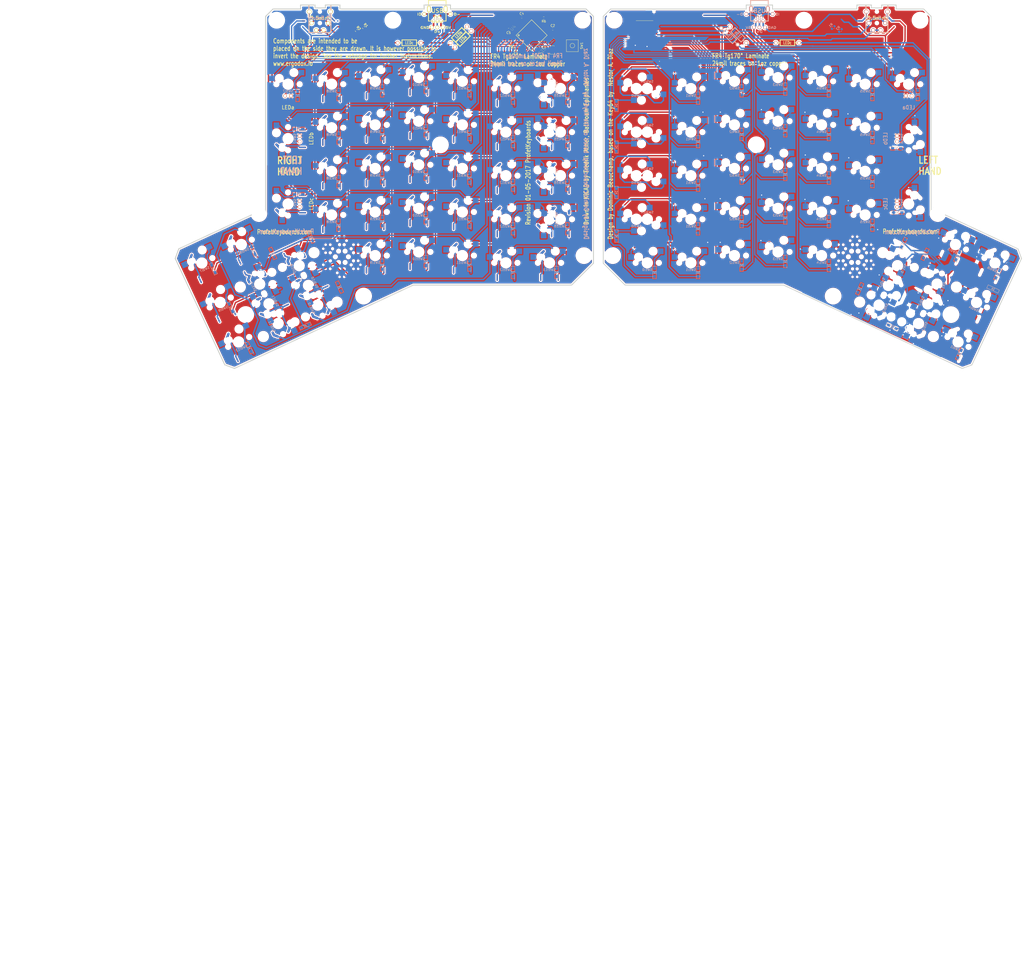
<source format=kicad_pcb>
(kicad_pcb (version 20171130) (host pcbnew "(5.1.9)-1")
  (layers (0 Front signal) (31 Back signal) (34 B.Paste user) (35 F.Paste user) (36 B.SilkS user) (37 F.SilkS user) (38 B.Mask user) (39 F.Mask user) (44 Edge.Cuts user))
  (net 0 "")
  (net 1 /COL0)
  (net 2 /COL1)
  (net 3 /COL10)
  (net 4 /COL11)
  (net 5 /COL4)
  (net 6 /COL5)
  (net 7 /COL6)
  (net 8 /LED_A)
  (net 9 /LED_B)
  (net 10 /LED_C)
  (net 11 /ROW0)
  (net 12 /ROW1)
  (net 13 /ROW2)
  (net 14 /ROW3)
  (net 15 /ROW4)
  (net 16 /ROW5)
  (net 17 /SCLM)
  (net 18 /SDAM)
  (net 19 GND)
  (net 20 VCC)
  (net 21 "Net-(D1:7-Pad1)")
  (net 22 "Net-(D1:8-Pad1)")
  (net 23 "Net-(J1-Pad1)")
  (net 24 "Net-(J1-Pad2)")
  (net 25 "Net-(J1-Pad3)")
  (net 26 "Net-(J1-Pad4)")
  (net 27 "Net-(J1-Pad5)")
  (net 28 "Net-(LED_A1-Pad1)")
  (net 29 "Net-(LED_B1-Pad1)")
  (net 30 "Net-(LED_C1-Pad1)")
  (net 31 "Net-(SW0:7-Pad2)")
  (net 32 "Net-(SW0:8-Pad2)")
  (net 33 "Net-(SW0:9-Pad2)")
  (net 34 "Net-(SW0:10-Pad2)")
  (net 35 "Net-(SW0:11-Pad2)")
  (net 36 "Net-(SW0:12-Pad2)")
  (net 37 "Net-(SW1:9-Pad2)")
  (net 38 "Net-(SW1:10-Pad2)")
  (net 39 "Net-(SW1:11-Pad2)")
  (net 40 "Net-(SW1:12-Pad2)")
  (net 41 "Net-(SW1:13-Pad2)")
  (net 42 "Net-(SW2:7-Pad2)")
  (net 43 "Net-(SW2:8-Pad2)")
  (net 44 "Net-(SW2:9-Pad2)")
  (net 45 "Net-(SW2:10-Pad2)")
  (net 46 "Net-(SW2:11-Pad2)")
  (net 47 "Net-(SW2:12-Pad2)")
  (net 48 "Net-(SW2:13-Pad2)")
  (net 49 "Net-(SW3:8-Pad2)")
  (net 50 "Net-(SW3:9-Pad2)")
  (net 51 "Net-(SW3:10-Pad2)")
  (net 52 "Net-(SW3:11-Pad2)")
  (net 53 "Net-(SW3:12-Pad2)")
  (net 54 "Net-(SW3:13-Pad2)")
  (net 55 "Net-(SW4:7-Pad2)")
  (net 56 "Net-(SW4:8-Pad2)")
  (net 57 "Net-(SW4:9-Pad2)")
  (net 58 "Net-(SW4:10-Pad2)")
  (net 59 "Net-(SW4:11-Pad2)")
  (net 60 "Net-(SW4:12-Pad2)")
  (net 61 "Net-(SW4:13-Pad2)")
  (net 62 "Net-(SW5:7-Pad2)")
  (net 63 "Net-(SW5:8-Pad2)")
  (net 64 "Net-(SW5:9-Pad2)")
  (net 65 "Net-(SW5:10-Pad2)")
  (net 66 "Net-(SW5:11-Pad2)")
  (net 67 "Net-(SW5:12-Pad2)")
  (net 68 "Net-(SW5:13-Pad2)")
  (net 69 "Net-(C1-Pad1)")
  (net 70 "/Left Hand/COL6")
  (net 71 "Net-(D0:1-Pad1)")
  (net 72 "/Left Hand/COL5")
  (net 73 "Net-(D0:2-Pad1)")
  (net 74 "/Left Hand/COL4")
  (net 75 "Net-(D0:3-Pad1)")
  (net 76 "/Left Hand/COL3")
  (net 77 "Net-(D0:4-Pad1)")
  (net 78 "/Left Hand/COL2")
  (net 79 "Net-(D0:5-Pad1)")
  (net 80 "/Left Hand/COL1")
  (net 81 "Net-(D0:6-Pad1)")
  (net 82 /COL7)
  (net 83 "Net-(D0:7-Pad1)")
  (net 84 /COL8)
  (net 85 "Net-(D0:8-Pad1)")
  (net 86 /COL9)
  (net 87 "Net-(D0:9-Pad1)")
  (net 88 "Net-(D0:10-Pad1)")
  (net 89 "Net-(D0:11-Pad1)")
  (net 90 /COL12)
  (net 91 "Net-(D0:12-Pad1)")
  (net 92 "Net-(D1:1-Pad1)")
  (net 93 "Net-(D1:2-Pad1)")
  (net 94 "Net-(D1:3-Pad1)")
  (net 95 "Net-(D1:4-Pad1)")
  (net 96 "Net-(D1:5-Pad1)")
  (net 97 "Net-(D1:6-Pad1)")
  (net 98 "Net-(D1:9-Pad1)")
  (net 99 "Net-(D1:10-Pad1)")
  (net 100 "Net-(D1:11-Pad1)")
  (net 101 "Net-(D1:12-Pad1)")
  (net 102 /COL13)
  (net 103 "Net-(D1:13-Pad1)")
  (net 104 "/Left Hand/COL0")
  (net 105 "Net-(D2:1-Pad1)")
  (net 106 "Net-(D2:2-Pad1)")
  (net 107 "Net-(D2:3-Pad1)")
  (net 108 "Net-(D2:4-Pad1)")
  (net 109 "Net-(D2:5-Pad1)")
  (net 110 "Net-(D2:6-Pad1)")
  (net 111 "Net-(D2:7-Pad1)")
  (net 112 "Net-(D2:8-Pad1)")
  (net 113 "Net-(D2:9-Pad1)")
  (net 114 "Net-(D2:10-Pad1)")
  (net 115 "Net-(D2:11-Pad1)")
  (net 116 "Net-(D2:12-Pad1)")
  (net 117 "Net-(D2:13-Pad1)")
  (net 118 "Net-(D3:1-Pad1)")
  (net 119 "Net-(D3:2-Pad1)")
  (net 120 "Net-(D3:3-Pad1)")
  (net 121 "Net-(D3:4-Pad1)")
  (net 122 "Net-(D3:5-Pad1)")
  (net 123 "Net-(D3:8-Pad1)")
  (net 124 "Net-(D3:9-Pad1)")
  (net 125 "Net-(D3:10-Pad1)")
  (net 126 "Net-(D3:11-Pad1)")
  (net 127 "Net-(D3:12-Pad1)")
  (net 128 "Net-(D3:13-Pad1)")
  (net 129 "Net-(D4:1-Pad1)")
  (net 130 "Net-(D4:2-Pad1)")
  (net 131 "Net-(D4:3-Pad1)")
  (net 132 "Net-(D4:4-Pad1)")
  (net 133 "Net-(D4:5-Pad1)")
  (net 134 "Net-(D4:6-Pad1)")
  (net 135 "Net-(D4:7-Pad1)")
  (net 136 "Net-(D4:8-Pad1)")
  (net 137 "Net-(D4:9-Pad1)")
  (net 138 "Net-(D4:10-Pad1)")
  (net 139 "Net-(D4:11-Pad1)")
  (net 140 "Net-(D4:12-Pad1)")
  (net 141 "Net-(D4:13-Pad1)")
  (net 142 "Net-(D5:1-Pad1)")
  (net 143 "Net-(D5:2-Pad1)")
  (net 144 "Net-(D5:3-Pad1)")
  (net 145 "Net-(D5:4-Pad1)")
  (net 146 "Net-(D5:5-Pad1)")
  (net 147 "Net-(D5:6-Pad1)")
  (net 148 "Net-(D5:7-Pad1)")
  (net 149 "Net-(D5:8-Pad1)")
  (net 150 "Net-(D5:9-Pad1)")
  (net 151 "Net-(D5:10-Pad1)")
  (net 152 "Net-(D5:11-Pad1)")
  (net 153 "Net-(D5:12-Pad1)")
  (net 154 SDAS)
  (net 155 SCLS)
  (net 156 "Net-(R3-Pad2)")
  (net 157 D+)
  (net 158 "Net-(R4-Pad1)")
  (net 159 D-)
  (net 160 "Net-(R5-Pad1)")
  (net 161 "Net-(R6-Pad2)")
  (net 162 "/Left Hand/LED_A")
  (net 163 "/Left Hand/LED_B")
  (net 164 "/Left Hand/ROW0")
  (net 165 "/Left Hand/ROW1")
  (net 166 "/Left Hand/ROW2")
  (net 167 "/Left Hand/ROW3")
  (net 168 "/Left Hand/ROW4")
  (net 169 "/Left Hand/ROW5")
  (net 170 "Net-(U1-Pad1)")
  (net 171 "Net-(U4-Pad42)")
  (net 172 "Net-(U4-Pad32)")
  (net 173 "Net-(U4-Pad28)")
  (net 174 "Net-(U4-Pad27)")
  (net 175 "Net-(U4-Pad26)")
  (net 176 "Net-(U4-Pad25)")
  (net 177 "Net-(U4-Pad22)")
  (net 178 "Net-(U4-Pad17)")
  (net 179 "Net-(U4-Pad16)")
  (net 180 "Net-(U4-Pad1)")
  (net 181 "Net-(D5:13-Pad1)")
  (net 182 "Net-(D5:0-Pad1)")
  (net 183 "Net-(D4:0-Pad1)")
  (net 184 "Net-(D1:0-Pad1)")
  (net 185 "Net-(D2:0-Pad1)")
  (net 186 "Net-(D3:0-Pad1)")
  (net 187 "Net-(U1-Pad27)")
  (net 188 "Net-(U1-Pad19)")
  (net 189 "Net-(U1-Pad18)")
  (net 190 "Net-(U1-Pad11)")
  (module 2moons:SOIC127P1030X265-28N (layer Front) (at 227.4189 46.49724 180)
    (fp_text reference U1 (at -2.475 -9.762) (layer F.SilkS) (effects (font (thickness 0.015))))
    (fp_text value MCP23018-E_SO)
    (pad 28 smd rect (at 4.605 -8.255 180) (size 1.9 0.6) (layers Front F.Paste F.Mask))
    (pad 27 smd rect (at 4.605 -6.985 180) (size 1.9 0.6) (layers Front F.Paste F.Mask) (net 187 "Net-(U1-Pad27)"))
    (pad 26 smd rect (at 4.605 -5.715 180) (size 1.9 0.6) (layers Front F.Paste F.Mask) (net 70 "/Left Hand/COL6"))
    (pad 25 smd rect (at 4.605 -4.445 180) (size 1.9 0.6) (layers Front F.Paste F.Mask) (net 72 "/Left Hand/COL5"))
    (pad 24 smd rect (at 4.605 -3.175 180) (size 1.9 0.6) (layers Front F.Paste F.Mask) (net 74 "/Left Hand/COL4"))
    (pad 23 smd rect (at 4.605 -1.905 180) (size 1.9 0.6) (layers Front F.Paste F.Mask) (net 76 "/Left Hand/COL3"))
    (pad 22 smd rect (at 4.605 -0.635 180) (size 1.9 0.6) (layers Front F.Paste F.Mask) (net 78 "/Left Hand/COL2"))
    (pad 21 smd rect (at 4.605 0.635 180) (size 1.9 0.6) (layers Front F.Paste F.Mask) (net 80 "/Left Hand/COL1"))
    (pad 20 smd rect (at 4.605 1.905 180) (size 1.9 0.6) (layers Front F.Paste F.Mask) (net 104 "/Left Hand/COL0"))
    (pad 19 smd rect (at 4.605 3.175 180) (size 1.9 0.6) (layers Front F.Paste F.Mask) (net 188 "Net-(U1-Pad19)"))
    (pad 18 smd rect (at 4.605 4.445 180) (size 1.9 0.6) (layers Front F.Paste F.Mask) (net 189 "Net-(U1-Pad18)"))
    (pad 17 smd rect (at 4.605 5.715 180) (size 1.9 0.6) (layers Front F.Paste F.Mask))
    (pad 16 smd rect (at 4.605 6.985 180) (size 1.9 0.6) (layers Front F.Paste F.Mask) (net 20 VCC))
    (pad 15 smd rect (at 4.605 8.255 180) (size 1.9 0.6) (layers Front F.Paste F.Mask) (net 19 GND))
    (pad 14 smd rect (at -4.605 8.255 180) (size 1.9 0.6) (layers Front F.Paste F.Mask))
    (pad 13 smd rect (at -4.605 6.985 180) (size 1.9 0.6) (layers Front F.Paste F.Mask) (net 154 SDAS))
    (pad 12 smd rect (at -4.605 5.715 180) (size 1.9 0.6) (layers Front F.Paste F.Mask) (net 155 SCLS))
    (pad 11 smd rect (at -4.605 4.445 180) (size 1.9 0.6) (layers Front F.Paste F.Mask) (net 190 "Net-(U1-Pad11)"))
    (pad 10 smd rect (at -4.605 3.175 180) (size 1.9 0.6) (layers Front F.Paste F.Mask) (net 162 "/Left Hand/LED_A"))
    (pad 9 smd rect (at -4.605 1.905 180) (size 1.9 0.6) (layers Front F.Paste F.Mask) (net 163 "/Left Hand/LED_B"))
    (pad 8 smd rect (at -4.605 0.635 180) (size 1.9 0.6) (layers Front F.Paste F.Mask) (net 164 "/Left Hand/ROW0"))
    (pad 7 smd rect (at -4.605 -0.635 180) (size 1.9 0.6) (layers Front F.Paste F.Mask) (net 165 "/Left Hand/ROW1"))
    (pad 6 smd rect (at -4.605 -1.905 180) (size 1.9 0.6) (layers Front F.Paste F.Mask) (net 166 "/Left Hand/ROW2"))
    (pad 5 smd rect (at -4.605 -3.175 180) (size 1.9 0.6) (layers Front F.Paste F.Mask) (net 167 "/Left Hand/ROW3"))
    (pad 4 smd rect (at -4.605 -4.445 180) (size 1.9 0.6) (layers Front F.Paste F.Mask) (net 168 "/Left Hand/ROW4"))
    (pad 3 smd rect (at -4.605 -5.715 180) (size 1.9 0.6) (layers Front F.Paste F.Mask) (net 169 "/Left Hand/ROW5"))
    (pad 2 smd rect (at -4.605 -6.985 180) (size 1.9 0.6) (layers Front F.Paste F.Mask))
    (pad 1 smd rect (at -4.605 -8.255 180) (size 1.9 0.6) (layers Front F.Paste F.Mask) (net 170 "Net-(U1-Pad1)"))
  )
  (module MX_Only:MXOnly-1U-Hotswap (layer Front) (at 347.218 170.0022 65)
    (fp_text reference SX0:2)
    (fp_text value SX0:2)
    (fp_text user %R (at 0 3.048 65) (layer B.SilkS) (effects (justify mirror)))
    (pad 2 smd rect (at 5.842 -5.08 65) (size 2.55 2.5) (layers Back B.Paste B.Mask) (net 73 "Net-(D0:2-Pad1)"))
    (pad 1 smd rect (at -7.085 -2.54 65) (size 2.55 2.5) (layers Back B.Paste B.Mask) (net 164 "/Left Hand/ROW0"))
    (pad "" np_thru_hole circle (at 5.08 0 113.0996) (size 1.75 1.75) (drill 1.75) (layers *.Cu *.Mask))
    (pad "" np_thru_hole circle (at -5.08 0 113.0996) (size 1.75 1.75) (drill 1.75) (layers *.Cu *.Mask))
    (pad "" np_thru_hole circle (at -3.81 -2.54 65) (size 3 3) (drill 3) (layers *.Cu *.Mask))
    (pad "" np_thru_hole circle (at 0 0 65) (size 3.9878 3.9878) (drill 3.9878) (layers *.Cu *.Mask))
    (pad "" np_thru_hole circle (at 2.54 -5.08 65) (size 3 3) (drill 3) (layers *.Cu *.Mask))
  )
  (module MX_Only:MXOnly-1U-Hotswap (layer Front) (at 342.9 89.1794 270)
    (fp_text reference SW4:6)
    (fp_text value SW4:6)
    (fp_text user %R (at 0 3.048 90) (layer B.SilkS) (effects (justify mirror)))
    (pad 2 smd rect (at 5.842 -5.08 270) (size 2.55 2.5) (layers Back B.Paste B.Mask) (net 134 "Net-(D4:6-Pad1)"))
    (pad 1 smd rect (at -7.085 -2.54 270) (size 2.55 2.5) (layers Back B.Paste B.Mask) (net 168 "/Left Hand/ROW4"))
    (pad "" np_thru_hole circle (at 5.08 0 318.0996) (size 1.75 1.75) (drill 1.75) (layers *.Cu *.Mask))
    (pad "" np_thru_hole circle (at -5.08 0 318.0996) (size 1.75 1.75) (drill 1.75) (layers *.Cu *.Mask))
    (pad "" np_thru_hole circle (at -3.81 -2.54 270) (size 3 3) (drill 3) (layers *.Cu *.Mask))
    (pad "" np_thru_hole circle (at 0 0 270) (size 3.9878 3.9878) (drill 3.9878) (layers *.Cu *.Mask))
    (pad "" np_thru_hole circle (at 2.54 -5.08 270) (size 3 3) (drill 3) (layers *.Cu *.Mask))
  )
  (module MX_Only:MXOnly-1U-Hotswap (layer Front) (at 304.8 64.0842)
    (fp_text reference SW5:4)
    (fp_text value SW5:4)
    (fp_text user %R (at 0 3.048) (layer B.SilkS) (effects (justify mirror)))
    (pad 2 smd rect (at 5.842 -5.08) (size 2.55 2.5) (layers Back B.Paste B.Mask) (net 145 "Net-(D5:4-Pad1)"))
    (pad 1 smd rect (at -7.085 -2.54) (size 2.55 2.5) (layers Back B.Paste B.Mask) (net 169 "/Left Hand/ROW5"))
    (pad "" np_thru_hole circle (at 5.08 0 48.0996) (size 1.75 1.75) (drill 1.75) (layers *.Cu *.Mask))
    (pad "" np_thru_hole circle (at -5.08 0 48.0996) (size 1.75 1.75) (drill 1.75) (layers *.Cu *.Mask))
    (pad "" np_thru_hole circle (at -3.81 -2.54) (size 3 3) (drill 3) (layers *.Cu *.Mask))
    (pad "" np_thru_hole circle (at 0 0) (size 3.9878 3.9878) (drill 3.9878) (layers *.Cu *.Mask))
    (pad "" np_thru_hole circle (at 2.54 -5.08) (size 3 3) (drill 3) (layers *.Cu *.Mask))
  )
  (module MX_Only:MXOnly-1U-Hotswap (layer Front) (at 266.7 121.2342)
    (fp_text reference SW2:2)
    (fp_text value SW2:2)
    (fp_text user %R (at 0 3.048) (layer B.SilkS) (effects (justify mirror)))
    (pad 2 smd rect (at 5.842 -5.08) (size 2.55 2.5) (layers Back B.Paste B.Mask) (net 106 "Net-(D2:2-Pad1)"))
    (pad 1 smd rect (at -7.085 -2.54) (size 2.55 2.5) (layers Back B.Paste B.Mask) (net 166 "/Left Hand/ROW2"))
    (pad "" np_thru_hole circle (at 5.08 0 48.0996) (size 1.75 1.75) (drill 1.75) (layers *.Cu *.Mask))
    (pad "" np_thru_hole circle (at -5.08 0 48.0996) (size 1.75 1.75) (drill 1.75) (layers *.Cu *.Mask))
    (pad "" np_thru_hole circle (at -3.81 -2.54) (size 3 3) (drill 3) (layers *.Cu *.Mask))
    (pad "" np_thru_hole circle (at 0 0) (size 3.9878 3.9878) (drill 3.9878) (layers *.Cu *.Mask))
    (pad "" np_thru_hole circle (at 2.54 -5.08) (size 3 3) (drill 3) (layers *.Cu *.Mask))
  )
  (module MX_Only:MXOnly-1U-Hotswap (layer Front) (at 266.7 64.0842)
    (fp_text reference SW5:2)
    (fp_text value SW5:2)
    (fp_text user %R (at 0 3.048) (layer B.SilkS) (effects (justify mirror)))
    (pad 2 smd rect (at 5.842 -5.08) (size 2.55 2.5) (layers Back B.Paste B.Mask) (net 143 "Net-(D5:2-Pad1)"))
    (pad 1 smd rect (at -7.085 -2.54) (size 2.55 2.5) (layers Back B.Paste B.Mask) (net 169 "/Left Hand/ROW5"))
    (pad "" np_thru_hole circle (at 5.08 0 48.0996) (size 1.75 1.75) (drill 1.75) (layers *.Cu *.Mask))
    (pad "" np_thru_hole circle (at -5.08 0 48.0996) (size 1.75 1.75) (drill 1.75) (layers *.Cu *.Mask))
    (pad "" np_thru_hole circle (at -3.81 -2.54) (size 3 3) (drill 3) (layers *.Cu *.Mask))
    (pad "" np_thru_hole circle (at 0 0) (size 3.9878 3.9878) (drill 3.9878) (layers *.Cu *.Mask))
    (pad "" np_thru_hole circle (at 2.54 -5.08) (size 3 3) (drill 3) (layers *.Cu *.Mask))
  )
  (module MX_Only:MXOnly-1U-Hotswap (layer Front) (at 247.65 143.4592)
    (fp_text reference SW1:1)
    (fp_text value SW1:1)
    (fp_text user %R (at 0 3.048) (layer B.SilkS) (effects (justify mirror)))
    (pad 2 smd rect (at 5.842 -5.08) (size 2.55 2.5) (layers Back B.Paste B.Mask) (net 92 "Net-(D1:1-Pad1)"))
    (pad 1 smd rect (at -7.085 -2.54) (size 2.55 2.5) (layers Back B.Paste B.Mask) (net 165 "/Left Hand/ROW1"))
    (pad "" np_thru_hole circle (at 5.08 0 48.0996) (size 1.75 1.75) (drill 1.75) (layers *.Cu *.Mask))
    (pad "" np_thru_hole circle (at -5.08 0 48.0996) (size 1.75 1.75) (drill 1.75) (layers *.Cu *.Mask))
    (pad "" np_thru_hole circle (at -3.81 -2.54) (size 3 3) (drill 3) (layers *.Cu *.Mask))
    (pad "" np_thru_hole circle (at 0 0) (size 3.9878 3.9878) (drill 3.9878) (layers *.Cu *.Mask))
    (pad "" np_thru_hole circle (at 2.54 -5.08) (size 3 3) (drill 3) (layers *.Cu *.Mask))
  )
  (module Resistor_SMD:R_0603_1608Metric (layer Front) (at 101.37394 41.8465 315)
    (fp_text reference R2 (at 0 -1.43 135) (layer F.SilkS))
    (fp_text value 2.2kΩ)
    (pad 2 smd roundrect (at 0.825 0 315) (size 0.8 0.95) (layers Front F.Paste F.Mask) (net 155 SCLS))
    (pad 1 smd roundrect (at -0.825 0 315) (size 0.8 0.95) (layers Front F.Paste F.Mask) (net 20 VCC))
  )
  (module Resistor_SMD:R_0603_1608Metric (layer Front) (at 104.54894 40.5765 315)
    (fp_text reference R1 (at 0 -1.43 135) (layer F.SilkS))
    (fp_text value 2.2kΩ)
    (pad 2 smd roundrect (at 0.825 0 315) (size 0.8 0.95) (layers Front F.Paste F.Mask) (net 154 SDAS))
    (pad 1 smd roundrect (at -0.825 0 315) (size 0.8 0.95) (layers Front F.Paste F.Mask) (net 20 VCC))
  )
  (module Capacitor_SMD:C_0603_1608Metric (layer Front) (at 167.96512 41.44772 180)
    (fp_text reference C5 (at 0 -1.43) (layer F.SilkS))
    (fp_text value 10uf)
    (pad 2 smd roundrect (at 0.775 0 180) (size 0.9 0.95) (layers Front F.Paste F.Mask) (net 19 GND))
    (pad 1 smd roundrect (at -0.775 0 180) (size 0.9 0.95) (layers Front F.Paste F.Mask) (net 20 VCC))
  )
  (module Capacitor_SMD:C_0603_1608Metric (layer Front) (at 173.71314 35.93592)
    (fp_text reference C4 (at 0 -1.43) (layer F.SilkS))
    (fp_text value 0.1uf)
    (pad 2 smd roundrect (at 0.775 0) (size 0.9 0.95) (layers Front F.Paste F.Mask) (net 19 GND))
    (pad 1 smd roundrect (at -0.775 0) (size 0.9 0.95) (layers Front F.Paste F.Mask) (net 20 VCC))
  )
  (module Capacitor_SMD:C_0603_1608Metric (layer Front) (at 183.31434 50.65014)
    (fp_text reference C3 (at 0 -1.43) (layer F.SilkS))
    (fp_text value 0.1uf)
    (pad 2 smd roundrect (at 0.775 0) (size 0.9 0.95) (layers Front F.Paste F.Mask) (net 19 GND))
    (pad 1 smd roundrect (at -0.775 0) (size 0.9 0.95) (layers Front F.Paste F.Mask) (net 20 VCC))
  )
  (module Capacitor_SMD:C_0603_1608Metric (layer Front) (at 187.25642 41.1861)
    (fp_text reference C2 (at 0 -1.43) (layer F.SilkS))
    (fp_text value 0.1uf)
    (pad 2 smd roundrect (at 0.775 0) (size 0.9 0.95) (layers Front F.Paste F.Mask) (net 19 GND))
    (pad 1 smd roundrect (at -0.775 0) (size 0.9 0.95) (layers Front F.Paste F.Mask) (net 20 VCC))
  )
  (module USBMINImod (layer Front) (at 136.78154 30.734 270)
    (fp_text reference J1 hide)
    (fp_text value USB (at 2.54 0) (layer F.SilkS) (effects (font (size 1.778 1.778) (thickness 0.3048))))
    (fp_line (start 9.779 2.413) (end 9.017 1.651) (layer Front) (width 0.6096))
    (fp_line (start 9.017 1.651) (end 7.493 1.651) (layer Front) (width 0.6096))
    (fp_line (start 9.779 -2.413) (end 9.144 -1.651) (layer Front) (width 0.6096))
    (fp_line (start 9.144 -1.651) (end 7.493 -1.651) (layer Front) (width 0.6096))
    (fp_line (start 7.493 0) (end 9.779 0) (layer Front) (width 0.6096))
    (fp_line (start 4.953 0.889) (end 3.937 2.032) (layer Front) (width 0.6096))
    (fp_line (start 3.937 2.032) (end 3.937 5.715) (layer Front) (width 0.6096))
    (fp_line (start 4.953 -0.889) (end 3.937 -1.905) (layer Front) (width 0.6096))
    (fp_line (start 3.937 -1.905) (end 3.937 -5.715) (layer Front) (width 0.6096))
    (pad 5 thru_hole circle (at 9.779 2.413 270) (size 1.651 1.651) (drill 0.9906) (layers *.Cu *.Mask F.SilkS))
    (pad 4 thru_hole circle (at 3.937 5.715 270) (size 1.651 1.651) (drill 0.9906) (layers *.Cu *.Mask F.SilkS))
    (pad 3 thru_hole circle (at 9.779 0 270) (size 1.651 1.651) (drill 0.9906) (layers *.Cu *.Mask F.SilkS))
    (pad 2 thru_hole circle (at 3.937 -5.715 270) (size 1.651 1.651) (drill 0.9906) (layers *.Cu *.Mask F.SilkS))
    (pad 1 thru_hole circle (at 9.779 -2.413 270) (size 1.651 1.651) (drill 0.9906) (layers *.Cu *.Mask F.SilkS))
    (pad 6 thru_hole oval (at 1.75006 -3.64744 270) (size 2.794 1.7018) (drill oval 1.905 0.762) (layers *.Cu *.Mask F.SilkS))
    (pad 6 thru_hole oval (at 1.75006 3.64744 270) (size 2.794 1.7018) (drill oval 1.905 0.762) (layers *.Cu *.Mask F.SilkS))
    (pad 5 thru_hole oval (at 6.79958 1.6002 270) (size 1.651 1.143) (drill 0.762 (offset 0.27432 0)) (layers *.Cu *.Mask F.SilkS))
    (pad 4 thru_hole oval (at 5.6007 0.8001 270) (size 1.651 1.143) (drill 0.762 (offset -0.27432 0)) (layers *.Cu *.Mask F.SilkS))
    (pad 3 thru_hole oval (at 6.79958 0 270) (size 1.651 1.143) (drill 0.762 (offset 0.27432 0)) (layers *.Cu *.Mask F.SilkS))
    (pad 2 thru_hole oval (at 5.6007 -0.8001 270) (size 1.651 1.143) (drill 0.762 (offset -0.27432 0)) (layers *.Cu *.Mask F.SilkS))
    (pad 1 thru_hole oval (at 6.79958 -1.6002 270) (size 1.651 1.143) (drill 0.762 (offset 0.27432 0)) (layers *.Cu *.Mask F.SilkS))
  )
  (module RESISTOR (layer Front) (at 148.04644 45.6565 225)
    (fp_text reference RA1 hide)
    (fp_text value LEDa (at 0 0 225) (layer F.SilkS) (effects (font (size 1.27 1.016) (thickness 0.2032))))
    (pad 2 thru_hole circle (at 5.079999 0 225) (size 1.651 1.651) (drill 0.9906) (layers *.Cu *.SilkS *.Mask))
    (pad 1 thru_hole circle (at -5.079999 0 225) (size 1.651 1.651) (drill 0.9906) (layers *.Cu *.SilkS *.Mask))
  )
  (module RESISTOR (layer Front) (at 146.14144 43.7515 225)
    (fp_text reference RB1 hide)
    (fp_text value LEDb (at 0 0 225) (layer F.SilkS) (effects (font (size 1.27 1.016) (thickness 0.2032))))
    (pad 2 thru_hole circle (at 5.079999 0 225) (size 1.651 1.651) (drill 0.9906) (layers *.Cu *.SilkS *.Mask))
    (pad 1 thru_hole circle (at -5.079999 0 225) (size 1.651 1.651) (drill 0.9906) (layers *.Cu *.SilkS *.Mask))
  )
  (module ErgoDOXmech (layer Front) (at 49.93894 178.054)
    (fp_text reference H99 hide)
    (fp_text value MECHANICAL hide)
    (pad "" np_thru_hole circle (at 16.6116 -140.6652) (size 6.3754 6.3754) (drill 6.3754) (layers *.Cu *.Mask))
    (pad "" np_thru_hole circle (at 67.4116 -140.6652) (size 6.3754 6.3754) (drill 6.3754) (layers *.Cu *.Mask))
    (pad "" np_thru_hole circle (at 150.3426 -140.6652) (size 6.3754 6.3754) (drill 6.3754) (layers *.Cu *.Mask))
    (pad "" np_thru_hole circle (at 88.2396 -86.2076) (size 6.3754 6.3754) (drill 6.3754) (layers *.Cu *.Mask))
    (pad "" np_thru_hole circle (at 150.9776 -37.7444) (size 6.3754 6.3754) (drill 6.3754) (layers *.Cu *.Mask))
    (pad "" np_thru_hole circle (at 54.6354 -20.0406) (size 6.3754 6.3754) (drill 6.3754) (layers *.Cu *.Mask))
    (pad "" np_thru_hole circle (at 8.8646 -56.134) (size 6.3754 6.3754) (drill 6.3754) (layers *.Cu *.Mask))
    (pad "" np_thru_hole circle (at 3.0988 -11.9634) (size 6.3754 6.3754) (drill 6.3754) (layers *.Cu *.Mask))
  )
  (module 4pin35mmAudio (layer Front) (at 85.44814 30.734 270)
    (fp_text reference J2 hide)
    (fp_text value 3.5mm (at 5.715 0) (layer F.SilkS) (effects (font (size 1.524 1.778) (thickness 0.3048))))
    (fp_text user 3.5mm (at 5.715 0) (layer B.SilkS) (effects (font (size 1.524 1.778) (thickness 0.3048)) (justify mirror)))
    (pad HOLE np_thru_hole circle (at 7.8994 0 270) (size 0.9906 0.9906) (drill 0.9906) (layers *.Cu *.Mask F.SilkS))
    (pad HOLE np_thru_hole circle (at 2.8956 0 270) (size 0.9906 0.9906) (drill 0.9906) (layers *.Cu *.Mask F.SilkS))
    (pad 6 thru_hole circle (at 7.8994 -3.6068 270) (size 1.7526 1.7526) (drill 1.0922) (layers *.Cu *.Mask F.SilkS))
    (pad 5 thru_hole circle (at 10.9982 1.6002 270) (size 1.7526 1.7526) (drill 1.0922) (layers *.Cu *.Mask F.SilkS))
    (pad 4 thru_hole oval (at 2.8956 4.6482 270) (size 1.7526 2.0574) (drill oval 1.0922 1.397) (layers *.Cu *.Mask F.SilkS))
    (pad 3 thru_hole circle (at 10.9982 -1.6002 270) (size 1.7526 1.7526) (drill 1.0922) (layers *.Cu *.Mask F.SilkS))
    (pad 2 thru_hole circle (at 7.8994 3.6068 270) (size 1.7526 1.7526) (drill 1.0922) (layers *.Cu *.Mask F.SilkS))
    (pad 1 thru_hole oval (at 2.8956 -4.6482 270) (size 1.7526 2.0574) (drill oval 1.0922 1.397) (layers *.Cu *.Mask F.SilkS))
  )
  (module MX_Only:MXOnly-1U-Hotswap (layer Front) (at 329.946 161.9504 65)
    (fp_text reference SX0:3)
    (fp_text value SX0:3)
    (fp_text user %R (at 0 3.048 65) (layer B.SilkS) (effects (justify mirror)))
    (pad 2 smd rect (at 5.842 -5.08 65) (size 2.55 2.5) (layers Back B.Paste B.Mask) (net 75 "Net-(D0:3-Pad1)"))
    (pad 1 smd rect (at -7.085 -2.54 65) (size 2.55 2.5) (layers Back B.Paste B.Mask) (net 164 "/Left Hand/ROW0"))
    (pad "" np_thru_hole circle (at 5.08 0 113.0996) (size 1.75 1.75) (drill 1.75) (layers *.Cu *.Mask))
    (pad "" np_thru_hole circle (at -5.08 0 113.0996) (size 1.75 1.75) (drill 1.75) (layers *.Cu *.Mask))
    (pad "" np_thru_hole circle (at -3.81 -2.54 65) (size 3 3) (drill 3) (layers *.Cu *.Mask))
    (pad "" np_thru_hole circle (at 0 0 65) (size 3.9878 3.9878) (drill 3.9878) (layers *.Cu *.Mask))
    (pad "" np_thru_hole circle (at 2.54 -5.08 65) (size 3 3) (drill 3) (layers *.Cu *.Mask))
  )
  (module MX_Only:MXOnly-1U-Hotswap (layer Front) (at 337.9978 144.6784 65)
    (fp_text reference SX1:5)
    (fp_text value SX1:5)
    (fp_text user %R (at 0 3.048 65) (layer B.SilkS) (effects (justify mirror)))
    (pad 2 smd rect (at 5.842 -5.08 65) (size 2.55 2.5) (layers Back B.Paste B.Mask) (net 96 "Net-(D1:5-Pad1)"))
    (pad 1 smd rect (at -7.085 -2.54 65) (size 2.55 2.5) (layers Back B.Paste B.Mask) (net 165 "/Left Hand/ROW1"))
    (pad "" np_thru_hole circle (at 5.08 0 113.0996) (size 1.75 1.75) (drill 1.75) (layers *.Cu *.Mask))
    (pad "" np_thru_hole circle (at -5.08 0 113.0996) (size 1.75 1.75) (drill 1.75) (layers *.Cu *.Mask))
    (pad "" np_thru_hole circle (at -3.81 -2.54 65) (size 3 3) (drill 3) (layers *.Cu *.Mask))
    (pad "" np_thru_hole circle (at 0 0 65) (size 3.9878 3.9878) (drill 3.9878) (layers *.Cu *.Mask))
    (pad "" np_thru_hole circle (at 2.54 -5.08 65) (size 3 3) (drill 3) (layers *.Cu *.Mask))
  )
  (module MX_Only:MXOnly-2U-Hotswap (layer Front) (at 333.9846 153.3144 245)
    (fp_text reference SW0:3)
    (fp_text value SW0:3)
    (fp_text user %R (at 0 3.048 65) (layer B.SilkS) (effects (justify mirror)))
    (pad "" np_thru_hole circle (at -11.938 8.255 245) (size 3.9878 3.9878) (drill 3.9878) (layers *.Cu *.Mask))
    (pad "" np_thru_hole circle (at 11.938 8.255 245) (size 3.9878 3.9878) (drill 3.9878) (layers *.Cu *.Mask))
    (pad "" np_thru_hole circle (at -11.938 -6.985 245) (size 3.048 3.048) (drill 3.048) (layers *.Cu *.Mask))
    (pad "" np_thru_hole circle (at 11.938 -6.985 245) (size 3.048 3.048) (drill 3.048) (layers *.Cu *.Mask))
    (pad 2 smd rect (at 5.842 -5.08 245) (size 2.55 2.5) (layers Back B.Paste B.Mask) (net 75 "Net-(D0:3-Pad1)"))
    (pad 1 smd rect (at -7.085 -2.54 245) (size 2.55 2.5) (layers Back B.Paste B.Mask) (net 164 "/Left Hand/ROW0"))
    (pad "" np_thru_hole circle (at 5.08 0 293.0996) (size 1.75 1.75) (drill 1.75) (layers *.Cu *.Mask))
    (pad "" np_thru_hole circle (at -5.08 0 293.0996) (size 1.75 1.75) (drill 1.75) (layers *.Cu *.Mask))
    (pad "" np_thru_hole circle (at -3.81 -2.54 245) (size 3 3) (drill 3) (layers *.Cu *.Mask))
    (pad "" np_thru_hole circle (at 0 0 245) (size 3.9878 3.9878) (drill 3.9878) (layers *.Cu *.Mask))
    (pad "" np_thru_hole circle (at 2.54 -5.08 245) (size 3 3) (drill 3) (layers *.Cu *.Mask))
  )
  (module MX_Only:MXOnly-1U-Hotswap (layer Front) (at 355.2698 152.7302 65)
    (fp_text reference SX1:6)
    (fp_text value SX1:6)
    (fp_text user %R (at 0 3.048 65) (layer B.SilkS) (effects (justify mirror)))
    (pad 2 smd rect (at 5.842 -5.08 65) (size 2.55 2.5) (layers Back B.Paste B.Mask) (net 97 "Net-(D1:6-Pad1)"))
    (pad 1 smd rect (at -7.085 -2.54 65) (size 2.55 2.5) (layers Back B.Paste B.Mask) (net 165 "/Left Hand/ROW1"))
    (pad "" np_thru_hole circle (at 5.08 0 113.0996) (size 1.75 1.75) (drill 1.75) (layers *.Cu *.Mask))
    (pad "" np_thru_hole circle (at -5.08 0 113.0996) (size 1.75 1.75) (drill 1.75) (layers *.Cu *.Mask))
    (pad "" np_thru_hole circle (at -3.81 -2.54 65) (size 3 3) (drill 3) (layers *.Cu *.Mask))
    (pad "" np_thru_hole circle (at 0 0 65) (size 3.9878 3.9878) (drill 3.9878) (layers *.Cu *.Mask))
    (pad "" np_thru_hole circle (at 2.54 -5.08 65) (size 3 3) (drill 3) (layers *.Cu *.Mask))
  )
  (module MX_Only:MXOnly-2U-Hotswap-ReversedStabilizers (layer Front) (at 351.2312 161.3662 245)
    (fp_text reference SW0:2)
    (fp_text value SW0:2)
    (fp_text user %R (at 0 3.048 65) (layer B.SilkS) (effects (justify mirror)))
    (pad "" np_thru_hole circle (at -11.938 -8.255 245) (size 3.9878 3.9878) (drill 3.9878) (layers *.Cu *.Mask))
    (pad "" np_thru_hole circle (at 11.938 -8.255 245) (size 3.9878 3.9878) (drill 3.9878) (layers *.Cu *.Mask))
    (pad "" np_thru_hole circle (at -11.938 6.985 245) (size 3.048 3.048) (drill 3.048) (layers *.Cu *.Mask))
    (pad "" np_thru_hole circle (at 11.938 6.985 245) (size 3.048 3.048) (drill 3.048) (layers *.Cu *.Mask))
    (pad 2 smd rect (at 5.842 -5.08 245) (size 2.55 2.5) (layers Back B.Paste B.Mask) (net 73 "Net-(D0:2-Pad1)"))
    (pad 1 smd rect (at -7.085 -2.54 245) (size 2.55 2.5) (layers Back B.Paste B.Mask) (net 164 "/Left Hand/ROW0"))
    (pad "" np_thru_hole circle (at 5.08 0 293.0996) (size 1.75 1.75) (drill 1.75) (layers *.Cu *.Mask))
    (pad "" np_thru_hole circle (at -5.08 0 293.0996) (size 1.75 1.75) (drill 1.75) (layers *.Cu *.Mask))
    (pad "" np_thru_hole circle (at -3.81 -2.54 245) (size 3 3) (drill 3) (layers *.Cu *.Mask))
    (pad "" np_thru_hole circle (at 0 0 245) (size 3.9878 3.9878) (drill 3.9878) (layers *.Cu *.Mask))
    (pad "" np_thru_hole circle (at 2.54 -5.08 245) (size 3 3) (drill 3) (layers *.Cu *.Mask))
  )
  (module MX_Only:MXOnly-1U-Hotswap (layer Front) (at 364.4646 178.054 335)
    (fp_text reference SW0:1)
    (fp_text value SW0:1)
    (fp_text user %R (at 0 3.048 155) (layer B.SilkS) (effects (justify mirror)))
    (pad 2 smd rect (at 5.842 -5.08 335) (size 2.55 2.5) (layers Back B.Paste B.Mask) (net 71 "Net-(D0:1-Pad1)"))
    (pad 1 smd rect (at -7.085 -2.54 335) (size 2.55 2.5) (layers Back B.Paste B.Mask) (net 164 "/Left Hand/ROW0"))
    (pad "" np_thru_hole circle (at 5.08 0 23.0996) (size 1.75 1.75) (drill 1.75) (layers *.Cu *.Mask))
    (pad "" np_thru_hole circle (at -5.08 0 23.0996) (size 1.75 1.75) (drill 1.75) (layers *.Cu *.Mask))
    (pad "" np_thru_hole circle (at -3.81 -2.54 335) (size 3 3) (drill 3) (layers *.Cu *.Mask))
    (pad "" np_thru_hole circle (at 0 0 335) (size 3.9878 3.9878) (drill 3.9878) (layers *.Cu *.Mask))
    (pad "" np_thru_hole circle (at 2.54 -5.08 335) (size 3 3) (drill 3) (layers *.Cu *.Mask))
  )
  (module MX_Only:MXOnly-1U-Hotswap (layer Front) (at 372.5418 160.782 335)
    (fp_text reference SW0:4)
    (fp_text value SW0:4)
    (fp_text user %R (at 0 3.048 155) (layer B.SilkS) (effects (justify mirror)))
    (pad 2 smd rect (at 5.842 -5.08 335) (size 2.55 2.5) (layers Back B.Paste B.Mask) (net 77 "Net-(D0:4-Pad1)"))
    (pad 1 smd rect (at -7.085 -2.54 335) (size 2.55 2.5) (layers Back B.Paste B.Mask) (net 164 "/Left Hand/ROW0"))
    (pad "" np_thru_hole circle (at 5.08 0 23.0996) (size 1.75 1.75) (drill 1.75) (layers *.Cu *.Mask))
    (pad "" np_thru_hole circle (at -5.08 0 23.0996) (size 1.75 1.75) (drill 1.75) (layers *.Cu *.Mask))
    (pad "" np_thru_hole circle (at -3.81 -2.54 335) (size 3 3) (drill 3) (layers *.Cu *.Mask))
    (pad "" np_thru_hole circle (at 0 0 335) (size 3.9878 3.9878) (drill 3.9878) (layers *.Cu *.Mask))
    (pad "" np_thru_hole circle (at 2.54 -5.08 335) (size 3 3) (drill 3) (layers *.Cu *.Mask))
  )
  (module MX_Only:MXOnly-1U-Hotswap (layer Front) (at 380.5936 143.51 335)
    (fp_text reference SW0:6)
    (fp_text value SW0:6)
    (fp_text user %R (at 0 3.048 155) (layer B.SilkS) (effects (justify mirror)))
    (pad 2 smd rect (at 5.842 -5.08 335) (size 2.55 2.5) (layers Back B.Paste B.Mask) (net 81 "Net-(D0:6-Pad1)"))
    (pad 1 smd rect (at -7.085 -2.54 335) (size 2.55 2.5) (layers Back B.Paste B.Mask) (net 164 "/Left Hand/ROW0"))
    (pad "" np_thru_hole circle (at 5.08 0 23.0996) (size 1.75 1.75) (drill 1.75) (layers *.Cu *.Mask))
    (pad "" np_thru_hole circle (at -5.08 0 23.0996) (size 1.75 1.75) (drill 1.75) (layers *.Cu *.Mask))
    (pad "" np_thru_hole circle (at -3.81 -2.54 335) (size 3 3) (drill 3) (layers *.Cu *.Mask))
    (pad "" np_thru_hole circle (at 0 0 335) (size 3.9878 3.9878) (drill 3.9878) (layers *.Cu *.Mask))
    (pad "" np_thru_hole circle (at 2.54 -5.08 335) (size 3 3) (drill 3) (layers *.Cu *.Mask))
  )
  (module MX_Only:MXOnly-1U-Hotswap (layer Front) (at 363.3216 135.4582 335)
    (fp_text reference SW0:5)
    (fp_text value SW0:5)
    (fp_text user %R (at 0 3.048 155) (layer B.SilkS) (effects (justify mirror)))
    (pad 2 smd rect (at 5.842 -5.08 335) (size 2.55 2.5) (layers Back B.Paste B.Mask) (net 79 "Net-(D0:5-Pad1)"))
    (pad 1 smd rect (at -7.085 -2.54 335) (size 2.55 2.5) (layers Back B.Paste B.Mask) (net 164 "/Left Hand/ROW0"))
    (pad "" np_thru_hole circle (at 5.08 0 23.0996) (size 1.75 1.75) (drill 1.75) (layers *.Cu *.Mask))
    (pad "" np_thru_hole circle (at -5.08 0 23.0996) (size 1.75 1.75) (drill 1.75) (layers *.Cu *.Mask))
    (pad "" np_thru_hole circle (at -3.81 -2.54 335) (size 3 3) (drill 3) (layers *.Cu *.Mask))
    (pad "" np_thru_hole circle (at 0 0 335) (size 3.9878 3.9878) (drill 3.9878) (layers *.Cu *.Mask))
    (pad "" np_thru_hole circle (at 2.54 -5.08 335) (size 3 3) (drill 3) (layers *.Cu *.Mask))
  )
  (module MX_Only:MXOnly-1U-Hotswap (layer Front) (at 228.6 143.4592)
    (fp_text reference SW1:0)
    (fp_text value SW1:0)
    (fp_text user %R (at 0 3.048) (layer B.SilkS) (effects (justify mirror)))
    (pad 2 smd rect (at 5.842 -5.08) (size 2.55 2.5) (layers Back B.Paste B.Mask) (net 184 "Net-(D1:0-Pad1)"))
    (pad 1 smd rect (at -7.085 -2.54) (size 2.55 2.5) (layers Back B.Paste B.Mask) (net 165 "/Left Hand/ROW1"))
    (pad "" np_thru_hole circle (at 5.08 0 48.0996) (size 1.75 1.75) (drill 1.75) (layers *.Cu *.Mask))
    (pad "" np_thru_hole circle (at -5.08 0 48.0996) (size 1.75 1.75) (drill 1.75) (layers *.Cu *.Mask))
    (pad "" np_thru_hole circle (at -3.81 -2.54) (size 3 3) (drill 3) (layers *.Cu *.Mask))
    (pad "" np_thru_hole circle (at 0 0) (size 3.9878 3.9878) (drill 3.9878) (layers *.Cu *.Mask))
    (pad "" np_thru_hole circle (at 2.54 -5.08) (size 3 3) (drill 3) (layers *.Cu *.Mask))
  )
  (module MX_Only:MXOnly-1U-Hotswap (layer Front) (at 323.85 103.4542)
    (fp_text reference SW3:5)
    (fp_text value SW3:5)
    (fp_text user %R (at 0 3.048) (layer B.SilkS) (effects (justify mirror)))
    (pad 2 smd rect (at 5.842 -5.08) (size 2.55 2.5) (layers Back B.Paste B.Mask) (net 122 "Net-(D3:5-Pad1)"))
    (pad 1 smd rect (at -7.085 -2.54) (size 2.55 2.5) (layers Back B.Paste B.Mask) (net 167 "/Left Hand/ROW3"))
    (pad "" np_thru_hole circle (at 5.08 0 48.0996) (size 1.75 1.75) (drill 1.75) (layers *.Cu *.Mask))
    (pad "" np_thru_hole circle (at -5.08 0 48.0996) (size 1.75 1.75) (drill 1.75) (layers *.Cu *.Mask))
    (pad "" np_thru_hole circle (at -3.81 -2.54) (size 3 3) (drill 3) (layers *.Cu *.Mask))
    (pad "" np_thru_hole circle (at 0 0) (size 3.9878 3.9878) (drill 3.9878) (layers *.Cu *.Mask))
    (pad "" np_thru_hole circle (at 2.54 -5.08) (size 3 3) (drill 3) (layers *.Cu *.Mask))
  )
  (module MX_Only:MXOnly-1U-Hotswap (layer Front) (at 304.8 102.1842)
    (fp_text reference SW3:4)
    (fp_text value SW3:4)
    (fp_text user %R (at 0 3.048) (layer B.SilkS) (effects (justify mirror)))
    (pad 2 smd rect (at 5.842 -5.08) (size 2.55 2.5) (layers Back B.Paste B.Mask) (net 121 "Net-(D3:4-Pad1)"))
    (pad 1 smd rect (at -7.085 -2.54) (size 2.55 2.5) (layers Back B.Paste B.Mask) (net 167 "/Left Hand/ROW3"))
    (pad "" np_thru_hole circle (at 5.08 0 48.0996) (size 1.75 1.75) (drill 1.75) (layers *.Cu *.Mask))
    (pad "" np_thru_hole circle (at -5.08 0 48.0996) (size 1.75 1.75) (drill 1.75) (layers *.Cu *.Mask))
    (pad "" np_thru_hole circle (at -3.81 -2.54) (size 3 3) (drill 3) (layers *.Cu *.Mask))
    (pad "" np_thru_hole circle (at 0 0) (size 3.9878 3.9878) (drill 3.9878) (layers *.Cu *.Mask))
    (pad "" np_thru_hole circle (at 2.54 -5.08) (size 3 3) (drill 3) (layers *.Cu *.Mask))
  )
  (module MX_Only:MXOnly-1U-Hotswap (layer Front) (at 285.75 100.584)
    (fp_text reference SW3:3)
    (fp_text value SW3:3)
    (fp_text user %R (at 0 3.048) (layer B.SilkS) (effects (justify mirror)))
    (pad 2 smd rect (at 5.842 -5.08) (size 2.55 2.5) (layers Back B.Paste B.Mask) (net 120 "Net-(D3:3-Pad1)"))
    (pad 1 smd rect (at -7.085 -2.54) (size 2.55 2.5) (layers Back B.Paste B.Mask) (net 167 "/Left Hand/ROW3"))
    (pad "" np_thru_hole circle (at 5.08 0 48.0996) (size 1.75 1.75) (drill 1.75) (layers *.Cu *.Mask))
    (pad "" np_thru_hole circle (at -5.08 0 48.0996) (size 1.75 1.75) (drill 1.75) (layers *.Cu *.Mask))
    (pad "" np_thru_hole circle (at -3.81 -2.54) (size 3 3) (drill 3) (layers *.Cu *.Mask))
    (pad "" np_thru_hole circle (at 0 0) (size 3.9878 3.9878) (drill 3.9878) (layers *.Cu *.Mask))
    (pad "" np_thru_hole circle (at 2.54 -5.08) (size 3 3) (drill 3) (layers *.Cu *.Mask))
  )
  (module MX_Only:MXOnly-1U-Hotswap (layer Front) (at 228.6 105.3592 180)
    (fp_text reference SW3:14)
    (fp_text value SW3:02)
    (fp_text user %R (at 0 3.048) (layer B.SilkS) (effects (justify mirror)))
    (pad 2 smd rect (at 5.842 -5.08 180) (size 2.55 2.5) (layers Back B.Paste B.Mask) (net 186 "Net-(D3:0-Pad1)"))
    (pad 1 smd rect (at -7.085 -2.54 180) (size 2.55 2.5) (layers Back B.Paste B.Mask) (net 167 "/Left Hand/ROW3"))
    (pad "" np_thru_hole circle (at 5.08 0 228.0996) (size 1.75 1.75) (drill 1.75) (layers *.Cu *.Mask))
    (pad "" np_thru_hole circle (at -5.08 0 228.0996) (size 1.75 1.75) (drill 1.75) (layers *.Cu *.Mask))
    (pad "" np_thru_hole circle (at -3.81 -2.54 180) (size 3 3) (drill 3) (layers *.Cu *.Mask))
    (pad "" np_thru_hole circle (at 0 0 180) (size 3.9878 3.9878) (drill 3.9878) (layers *.Cu *.Mask))
    (pad "" np_thru_hole circle (at 2.54 -5.08 180) (size 3 3) (drill 3) (layers *.Cu *.Mask))
  )
  (module MX_Only:MXOnly-1U-Hotswap (layer Front) (at 266.7 102.1842)
    (fp_text reference SW3:2)
    (fp_text value SW3:2)
    (fp_text user %R (at 0 3.048) (layer B.SilkS) (effects (justify mirror)))
    (pad 2 smd rect (at 5.842 -5.08) (size 2.55 2.5) (layers Back B.Paste B.Mask) (net 119 "Net-(D3:2-Pad1)"))
    (pad 1 smd rect (at -7.085 -2.54) (size 2.55 2.5) (layers Back B.Paste B.Mask) (net 167 "/Left Hand/ROW3"))
    (pad "" np_thru_hole circle (at 5.08 0 48.0996) (size 1.75 1.75) (drill 1.75) (layers *.Cu *.Mask))
    (pad "" np_thru_hole circle (at -5.08 0 48.0996) (size 1.75 1.75) (drill 1.75) (layers *.Cu *.Mask))
    (pad "" np_thru_hole circle (at -3.81 -2.54) (size 3 3) (drill 3) (layers *.Cu *.Mask))
    (pad "" np_thru_hole circle (at 0 0) (size 3.9878 3.9878) (drill 3.9878) (layers *.Cu *.Mask))
    (pad "" np_thru_hole circle (at 2.54 -5.08) (size 3 3) (drill 3) (layers *.Cu *.Mask))
  )
  (module MX_Only:MXOnly-1U-Hotswap (layer Front) (at 247.65 105.3592)
    (fp_text reference SW3:1)
    (fp_text value SW3:1)
    (fp_text user %R (at 0 3.048) (layer B.SilkS) (effects (justify mirror)))
    (pad 2 smd rect (at 5.842 -5.08) (size 2.55 2.5) (layers Back B.Paste B.Mask) (net 118 "Net-(D3:1-Pad1)"))
    (pad 1 smd rect (at -7.085 -2.54) (size 2.55 2.5) (layers Back B.Paste B.Mask) (net 167 "/Left Hand/ROW3"))
    (pad "" np_thru_hole circle (at 5.08 0 48.0996) (size 1.75 1.75) (drill 1.75) (layers *.Cu *.Mask))
    (pad "" np_thru_hole circle (at -5.08 0 48.0996) (size 1.75 1.75) (drill 1.75) (layers *.Cu *.Mask))
    (pad "" np_thru_hole circle (at -3.81 -2.54) (size 3 3) (drill 3) (layers *.Cu *.Mask))
    (pad "" np_thru_hole circle (at 0 0) (size 3.9878 3.9878) (drill 3.9878) (layers *.Cu *.Mask))
    (pad "" np_thru_hole circle (at 2.54 -5.08) (size 3 3) (drill 3) (layers *.Cu *.Mask))
  )
  (module MX_Only:MXOnly-1.5U-Hotswap (layer Front) (at 223.8248 105.3592)
    (fp_text reference SW3:0)
    (fp_text value SW3:0)
    (fp_text user %R (at 0 3.048) (layer B.SilkS) (effects (justify mirror)))
    (pad 2 smd rect (at 5.842 -5.08) (size 2.55 2.5) (layers Back B.Paste B.Mask) (net 186 "Net-(D3:0-Pad1)"))
    (pad 1 smd rect (at -7.085 -2.54) (size 2.55 2.5) (layers Back B.Paste B.Mask) (net 167 "/Left Hand/ROW3"))
    (pad "" np_thru_hole circle (at 5.08 0 48.0996) (size 1.75 1.75) (drill 1.75) (layers *.Cu *.Mask))
    (pad "" np_thru_hole circle (at -5.08 0 48.0996) (size 1.75 1.75) (drill 1.75) (layers *.Cu *.Mask))
    (pad "" np_thru_hole circle (at -3.81 -2.54) (size 3 3) (drill 3) (layers *.Cu *.Mask))
    (pad "" np_thru_hole circle (at 0 0) (size 3.9878 3.9878) (drill 3.9878) (layers *.Cu *.Mask))
    (pad "" np_thru_hole circle (at 2.54 -5.08) (size 3 3) (drill 3) (layers *.Cu *.Mask))
  )
  (module MX_Only:MXOnly-1U-Hotswap (layer Front) (at 304.8 140.2842)
    (fp_text reference SW1:4)
    (fp_text value SW1:4)
    (fp_text user %R (at 0 3.048) (layer B.SilkS) (effects (justify mirror)))
    (pad 2 smd rect (at 5.842 -5.08) (size 2.55 2.5) (layers Back B.Paste B.Mask) (net 95 "Net-(D1:4-Pad1)"))
    (pad 1 smd rect (at -7.085 -2.54) (size 2.55 2.5) (layers Back B.Paste B.Mask) (net 165 "/Left Hand/ROW1"))
    (pad "" np_thru_hole circle (at 5.08 0 48.0996) (size 1.75 1.75) (drill 1.75) (layers *.Cu *.Mask))
    (pad "" np_thru_hole circle (at -5.08 0 48.0996) (size 1.75 1.75) (drill 1.75) (layers *.Cu *.Mask))
    (pad "" np_thru_hole circle (at -3.81 -2.54) (size 3 3) (drill 3) (layers *.Cu *.Mask))
    (pad "" np_thru_hole circle (at 0 0) (size 3.9878 3.9878) (drill 3.9878) (layers *.Cu *.Mask))
    (pad "" np_thru_hole circle (at 2.54 -5.08) (size 3 3) (drill 3) (layers *.Cu *.Mask))
  )
  (module MX_Only:MXOnly-1U-Hotswap (layer Front) (at 285.75 138.684)
    (fp_text reference SW1:3)
    (fp_text value SW1:3)
    (fp_text user %R (at 0 3.048) (layer B.SilkS) (effects (justify mirror)))
    (pad 2 smd rect (at 5.842 -5.08) (size 2.55 2.5) (layers Back B.Paste B.Mask) (net 94 "Net-(D1:3-Pad1)"))
    (pad 1 smd rect (at -7.085 -2.54) (size 2.55 2.5) (layers Back B.Paste B.Mask) (net 165 "/Left Hand/ROW1"))
    (pad "" np_thru_hole circle (at 5.08 0 48.0996) (size 1.75 1.75) (drill 1.75) (layers *.Cu *.Mask))
    (pad "" np_thru_hole circle (at -5.08 0 48.0996) (size 1.75 1.75) (drill 1.75) (layers *.Cu *.Mask))
    (pad "" np_thru_hole circle (at -3.81 -2.54) (size 3 3) (drill 3) (layers *.Cu *.Mask))
    (pad "" np_thru_hole circle (at 0 0) (size 3.9878 3.9878) (drill 3.9878) (layers *.Cu *.Mask))
    (pad "" np_thru_hole circle (at 2.54 -5.08) (size 3 3) (drill 3) (layers *.Cu *.Mask))
  )
  (module MX_Only:MXOnly-1U-Hotswap (layer Front) (at 266.7 140.2842)
    (fp_text reference SW1:2)
    (fp_text value SW1:2)
    (fp_text user %R (at 0 3.048) (layer B.SilkS) (effects (justify mirror)))
    (pad 2 smd rect (at 5.842 -5.08) (size 2.55 2.5) (layers Back B.Paste B.Mask) (net 93 "Net-(D1:2-Pad1)"))
    (pad 1 smd rect (at -7.085 -2.54) (size 2.55 2.5) (layers Back B.Paste B.Mask) (net 165 "/Left Hand/ROW1"))
    (pad "" np_thru_hole circle (at 5.08 0 48.0996) (size 1.75 1.75) (drill 1.75) (layers *.Cu *.Mask))
    (pad "" np_thru_hole circle (at -5.08 0 48.0996) (size 1.75 1.75) (drill 1.75) (layers *.Cu *.Mask))
    (pad "" np_thru_hole circle (at -3.81 -2.54) (size 3 3) (drill 3) (layers *.Cu *.Mask))
    (pad "" np_thru_hole circle (at 0 0) (size 3.9878 3.9878) (drill 3.9878) (layers *.Cu *.Mask))
    (pad "" np_thru_hole circle (at 2.54 -5.08) (size 3 3) (drill 3) (layers *.Cu *.Mask))
  )
  (module MX_Only:MXOnly-1U-Hotswap (layer Front) (at 228.6 124.4092 180)
    (fp_text reference SW2:14)
    (fp_text value SW2:02)
    (fp_text user %R (at 0 3.048) (layer B.SilkS) (effects (justify mirror)))
    (pad 2 smd rect (at 5.842 -5.08 180) (size 2.55 2.5) (layers Back B.Paste B.Mask) (net 185 "Net-(D2:0-Pad1)"))
    (pad 1 smd rect (at -7.085 -2.54 180) (size 2.55 2.5) (layers Back B.Paste B.Mask) (net 166 "/Left Hand/ROW2"))
    (pad "" np_thru_hole circle (at 5.08 0 228.0996) (size 1.75 1.75) (drill 1.75) (layers *.Cu *.Mask))
    (pad "" np_thru_hole circle (at -5.08 0 228.0996) (size 1.75 1.75) (drill 1.75) (layers *.Cu *.Mask))
    (pad "" np_thru_hole circle (at -3.81 -2.54 180) (size 3 3) (drill 3) (layers *.Cu *.Mask))
    (pad "" np_thru_hole circle (at 0 0 180) (size 3.9878 3.9878) (drill 3.9878) (layers *.Cu *.Mask))
    (pad "" np_thru_hole circle (at 2.54 -5.08 180) (size 3 3) (drill 3) (layers *.Cu *.Mask))
  )
  (module MX_Only:MXOnly-1U-Hotswap (layer Front) (at 342.9 117.729 270)
    (fp_text reference SW2:6)
    (fp_text value SW2:6)
    (fp_text user %R (at 0 3.048 90) (layer B.SilkS) (effects (justify mirror)))
    (pad 2 smd rect (at 5.842 -5.08 270) (size 2.55 2.5) (layers Back B.Paste B.Mask) (net 110 "Net-(D2:6-Pad1)"))
    (pad 1 smd rect (at -7.085 -2.54 270) (size 2.55 2.5) (layers Back B.Paste B.Mask) (net 166 "/Left Hand/ROW2"))
    (pad "" np_thru_hole circle (at 5.08 0 318.0996) (size 1.75 1.75) (drill 1.75) (layers *.Cu *.Mask))
    (pad "" np_thru_hole circle (at -5.08 0 318.0996) (size 1.75 1.75) (drill 1.75) (layers *.Cu *.Mask))
    (pad "" np_thru_hole circle (at -3.81 -2.54 270) (size 3 3) (drill 3) (layers *.Cu *.Mask))
    (pad "" np_thru_hole circle (at 0 0 270) (size 3.9878 3.9878) (drill 3.9878) (layers *.Cu *.Mask))
    (pad "" np_thru_hole circle (at 2.54 -5.08 270) (size 3 3) (drill 3) (layers *.Cu *.Mask))
  )
  (module MX_Only:MXOnly-1U-Hotswap (layer Front) (at 323.85 122.5042)
    (fp_text reference SW2:5)
    (fp_text value SW2:5)
    (fp_text user %R (at 0 3.048) (layer B.SilkS) (effects (justify mirror)))
    (pad 2 smd rect (at 5.842 -5.08) (size 2.55 2.5) (layers Back B.Paste B.Mask) (net 109 "Net-(D2:5-Pad1)"))
    (pad 1 smd rect (at -7.085 -2.54) (size 2.55 2.5) (layers Back B.Paste B.Mask) (net 166 "/Left Hand/ROW2"))
    (pad "" np_thru_hole circle (at 5.08 0 48.0996) (size 1.75 1.75) (drill 1.75) (layers *.Cu *.Mask))
    (pad "" np_thru_hole circle (at -5.08 0 48.0996) (size 1.75 1.75) (drill 1.75) (layers *.Cu *.Mask))
    (pad "" np_thru_hole circle (at -3.81 -2.54) (size 3 3) (drill 3) (layers *.Cu *.Mask))
    (pad "" np_thru_hole circle (at 0 0) (size 3.9878 3.9878) (drill 3.9878) (layers *.Cu *.Mask))
    (pad "" np_thru_hole circle (at 2.54 -5.08) (size 3 3) (drill 3) (layers *.Cu *.Mask))
  )
  (module MX_Only:MXOnly-1U-Hotswap (layer Front) (at 304.8 121.2342)
    (fp_text reference SW2:4)
    (fp_text value SW2:4)
    (fp_text user %R (at 0 3.048) (layer B.SilkS) (effects (justify mirror)))
    (pad 2 smd rect (at 5.842 -5.08) (size 2.55 2.5) (layers Back B.Paste B.Mask) (net 108 "Net-(D2:4-Pad1)"))
    (pad 1 smd rect (at -7.085 -2.54) (size 2.55 2.5) (layers Back B.Paste B.Mask) (net 166 "/Left Hand/ROW2"))
    (pad "" np_thru_hole circle (at 5.08 0 48.0996) (size 1.75 1.75) (drill 1.75) (layers *.Cu *.Mask))
    (pad "" np_thru_hole circle (at -5.08 0 48.0996) (size 1.75 1.75) (drill 1.75) (layers *.Cu *.Mask))
    (pad "" np_thru_hole circle (at -3.81 -2.54) (size 3 3) (drill 3) (layers *.Cu *.Mask))
    (pad "" np_thru_hole circle (at 0 0) (size 3.9878 3.9878) (drill 3.9878) (layers *.Cu *.Mask))
    (pad "" np_thru_hole circle (at 2.54 -5.08) (size 3 3) (drill 3) (layers *.Cu *.Mask))
  )
  (module MX_Only:MXOnly-1U-Hotswap (layer Front) (at 285.75 119.634)
    (fp_text reference SW2:3)
    (fp_text value SW2:3)
    (fp_text user %R (at 0 3.048) (layer B.SilkS) (effects (justify mirror)))
    (pad 2 smd rect (at 5.842 -5.08) (size 2.55 2.5) (layers Back B.Paste B.Mask) (net 107 "Net-(D2:3-Pad1)"))
    (pad 1 smd rect (at -7.085 -2.54) (size 2.55 2.5) (layers Back B.Paste B.Mask) (net 166 "/Left Hand/ROW2"))
    (pad "" np_thru_hole circle (at 5.08 0 48.0996) (size 1.75 1.75) (drill 1.75) (layers *.Cu *.Mask))
    (pad "" np_thru_hole circle (at -5.08 0 48.0996) (size 1.75 1.75) (drill 1.75) (layers *.Cu *.Mask))
    (pad "" np_thru_hole circle (at -3.81 -2.54) (size 3 3) (drill 3) (layers *.Cu *.Mask))
    (pad "" np_thru_hole circle (at 0 0) (size 3.9878 3.9878) (drill 3.9878) (layers *.Cu *.Mask))
    (pad "" np_thru_hole circle (at 2.54 -5.08) (size 3 3) (drill 3) (layers *.Cu *.Mask))
  )
  (module MX_Only:MXOnly-1U-Hotswap (layer Front) (at 247.65 124.4092)
    (fp_text reference SW2:1)
    (fp_text value SW2:1)
    (fp_text user %R (at 0 3.048) (layer B.SilkS) (effects (justify mirror)))
    (pad 2 smd rect (at 5.842 -5.08) (size 2.55 2.5) (layers Back B.Paste B.Mask) (net 105 "Net-(D2:1-Pad1)"))
    (pad 1 smd rect (at -7.085 -2.54) (size 2.55 2.5) (layers Back B.Paste B.Mask) (net 166 "/Left Hand/ROW2"))
    (pad "" np_thru_hole circle (at 5.08 0 48.0996) (size 1.75 1.75) (drill 1.75) (layers *.Cu *.Mask))
    (pad "" np_thru_hole circle (at -5.08 0 48.0996) (size 1.75 1.75) (drill 1.75) (layers *.Cu *.Mask))
    (pad "" np_thru_hole circle (at -3.81 -2.54) (size 3 3) (drill 3) (layers *.Cu *.Mask))
    (pad "" np_thru_hole circle (at 0 0) (size 3.9878 3.9878) (drill 3.9878) (layers *.Cu *.Mask))
    (pad "" np_thru_hole circle (at 2.54 -5.08) (size 3 3) (drill 3) (layers *.Cu *.Mask))
  )
  (module MX_Only:MXOnly-1.5U-Hotswap (layer Front) (at 223.8248 124.4092)
    (fp_text reference SW2:0)
    (fp_text value SW2:0)
    (fp_text user %R (at 0 3.048) (layer B.SilkS) (effects (justify mirror)))
    (pad 2 smd rect (at 5.842 -5.08) (size 2.55 2.5) (layers Back B.Paste B.Mask) (net 185 "Net-(D2:0-Pad1)"))
    (pad 1 smd rect (at -7.085 -2.54) (size 2.55 2.5) (layers Back B.Paste B.Mask) (net 166 "/Left Hand/ROW2"))
    (pad "" np_thru_hole circle (at 5.08 0 48.0996) (size 1.75 1.75) (drill 1.75) (layers *.Cu *.Mask))
    (pad "" np_thru_hole circle (at -5.08 0 48.0996) (size 1.75 1.75) (drill 1.75) (layers *.Cu *.Mask))
    (pad "" np_thru_hole circle (at -3.81 -2.54) (size 3 3) (drill 3) (layers *.Cu *.Mask))
    (pad "" np_thru_hole circle (at 0 0) (size 3.9878 3.9878) (drill 3.9878) (layers *.Cu *.Mask))
    (pad "" np_thru_hole circle (at 2.54 -5.08) (size 3 3) (drill 3) (layers *.Cu *.Mask))
  )
  (module MX_Only:MXOnly-1U-Hotswap (layer Front) (at 228.6 86.3092 180)
    (fp_text reference SW4:14)
    (fp_text value SW4:02)
    (fp_text user %R (at 0 3.048) (layer B.SilkS) (effects (justify mirror)))
    (pad 2 smd rect (at 5.842 -5.08 180) (size 2.55 2.5) (layers Back B.Paste B.Mask) (net 183 "Net-(D4:0-Pad1)"))
    (pad 1 smd rect (at -7.085 -2.54 180) (size 2.55 2.5) (layers Back B.Paste B.Mask) (net 168 "/Left Hand/ROW4"))
    (pad "" np_thru_hole circle (at 5.08 0 228.0996) (size 1.75 1.75) (drill 1.75) (layers *.Cu *.Mask))
    (pad "" np_thru_hole circle (at -5.08 0 228.0996) (size 1.75 1.75) (drill 1.75) (layers *.Cu *.Mask))
    (pad "" np_thru_hole circle (at -3.81 -2.54 180) (size 3 3) (drill 3) (layers *.Cu *.Mask))
    (pad "" np_thru_hole circle (at 0 0 180) (size 3.9878 3.9878) (drill 3.9878) (layers *.Cu *.Mask))
    (pad "" np_thru_hole circle (at 2.54 -5.08 180) (size 3 3) (drill 3) (layers *.Cu *.Mask))
  )
  (module MX_Only:MXOnly-1.5U-Hotswap (layer Front) (at 223.8502 86.3092)
    (fp_text reference SW4:0)
    (fp_text value SW4:0)
    (fp_text user %R (at 0 3.048) (layer B.SilkS) (effects (justify mirror)))
    (pad 2 smd rect (at 5.842 -5.08) (size 2.55 2.5) (layers Back B.Paste B.Mask) (net 183 "Net-(D4:0-Pad1)"))
    (pad 1 smd rect (at -7.085 -2.54) (size 2.55 2.5) (layers Back B.Paste B.Mask) (net 168 "/Left Hand/ROW4"))
    (pad "" np_thru_hole circle (at 5.08 0 48.0996) (size 1.75 1.75) (drill 1.75) (layers *.Cu *.Mask))
    (pad "" np_thru_hole circle (at -5.08 0 48.0996) (size 1.75 1.75) (drill 1.75) (layers *.Cu *.Mask))
    (pad "" np_thru_hole circle (at -3.81 -2.54) (size 3 3) (drill 3) (layers *.Cu *.Mask))
    (pad "" np_thru_hole circle (at 0 0) (size 3.9878 3.9878) (drill 3.9878) (layers *.Cu *.Mask))
    (pad "" np_thru_hole circle (at 2.54 -5.08) (size 3 3) (drill 3) (layers *.Cu *.Mask))
  )
  (module MX_Only:MXOnly-1U-Hotswap (layer Front) (at 285.75 81.534)
    (fp_text reference SW4:3)
    (fp_text value SW4:3)
    (fp_text user %R (at 0 3.048) (layer B.SilkS) (effects (justify mirror)))
    (pad 2 smd rect (at 5.842 -5.08) (size 2.55 2.5) (layers Back B.Paste B.Mask) (net 131 "Net-(D4:3-Pad1)"))
    (pad 1 smd rect (at -7.085 -2.54) (size 2.55 2.5) (layers Back B.Paste B.Mask) (net 168 "/Left Hand/ROW4"))
    (pad "" np_thru_hole circle (at 5.08 0 48.0996) (size 1.75 1.75) (drill 1.75) (layers *.Cu *.Mask))
    (pad "" np_thru_hole circle (at -5.08 0 48.0996) (size 1.75 1.75) (drill 1.75) (layers *.Cu *.Mask))
    (pad "" np_thru_hole circle (at -3.81 -2.54) (size 3 3) (drill 3) (layers *.Cu *.Mask))
    (pad "" np_thru_hole circle (at 0 0) (size 3.9878 3.9878) (drill 3.9878) (layers *.Cu *.Mask))
    (pad "" np_thru_hole circle (at 2.54 -5.08) (size 3 3) (drill 3) (layers *.Cu *.Mask))
  )
  (module MX_Only:MXOnly-1U-Hotswap (layer Front) (at 323.85 84.4042)
    (fp_text reference SW4:5)
    (fp_text value SW4:5)
    (fp_text user %R (at 0 3.048) (layer B.SilkS) (effects (justify mirror)))
    (pad 2 smd rect (at 5.842 -5.08) (size 2.55 2.5) (layers Back B.Paste B.Mask) (net 133 "Net-(D4:5-Pad1)"))
    (pad 1 smd rect (at -7.085 -2.54) (size 2.55 2.5) (layers Back B.Paste B.Mask) (net 168 "/Left Hand/ROW4"))
    (pad "" np_thru_hole circle (at 5.08 0 48.0996) (size 1.75 1.75) (drill 1.75) (layers *.Cu *.Mask))
    (pad "" np_thru_hole circle (at -5.08 0 48.0996) (size 1.75 1.75) (drill 1.75) (layers *.Cu *.Mask))
    (pad "" np_thru_hole circle (at -3.81 -2.54) (size 3 3) (drill 3) (layers *.Cu *.Mask))
    (pad "" np_thru_hole circle (at 0 0) (size 3.9878 3.9878) (drill 3.9878) (layers *.Cu *.Mask))
    (pad "" np_thru_hole circle (at 2.54 -5.08) (size 3 3) (drill 3) (layers *.Cu *.Mask))
  )
  (module MX_Only:MXOnly-1U-Hotswap (layer Front) (at 304.8 83.1342)
    (fp_text reference SW4:4)
    (fp_text value SW4:4)
    (fp_text user %R (at 0 3.048) (layer B.SilkS) (effects (justify mirror)))
    (pad 2 smd rect (at 5.842 -5.08) (size 2.55 2.5) (layers Back B.Paste B.Mask) (net 132 "Net-(D4:4-Pad1)"))
    (pad 1 smd rect (at -7.085 -2.54) (size 2.55 2.5) (layers Back B.Paste B.Mask) (net 168 "/Left Hand/ROW4"))
    (pad "" np_thru_hole circle (at 5.08 0 48.0996) (size 1.75 1.75) (drill 1.75) (layers *.Cu *.Mask))
    (pad "" np_thru_hole circle (at -5.08 0 48.0996) (size 1.75 1.75) (drill 1.75) (layers *.Cu *.Mask))
    (pad "" np_thru_hole circle (at -3.81 -2.54) (size 3 3) (drill 3) (layers *.Cu *.Mask))
    (pad "" np_thru_hole circle (at 0 0) (size 3.9878 3.9878) (drill 3.9878) (layers *.Cu *.Mask))
    (pad "" np_thru_hole circle (at 2.54 -5.08) (size 3 3) (drill 3) (layers *.Cu *.Mask))
  )
  (module MX_Only:MXOnly-1U-Hotswap (layer Front) (at 266.7 83.1342)
    (fp_text reference SW4:2)
    (fp_text value SW4:2)
    (fp_text user %R (at 0 3.048) (layer B.SilkS) (effects (justify mirror)))
    (pad 2 smd rect (at 5.842 -5.08) (size 2.55 2.5) (layers Back B.Paste B.Mask) (net 130 "Net-(D4:2-Pad1)"))
    (pad 1 smd rect (at -7.085 -2.54) (size 2.55 2.5) (layers Back B.Paste B.Mask) (net 168 "/Left Hand/ROW4"))
    (pad "" np_thru_hole circle (at 5.08 0 48.0996) (size 1.75 1.75) (drill 1.75) (layers *.Cu *.Mask))
    (pad "" np_thru_hole circle (at -5.08 0 48.0996) (size 1.75 1.75) (drill 1.75) (layers *.Cu *.Mask))
    (pad "" np_thru_hole circle (at -3.81 -2.54) (size 3 3) (drill 3) (layers *.Cu *.Mask))
    (pad "" np_thru_hole circle (at 0 0) (size 3.9878 3.9878) (drill 3.9878) (layers *.Cu *.Mask))
    (pad "" np_thru_hole circle (at 2.54 -5.08) (size 3 3) (drill 3) (layers *.Cu *.Mask))
  )
  (module MX_Only:MXOnly-1U-Hotswap (layer Front) (at 247.65 86.3092)
    (fp_text reference SW4:1)
    (fp_text value SW4:1)
    (fp_text user %R (at 0 3.048) (layer B.SilkS) (effects (justify mirror)))
    (pad 2 smd rect (at 5.842 -5.08) (size 2.55 2.5) (layers Back B.Paste B.Mask) (net 129 "Net-(D4:1-Pad1)"))
    (pad 1 smd rect (at -7.085 -2.54) (size 2.55 2.5) (layers Back B.Paste B.Mask) (net 168 "/Left Hand/ROW4"))
    (pad "" np_thru_hole circle (at 5.08 0 48.0996) (size 1.75 1.75) (drill 1.75) (layers *.Cu *.Mask))
    (pad "" np_thru_hole circle (at -5.08 0 48.0996) (size 1.75 1.75) (drill 1.75) (layers *.Cu *.Mask))
    (pad "" np_thru_hole circle (at -3.81 -2.54) (size 3 3) (drill 3) (layers *.Cu *.Mask))
    (pad "" np_thru_hole circle (at 0 0) (size 3.9878 3.9878) (drill 3.9878) (layers *.Cu *.Mask))
    (pad "" np_thru_hole circle (at 2.54 -5.08) (size 3 3) (drill 3) (layers *.Cu *.Mask))
  )
  (module MX_Only:MXOnly-1U-Hotswap (layer Front) (at 228.5746 67.2592 180)
    (fp_text reference SW5:14)
    (fp_text value SW5:02)
    (fp_text user %R (at 0 3.048) (layer B.SilkS) (effects (justify mirror)))
    (pad 2 smd rect (at 5.842 -5.08 180) (size 2.55 2.5) (layers Back B.Paste B.Mask) (net 182 "Net-(D5:0-Pad1)"))
    (pad 1 smd rect (at -7.085 -2.54 180) (size 2.55 2.5) (layers Back B.Paste B.Mask) (net 169 "/Left Hand/ROW5"))
    (pad "" np_thru_hole circle (at 5.08 0 228.0996) (size 1.75 1.75) (drill 1.75) (layers *.Cu *.Mask))
    (pad "" np_thru_hole circle (at -5.08 0 228.0996) (size 1.75 1.75) (drill 1.75) (layers *.Cu *.Mask))
    (pad "" np_thru_hole circle (at -3.81 -2.54 180) (size 3 3) (drill 3) (layers *.Cu *.Mask))
    (pad "" np_thru_hole circle (at 0 0 180) (size 3.9878 3.9878) (drill 3.9878) (layers *.Cu *.Mask))
    (pad "" np_thru_hole circle (at 2.54 -5.08 180) (size 3 3) (drill 3) (layers *.Cu *.Mask))
  )
  (module MX_Only:MXOnly-1.5U-Hotswap (layer Front) (at 223.8502 67.2592)
    (fp_text reference SW5:0)
    (fp_text value SW5:0)
    (fp_text user %R (at 0 3.048) (layer B.SilkS) (effects (justify mirror)))
    (pad 2 smd rect (at 5.842 -5.08) (size 2.55 2.5) (layers Back B.Paste B.Mask) (net 182 "Net-(D5:0-Pad1)"))
    (pad 1 smd rect (at -7.085 -2.54) (size 2.55 2.5) (layers Back B.Paste B.Mask) (net 169 "/Left Hand/ROW5"))
    (pad "" np_thru_hole circle (at 5.08 0 48.0996) (size 1.75 1.75) (drill 1.75) (layers *.Cu *.Mask))
    (pad "" np_thru_hole circle (at -5.08 0 48.0996) (size 1.75 1.75) (drill 1.75) (layers *.Cu *.Mask))
    (pad "" np_thru_hole circle (at -3.81 -2.54) (size 3 3) (drill 3) (layers *.Cu *.Mask))
    (pad "" np_thru_hole circle (at 0 0) (size 3.9878 3.9878) (drill 3.9878) (layers *.Cu *.Mask))
    (pad "" np_thru_hole circle (at 2.54 -5.08) (size 3 3) (drill 3) (layers *.Cu *.Mask))
  )
  (module kbd:D3_SMD_v2_copy (layer Back) (at 215.10625 74.6125 90)
    (fp_text reference D5:0 hide)
    (fp_text value D hide)
    (pad 1 smd rect (at 1.77292 -0.00254 90) (size 1.4 1) (layers Back B.Paste B.Mask) (net 182 "Net-(D5:0-Pad1)"))
    (pad 2 smd rect (at -1.778 0 90) (size 1.4 1) (layers Back B.Paste B.Mask) (net 104 "/Left Hand/COL0"))
  )
  (module MX_Only:MXOnly-1U-Hotswap (layer Front) (at 342.9 65.3542)
    (fp_text reference SW5:6)
    (fp_text value SW5:6)
    (fp_text user %R (at 0 3.048) (layer B.SilkS) (effects (justify mirror)))
    (pad 2 smd rect (at 5.842 -5.08) (size 2.55 2.5) (layers Back B.Paste B.Mask) (net 147 "Net-(D5:6-Pad1)"))
    (pad 1 smd rect (at -7.085 -2.54) (size 2.55 2.5) (layers Back B.Paste B.Mask) (net 169 "/Left Hand/ROW5"))
    (pad "" np_thru_hole circle (at 5.08 0 48.0996) (size 1.75 1.75) (drill 1.75) (layers *.Cu *.Mask))
    (pad "" np_thru_hole circle (at -5.08 0 48.0996) (size 1.75 1.75) (drill 1.75) (layers *.Cu *.Mask))
    (pad "" np_thru_hole circle (at -3.81 -2.54) (size 3 3) (drill 3) (layers *.Cu *.Mask))
    (pad "" np_thru_hole circle (at 0 0) (size 3.9878 3.9878) (drill 3.9878) (layers *.Cu *.Mask))
    (pad "" np_thru_hole circle (at 2.54 -5.08) (size 3 3) (drill 3) (layers *.Cu *.Mask))
  )
  (module MX_Only:MXOnly-1U-Hotswap (layer Front) (at 323.85 65.3542)
    (fp_text reference SW5:5)
    (fp_text value SW5:5)
    (fp_text user %R (at 0 3.048) (layer B.SilkS) (effects (justify mirror)))
    (pad 2 smd rect (at 5.842 -5.08) (size 2.55 2.5) (layers Back B.Paste B.Mask) (net 146 "Net-(D5:5-Pad1)"))
    (pad 1 smd rect (at -7.085 -2.54) (size 2.55 2.5) (layers Back B.Paste B.Mask) (net 169 "/Left Hand/ROW5"))
    (pad "" np_thru_hole circle (at 5.08 0 48.0996) (size 1.75 1.75) (drill 1.75) (layers *.Cu *.Mask))
    (pad "" np_thru_hole circle (at -5.08 0 48.0996) (size 1.75 1.75) (drill 1.75) (layers *.Cu *.Mask))
    (pad "" np_thru_hole circle (at -3.81 -2.54) (size 3 3) (drill 3) (layers *.Cu *.Mask))
    (pad "" np_thru_hole circle (at 0 0) (size 3.9878 3.9878) (drill 3.9878) (layers *.Cu *.Mask))
    (pad "" np_thru_hole circle (at 2.54 -5.08) (size 3 3) (drill 3) (layers *.Cu *.Mask))
  )
  (module MX_Only:MXOnly-1U-Hotswap (layer Front) (at 285.75 62.484)
    (fp_text reference SW5:3)
    (fp_text value SW5:3)
    (fp_text user %R (at 0 3.048) (layer B.SilkS) (effects (justify mirror)))
    (pad 2 smd rect (at 5.842 -5.08) (size 2.55 2.5) (layers Back B.Paste B.Mask) (net 144 "Net-(D5:3-Pad1)"))
    (pad 1 smd rect (at -7.085 -2.54) (size 2.55 2.5) (layers Back B.Paste B.Mask) (net 169 "/Left Hand/ROW5"))
    (pad "" np_thru_hole circle (at 5.08 0 48.0996) (size 1.75 1.75) (drill 1.75) (layers *.Cu *.Mask))
    (pad "" np_thru_hole circle (at -5.08 0 48.0996) (size 1.75 1.75) (drill 1.75) (layers *.Cu *.Mask))
    (pad "" np_thru_hole circle (at -3.81 -2.54) (size 3 3) (drill 3) (layers *.Cu *.Mask))
    (pad "" np_thru_hole circle (at 0 0) (size 3.9878 3.9878) (drill 3.9878) (layers *.Cu *.Mask))
    (pad "" np_thru_hole circle (at 2.54 -5.08) (size 3 3) (drill 3) (layers *.Cu *.Mask))
  )
  (module MX_Only:MXOnly-1U-Hotswap (layer Front) (at 247.65 67.2592)
    (fp_text reference SW5:1)
    (fp_text value SW5:1)
    (fp_text user %R (at 0 3.048) (layer B.SilkS) (effects (justify mirror)))
    (pad 2 smd rect (at 5.842 -5.08) (size 2.55 2.5) (layers Back B.Paste B.Mask) (net 142 "Net-(D5:1-Pad1)"))
    (pad 1 smd rect (at -7.085 -2.54) (size 2.55 2.5) (layers Back B.Paste B.Mask) (net 169 "/Left Hand/ROW5"))
    (pad "" np_thru_hole circle (at 5.08 0 48.0996) (size 1.75 1.75) (drill 1.75) (layers *.Cu *.Mask))
    (pad "" np_thru_hole circle (at -5.08 0 48.0996) (size 1.75 1.75) (drill 1.75) (layers *.Cu *.Mask))
    (pad "" np_thru_hole circle (at -3.81 -2.54) (size 3 3) (drill 3) (layers *.Cu *.Mask))
    (pad "" np_thru_hole circle (at 0 0) (size 3.9878 3.9878) (drill 3.9878) (layers *.Cu *.Mask))
    (pad "" np_thru_hole circle (at 2.54 -5.08) (size 3 3) (drill 3) (layers *.Cu *.Mask))
  )
  (module MX_Only:MXOnly-1U-Hotswap (layer Front) (at 84.47405 161.95294 295)
    (fp_text reference SX0:10)
    (fp_text value SX0:3)
    (fp_text user %R (at 0 3.048 115) (layer B.SilkS) (effects (justify mirror)))
    (pad 2 smd rect (at 5.842 -5.08 295) (size 2.55 2.5) (layers Back B.Paste B.Mask) (net 88 "Net-(D0:10-Pad1)"))
    (pad 1 smd rect (at -7.085 -2.54 295) (size 2.55 2.5) (layers Back B.Paste B.Mask) (net 11 /ROW0))
    (pad "" np_thru_hole circle (at 5.08 0 343.0996) (size 1.75 1.75) (drill 1.75) (layers *.Cu *.Mask))
    (pad "" np_thru_hole circle (at -5.08 0 343.0996) (size 1.75 1.75) (drill 1.75) (layers *.Cu *.Mask))
    (pad "" np_thru_hole circle (at -3.81 -2.54 295) (size 3 3) (drill 3) (layers *.Cu *.Mask))
    (pad "" np_thru_hole circle (at 0 0 295) (size 3.9878 3.9878) (drill 3.9878) (layers *.Cu *.Mask))
    (pad "" np_thru_hole circle (at 2.54 -5.08 295) (size 3 3) (drill 3) (layers *.Cu *.Mask))
  )
  (module MX_Only:MXOnly-1U-Hotswap (layer Front) (at 76.42225 144.68602 295)
    (fp_text reference SX1:8)
    (fp_text value SX1:5)
    (fp_text user %R (at 0 3.048 115) (layer B.SilkS) (effects (justify mirror)))
    (pad 2 smd rect (at 5.842 -5.08 295) (size 2.55 2.5) (layers Back B.Paste B.Mask) (net 22 "Net-(D1:8-Pad1)"))
    (pad 1 smd rect (at -7.085 -2.54 295) (size 2.55 2.5) (layers Back B.Paste B.Mask) (net 12 /ROW1))
    (pad "" np_thru_hole circle (at 5.08 0 343.0996) (size 1.75 1.75) (drill 1.75) (layers *.Cu *.Mask))
    (pad "" np_thru_hole circle (at -5.08 0 343.0996) (size 1.75 1.75) (drill 1.75) (layers *.Cu *.Mask))
    (pad "" np_thru_hole circle (at -3.81 -2.54 295) (size 3 3) (drill 3) (layers *.Cu *.Mask))
    (pad "" np_thru_hole circle (at 0 0 295) (size 3.9878 3.9878) (drill 3.9878) (layers *.Cu *.Mask))
    (pad "" np_thru_hole circle (at 2.54 -5.08 295) (size 3 3) (drill 3) (layers *.Cu *.Mask))
  )
  (module MX_Only:MXOnly-2U-Hotswap (layer Front) (at 80.44561 153.31948 115)
    (fp_text reference SW0:10)
    (fp_text value SW0:10)
    (fp_text user %R (at 0 3.048 115) (layer B.SilkS) (effects (justify mirror)))
    (pad "" np_thru_hole circle (at -11.938 8.255 115) (size 3.9878 3.9878) (drill 3.9878) (layers *.Cu *.Mask))
    (pad "" np_thru_hole circle (at 11.938 8.255 115) (size 3.9878 3.9878) (drill 3.9878) (layers *.Cu *.Mask))
    (pad "" np_thru_hole circle (at -11.938 -6.985 115) (size 3.048 3.048) (drill 3.048) (layers *.Cu *.Mask))
    (pad "" np_thru_hole circle (at 11.938 -6.985 115) (size 3.048 3.048) (drill 3.048) (layers *.Cu *.Mask))
    (pad 2 smd rect (at 5.842 -5.08 115) (size 2.55 2.5) (layers Back B.Paste B.Mask) (net 88 "Net-(D0:10-Pad1)"))
    (pad 1 smd rect (at -7.085 -2.54 115) (size 2.55 2.5) (layers Back B.Paste B.Mask) (net 11 /ROW0))
    (pad "" np_thru_hole circle (at 5.08 0 163.0996) (size 1.75 1.75) (drill 1.75) (layers *.Cu *.Mask))
    (pad "" np_thru_hole circle (at -5.08 0 163.0996) (size 1.75 1.75) (drill 1.75) (layers *.Cu *.Mask))
    (pad "" np_thru_hole circle (at -3.81 -2.54 115) (size 3 3) (drill 3) (layers *.Cu *.Mask))
    (pad "" np_thru_hole circle (at 0 0 115) (size 3.9878 3.9878) (drill 3.9878) (layers *.Cu *.Mask))
    (pad "" np_thru_hole circle (at 2.54 -5.08 115) (size 3 3) (drill 3) (layers *.Cu *.Mask))
  )
  (module MX_Only:MXOnly-1U-Hotswap (layer Front) (at 67.20713 170.0022 295)
    (fp_text reference SX0:11)
    (fp_text value SX0:2)
    (fp_text user %R (at 0 3.048 115) (layer B.SilkS) (effects (justify mirror)))
    (pad 2 smd rect (at 5.842 -5.08 295) (size 2.55 2.5) (layers Back B.Paste B.Mask) (net 89 "Net-(D0:11-Pad1)"))
    (pad 1 smd rect (at -7.085 -2.54 295) (size 2.55 2.5) (layers Back B.Paste B.Mask) (net 11 /ROW0))
    (pad "" np_thru_hole circle (at 5.08 0 343.0996) (size 1.75 1.75) (drill 1.75) (layers *.Cu *.Mask))
    (pad "" np_thru_hole circle (at -5.08 0 343.0996) (size 1.75 1.75) (drill 1.75) (layers *.Cu *.Mask))
    (pad "" np_thru_hole circle (at -3.81 -2.54 295) (size 3 3) (drill 3) (layers *.Cu *.Mask))
    (pad "" np_thru_hole circle (at 0 0 295) (size 3.9878 3.9878) (drill 3.9878) (layers *.Cu *.Mask))
    (pad "" np_thru_hole circle (at 2.54 -5.08 295) (size 3 3) (drill 3) (layers *.Cu *.Mask))
  )
  (module MX_Only:MXOnly-1U-Hotswap (layer Front) (at 59.15787 152.73782 295)
    (fp_text reference SX1:7)
    (fp_text value SX1:6)
    (fp_text user %R (at 0 3.048 115) (layer B.SilkS) (effects (justify mirror)))
    (pad 2 smd rect (at 5.842 -5.08 295) (size 2.55 2.5) (layers Back B.Paste B.Mask) (net 21 "Net-(D1:7-Pad1)"))
    (pad 1 smd rect (at -7.085 -2.54 295) (size 2.55 2.5) (layers Back B.Paste B.Mask) (net 12 /ROW1))
    (pad "" np_thru_hole circle (at 5.08 0 343.0996) (size 1.75 1.75) (drill 1.75) (layers *.Cu *.Mask))
    (pad "" np_thru_hole circle (at -5.08 0 343.0996) (size 1.75 1.75) (drill 1.75) (layers *.Cu *.Mask))
    (pad "" np_thru_hole circle (at -3.81 -2.54 295) (size 3 3) (drill 3) (layers *.Cu *.Mask))
    (pad "" np_thru_hole circle (at 0 0 295) (size 3.9878 3.9878) (drill 3.9878) (layers *.Cu *.Mask))
    (pad "" np_thru_hole circle (at 2.54 -5.08 295) (size 3 3) (drill 3) (layers *.Cu *.Mask))
  )
  (module MX_Only:MXOnly-2U-Hotswap-ReversedStabilizers (layer Front) (at 63.18123 161.37128 115)
    (fp_text reference SW0:11)
    (fp_text value SW0:11)
    (fp_text user %R (at 0 3.048 115) (layer B.SilkS) (effects (justify mirror)))
    (pad "" np_thru_hole circle (at -11.938 -8.255 115) (size 3.9878 3.9878) (drill 3.9878) (layers *.Cu *.Mask))
    (pad "" np_thru_hole circle (at 11.938 -8.255 115) (size 3.9878 3.9878) (drill 3.9878) (layers *.Cu *.Mask))
    (pad "" np_thru_hole circle (at -11.938 6.985 115) (size 3.048 3.048) (drill 3.048) (layers *.Cu *.Mask))
    (pad "" np_thru_hole circle (at 11.938 6.985 115) (size 3.048 3.048) (drill 3.048) (layers *.Cu *.Mask))
    (pad 2 smd rect (at 5.842 -5.08 115) (size 2.55 2.5) (layers Back B.Paste B.Mask) (net 89 "Net-(D0:11-Pad1)"))
    (pad 1 smd rect (at -7.085 -2.54 115) (size 2.55 2.5) (layers Back B.Paste B.Mask) (net 11 /ROW0))
    (pad "" np_thru_hole circle (at 5.08 0 163.0996) (size 1.75 1.75) (drill 1.75) (layers *.Cu *.Mask))
    (pad "" np_thru_hole circle (at -5.08 0 163.0996) (size 1.75 1.75) (drill 1.75) (layers *.Cu *.Mask))
    (pad "" np_thru_hole circle (at -3.81 -2.54 115) (size 3 3) (drill 3) (layers *.Cu *.Mask))
    (pad "" np_thru_hole circle (at 0 0 115) (size 3.9878 3.9878) (drill 3.9878) (layers *.Cu *.Mask))
    (pad "" np_thru_hole circle (at 2.54 -5.08 115) (size 3 3) (drill 3) (layers *.Cu *.Mask))
  )
  (module MX_Only:MXOnly-1U-Hotswap (layer Front) (at 49.94275 178.054 25)
    (fp_text reference SW0:12)
    (fp_text value SW0:12)
    (fp_text user %R (at 0 3.048 25) (layer B.SilkS) (effects (justify mirror)))
    (pad 2 smd rect (at 5.842 -5.08 25) (size 2.55 2.5) (layers Back B.Paste B.Mask) (net 91 "Net-(D0:12-Pad1)"))
    (pad 1 smd rect (at -7.085 -2.54 25) (size 2.55 2.5) (layers Back B.Paste B.Mask) (net 11 /ROW0))
    (pad "" np_thru_hole circle (at 5.08 0 73.0996) (size 1.75 1.75) (drill 1.75) (layers *.Cu *.Mask))
    (pad "" np_thru_hole circle (at -5.08 0 73.0996) (size 1.75 1.75) (drill 1.75) (layers *.Cu *.Mask))
    (pad "" np_thru_hole circle (at -3.81 -2.54 25) (size 3 3) (drill 3) (layers *.Cu *.Mask))
    (pad "" np_thru_hole circle (at 0 0 25) (size 3.9878 3.9878) (drill 3.9878) (layers *.Cu *.Mask))
    (pad "" np_thru_hole circle (at 2.54 -5.08 25) (size 3 3) (drill 3) (layers *.Cu *.Mask))
  )
  (module MX_Only:MXOnly-1U-Hotswap (layer Front) (at 41.89095 160.78708 25)
    (fp_text reference SW0:9)
    (fp_text value SW0:9)
    (fp_text user %R (at 0 3.048 25) (layer B.SilkS) (effects (justify mirror)))
    (pad 2 smd rect (at 5.842 -5.08 25) (size 2.55 2.5) (layers Back B.Paste B.Mask) (net 87 "Net-(D0:9-Pad1)"))
    (pad 1 smd rect (at -7.085 -2.54 25) (size 2.55 2.5) (layers Back B.Paste B.Mask) (net 11 /ROW0))
    (pad "" np_thru_hole circle (at 5.08 0 73.0996) (size 1.75 1.75) (drill 1.75) (layers *.Cu *.Mask))
    (pad "" np_thru_hole circle (at -5.08 0 73.0996) (size 1.75 1.75) (drill 1.75) (layers *.Cu *.Mask))
    (pad "" np_thru_hole circle (at -3.81 -2.54 25) (size 3 3) (drill 3) (layers *.Cu *.Mask))
    (pad "" np_thru_hole circle (at 0 0 25) (size 3.9878 3.9878) (drill 3.9878) (layers *.Cu *.Mask))
    (pad "" np_thru_hole circle (at 2.54 -5.08 25) (size 3 3) (drill 3) (layers *.Cu *.Mask))
  )
  (module MX_Only:MXOnly-1U-Hotswap (layer Front) (at 33.84169 143.5227 25)
    (fp_text reference SW0:7)
    (fp_text value SW0:7)
    (fp_text user %R (at 0 3.048 25) (layer B.SilkS) (effects (justify mirror)))
    (pad 2 smd rect (at 5.842 -5.08 25) (size 2.55 2.5) (layers Back B.Paste B.Mask) (net 83 "Net-(D0:7-Pad1)"))
    (pad 1 smd rect (at -7.085 -2.54 25) (size 2.55 2.5) (layers Back B.Paste B.Mask) (net 11 /ROW0))
    (pad "" np_thru_hole circle (at 5.08 0 73.0996) (size 1.75 1.75) (drill 1.75) (layers *.Cu *.Mask))
    (pad "" np_thru_hole circle (at -5.08 0 73.0996) (size 1.75 1.75) (drill 1.75) (layers *.Cu *.Mask))
    (pad "" np_thru_hole circle (at -3.81 -2.54 25) (size 3 3) (drill 3) (layers *.Cu *.Mask))
    (pad "" np_thru_hole circle (at 0 0 25) (size 3.9878 3.9878) (drill 3.9878) (layers *.Cu *.Mask))
    (pad "" np_thru_hole circle (at 2.54 -5.08 25) (size 3 3) (drill 3) (layers *.Cu *.Mask))
  )
  (module MX_Only:MXOnly-1U-Hotswap (layer Front) (at 51.10607 135.47344 25)
    (fp_text reference SW0:8)
    (fp_text value SW0:8)
    (fp_text user %R (at 0 3.048 25) (layer B.SilkS) (effects (justify mirror)))
    (pad 2 smd rect (at 5.842 -5.08 25) (size 2.55 2.5) (layers Back B.Paste B.Mask) (net 85 "Net-(D0:8-Pad1)"))
    (pad 1 smd rect (at -7.085 -2.54 25) (size 2.55 2.5) (layers Back B.Paste B.Mask) (net 11 /ROW0))
    (pad "" np_thru_hole circle (at 5.08 0 73.0996) (size 1.75 1.75) (drill 1.75) (layers *.Cu *.Mask))
    (pad "" np_thru_hole circle (at -5.08 0 73.0996) (size 1.75 1.75) (drill 1.75) (layers *.Cu *.Mask))
    (pad "" np_thru_hole circle (at -3.81 -2.54 25) (size 3 3) (drill 3) (layers *.Cu *.Mask))
    (pad "" np_thru_hole circle (at 0 0 25) (size 3.9878 3.9878) (drill 3.9878) (layers *.Cu *.Mask))
    (pad "" np_thru_hole circle (at 2.54 -5.08 25) (size 3 3) (drill 3) (layers *.Cu *.Mask))
  )
  (module MX_Only:MXOnly-1U-Hotswap (layer Front) (at 185.83275 143.45666)
    (fp_text reference SW1:13)
    (fp_text value SW1:13)
    (fp_text user %R (at 0 3.048) (layer B.SilkS) (effects (justify mirror)))
    (pad 2 smd rect (at 5.842 -5.08) (size 2.55 2.5) (layers Back B.Paste B.Mask) (net 103 "Net-(D1:13-Pad1)"))
    (pad 1 smd rect (at -7.085 -2.54) (size 2.55 2.5) (layers Back B.Paste B.Mask) (net 12 /ROW1))
    (pad "" np_thru_hole circle (at 5.08 0 48.0996) (size 1.75 1.75) (drill 1.75) (layers *.Cu *.Mask))
    (pad "" np_thru_hole circle (at -5.08 0 48.0996) (size 1.75 1.75) (drill 1.75) (layers *.Cu *.Mask))
    (pad "" np_thru_hole circle (at -3.81 -2.54) (size 3 3) (drill 3) (layers *.Cu *.Mask))
    (pad "" np_thru_hole circle (at 0 0) (size 3.9878 3.9878) (drill 3.9878) (layers *.Cu *.Mask))
    (pad "" np_thru_hole circle (at 2.54 -5.08) (size 3 3) (drill 3) (layers *.Cu *.Mask))
  )
  (module MX_Only:MXOnly-1U-Hotswap (layer Front) (at 166.78275 143.45666)
    (fp_text reference SW1:12)
    (fp_text value SW1:12)
    (fp_text user %R (at 0 3.048) (layer B.SilkS) (effects (justify mirror)))
    (pad 2 smd rect (at 5.842 -5.08) (size 2.55 2.5) (layers Back B.Paste B.Mask) (net 101 "Net-(D1:12-Pad1)"))
    (pad 1 smd rect (at -7.085 -2.54) (size 2.55 2.5) (layers Back B.Paste B.Mask) (net 12 /ROW1))
    (pad "" np_thru_hole circle (at 5.08 0 48.0996) (size 1.75 1.75) (drill 1.75) (layers *.Cu *.Mask))
    (pad "" np_thru_hole circle (at -5.08 0 48.0996) (size 1.75 1.75) (drill 1.75) (layers *.Cu *.Mask))
    (pad "" np_thru_hole circle (at -3.81 -2.54) (size 3 3) (drill 3) (layers *.Cu *.Mask))
    (pad "" np_thru_hole circle (at 0 0) (size 3.9878 3.9878) (drill 3.9878) (layers *.Cu *.Mask))
    (pad "" np_thru_hole circle (at 2.54 -5.08) (size 3 3) (drill 3) (layers *.Cu *.Mask))
  )
  (module MX_Only:MXOnly-1U-Hotswap (layer Front) (at 147.73275 140.28166)
    (fp_text reference SW1:11)
    (fp_text value SW1:11)
    (fp_text user %R (at 0 3.048) (layer B.SilkS) (effects (justify mirror)))
    (pad 2 smd rect (at 5.842 -5.08) (size 2.55 2.5) (layers Back B.Paste B.Mask) (net 100 "Net-(D1:11-Pad1)"))
    (pad 1 smd rect (at -7.085 -2.54) (size 2.55 2.5) (layers Back B.Paste B.Mask) (net 12 /ROW1))
    (pad "" np_thru_hole circle (at 5.08 0 48.0996) (size 1.75 1.75) (drill 1.75) (layers *.Cu *.Mask))
    (pad "" np_thru_hole circle (at -5.08 0 48.0996) (size 1.75 1.75) (drill 1.75) (layers *.Cu *.Mask))
    (pad "" np_thru_hole circle (at -3.81 -2.54) (size 3 3) (drill 3) (layers *.Cu *.Mask))
    (pad "" np_thru_hole circle (at 0 0) (size 3.9878 3.9878) (drill 3.9878) (layers *.Cu *.Mask))
    (pad "" np_thru_hole circle (at 2.54 -5.08) (size 3 3) (drill 3) (layers *.Cu *.Mask))
  )
  (module MX_Only:MXOnly-1U-Hotswap (layer Front) (at 128.68275 138.684)
    (fp_text reference SW1:10)
    (fp_text value SW1:10)
    (fp_text user %R (at 0 3.048) (layer B.SilkS) (effects (justify mirror)))
    (pad 2 smd rect (at 5.842 -5.08) (size 2.55 2.5) (layers Back B.Paste B.Mask) (net 99 "Net-(D1:10-Pad1)"))
    (pad 1 smd rect (at -7.085 -2.54) (size 2.55 2.5) (layers Back B.Paste B.Mask) (net 12 /ROW1))
    (pad "" np_thru_hole circle (at 5.08 0 48.0996) (size 1.75 1.75) (drill 1.75) (layers *.Cu *.Mask))
    (pad "" np_thru_hole circle (at -5.08 0 48.0996) (size 1.75 1.75) (drill 1.75) (layers *.Cu *.Mask))
    (pad "" np_thru_hole circle (at -3.81 -2.54) (size 3 3) (drill 3) (layers *.Cu *.Mask))
    (pad "" np_thru_hole circle (at 0 0) (size 3.9878 3.9878) (drill 3.9878) (layers *.Cu *.Mask))
    (pad "" np_thru_hole circle (at 2.54 -5.08) (size 3 3) (drill 3) (layers *.Cu *.Mask))
  )
  (module MX_Only:MXOnly-1U-Hotswap (layer Front) (at 109.63275 140.28166)
    (fp_text reference SW1:9)
    (fp_text value SW1:9)
    (fp_text user %R (at 0 3.048) (layer B.SilkS) (effects (justify mirror)))
    (pad 2 smd rect (at 5.842 -5.08) (size 2.55 2.5) (layers Back B.Paste B.Mask) (net 98 "Net-(D1:9-Pad1)"))
    (pad 1 smd rect (at -7.085 -2.54) (size 2.55 2.5) (layers Back B.Paste B.Mask) (net 12 /ROW1))
    (pad "" np_thru_hole circle (at 5.08 0 48.0996) (size 1.75 1.75) (drill 1.75) (layers *.Cu *.Mask))
    (pad "" np_thru_hole circle (at -5.08 0 48.0996) (size 1.75 1.75) (drill 1.75) (layers *.Cu *.Mask))
    (pad "" np_thru_hole circle (at -3.81 -2.54) (size 3 3) (drill 3) (layers *.Cu *.Mask))
    (pad "" np_thru_hole circle (at 0 0) (size 3.9878 3.9878) (drill 3.9878) (layers *.Cu *.Mask))
    (pad "" np_thru_hole circle (at 2.54 -5.08) (size 3 3) (drill 3) (layers *.Cu *.Mask))
  )
  (module MX_Only:MXOnly-1U-Hotswap (layer Front) (at 185.8264 124.4092 90)
    (fp_text reference SW2:132)
    (fp_text value SW2:132)
    (fp_text user %R (at 0 3.048 90) (layer B.SilkS) (effects (justify mirror)))
    (pad 2 smd rect (at 5.842 -5.08 90) (size 2.55 2.5) (layers Back B.Paste B.Mask) (net 117 "Net-(D2:13-Pad1)"))
    (pad 1 smd rect (at -7.085 -2.54 90) (size 2.55 2.5) (layers Back B.Paste B.Mask) (net 13 /ROW2))
    (pad "" np_thru_hole circle (at 5.08 0 138.0996) (size 1.75 1.75) (drill 1.75) (layers *.Cu *.Mask))
    (pad "" np_thru_hole circle (at -5.08 0 138.0996) (size 1.75 1.75) (drill 1.75) (layers *.Cu *.Mask))
    (pad "" np_thru_hole circle (at -3.81 -2.54 90) (size 3 3) (drill 3) (layers *.Cu *.Mask))
    (pad "" np_thru_hole circle (at 0 0 90) (size 3.9878 3.9878) (drill 3.9878) (layers *.Cu *.Mask))
    (pad "" np_thru_hole circle (at 2.54 -5.08 90) (size 3 3) (drill 3) (layers *.Cu *.Mask))
  )
  (module MX_Only:MXOnly-1.5U-Hotswap (layer Front) (at 190.59525 124.40666)
    (fp_text reference SW2:13)
    (fp_text value SW2:13)
    (fp_text user %R (at 0 3.048) (layer B.SilkS) (effects (justify mirror)))
    (pad 2 smd rect (at 5.842 -5.08) (size 2.55 2.5) (layers Back B.Paste B.Mask) (net 117 "Net-(D2:13-Pad1)"))
    (pad 1 smd rect (at -7.085 -2.54) (size 2.55 2.5) (layers Back B.Paste B.Mask) (net 13 /ROW2))
    (pad "" np_thru_hole circle (at 5.08 0 48.0996) (size 1.75 1.75) (drill 1.75) (layers *.Cu *.Mask))
    (pad "" np_thru_hole circle (at -5.08 0 48.0996) (size 1.75 1.75) (drill 1.75) (layers *.Cu *.Mask))
    (pad "" np_thru_hole circle (at -3.81 -2.54) (size 3 3) (drill 3) (layers *.Cu *.Mask))
    (pad "" np_thru_hole circle (at 0 0) (size 3.9878 3.9878) (drill 3.9878) (layers *.Cu *.Mask))
    (pad "" np_thru_hole circle (at 2.54 -5.08) (size 3 3) (drill 3) (layers *.Cu *.Mask))
  )
  (module MX_Only:MXOnly-1U-Hotswap (layer Front) (at 109.63275 121.23166)
    (fp_text reference SW2:9)
    (fp_text value SW2:9)
    (fp_text user %R (at 0 3.048) (layer B.SilkS) (effects (justify mirror)))
    (pad 2 smd rect (at 5.842 -5.08) (size 2.55 2.5) (layers Back B.Paste B.Mask) (net 113 "Net-(D2:9-Pad1)"))
    (pad 1 smd rect (at -7.085 -2.54) (size 2.55 2.5) (layers Back B.Paste B.Mask) (net 13 /ROW2))
    (pad "" np_thru_hole circle (at 5.08 0 48.0996) (size 1.75 1.75) (drill 1.75) (layers *.Cu *.Mask))
    (pad "" np_thru_hole circle (at -5.08 0 48.0996) (size 1.75 1.75) (drill 1.75) (layers *.Cu *.Mask))
    (pad "" np_thru_hole circle (at -3.81 -2.54) (size 3 3) (drill 3) (layers *.Cu *.Mask))
    (pad "" np_thru_hole circle (at 0 0) (size 3.9878 3.9878) (drill 3.9878) (layers *.Cu *.Mask))
    (pad "" np_thru_hole circle (at 2.54 -5.08) (size 3 3) (drill 3) (layers *.Cu *.Mask))
  )
  (module MX_Only:MXOnly-1U-Hotswap (layer Front) (at 166.78275 124.40666)
    (fp_text reference SW2:12)
    (fp_text value SW2:12)
    (fp_text user %R (at 0 3.048) (layer B.SilkS) (effects (justify mirror)))
    (pad 2 smd rect (at 5.842 -5.08) (size 2.55 2.5) (layers Back B.Paste B.Mask) (net 116 "Net-(D2:12-Pad1)"))
    (pad 1 smd rect (at -7.085 -2.54) (size 2.55 2.5) (layers Back B.Paste B.Mask) (net 13 /ROW2))
    (pad "" np_thru_hole circle (at 5.08 0 48.0996) (size 1.75 1.75) (drill 1.75) (layers *.Cu *.Mask))
    (pad "" np_thru_hole circle (at -5.08 0 48.0996) (size 1.75 1.75) (drill 1.75) (layers *.Cu *.Mask))
    (pad "" np_thru_hole circle (at -3.81 -2.54) (size 3 3) (drill 3) (layers *.Cu *.Mask))
    (pad "" np_thru_hole circle (at 0 0) (size 3.9878 3.9878) (drill 3.9878) (layers *.Cu *.Mask))
    (pad "" np_thru_hole circle (at 2.54 -5.08) (size 3 3) (drill 3) (layers *.Cu *.Mask))
  )
  (module MX_Only:MXOnly-1U-Hotswap (layer Front) (at 147.73275 121.23166)
    (fp_text reference SW2:11)
    (fp_text value SW2:11)
    (fp_text user %R (at 0 3.048) (layer B.SilkS) (effects (justify mirror)))
    (pad 2 smd rect (at 5.842 -5.08) (size 2.55 2.5) (layers Back B.Paste B.Mask) (net 115 "Net-(D2:11-Pad1)"))
    (pad 1 smd rect (at -7.085 -2.54) (size 2.55 2.5) (layers Back B.Paste B.Mask) (net 13 /ROW2))
    (pad "" np_thru_hole circle (at 5.08 0 48.0996) (size 1.75 1.75) (drill 1.75) (layers *.Cu *.Mask))
    (pad "" np_thru_hole circle (at -5.08 0 48.0996) (size 1.75 1.75) (drill 1.75) (layers *.Cu *.Mask))
    (pad "" np_thru_hole circle (at -3.81 -2.54) (size 3 3) (drill 3) (layers *.Cu *.Mask))
    (pad "" np_thru_hole circle (at 0 0) (size 3.9878 3.9878) (drill 3.9878) (layers *.Cu *.Mask))
    (pad "" np_thru_hole circle (at 2.54 -5.08) (size 3 3) (drill 3) (layers *.Cu *.Mask))
  )
  (module MX_Only:MXOnly-1U-Hotswap (layer Front) (at 128.68275 119.634)
    (fp_text reference SW2:10)
    (fp_text value SW2:10)
    (fp_text user %R (at 0 3.048) (layer B.SilkS) (effects (justify mirror)))
    (pad 2 smd rect (at 5.842 -5.08) (size 2.55 2.5) (layers Back B.Paste B.Mask) (net 114 "Net-(D2:10-Pad1)"))
    (pad 1 smd rect (at -7.085 -2.54) (size 2.55 2.5) (layers Back B.Paste B.Mask) (net 13 /ROW2))
    (pad "" np_thru_hole circle (at 5.08 0 48.0996) (size 1.75 1.75) (drill 1.75) (layers *.Cu *.Mask))
    (pad "" np_thru_hole circle (at -5.08 0 48.0996) (size 1.75 1.75) (drill 1.75) (layers *.Cu *.Mask))
    (pad "" np_thru_hole circle (at -3.81 -2.54) (size 3 3) (drill 3) (layers *.Cu *.Mask))
    (pad "" np_thru_hole circle (at 0 0) (size 3.9878 3.9878) (drill 3.9878) (layers *.Cu *.Mask))
    (pad "" np_thru_hole circle (at 2.54 -5.08) (size 3 3) (drill 3) (layers *.Cu *.Mask))
  )
  (module MX_Only:MXOnly-1U-Hotswap (layer Front) (at 90.58275 122.50166)
    (fp_text reference SW2:8)
    (fp_text value SW2:8)
    (fp_text user %R (at 0 3.048) (layer B.SilkS) (effects (justify mirror)))
    (pad 2 smd rect (at 5.842 -5.08) (size 2.55 2.5) (layers Back B.Paste B.Mask) (net 112 "Net-(D2:8-Pad1)"))
    (pad 1 smd rect (at -7.085 -2.54) (size 2.55 2.5) (layers Back B.Paste B.Mask) (net 13 /ROW2))
    (pad "" np_thru_hole circle (at 5.08 0 48.0996) (size 1.75 1.75) (drill 1.75) (layers *.Cu *.Mask))
    (pad "" np_thru_hole circle (at -5.08 0 48.0996) (size 1.75 1.75) (drill 1.75) (layers *.Cu *.Mask))
    (pad "" np_thru_hole circle (at -3.81 -2.54) (size 3 3) (drill 3) (layers *.Cu *.Mask))
    (pad "" np_thru_hole circle (at 0 0) (size 3.9878 3.9878) (drill 3.9878) (layers *.Cu *.Mask))
    (pad "" np_thru_hole circle (at 2.54 -5.08) (size 3 3) (drill 3) (layers *.Cu *.Mask))
  )
  (module MX_Only:MXOnly-1U-Hotswap (layer Front) (at 71.53275 117.73916 90)
    (fp_text reference SW2:7)
    (fp_text value SW2:7)
    (fp_text user %R (at 0 3.048 90) (layer B.SilkS) (effects (justify mirror)))
    (pad 2 smd rect (at 5.842 -5.08 90) (size 2.55 2.5) (layers Back B.Paste B.Mask) (net 111 "Net-(D2:7-Pad1)"))
    (pad 1 smd rect (at -7.085 -2.54 90) (size 2.55 2.5) (layers Back B.Paste B.Mask) (net 13 /ROW2))
    (pad "" np_thru_hole circle (at 5.08 0 138.0996) (size 1.75 1.75) (drill 1.75) (layers *.Cu *.Mask))
    (pad "" np_thru_hole circle (at -5.08 0 138.0996) (size 1.75 1.75) (drill 1.75) (layers *.Cu *.Mask))
    (pad "" np_thru_hole circle (at -3.81 -2.54 90) (size 3 3) (drill 3) (layers *.Cu *.Mask))
    (pad "" np_thru_hole circle (at 0 0 90) (size 3.9878 3.9878) (drill 3.9878) (layers *.Cu *.Mask))
    (pad "" np_thru_hole circle (at 2.54 -5.08 90) (size 3 3) (drill 3) (layers *.Cu *.Mask))
  )
  (module MX_Only:MXOnly-1U-Hotswap (layer Front) (at 185.8264 105.3592 90)
    (fp_text reference SW3:132)
    (fp_text value SW3:132)
    (fp_text user %R (at 0 3.048 90) (layer B.SilkS) (effects (justify mirror)))
    (pad 2 smd rect (at 5.842 -5.08 90) (size 2.55 2.5) (layers Back B.Paste B.Mask) (net 128 "Net-(D3:13-Pad1)"))
    (pad 1 smd rect (at -7.085 -2.54 90) (size 2.55 2.5) (layers Back B.Paste B.Mask) (net 14 /ROW3))
    (pad "" np_thru_hole circle (at 5.08 0 138.0996) (size 1.75 1.75) (drill 1.75) (layers *.Cu *.Mask))
    (pad "" np_thru_hole circle (at -5.08 0 138.0996) (size 1.75 1.75) (drill 1.75) (layers *.Cu *.Mask))
    (pad "" np_thru_hole circle (at -3.81 -2.54 90) (size 3 3) (drill 3) (layers *.Cu *.Mask))
    (pad "" np_thru_hole circle (at 0 0 90) (size 3.9878 3.9878) (drill 3.9878) (layers *.Cu *.Mask))
    (pad "" np_thru_hole circle (at 2.54 -5.08 90) (size 3 3) (drill 3) (layers *.Cu *.Mask))
  )
  (module MX_Only:MXOnly-1.5U-Hotswap (layer Front) (at 190.59525 105.35666)
    (fp_text reference SW3:13)
    (fp_text value SW3:13)
    (fp_text user %R (at 0 3.048) (layer B.SilkS) (effects (justify mirror)))
    (pad 2 smd rect (at 5.842 -5.08) (size 2.55 2.5) (layers Back B.Paste B.Mask) (net 128 "Net-(D3:13-Pad1)"))
    (pad 1 smd rect (at -7.085 -2.54) (size 2.55 2.5) (layers Back B.Paste B.Mask) (net 14 /ROW3))
    (pad "" np_thru_hole circle (at 5.08 0 48.0996) (size 1.75 1.75) (drill 1.75) (layers *.Cu *.Mask))
    (pad "" np_thru_hole circle (at -5.08 0 48.0996) (size 1.75 1.75) (drill 1.75) (layers *.Cu *.Mask))
    (pad "" np_thru_hole circle (at -3.81 -2.54) (size 3 3) (drill 3) (layers *.Cu *.Mask))
    (pad "" np_thru_hole circle (at 0 0) (size 3.9878 3.9878) (drill 3.9878) (layers *.Cu *.Mask))
    (pad "" np_thru_hole circle (at 2.54 -5.08) (size 3 3) (drill 3) (layers *.Cu *.Mask))
  )
  (module MX_Only:MXOnly-1U-Hotswap (layer Front) (at 166.78275 105.35666)
    (fp_text reference SW3:12)
    (fp_text value SW3:12)
    (fp_text user %R (at 0 3.048) (layer B.SilkS) (effects (justify mirror)))
    (pad 2 smd rect (at 5.842 -5.08) (size 2.55 2.5) (layers Back B.Paste B.Mask) (net 127 "Net-(D3:12-Pad1)"))
    (pad 1 smd rect (at -7.085 -2.54) (size 2.55 2.5) (layers Back B.Paste B.Mask) (net 14 /ROW3))
    (pad "" np_thru_hole circle (at 5.08 0 48.0996) (size 1.75 1.75) (drill 1.75) (layers *.Cu *.Mask))
    (pad "" np_thru_hole circle (at -5.08 0 48.0996) (size 1.75 1.75) (drill 1.75) (layers *.Cu *.Mask))
    (pad "" np_thru_hole circle (at -3.81 -2.54) (size 3 3) (drill 3) (layers *.Cu *.Mask))
    (pad "" np_thru_hole circle (at 0 0) (size 3.9878 3.9878) (drill 3.9878) (layers *.Cu *.Mask))
    (pad "" np_thru_hole circle (at 2.54 -5.08) (size 3 3) (drill 3) (layers *.Cu *.Mask))
  )
  (module MX_Only:MXOnly-1U-Hotswap (layer Front) (at 147.73275 102.18166)
    (fp_text reference SW3:11)
    (fp_text value SW3:11)
    (fp_text user %R (at 0 3.048) (layer B.SilkS) (effects (justify mirror)))
    (pad 2 smd rect (at 5.842 -5.08) (size 2.55 2.5) (layers Back B.Paste B.Mask) (net 126 "Net-(D3:11-Pad1)"))
    (pad 1 smd rect (at -7.085 -2.54) (size 2.55 2.5) (layers Back B.Paste B.Mask) (net 14 /ROW3))
    (pad "" np_thru_hole circle (at 5.08 0 48.0996) (size 1.75 1.75) (drill 1.75) (layers *.Cu *.Mask))
    (pad "" np_thru_hole circle (at -5.08 0 48.0996) (size 1.75 1.75) (drill 1.75) (layers *.Cu *.Mask))
    (pad "" np_thru_hole circle (at -3.81 -2.54) (size 3 3) (drill 3) (layers *.Cu *.Mask))
    (pad "" np_thru_hole circle (at 0 0) (size 3.9878 3.9878) (drill 3.9878) (layers *.Cu *.Mask))
    (pad "" np_thru_hole circle (at 2.54 -5.08) (size 3 3) (drill 3) (layers *.Cu *.Mask))
  )
  (module MX_Only:MXOnly-1U-Hotswap (layer Front) (at 128.68275 100.584)
    (fp_text reference SW3:10)
    (fp_text value SW3:10)
    (fp_text user %R (at 0 3.048) (layer B.SilkS) (effects (justify mirror)))
    (pad 2 smd rect (at 5.842 -5.08) (size 2.55 2.5) (layers Back B.Paste B.Mask) (net 125 "Net-(D3:10-Pad1)"))
    (pad 1 smd rect (at -7.085 -2.54) (size 2.55 2.5) (layers Back B.Paste B.Mask) (net 14 /ROW3))
    (pad "" np_thru_hole circle (at 5.08 0 48.0996) (size 1.75 1.75) (drill 1.75) (layers *.Cu *.Mask))
    (pad "" np_thru_hole circle (at -5.08 0 48.0996) (size 1.75 1.75) (drill 1.75) (layers *.Cu *.Mask))
    (pad "" np_thru_hole circle (at -3.81 -2.54) (size 3 3) (drill 3) (layers *.Cu *.Mask))
    (pad "" np_thru_hole circle (at 0 0) (size 3.9878 3.9878) (drill 3.9878) (layers *.Cu *.Mask))
    (pad "" np_thru_hole circle (at 2.54 -5.08) (size 3 3) (drill 3) (layers *.Cu *.Mask))
  )
  (module MX_Only:MXOnly-1U-Hotswap (layer Front) (at 109.63275 102.18166)
    (fp_text reference SW3:9)
    (fp_text value SW3:9)
    (fp_text user %R (at 0 3.048) (layer B.SilkS) (effects (justify mirror)))
    (pad 2 smd rect (at 5.842 -5.08) (size 2.55 2.5) (layers Back B.Paste B.Mask) (net 124 "Net-(D3:9-Pad1)"))
    (pad 1 smd rect (at -7.085 -2.54) (size 2.55 2.5) (layers Back B.Paste B.Mask) (net 14 /ROW3))
    (pad "" np_thru_hole circle (at 5.08 0 48.0996) (size 1.75 1.75) (drill 1.75) (layers *.Cu *.Mask))
    (pad "" np_thru_hole circle (at -5.08 0 48.0996) (size 1.75 1.75) (drill 1.75) (layers *.Cu *.Mask))
    (pad "" np_thru_hole circle (at -3.81 -2.54) (size 3 3) (drill 3) (layers *.Cu *.Mask))
    (pad "" np_thru_hole circle (at 0 0) (size 3.9878 3.9878) (drill 3.9878) (layers *.Cu *.Mask))
    (pad "" np_thru_hole circle (at 2.54 -5.08) (size 3 3) (drill 3) (layers *.Cu *.Mask))
  )
  (module MX_Only:MXOnly-1U-Hotswap (layer Front) (at 90.58275 103.45166)
    (fp_text reference SW3:8)
    (fp_text value SW3:8)
    (fp_text user %R (at 0 3.048) (layer B.SilkS) (effects (justify mirror)))
    (pad 2 smd rect (at 5.842 -5.08) (size 2.55 2.5) (layers Back B.Paste B.Mask) (net 123 "Net-(D3:8-Pad1)"))
    (pad 1 smd rect (at -7.085 -2.54) (size 2.55 2.5) (layers Back B.Paste B.Mask) (net 14 /ROW3))
    (pad "" np_thru_hole circle (at 5.08 0 48.0996) (size 1.75 1.75) (drill 1.75) (layers *.Cu *.Mask))
    (pad "" np_thru_hole circle (at -5.08 0 48.0996) (size 1.75 1.75) (drill 1.75) (layers *.Cu *.Mask))
    (pad "" np_thru_hole circle (at -3.81 -2.54) (size 3 3) (drill 3) (layers *.Cu *.Mask))
    (pad "" np_thru_hole circle (at 0 0) (size 3.9878 3.9878) (drill 3.9878) (layers *.Cu *.Mask))
    (pad "" np_thru_hole circle (at 2.54 -5.08) (size 3 3) (drill 3) (layers *.Cu *.Mask))
  )
  (module MX_Only:MXOnly-1U-Hotswap (layer Front) (at 147.73275 83.13166)
    (fp_text reference SW4:11)
    (fp_text value SW4:11)
    (fp_text user %R (at 0 3.048) (layer B.SilkS) (effects (justify mirror)))
    (pad 2 smd rect (at 5.842 -5.08) (size 2.55 2.5) (layers Back B.Paste B.Mask) (net 139 "Net-(D4:11-Pad1)"))
    (pad 1 smd rect (at -7.085 -2.54) (size 2.55 2.5) (layers Back B.Paste B.Mask) (net 15 /ROW4))
    (pad "" np_thru_hole circle (at 5.08 0 48.0996) (size 1.75 1.75) (drill 1.75) (layers *.Cu *.Mask))
    (pad "" np_thru_hole circle (at -5.08 0 48.0996) (size 1.75 1.75) (drill 1.75) (layers *.Cu *.Mask))
    (pad "" np_thru_hole circle (at -3.81 -2.54) (size 3 3) (drill 3) (layers *.Cu *.Mask))
    (pad "" np_thru_hole circle (at 0 0) (size 3.9878 3.9878) (drill 3.9878) (layers *.Cu *.Mask))
    (pad "" np_thru_hole circle (at 2.54 -5.08) (size 3 3) (drill 3) (layers *.Cu *.Mask))
  )
  (module MX_Only:MXOnly-1U-Hotswap (layer Front) (at 185.8264 86.30666 90)
    (fp_text reference SW4:132)
    (fp_text value SW4:132)
    (fp_text user %R (at 0 3.048 90) (layer B.SilkS) (effects (justify mirror)))
    (pad 2 smd rect (at 5.842 -5.08 90) (size 2.55 2.5) (layers Back B.Paste B.Mask) (net 141 "Net-(D4:13-Pad1)"))
    (pad 1 smd rect (at -7.085 -2.54 90) (size 2.55 2.5) (layers Back B.Paste B.Mask) (net 15 /ROW4))
    (pad "" np_thru_hole circle (at 5.08 0 138.0996) (size 1.75 1.75) (drill 1.75) (layers *.Cu *.Mask))
    (pad "" np_thru_hole circle (at -5.08 0 138.0996) (size 1.75 1.75) (drill 1.75) (layers *.Cu *.Mask))
    (pad "" np_thru_hole circle (at -3.81 -2.54 90) (size 3 3) (drill 3) (layers *.Cu *.Mask))
    (pad "" np_thru_hole circle (at 0 0 90) (size 3.9878 3.9878) (drill 3.9878) (layers *.Cu *.Mask))
    (pad "" np_thru_hole circle (at 2.54 -5.08 90) (size 3 3) (drill 3) (layers *.Cu *.Mask))
  )
  (module MX_Only:MXOnly-1.5U-Hotswap (layer Front) (at 190.59525 86.30666)
    (fp_text reference SW4:13)
    (fp_text value SW4:13)
    (fp_text user %R (at 0 3.048) (layer B.SilkS) (effects (justify mirror)))
    (pad 2 smd rect (at 5.842 -5.08) (size 2.55 2.5) (layers Back B.Paste B.Mask) (net 141 "Net-(D4:13-Pad1)"))
    (pad 1 smd rect (at -7.085 -2.54) (size 2.55 2.5) (layers Back B.Paste B.Mask) (net 15 /ROW4))
    (pad "" np_thru_hole circle (at 5.08 0 48.0996) (size 1.75 1.75) (drill 1.75) (layers *.Cu *.Mask))
    (pad "" np_thru_hole circle (at -5.08 0 48.0996) (size 1.75 1.75) (drill 1.75) (layers *.Cu *.Mask))
    (pad "" np_thru_hole circle (at -3.81 -2.54) (size 3 3) (drill 3) (layers *.Cu *.Mask))
    (pad "" np_thru_hole circle (at 0 0) (size 3.9878 3.9878) (drill 3.9878) (layers *.Cu *.Mask))
    (pad "" np_thru_hole circle (at 2.54 -5.08) (size 3 3) (drill 3) (layers *.Cu *.Mask))
  )
  (module MX_Only:MXOnly-1U-Hotswap (layer Front) (at 166.78275 86.30666)
    (fp_text reference SW4:12)
    (fp_text value SW4:12)
    (fp_text user %R (at 0 3.048) (layer B.SilkS) (effects (justify mirror)))
    (pad 2 smd rect (at 5.842 -5.08) (size 2.55 2.5) (layers Back B.Paste B.Mask) (net 140 "Net-(D4:12-Pad1)"))
    (pad 1 smd rect (at -7.085 -2.54) (size 2.55 2.5) (layers Back B.Paste B.Mask) (net 15 /ROW4))
    (pad "" np_thru_hole circle (at 5.08 0 48.0996) (size 1.75 1.75) (drill 1.75) (layers *.Cu *.Mask))
    (pad "" np_thru_hole circle (at -5.08 0 48.0996) (size 1.75 1.75) (drill 1.75) (layers *.Cu *.Mask))
    (pad "" np_thru_hole circle (at -3.81 -2.54) (size 3 3) (drill 3) (layers *.Cu *.Mask))
    (pad "" np_thru_hole circle (at 0 0) (size 3.9878 3.9878) (drill 3.9878) (layers *.Cu *.Mask))
    (pad "" np_thru_hole circle (at 2.54 -5.08) (size 3 3) (drill 3) (layers *.Cu *.Mask))
  )
  (module MX_Only:MXOnly-1U-Hotswap (layer Front) (at 128.68275 81.534)
    (fp_text reference SW4:10)
    (fp_text value SW4:10)
    (fp_text user %R (at 0 3.048) (layer B.SilkS) (effects (justify mirror)))
    (pad 2 smd rect (at 5.842 -5.08) (size 2.55 2.5) (layers Back B.Paste B.Mask) (net 138 "Net-(D4:10-Pad1)"))
    (pad 1 smd rect (at -7.085 -2.54) (size 2.55 2.5) (layers Back B.Paste B.Mask) (net 15 /ROW4))
    (pad "" np_thru_hole circle (at 5.08 0 48.0996) (size 1.75 1.75) (drill 1.75) (layers *.Cu *.Mask))
    (pad "" np_thru_hole circle (at -5.08 0 48.0996) (size 1.75 1.75) (drill 1.75) (layers *.Cu *.Mask))
    (pad "" np_thru_hole circle (at -3.81 -2.54) (size 3 3) (drill 3) (layers *.Cu *.Mask))
    (pad "" np_thru_hole circle (at 0 0) (size 3.9878 3.9878) (drill 3.9878) (layers *.Cu *.Mask))
    (pad "" np_thru_hole circle (at 2.54 -5.08) (size 3 3) (drill 3) (layers *.Cu *.Mask))
  )
  (module MX_Only:MXOnly-1U-Hotswap (layer Front) (at 109.63275 83.13166)
    (fp_text reference SW4:9)
    (fp_text value SW4:9)
    (fp_text user %R (at 0 3.048) (layer B.SilkS) (effects (justify mirror)))
    (pad 2 smd rect (at 5.842 -5.08) (size 2.55 2.5) (layers Back B.Paste B.Mask) (net 137 "Net-(D4:9-Pad1)"))
    (pad 1 smd rect (at -7.085 -2.54) (size 2.55 2.5) (layers Back B.Paste B.Mask) (net 15 /ROW4))
    (pad "" np_thru_hole circle (at 5.08 0 48.0996) (size 1.75 1.75) (drill 1.75) (layers *.Cu *.Mask))
    (pad "" np_thru_hole circle (at -5.08 0 48.0996) (size 1.75 1.75) (drill 1.75) (layers *.Cu *.Mask))
    (pad "" np_thru_hole circle (at -3.81 -2.54) (size 3 3) (drill 3) (layers *.Cu *.Mask))
    (pad "" np_thru_hole circle (at 0 0) (size 3.9878 3.9878) (drill 3.9878) (layers *.Cu *.Mask))
    (pad "" np_thru_hole circle (at 2.54 -5.08) (size 3 3) (drill 3) (layers *.Cu *.Mask))
  )
  (module MX_Only:MXOnly-1U-Hotswap (layer Front) (at 90.58275 84.40166)
    (fp_text reference SW4:8)
    (fp_text value SW4:8)
    (fp_text user %R (at 0 3.048) (layer B.SilkS) (effects (justify mirror)))
    (pad 2 smd rect (at 5.842 -5.08) (size 2.55 2.5) (layers Back B.Paste B.Mask) (net 136 "Net-(D4:8-Pad1)"))
    (pad 1 smd rect (at -7.085 -2.54) (size 2.55 2.5) (layers Back B.Paste B.Mask) (net 15 /ROW4))
    (pad "" np_thru_hole circle (at 5.08 0 48.0996) (size 1.75 1.75) (drill 1.75) (layers *.Cu *.Mask))
    (pad "" np_thru_hole circle (at -5.08 0 48.0996) (size 1.75 1.75) (drill 1.75) (layers *.Cu *.Mask))
    (pad "" np_thru_hole circle (at -3.81 -2.54) (size 3 3) (drill 3) (layers *.Cu *.Mask))
    (pad "" np_thru_hole circle (at 0 0) (size 3.9878 3.9878) (drill 3.9878) (layers *.Cu *.Mask))
    (pad "" np_thru_hole circle (at 2.54 -5.08) (size 3 3) (drill 3) (layers *.Cu *.Mask))
  )
  (module MX_Only:MXOnly-1U-Hotswap (layer Front) (at 71.53275 89.16416 90)
    (fp_text reference SW4:7)
    (fp_text value SW4:7)
    (fp_text user %R (at 0 3.048 90) (layer B.SilkS) (effects (justify mirror)))
    (pad 2 smd rect (at 5.842 -5.08 90) (size 2.55 2.5) (layers Back B.Paste B.Mask) (net 135 "Net-(D4:7-Pad1)"))
    (pad 1 smd rect (at -7.085 -2.54 90) (size 2.55 2.5) (layers Back B.Paste B.Mask) (net 15 /ROW4))
    (pad "" np_thru_hole circle (at 5.08 0 138.0996) (size 1.75 1.75) (drill 1.75) (layers *.Cu *.Mask))
    (pad "" np_thru_hole circle (at -5.08 0 138.0996) (size 1.75 1.75) (drill 1.75) (layers *.Cu *.Mask))
    (pad "" np_thru_hole circle (at -3.81 -2.54 90) (size 3 3) (drill 3) (layers *.Cu *.Mask))
    (pad "" np_thru_hole circle (at 0 0 90) (size 3.9878 3.9878) (drill 3.9878) (layers *.Cu *.Mask))
    (pad "" np_thru_hole circle (at 2.54 -5.08 90) (size 3 3) (drill 3) (layers *.Cu *.Mask))
  )
  (module MX_Only:MXOnly-1.5U-Hotswap (layer Front) (at 190.59525 67.2592)
    (fp_text reference SW5:13)
    (fp_text value SW5:13)
    (fp_text user %R (at 0 3.048) (layer B.SilkS) (effects (justify mirror)))
    (pad 2 smd rect (at 5.842 -5.08) (size 2.55 2.5) (layers Back B.Paste B.Mask) (net 181 "Net-(D5:13-Pad1)"))
    (pad 1 smd rect (at -7.085 -2.54) (size 2.55 2.5) (layers Back B.Paste B.Mask) (net 16 /ROW5))
    (pad "" np_thru_hole circle (at 5.08 0 48.0996) (size 1.75 1.75) (drill 1.75) (layers *.Cu *.Mask))
    (pad "" np_thru_hole circle (at -5.08 0 48.0996) (size 1.75 1.75) (drill 1.75) (layers *.Cu *.Mask))
    (pad "" np_thru_hole circle (at -3.81 -2.54) (size 3 3) (drill 3) (layers *.Cu *.Mask))
    (pad "" np_thru_hole circle (at 0 0) (size 3.9878 3.9878) (drill 3.9878) (layers *.Cu *.Mask))
    (pad "" np_thru_hole circle (at 2.54 -5.08) (size 3 3) (drill 3) (layers *.Cu *.Mask))
  )
  (module MX_Only:MXOnly-1U-Hotswap (layer Front) (at 185.8264 67.2592 90)
    (fp_text reference SW5:132)
    (fp_text value SW5:132)
    (fp_text user %R (at 0 3.048 90) (layer B.SilkS) (effects (justify mirror)))
    (pad 2 smd rect (at 5.842 -5.08 90) (size 2.55 2.5) (layers Back B.Paste B.Mask) (net 181 "Net-(D5:13-Pad1)"))
    (pad 1 smd rect (at -7.085 -2.54 90) (size 2.55 2.5) (layers Back B.Paste B.Mask) (net 16 /ROW5))
    (pad "" np_thru_hole circle (at 5.08 0 138.0996) (size 1.75 1.75) (drill 1.75) (layers *.Cu *.Mask))
    (pad "" np_thru_hole circle (at -5.08 0 138.0996) (size 1.75 1.75) (drill 1.75) (layers *.Cu *.Mask))
    (pad "" np_thru_hole circle (at -3.81 -2.54 90) (size 3 3) (drill 3) (layers *.Cu *.Mask))
    (pad "" np_thru_hole circle (at 0 0 90) (size 3.9878 3.9878) (drill 3.9878) (layers *.Cu *.Mask))
    (pad "" np_thru_hole circle (at 2.54 -5.08 90) (size 3 3) (drill 3) (layers *.Cu *.Mask))
  )
  (module kbd:D3_SMD_v2_copy (layer Back) (at 193.675 71.4375 90)
    (fp_text reference D5:13 hide)
    (fp_text value D hide)
    (pad 1 smd rect (at 1.77292 -0.00254 90) (size 1.4 1) (layers Back B.Paste B.Mask) (net 181 "Net-(D5:13-Pad1)"))
    (pad 2 smd rect (at -1.778 0 90) (size 1.4 1) (layers Back B.Paste B.Mask) (net 102 /COL13))
  )
  (module MX_Only:MXOnly-1U-Hotswap (layer Front) (at 166.78275 67.2592)
    (fp_text reference SW5:12)
    (fp_text value SW5:12)
    (fp_text user %R (at 0 3.048) (layer B.SilkS) (effects (justify mirror)))
    (pad 2 smd rect (at 5.842 -5.08) (size 2.55 2.5) (layers Back B.Paste B.Mask) (net 153 "Net-(D5:12-Pad1)"))
    (pad 1 smd rect (at -7.085 -2.54) (size 2.55 2.5) (layers Back B.Paste B.Mask) (net 16 /ROW5))
    (pad "" np_thru_hole circle (at 5.08 0 48.0996) (size 1.75 1.75) (drill 1.75) (layers *.Cu *.Mask))
    (pad "" np_thru_hole circle (at -5.08 0 48.0996) (size 1.75 1.75) (drill 1.75) (layers *.Cu *.Mask))
    (pad "" np_thru_hole circle (at -3.81 -2.54) (size 3 3) (drill 3) (layers *.Cu *.Mask))
    (pad "" np_thru_hole circle (at 0 0) (size 3.9878 3.9878) (drill 3.9878) (layers *.Cu *.Mask))
    (pad "" np_thru_hole circle (at 2.54 -5.08) (size 3 3) (drill 3) (layers *.Cu *.Mask))
  )
  (module MX_Only:MXOnly-1U-Hotswap (layer Front) (at 147.73275 64.08166)
    (fp_text reference SW5:11)
    (fp_text value SW5:11)
    (fp_text user %R (at 0 3.048) (layer B.SilkS) (effects (justify mirror)))
    (pad 2 smd rect (at 5.842 -5.08) (size 2.55 2.5) (layers Back B.Paste B.Mask) (net 152 "Net-(D5:11-Pad1)"))
    (pad 1 smd rect (at -7.085 -2.54) (size 2.55 2.5) (layers Back B.Paste B.Mask) (net 16 /ROW5))
    (pad "" np_thru_hole circle (at 5.08 0 48.0996) (size 1.75 1.75) (drill 1.75) (layers *.Cu *.Mask))
    (pad "" np_thru_hole circle (at -5.08 0 48.0996) (size 1.75 1.75) (drill 1.75) (layers *.Cu *.Mask))
    (pad "" np_thru_hole circle (at -3.81 -2.54) (size 3 3) (drill 3) (layers *.Cu *.Mask))
    (pad "" np_thru_hole circle (at 0 0) (size 3.9878 3.9878) (drill 3.9878) (layers *.Cu *.Mask))
    (pad "" np_thru_hole circle (at 2.54 -5.08) (size 3 3) (drill 3) (layers *.Cu *.Mask))
  )
  (module MX_Only:MXOnly-1U-Hotswap (layer Front) (at 128.68275 62.484)
    (fp_text reference SW5:10)
    (fp_text value SW5:10)
    (fp_text user %R (at 0 3.048) (layer B.SilkS) (effects (justify mirror)))
    (pad 2 smd rect (at 5.842 -5.08) (size 2.55 2.5) (layers Back B.Paste B.Mask) (net 151 "Net-(D5:10-Pad1)"))
    (pad 1 smd rect (at -7.085 -2.54) (size 2.55 2.5) (layers Back B.Paste B.Mask) (net 16 /ROW5))
    (pad "" np_thru_hole circle (at 5.08 0 48.0996) (size 1.75 1.75) (drill 1.75) (layers *.Cu *.Mask))
    (pad "" np_thru_hole circle (at -5.08 0 48.0996) (size 1.75 1.75) (drill 1.75) (layers *.Cu *.Mask))
    (pad "" np_thru_hole circle (at -3.81 -2.54) (size 3 3) (drill 3) (layers *.Cu *.Mask))
    (pad "" np_thru_hole circle (at 0 0) (size 3.9878 3.9878) (drill 3.9878) (layers *.Cu *.Mask))
    (pad "" np_thru_hole circle (at 2.54 -5.08) (size 3 3) (drill 3) (layers *.Cu *.Mask))
  )
  (module kbd:D3_SMD_v2_copy (layer Back) (at 169.8625 71.4375 90)
    (fp_text reference D5:12 hide)
    (fp_text value D hide)
    (pad 1 smd rect (at 1.77292 -0.00254 90) (size 1.4 1) (layers Back B.Paste B.Mask) (net 153 "Net-(D5:12-Pad1)"))
    (pad 2 smd rect (at -1.778 0 90) (size 1.4 1) (layers Back B.Paste B.Mask) (net 90 /COL12))
  )
  (module kbd:D3_SMD_v2_copy (layer Back) (at 150.8125 68.2625 90)
    (fp_text reference D5:11 hide)
    (fp_text value D hide)
    (pad 1 smd rect (at 1.77292 -0.00254 90) (size 1.4 1) (layers Back B.Paste B.Mask) (net 152 "Net-(D5:11-Pad1)"))
    (pad 2 smd rect (at -1.778 0 90) (size 1.4 1) (layers Back B.Paste B.Mask) (net 4 /COL11))
  )
  (module kbd:D3_SMD_v2_copy (layer Back) (at 131.7625 66.675 90)
    (fp_text reference D5:10 hide)
    (fp_text value D hide)
    (pad 1 smd rect (at 1.77292 -0.00254 90) (size 1.4 1) (layers Back B.Paste B.Mask) (net 151 "Net-(D5:10-Pad1)"))
    (pad 2 smd rect (at -1.778 0 90) (size 1.4 1) (layers Back B.Paste B.Mask) (net 3 /COL10))
  )
  (module kbd:D3_SMD_v2_copy (layer Back) (at 112.7125 68.2625 90)
    (fp_text reference D5:9 hide)
    (fp_text value D hide)
    (pad 1 smd rect (at 1.77292 -0.00254 90) (size 1.4 1) (layers Back B.Paste B.Mask) (net 150 "Net-(D5:9-Pad1)"))
    (pad 2 smd rect (at -1.778 0 90) (size 1.4 1) (layers Back B.Paste B.Mask) (net 86 /COL9))
  )
  (module kbd:D3_SMD_v2_copy (layer Back) (at 93.6625 69.85 90)
    (fp_text reference D5:8 hide)
    (fp_text value D hide)
    (pad 1 smd rect (at 1.77292 -0.00254 90) (size 1.4 1) (layers Back B.Paste B.Mask) (net 149 "Net-(D5:8-Pad1)"))
    (pad 2 smd rect (at -1.778 0 90) (size 1.4 1) (layers Back B.Paste B.Mask) (net 84 /COL8))
  )
  (module kbd:D3_SMD_v2_copy (layer Back) (at 75.7428 70.2564 90)
    (fp_text reference D5:7 hide)
    (fp_text value D hide)
    (pad 1 smd rect (at 1.77292 -0.00254 90) (size 1.4 1) (layers Back B.Paste B.Mask) (net 148 "Net-(D5:7-Pad1)"))
    (pad 2 smd rect (at -1.778 0 90) (size 1.4 1) (layers Back B.Paste B.Mask) (net 82 /COL7))
  )
  (module kbd:D3_SMD_v2_copy (layer Back) (at 250.825 71.4375 90)
    (fp_text reference D5:1 hide)
    (fp_text value D hide)
    (pad 1 smd rect (at 1.77292 -0.00254 90) (size 1.4 1) (layers Back B.Paste B.Mask) (net 142 "Net-(D5:1-Pad1)"))
    (pad 2 smd rect (at -1.778 0 90) (size 1.4 1) (layers Back B.Paste B.Mask) (net 80 "/Left Hand/COL1"))
  )
  (module kbd:D3_SMD_v2_copy (layer Back) (at 269.875 68.2625 90)
    (fp_text reference D5:2 hide)
    (fp_text value D hide)
    (pad 1 smd rect (at 1.77292 -0.00254 90) (size 1.4 1) (layers Back B.Paste B.Mask) (net 143 "Net-(D5:2-Pad1)"))
    (pad 2 smd rect (at -1.778 0 90) (size 1.4 1) (layers Back B.Paste B.Mask) (net 78 "/Left Hand/COL2"))
  )
  (module kbd:D3_SMD_v2_copy (layer Back) (at 288.925 67.46875 90)
    (fp_text reference D5:3 hide)
    (fp_text value D hide)
    (pad 1 smd rect (at 1.77292 -0.00254 90) (size 1.4 1) (layers Back B.Paste B.Mask) (net 144 "Net-(D5:3-Pad1)"))
    (pad 2 smd rect (at -1.778 0 90) (size 1.4 1) (layers Back B.Paste B.Mask) (net 76 "/Left Hand/COL3"))
  )
  (module kbd:D3_SMD_v2_copy (layer Back) (at 307.975 68.2625 90)
    (fp_text reference D5:4 hide)
    (fp_text value D hide)
    (pad 1 smd rect (at 1.77292 -0.00254 90) (size 1.4 1) (layers Back B.Paste B.Mask) (net 145 "Net-(D5:4-Pad1)"))
    (pad 2 smd rect (at -1.778 0 90) (size 1.4 1) (layers Back B.Paste B.Mask) (net 74 "/Left Hand/COL4"))
  )
  (module kbd:D3_SMD_v2_copy (layer Back) (at 327.025 69.85 90)
    (fp_text reference D5:5 hide)
    (fp_text value D hide)
    (pad 1 smd rect (at 1.77292 -0.00254 90) (size 1.4 1) (layers Back B.Paste B.Mask) (net 146 "Net-(D5:5-Pad1)"))
    (pad 2 smd rect (at -1.778 0 90) (size 1.4 1) (layers Back B.Paste B.Mask) (net 72 "/Left Hand/COL5"))
  )
  (module kbd:D3_SMD_v2_copy (layer Back) (at 346.86875 69.85 90)
    (fp_text reference D5:6 hide)
    (fp_text value D hide)
    (pad 1 smd rect (at 1.77292 -0.00254 90) (size 1.4 1) (layers Back B.Paste B.Mask) (net 147 "Net-(D5:6-Pad1)"))
    (pad 2 smd rect (at -1.778 0 90) (size 1.4 1) (layers Back B.Paste B.Mask) (net 70 "/Left Hand/COL6"))
  )
  (module kbd:D3_SMD_v2_copy (layer Back) (at 215.10625 92.86875 90)
    (fp_text reference D4:0 hide)
    (fp_text value D hide)
    (pad 1 smd rect (at 1.77292 -0.00254 90) (size 1.4 1) (layers Back B.Paste B.Mask) (net 183 "Net-(D4:0-Pad1)"))
    (pad 2 smd rect (at -1.778 0 90) (size 1.4 1) (layers Back B.Paste B.Mask) (net 104 "/Left Hand/COL0"))
  )
  (module kbd:D3_SMD_v2_copy (layer Back) (at 193.675 90.4875 90)
    (fp_text reference D4:13 hide)
    (fp_text value D hide)
    (pad 1 smd rect (at 1.77292 -0.00254 90) (size 1.4 1) (layers Back B.Paste B.Mask) (net 141 "Net-(D4:13-Pad1)"))
    (pad 2 smd rect (at -1.778 0 90) (size 1.4 1) (layers Back B.Paste B.Mask) (net 102 /COL13))
  )
  (module kbd:D3_SMD_v2_copy (layer Back) (at 169.8625 90.4875 90)
    (fp_text reference D4:12 hide)
    (fp_text value D hide)
    (pad 1 smd rect (at 1.77292 -0.00254 90) (size 1.4 1) (layers Back B.Paste B.Mask) (net 140 "Net-(D4:12-Pad1)"))
    (pad 2 smd rect (at -1.778 0 90) (size 1.4 1) (layers Back B.Paste B.Mask) (net 90 /COL12))
  )
  (module kbd:D3_SMD_v2_copy (layer Back) (at 150.8125 87.3125 90)
    (fp_text reference D4:11 hide)
    (fp_text value D hide)
    (pad 1 smd rect (at 1.77292 -0.00254 90) (size 1.4 1) (layers Back B.Paste B.Mask) (net 139 "Net-(D4:11-Pad1)"))
    (pad 2 smd rect (at -1.778 0 90) (size 1.4 1) (layers Back B.Paste B.Mask) (net 4 /COL11))
  )
  (module kbd:D3_SMD_v2_copy (layer Back) (at 131.7625 85.725 90)
    (fp_text reference D4:10 hide)
    (fp_text value D hide)
    (pad 1 smd rect (at 1.77292 -0.00254 90) (size 1.4 1) (layers Back B.Paste B.Mask) (net 138 "Net-(D4:10-Pad1)"))
    (pad 2 smd rect (at -1.778 0 90) (size 1.4 1) (layers Back B.Paste B.Mask) (net 3 /COL10))
  )
  (module kbd:D3_SMD_v2_copy (layer Back) (at 112.7125 87.3125 90)
    (fp_text reference D4:9 hide)
    (fp_text value D4:9 hide)
    (pad 1 smd rect (at 1.77292 -0.00254 90) (size 1.4 1) (layers Back B.Paste B.Mask) (net 137 "Net-(D4:9-Pad1)"))
    (pad 2 smd rect (at -1.778 0 90) (size 1.4 1) (layers Back B.Paste B.Mask) (net 86 /COL9))
  )
  (module kbd:D3_SMD_v2_copy (layer Back) (at 93.6625 88.9 90)
    (fp_text reference D4:8 hide)
    (fp_text value D hide)
    (pad 1 smd rect (at 1.77292 -0.00254 90) (size 1.4 1) (layers Back B.Paste B.Mask) (net 136 "Net-(D4:8-Pad1)"))
    (pad 2 smd rect (at -1.778 0 90) (size 1.4 1) (layers Back B.Paste B.Mask) (net 84 /COL8))
  )
  (module kbd:D3_SMD_v2_copy (layer Back) (at 76.2 84.93125 180)
    (fp_text reference D4:7 hide)
    (fp_text value D hide)
    (pad 1 smd rect (at 1.77292 -0.00254 180) (size 1.4 1) (layers Back B.Paste B.Mask) (net 135 "Net-(D4:7-Pad1)"))
    (pad 2 smd rect (at -1.778 0 180) (size 1.4 1) (layers Back B.Paste B.Mask) (net 82 /COL7))
  )
  (module kbd:D3_SMD_v2_copy (layer Back) (at 250.825 90.4875 90)
    (fp_text reference D4:1 hide)
    (fp_text value D hide)
    (pad 1 smd rect (at 1.77292 -0.00254 90) (size 1.4 1) (layers Back B.Paste B.Mask) (net 129 "Net-(D4:1-Pad1)"))
    (pad 2 smd rect (at -1.778 0 90) (size 1.4 1) (layers Back B.Paste B.Mask) (net 80 "/Left Hand/COL1"))
  )
  (module kbd:D3_SMD_v2_copy (layer Back) (at 269.875 87.3125 90)
    (fp_text reference D4:2 hide)
    (fp_text value D hide)
    (pad 1 smd rect (at 1.77292 -0.00254 90) (size 1.4 1) (layers Back B.Paste B.Mask) (net 130 "Net-(D4:2-Pad1)"))
    (pad 2 smd rect (at -1.778 0 90) (size 1.4 1) (layers Back B.Paste B.Mask) (net 78 "/Left Hand/COL2"))
  )
  (module kbd:D3_SMD_v2_copy (layer Back) (at 288.925 85.725 90)
    (fp_text reference D4:3 hide)
    (fp_text value D hide)
    (pad 1 smd rect (at 1.77292 -0.00254 90) (size 1.4 1) (layers Back B.Paste B.Mask) (net 131 "Net-(D4:3-Pad1)"))
    (pad 2 smd rect (at -1.778 0 90) (size 1.4 1) (layers Back B.Paste B.Mask) (net 76 "/Left Hand/COL3"))
  )
  (module kbd:D3_SMD_v2_copy (layer Back) (at 307.975 87.3125 90)
    (fp_text reference D4:4 hide)
    (fp_text value D4:9 hide)
    (pad 1 smd rect (at 1.77292 -0.00254 90) (size 1.4 1) (layers Back B.Paste B.Mask) (net 132 "Net-(D4:4-Pad1)"))
    (pad 2 smd rect (at -1.778 0 90) (size 1.4 1) (layers Back B.Paste B.Mask) (net 74 "/Left Hand/COL4"))
  )
  (module kbd:D3_SMD_v2_copy (layer Back) (at 327.025 88.7095 90)
    (fp_text reference D4:5 hide)
    (fp_text value D hide)
    (pad 1 smd rect (at 1.77292 -0.00254 90) (size 1.4 1) (layers Back B.Paste B.Mask) (net 133 "Net-(D4:5-Pad1)"))
    (pad 2 smd rect (at -1.778 0 90) (size 1.4 1) (layers Back B.Paste B.Mask) (net 72 "/Left Hand/COL5"))
  )
  (module kbd:D3_SMD_v2_copy (layer Back) (at 337.6676 93.4212)
    (fp_text reference D4:6 hide)
    (fp_text value D hide)
    (pad 1 smd rect (at 1.77292 -0.00254) (size 1.4 1) (layers Back B.Paste B.Mask) (net 134 "Net-(D4:6-Pad1)"))
    (pad 2 smd rect (at -1.778 0) (size 1.4 1) (layers Back B.Paste B.Mask) (net 70 "/Left Hand/COL6"))
  )
  (module kbd:D3_SMD_v2_copy (layer Back) (at 193.675 109.5375 90)
    (fp_text reference D3:13 hide)
    (fp_text value D hide)
    (pad 1 smd rect (at 1.77292 -0.00254 90) (size 1.4 1) (layers Back B.Paste B.Mask) (net 128 "Net-(D3:13-Pad1)"))
    (pad 2 smd rect (at -1.778 0 90) (size 1.4 1) (layers Back B.Paste B.Mask) (net 102 /COL13))
  )
  (module kbd:D3_SMD_v2_copy (layer Back) (at 169.8625 109.5375 90)
    (fp_text reference D3:12 hide)
    (fp_text value D hide)
    (pad 1 smd rect (at 1.77292 -0.00254 90) (size 1.4 1) (layers Back B.Paste B.Mask) (net 127 "Net-(D3:12-Pad1)"))
    (pad 2 smd rect (at -1.778 0 90) (size 1.4 1) (layers Back B.Paste B.Mask) (net 90 /COL12))
  )
  (module kbd:D3_SMD_v2_copy (layer Back) (at 150.8125 106.3625 90)
    (fp_text reference D3:11 hide)
    (fp_text value D hide)
    (pad 1 smd rect (at 1.77292 -0.00254 90) (size 1.4 1) (layers Back B.Paste B.Mask) (net 126 "Net-(D3:11-Pad1)"))
    (pad 2 smd rect (at -1.778 0 90) (size 1.4 1) (layers Back B.Paste B.Mask) (net 4 /COL11))
  )
  (module kbd:D3_SMD_v2_copy (layer Back) (at 131.7625 104.6988 90)
    (fp_text reference D3:10 hide)
    (fp_text value D hide)
    (pad 1 smd rect (at 1.77292 -0.00254 90) (size 1.4 1) (layers Back B.Paste B.Mask) (net 125 "Net-(D3:10-Pad1)"))
    (pad 2 smd rect (at -1.778 0 90) (size 1.4 1) (layers Back B.Paste B.Mask) (net 3 /COL10))
  )
  (module kbd:D3_SMD_v2_copy (layer Back) (at 112.7125 106.3625 90)
    (fp_text reference D3:9 hide)
    (fp_text value D hide)
    (pad 1 smd rect (at 1.77292 -0.00254 90) (size 1.4 1) (layers Back B.Paste B.Mask) (net 124 "Net-(D3:9-Pad1)"))
    (pad 2 smd rect (at -1.778 0 90) (size 1.4 1) (layers Back B.Paste B.Mask) (net 86 /COL9))
  )
  (module kbd:D3_SMD_v2_copy (layer Back) (at 93.6625 107.95 90)
    (fp_text reference D3:8 hide)
    (fp_text value D hide)
    (pad 1 smd rect (at 1.77292 -0.00254 90) (size 1.4 1) (layers Back B.Paste B.Mask) (net 123 "Net-(D3:8-Pad1)"))
    (pad 2 smd rect (at -1.778 0 90) (size 1.4 1) (layers Back B.Paste B.Mask) (net 84 /COL8))
  )
  (module kbd:D3_SMD_v2_copy (layer Back) (at 215.10625 112.7125 90)
    (fp_text reference D3:0 hide)
    (fp_text value D hide)
    (pad 1 smd rect (at 1.77292 -0.00254 90) (size 1.4 1) (layers Back B.Paste B.Mask) (net 186 "Net-(D3:0-Pad1)"))
    (pad 2 smd rect (at -1.778 0 90) (size 1.4 1) (layers Back B.Paste B.Mask) (net 104 "/Left Hand/COL0"))
  )
  (module kbd:D3_SMD_v2_copy (layer Back) (at 250.825 109.5375 90)
    (fp_text reference D3:1 hide)
    (fp_text value D hide)
    (pad 1 smd rect (at 1.77292 -0.00254 90) (size 1.4 1) (layers Back B.Paste B.Mask) (net 118 "Net-(D3:1-Pad1)"))
    (pad 2 smd rect (at -1.778 0 90) (size 1.4 1) (layers Back B.Paste B.Mask) (net 80 "/Left Hand/COL1"))
  )
  (module kbd:D3_SMD_v2_copy (layer Back) (at 269.875 106.3625 90)
    (fp_text reference D3:2 hide)
    (fp_text value D hide)
    (pad 1 smd rect (at 1.77292 -0.00254 90) (size 1.4 1) (layers Back B.Paste B.Mask) (net 119 "Net-(D3:2-Pad1)"))
    (pad 2 smd rect (at -1.778 0 90) (size 1.4 1) (layers Back B.Paste B.Mask) (net 78 "/Left Hand/COL2"))
  )
  (module kbd:D3_SMD_v2_copy (layer Back) (at 288.925 104.775 90)
    (fp_text reference D3:3 hide)
    (fp_text value D hide)
    (pad 1 smd rect (at 1.77292 -0.00254 90) (size 1.4 1) (layers Back B.Paste B.Mask) (net 120 "Net-(D3:3-Pad1)"))
    (pad 2 smd rect (at -1.778 0 90) (size 1.4 1) (layers Back B.Paste B.Mask) (net 76 "/Left Hand/COL3"))
  )
  (module kbd:D3_SMD_v2_copy (layer Back) (at 307.975 106.3625 90)
    (fp_text reference D3:4 hide)
    (fp_text value D hide)
    (pad 1 smd rect (at 1.77292 -0.00254 90) (size 1.4 1) (layers Back B.Paste B.Mask) (net 121 "Net-(D3:4-Pad1)"))
    (pad 2 smd rect (at -1.778 0 90) (size 1.4 1) (layers Back B.Paste B.Mask) (net 74 "/Left Hand/COL4"))
  )
  (module kbd:D3_SMD_v2_copy (layer Back) (at 327.025 107.95 90)
    (fp_text reference D3:5 hide)
    (fp_text value D hide)
    (pad 1 smd rect (at 1.77292 -0.00254 90) (size 1.4 1) (layers Back B.Paste B.Mask) (net 122 "Net-(D3:5-Pad1)"))
    (pad 2 smd rect (at -1.778 0 90) (size 1.4 1) (layers Back B.Paste B.Mask) (net 72 "/Left Hand/COL5"))
  )
  (module kbd:D3_SMD_v2_copy (layer Back) (at 215.10625 131.7625 90)
    (fp_text reference D2:0 hide)
    (fp_text value D hide)
    (pad 1 smd rect (at 1.77292 -0.00254 90) (size 1.4 1) (layers Back B.Paste B.Mask) (net 185 "Net-(D2:0-Pad1)"))
    (pad 2 smd rect (at -1.778 0 90) (size 1.4 1) (layers Back B.Paste B.Mask) (net 104 "/Left Hand/COL0"))
  )
  (module kbd:D3_SMD_v2_copy (layer Back) (at 193.675 128.5875 90)
    (fp_text reference D2:13 hide)
    (fp_text value D hide)
    (pad 1 smd rect (at 1.77292 -0.00254 90) (size 1.4 1) (layers Back B.Paste B.Mask) (net 117 "Net-(D2:13-Pad1)"))
    (pad 2 smd rect (at -1.778 0 90) (size 1.4 1) (layers Back B.Paste B.Mask) (net 102 /COL13))
  )
  (module kbd:D3_SMD_v2_copy (layer Back) (at 169.8625 128.5875 90)
    (fp_text reference D2:12 hide)
    (fp_text value D hide)
    (pad 1 smd rect (at 1.77292 -0.00254 90) (size 1.4 1) (layers Back B.Paste B.Mask) (net 116 "Net-(D2:12-Pad1)"))
    (pad 2 smd rect (at -1.778 0 90) (size 1.4 1) (layers Back B.Paste B.Mask) (net 90 /COL12))
  )
  (module kbd:D3_SMD_v2_copy (layer Back) (at 150.81504 125.59792 90)
    (fp_text reference D2:11 hide)
    (fp_text value D hide)
    (pad 1 smd rect (at 1.77292 -0.00254 90) (size 1.4 1) (layers Back B.Paste B.Mask) (net 115 "Net-(D2:11-Pad1)"))
    (pad 2 smd rect (at -1.778 0 90) (size 1.4 1) (layers Back B.Paste B.Mask) (net 4 /COL11))
  )
  (module kbd:D3_SMD_v2_copy (layer Back) (at 131.7625 123.825 90)
    (fp_text reference D2:10 hide)
    (fp_text value D hide)
    (pad 1 smd rect (at 1.77292 -0.00254 90) (size 1.4 1) (layers Back B.Paste B.Mask) (net 114 "Net-(D2:10-Pad1)"))
    (pad 2 smd rect (at -1.778 0 90) (size 1.4 1) (layers Back B.Paste B.Mask) (net 3 /COL10))
  )
  (module kbd:D3_SMD_v2_copy (layer Back) (at 112.7125 125.4125 90)
    (fp_text reference D2:9 hide)
    (fp_text value D hide)
    (pad 1 smd rect (at 1.77292 -0.00254 90) (size 1.4 1) (layers Back B.Paste B.Mask) (net 113 "Net-(D2:9-Pad1)"))
    (pad 2 smd rect (at -1.778 0 90) (size 1.4 1) (layers Back B.Paste B.Mask) (net 86 /COL9))
  )
  (module kbd:D3_SMD_v2_copy (layer Back) (at 93.5736 127 90)
    (fp_text reference D2:8 hide)
    (fp_text value D hide)
    (pad 1 smd rect (at 1.77292 -0.00254 90) (size 1.4 1) (layers Back B.Paste B.Mask) (net 112 "Net-(D2:8-Pad1)"))
    (pad 2 smd rect (at -1.778 0 90) (size 1.4 1) (layers Back B.Paste B.Mask) (net 84 /COL8))
  )
  (module kbd:D3_SMD_v2_copy (layer Back) (at 76.2 113.50625 180)
    (fp_text reference D2:7 hide)
    (fp_text value D hide)
    (pad 1 smd rect (at 1.77292 -0.00254 180) (size 1.4 1) (layers Back B.Paste B.Mask) (net 111 "Net-(D2:7-Pad1)"))
    (pad 2 smd rect (at -1.778 0 180) (size 1.4 1) (layers Back B.Paste B.Mask) (net 82 /COL7))
  )
  (module kbd:D3_SMD_v2_copy (layer Back) (at 250.825 128.5875 90)
    (fp_text reference D2:1 hide)
    (fp_text value D hide)
    (pad 1 smd rect (at 1.77292 -0.00254 90) (size 1.4 1) (layers Back B.Paste B.Mask) (net 105 "Net-(D2:1-Pad1)"))
    (pad 2 smd rect (at -1.778 0 90) (size 1.4 1) (layers Back B.Paste B.Mask) (net 80 "/Left Hand/COL1"))
  )
  (module kbd:D3_SMD_v2_copy (layer Back) (at 269.875 125.4125 90)
    (fp_text reference D2:2 hide)
    (fp_text value D hide)
    (pad 1 smd rect (at 1.77292 -0.00254 90) (size 1.4 1) (layers Back B.Paste B.Mask) (net 106 "Net-(D2:2-Pad1)"))
    (pad 2 smd rect (at -1.778 0 90) (size 1.4 1) (layers Back B.Paste B.Mask) (net 78 "/Left Hand/COL2"))
  )
  (module kbd:D3_SMD_v2_copy (layer Back) (at 288.925 123.825 90)
    (fp_text reference D2:3 hide)
    (fp_text value D hide)
    (pad 1 smd rect (at 1.77292 -0.00254 90) (size 1.4 1) (layers Back B.Paste B.Mask) (net 107 "Net-(D2:3-Pad1)"))
    (pad 2 smd rect (at -1.778 0 90) (size 1.4 1) (layers Back B.Paste B.Mask) (net 76 "/Left Hand/COL3"))
  )
  (module kbd:D3_SMD_v2_copy (layer Back) (at 307.975 125.4125 90)
    (fp_text reference D2:4 hide)
    (fp_text value D hide)
    (pad 1 smd rect (at 1.77292 -0.00254 90) (size 1.4 1) (layers Back B.Paste B.Mask) (net 108 "Net-(D2:4-Pad1)"))
    (pad 2 smd rect (at -1.778 0 90) (size 1.4 1) (layers Back B.Paste B.Mask) (net 74 "/Left Hand/COL4"))
  )
  (module kbd:D3_SMD_v2_copy (layer Back) (at 327.025 127 90)
    (fp_text reference D2:5 hide)
    (fp_text value D hide)
    (pad 1 smd rect (at 1.77292 -0.00254 90) (size 1.4 1) (layers Back B.Paste B.Mask) (net 109 "Net-(D2:5-Pad1)"))
    (pad 2 smd rect (at -1.778 0 90) (size 1.4 1) (layers Back B.Paste B.Mask) (net 72 "/Left Hand/COL5"))
  )
  (module kbd:D3_SMD_v2_copy (layer Back) (at 338.1375 121.44375)
    (fp_text reference D2:6 hide)
    (fp_text value D hide)
    (pad 1 smd rect (at 1.77292 -0.00254) (size 1.4 1) (layers Back B.Paste B.Mask) (net 110 "Net-(D2:6-Pad1)"))
    (pad 2 smd rect (at -1.778 0) (size 1.4 1) (layers Back B.Paste B.Mask) (net 70 "/Left Hand/COL6"))
  )
  (module kbd:D3_SMD_v2_copy (layer Back) (at 231.775 147.6375 90)
    (fp_text reference D1:0 hide)
    (fp_text value D hide)
    (pad 1 smd rect (at 1.77292 -0.00254 90) (size 1.4 1) (layers Back B.Paste B.Mask) (net 184 "Net-(D1:0-Pad1)"))
    (pad 2 smd rect (at -1.778 0 90) (size 1.4 1) (layers Back B.Paste B.Mask) (net 104 "/Left Hand/COL0"))
  )
  (module kbd:D3_SMD_v2_copy (layer Back) (at 188.9125 147.6375 90)
    (fp_text reference D1:13 hide)
    (fp_text value D hide)
    (pad 1 smd rect (at 1.77292 -0.00254 90) (size 1.4 1) (layers Back B.Paste B.Mask) (net 103 "Net-(D1:13-Pad1)"))
    (pad 2 smd rect (at -1.778 0 90) (size 1.4 1) (layers Back B.Paste B.Mask) (net 102 /COL13))
  )
  (module kbd:D3_SMD_v2_copy (layer Back) (at 169.8625 147.6375 90)
    (fp_text reference D1:12 hide)
    (fp_text value D hide)
    (pad 1 smd rect (at 1.77292 -0.00254 90) (size 1.4 1) (layers Back B.Paste B.Mask) (net 101 "Net-(D1:12-Pad1)"))
    (pad 2 smd rect (at -1.778 0 90) (size 1.4 1) (layers Back B.Paste B.Mask) (net 90 /COL12))
  )
  (module kbd:D3_SMD_v2_copy (layer Back) (at 150.8125 144.4625 90)
    (fp_text reference D1:11 hide)
    (fp_text value D hide)
    (pad 1 smd rect (at 1.77292 -0.00254 90) (size 1.4 1) (layers Back B.Paste B.Mask) (net 100 "Net-(D1:11-Pad1)"))
    (pad 2 smd rect (at -1.778 0 90) (size 1.4 1) (layers Back B.Paste B.Mask) (net 4 /COL11))
  )
  (module kbd:D3_SMD_v2_copy (layer Back) (at 131.7625 142.875 90)
    (fp_text reference D1:10 hide)
    (fp_text value D hide)
    (pad 1 smd rect (at 1.77292 -0.00254 90) (size 1.4 1) (layers Back B.Paste B.Mask) (net 99 "Net-(D1:10-Pad1)"))
    (pad 2 smd rect (at -1.778 0 90) (size 1.4 1) (layers Back B.Paste B.Mask) (net 3 /COL10))
  )
  (module kbd:D3_SMD_v2_copy (layer Back) (at 112.7125 144.4625 90)
    (fp_text reference D1:9 hide)
    (fp_text value D hide)
    (pad 1 smd rect (at 1.77292 -0.00254 90) (size 1.4 1) (layers Back B.Paste B.Mask) (net 98 "Net-(D1:9-Pad1)"))
    (pad 2 smd rect (at -1.778 0 90) (size 1.4 1) (layers Back B.Paste B.Mask) (net 86 /COL9))
  )
  (module kbd:D3_SMD_v2_copy (layer Back) (at 81.4832 132.1816 295)
    (fp_text reference D1:8 hide)
    (fp_text value D hide)
    (pad 1 smd rect (at 1.77292 -0.00254 295) (size 1.4 1) (layers Back B.Paste B.Mask) (net 22 "Net-(D1:8-Pad1)"))
    (pad 2 smd rect (at -1.778 0 295) (size 1.4 1) (layers Back B.Paste B.Mask) (net 84 /COL8))
  )
  (module kbd:D3_SMD_v2_copy (layer Back) (at 64.8208 139.3444 295)
    (fp_text reference D1:7 hide)
    (fp_text value D hide)
    (pad 1 smd rect (at 1.77292 -0.00254 295) (size 1.4 1) (layers Back B.Paste B.Mask) (net 21 "Net-(D1:7-Pad1)"))
    (pad 2 smd rect (at -1.778 0 295) (size 1.4 1) (layers Back B.Paste B.Mask) (net 82 /COL7))
  )
  (module kbd:D3_SMD_v2_copy (layer Back) (at 250.825 147.6375 90)
    (fp_text reference D1:1 hide)
    (fp_text value D hide)
    (pad 1 smd rect (at 1.77292 -0.00254 90) (size 1.4 1) (layers Back B.Paste B.Mask) (net 92 "Net-(D1:1-Pad1)"))
    (pad 2 smd rect (at -1.778 0 90) (size 1.4 1) (layers Back B.Paste B.Mask) (net 80 "/Left Hand/COL1"))
  )
  (module kbd:D3_SMD_v2_copy (layer Back) (at 269.875 144.4625 90)
    (fp_text reference D1:2 hide)
    (fp_text value D hide)
    (pad 1 smd rect (at 1.77292 -0.00254 90) (size 1.4 1) (layers Back B.Paste B.Mask) (net 93 "Net-(D1:2-Pad1)"))
    (pad 2 smd rect (at -1.778 0 90) (size 1.4 1) (layers Back B.Paste B.Mask) (net 78 "/Left Hand/COL2"))
  )
  (module kbd:D3_SMD_v2_copy (layer Back) (at 288.925 142.875 90)
    (fp_text reference D1:3 hide)
    (fp_text value D hide)
    (pad 1 smd rect (at 1.77292 -0.00254 90) (size 1.4 1) (layers Back B.Paste B.Mask) (net 94 "Net-(D1:3-Pad1)"))
    (pad 2 smd rect (at -1.778 0 90) (size 1.4 1) (layers Back B.Paste B.Mask) (net 76 "/Left Hand/COL3"))
  )
  (module kbd:D3_SMD_v2_copy (layer Back) (at 307.97754 144.64792 90)
    (fp_text reference D1:4 hide)
    (fp_text value D hide)
    (pad 1 smd rect (at 1.77292 -0.00254 90) (size 1.4 1) (layers Back B.Paste B.Mask) (net 95 "Net-(D1:4-Pad1)"))
    (pad 2 smd rect (at -1.778 0 90) (size 1.4 1) (layers Back B.Paste B.Mask) (net 74 "/Left Hand/COL4"))
  )
  (module kbd:D3_SMD_v2_copy (layer Back) (at 340.51875 134.9375 245)
    (fp_text reference D1:5 hide)
    (fp_text value D hide)
    (pad 1 smd rect (at 1.77292 -0.00254 245) (size 1.4 1) (layers Back B.Paste B.Mask) (net 96 "Net-(D1:5-Pad1)"))
    (pad 2 smd rect (at -1.778 0 245) (size 1.4 1) (layers Back B.Paste B.Mask) (net 72 "/Left Hand/COL5"))
  )
  (module kbd:D3_SMD_v2_copy (layer Back) (at 350.04375 139.7 245)
    (fp_text reference D1:6 hide)
    (fp_text value D hide)
    (pad 1 smd rect (at 1.77292 -0.00254 245) (size 1.4 1) (layers Back B.Paste B.Mask) (net 97 "Net-(D1:6-Pad1)"))
    (pad 2 smd rect (at -1.778 0 245) (size 1.4 1) (layers Back B.Paste B.Mask) (net 70 "/Left Hand/COL6"))
  )
  (module kbd:D3_SMD_v2_copy (layer Back) (at 54.61 180.594 115)
    (fp_text reference D0:12 hide)
    (fp_text value D hide)
    (pad 1 smd rect (at 1.77292 -0.00254 115) (size 1.4 1) (layers Back B.Paste B.Mask) (net 91 "Net-(D0:12-Pad1)"))
    (pad 2 smd rect (at -1.778 0 115) (size 1.4 1) (layers Back B.Paste B.Mask) (net 90 /COL12))
  )
  (module kbd:D3_SMD_v2_copy (layer Back) (at 79.0448 171.0944 205)
    (fp_text reference D0:11 hide)
    (fp_text value D hide)
    (pad 1 smd rect (at 1.77292 -0.00254 205) (size 1.4 1) (layers Back B.Paste B.Mask) (net 89 "Net-(D0:11-Pad1)"))
    (pad 2 smd rect (at -1.778 0 205) (size 1.4 1) (layers Back B.Paste B.Mask) (net 4 /COL11))
  )
  (module kbd:D3_SMD_v2_copy (layer Back) (at 94.0308 154.0764 295)
    (fp_text reference D0:10 hide)
    (fp_text value D hide)
    (pad 1 smd rect (at 1.77292 -0.00254 295) (size 1.4 1) (layers Back B.Paste B.Mask) (net 88 "Net-(D0:10-Pad1)"))
    (pad 2 smd rect (at -1.778 0 295) (size 1.4 1) (layers Back B.Paste B.Mask) (net 3 /COL10))
  )
  (module kbd:D3_SMD_v2_copy (layer Back) (at 46.5328 163.1188 115)
    (fp_text reference D0:9 hide)
    (fp_text value D hide)
    (pad 1 smd rect (at 1.77292 -0.00254 115) (size 1.4 1) (layers Back B.Paste B.Mask) (net 87 "Net-(D0:9-Pad1)"))
    (pad 2 smd rect (at -1.778 0 115) (size 1.4 1) (layers Back B.Paste B.Mask) (net 86 /COL9))
  )
  (module kbd:D3_SMD_v2_copy (layer Back) (at 56.35625 138.1125 115)
    (fp_text reference D0:8 hide)
    (fp_text value D hide)
    (pad 1 smd rect (at 1.77292 -0.00254 115) (size 1.4 1) (layers Back B.Paste B.Mask) (net 85 "Net-(D0:8-Pad1)"))
    (pad 2 smd rect (at -1.778 0 115) (size 1.4 1) (layers Back B.Paste B.Mask) (net 84 /COL8))
  )
  (module kbd:D3_SMD_v2_copy (layer Back) (at 38.89375 146.05 115)
    (fp_text reference D0:7 hide)
    (fp_text value D hide)
    (pad 1 smd rect (at 1.77292 -0.00254 115) (size 1.4 1) (layers Back B.Paste B.Mask) (net 83 "Net-(D0:7-Pad1)"))
    (pad 2 smd rect (at -1.778 0 115) (size 1.4 1) (layers Back B.Paste B.Mask) (net 82 /COL7))
  )
  (module kbd:D3_SMD_v2_copy (layer Back) (at 365.125 183.35625 65)
    (fp_text reference D0:1 hide)
    (fp_text value D hide)
    (pad 1 smd rect (at 1.77292 -0.00254 65) (size 1.4 1) (layers Back B.Paste B.Mask) (net 71 "Net-(D0:1-Pad1)"))
    (pad 2 smd rect (at -1.778 0 65) (size 1.4 1) (layers Back B.Paste B.Mask) (net 80 "/Left Hand/COL1"))
  )
  (module kbd:D3_SMD_v2_copy (layer Back) (at 335.75625 171.45 335)
    (fp_text reference D0:2 hide)
    (fp_text value D hide)
    (pad 1 smd rect (at 1.77292 -0.00254 335) (size 1.4 1) (layers Back B.Paste B.Mask) (net 73 "Net-(D0:2-Pad1)"))
    (pad 2 smd rect (at -1.778 0 335) (size 1.4 1) (layers Back B.Paste B.Mask) (net 78 "/Left Hand/COL2"))
  )
  (module kbd:D3_SMD_v2_copy (layer Back) (at 321.46875 154.78125 65)
    (fp_text reference D0:3 hide)
    (fp_text value D hide)
    (pad 1 smd rect (at 1.77292 -0.00254 65) (size 1.4 1) (layers Back B.Paste B.Mask) (net 75 "Net-(D0:3-Pad1)"))
    (pad 2 smd rect (at -1.778 0 65) (size 1.4 1) (layers Back B.Paste B.Mask) (net 76 "/Left Hand/COL3"))
  )
  (module kbd:D3_SMD_v2_copy (layer Back) (at 379.7808 154.8892 335)
    (fp_text reference D0:4 hide)
    (fp_text value D hide)
    (pad 1 smd rect (at 1.77292 -0.00254 335) (size 1.4 1) (layers Back B.Paste B.Mask) (net 77 "Net-(D0:4-Pad1)"))
    (pad 2 smd rect (at -1.778 0 335) (size 1.4 1) (layers Back B.Paste B.Mask) (net 74 "/Left Hand/COL4"))
  )
  (module kbd:D3_SMD_v2_copy (layer Back) (at 364.33125 140.49375 65)
    (fp_text reference D0:5 hide)
    (fp_text value D hide)
    (pad 1 smd rect (at 1.77292 -0.00254 65) (size 1.4 1) (layers Back B.Paste B.Mask) (net 79 "Net-(D0:5-Pad1)"))
    (pad 2 smd rect (at -1.778 0 65) (size 1.4 1) (layers Back B.Paste B.Mask) (net 72 "/Left Hand/COL5"))
  )
  (module kbd:D3_SMD_v2_copy (layer Back) (at 381.79375 148.43125 65)
    (fp_text reference D0:6 hide)
    (fp_text value D hide)
    (pad 1 smd rect (at 1.77292 -0.00254 65) (size 1.4 1) (layers Back B.Paste B.Mask) (net 81 "Net-(D0:6-Pad1)"))
    (pad 2 smd rect (at -1.778 0 65) (size 1.4 1) (layers Back B.Paste B.Mask) (net 70 "/Left Hand/COL6"))
  )
  (module MX_Only:MXOnly-1U-Hotswap (layer Front) (at 109.63275 64.08166)
    (fp_text reference SW5:9)
    (fp_text value SW5:9)
    (fp_text user %R (at 0 3.048) (layer B.SilkS) (effects (justify mirror)))
    (pad 2 smd rect (at 5.842 -5.08) (size 2.55 2.5) (layers Back B.Paste B.Mask) (net 150 "Net-(D5:9-Pad1)"))
    (pad 1 smd rect (at -7.085 -2.54) (size 2.55 2.5) (layers Back B.Paste B.Mask) (net 16 /ROW5))
    (pad "" np_thru_hole circle (at 5.08 0 48.0996) (size 1.75 1.75) (drill 1.75) (layers *.Cu *.Mask))
    (pad "" np_thru_hole circle (at -5.08 0 48.0996) (size 1.75 1.75) (drill 1.75) (layers *.Cu *.Mask))
    (pad "" np_thru_hole circle (at -3.81 -2.54) (size 3 3) (drill 3) (layers *.Cu *.Mask))
    (pad "" np_thru_hole circle (at 0 0) (size 3.9878 3.9878) (drill 3.9878) (layers *.Cu *.Mask))
    (pad "" np_thru_hole circle (at 2.54 -5.08) (size 3 3) (drill 3) (layers *.Cu *.Mask))
  )
  (module MX_Only:MXOnly-1U-Hotswap (layer Front) (at 90.58275 65.3542)
    (fp_text reference SW5:8)
    (fp_text value SW5:8)
    (fp_text user %R (at 0 3.048) (layer B.SilkS) (effects (justify mirror)))
    (pad 2 smd rect (at 5.842 -5.08) (size 2.55 2.5) (layers Back B.Paste B.Mask) (net 149 "Net-(D5:8-Pad1)"))
    (pad 1 smd rect (at -7.085 -2.54) (size 2.55 2.5) (layers Back B.Paste B.Mask) (net 16 /ROW5))
    (pad "" np_thru_hole circle (at 5.08 0 48.0996) (size 1.75 1.75) (drill 1.75) (layers *.Cu *.Mask))
    (pad "" np_thru_hole circle (at -5.08 0 48.0996) (size 1.75 1.75) (drill 1.75) (layers *.Cu *.Mask))
    (pad "" np_thru_hole circle (at -3.81 -2.54) (size 3 3) (drill 3) (layers *.Cu *.Mask))
    (pad "" np_thru_hole circle (at 0 0) (size 3.9878 3.9878) (drill 3.9878) (layers *.Cu *.Mask))
    (pad "" np_thru_hole circle (at 2.54 -5.08) (size 3 3) (drill 3) (layers *.Cu *.Mask))
  )
  (module MX_Only:MXOnly-1U-Hotswap (layer Front) (at 71.53275 65.3542)
    (fp_text reference SW5:7)
    (fp_text value SW5:7)
    (fp_text user %R (at 0 3.048) (layer B.SilkS) (effects (justify mirror)))
    (pad 2 smd rect (at 5.842 -5.08) (size 2.55 2.5) (layers Back B.Paste B.Mask) (net 148 "Net-(D5:7-Pad1)"))
    (pad 1 smd rect (at -7.085 -2.54) (size 2.55 2.5) (layers Back B.Paste B.Mask) (net 16 /ROW5))
    (pad "" np_thru_hole circle (at 5.08 0 48.0996) (size 1.75 1.75) (drill 1.75) (layers *.Cu *.Mask))
    (pad "" np_thru_hole circle (at -5.08 0 48.0996) (size 1.75 1.75) (drill 1.75) (layers *.Cu *.Mask))
    (pad "" np_thru_hole circle (at -3.81 -2.54) (size 3 3) (drill 3) (layers *.Cu *.Mask))
    (pad "" np_thru_hole circle (at 0 0) (size 3.9878 3.9878) (drill 3.9878) (layers *.Cu *.Mask))
    (pad "" np_thru_hole circle (at 2.54 -5.08) (size 3 3) (drill 3) (layers *.Cu *.Mask))
  )
  (module proj_local:Resonator_SMD_muRata_CSTxExxV-3Pin_3.0x1.1mm_HandSoldering_Compact (layer Front) (at 186.9948 50.3936 270)
    (fp_text reference Y1 hide)
    (fp_text value 16MHz hide)
    (pad 1 smd roundrect (at -1.2 0 270) (size 0.4 2.8) (layers Front F.Paste F.Mask) (net 178 "Net-(U4-Pad17)"))
    (pad 2 smd roundrect (at 0 0 270) (size 0.4 2.8) (layers Front F.Paste F.Mask) (net 19 GND))
    (pad 3 smd roundrect (at 1.2 0 270) (size 0.4 2.8) (layers Front F.Paste F.Mask) (net 179 "Net-(U4-Pad16)"))
  )
  (module Keebio-Parts:ATMEGA32U4-AU (layer Front) (at 178.03368 43.9801 45)
    (fp_text reference U4 (at -3.474 -8.014 45) (layer F.SilkS) (effects (font (size 1.4 1.4) (thickness 0.05))))
    (fp_text value ATMEGA32U4-AU (at -2.55 8.1261 45) (layer F.SilkS) (effects (font (size 1.4 1.4) (thickness 0.05))))
    (pad 44 smd rect (at -4 -5.9 45) (size 0.5 1.5) (layers Front F.Paste F.Mask) (net 20 VCC))
    (pad 43 smd rect (at -3.2 -5.9 45) (size 0.5 1.5) (layers Front F.Paste F.Mask) (net 19 GND))
    (pad 42 smd rect (at -2.4 -5.9 45) (size 0.5 1.5) (layers Front F.Paste F.Mask) (net 171 "Net-(U4-Pad42)"))
    (pad 41 smd rect (at -1.6 -5.9 45) (size 0.5 1.5) (layers Front F.Paste F.Mask) (net 16 /ROW5))
    (pad 40 smd rect (at -0.8 -5.9 45) (size 0.5 1.5) (layers Front F.Paste F.Mask) (net 15 /ROW4))
    (pad 39 smd rect (at 0 -5.9 45) (size 0.5 1.5) (layers Front F.Paste F.Mask) (net 14 /ROW3))
    (pad 38 smd rect (at 0.8 -5.9 45) (size 0.5 1.5) (layers Front F.Paste F.Mask) (net 13 /ROW2))
    (pad 37 smd rect (at 1.6 -5.9 45) (size 0.5 1.5) (layers Front F.Paste F.Mask) (net 12 /ROW1))
    (pad 36 smd rect (at 2.4 -5.9 45) (size 0.5 1.5) (layers Front F.Paste F.Mask) (net 11 /ROW0))
    (pad 35 smd rect (at 3.2 -5.9 45) (size 0.5 1.5) (layers Front F.Paste F.Mask) (net 19 GND))
    (pad 34 smd rect (at 4 -5.9 45) (size 0.5 1.5) (layers Front F.Paste F.Mask) (net 20 VCC))
    (pad 33 smd rect (at 5.9 -4 45) (size 1.5 0.5) (layers Front F.Paste F.Mask) (net 161 "Net-(R6-Pad2)"))
    (pad 32 smd rect (at 5.9 -3.2 45) (size 1.5 0.5) (layers Front F.Paste F.Mask) (net 172 "Net-(U4-Pad32)"))
    (pad 31 smd rect (at 5.9 -2.4 45) (size 1.5 0.5) (layers Front F.Paste F.Mask) (net 102 /COL13))
    (pad 30 smd rect (at 5.9 -1.6 45) (size 1.5 0.5) (layers Front F.Paste F.Mask) (net 9 /LED_B))
    (pad 29 smd rect (at 5.9 -0.8 45) (size 1.5 0.5) (layers Front F.Paste F.Mask) (net 8 /LED_A))
    (pad 28 smd rect (at 5.9 0 45) (size 1.5 0.5) (layers Front F.Paste F.Mask) (net 173 "Net-(U4-Pad28)"))
    (pad 27 smd rect (at 5.9 0.8 45) (size 1.5 0.5) (layers Front F.Paste F.Mask) (net 174 "Net-(U4-Pad27)"))
    (pad 26 smd rect (at 5.9 1.6 45) (size 1.5 0.5) (layers Front F.Paste F.Mask) (net 175 "Net-(U4-Pad26)"))
    (pad 25 smd rect (at 5.9 2.4 45) (size 1.5 0.5) (layers Front F.Paste F.Mask) (net 176 "Net-(U4-Pad25)"))
    (pad 24 smd rect (at 5.9 3.2 45) (size 1.5 0.5) (layers Front F.Paste F.Mask) (net 20 VCC))
    (pad 23 smd rect (at 5.9 4 45) (size 1.5 0.5) (layers Front F.Paste F.Mask) (net 19 GND))
    (pad 22 smd rect (at 4 5.9 45) (size 0.5 1.5) (layers Front F.Paste F.Mask) (net 177 "Net-(U4-Pad22)"))
    (pad 21 smd rect (at 3.2 5.9 45) (size 0.5 1.5) (layers Front F.Paste F.Mask) (net 90 /COL12))
    (pad 20 smd rect (at 2.4 5.9 45) (size 0.5 1.5) (layers Front F.Paste F.Mask) (net 4 /COL11))
    (pad 19 smd rect (at 1.6 5.9 45) (size 0.5 1.5) (layers Front F.Paste F.Mask) (net 154 SDAS))
    (pad 18 smd rect (at 0.8 5.9 45) (size 0.5 1.5) (layers Front F.Paste F.Mask) (net 155 SCLS))
    (pad 17 smd rect (at 0 5.9 45) (size 0.5 1.5) (layers Front F.Paste F.Mask) (net 178 "Net-(U4-Pad17)"))
    (pad 16 smd rect (at -0.8 5.9 45) (size 0.5 1.5) (layers Front F.Paste F.Mask) (net 179 "Net-(U4-Pad16)"))
    (pad 15 smd rect (at -1.6 5.9 45) (size 0.5 1.5) (layers Front F.Paste F.Mask) (net 19 GND))
    (pad 14 smd rect (at -2.4 5.9 45) (size 0.5 1.5) (layers Front F.Paste F.Mask) (net 20 VCC))
    (pad 13 smd rect (at -3.2 5.9 45) (size 0.5 1.5) (layers Front F.Paste F.Mask) (net 156 "Net-(R3-Pad2)"))
    (pad 12 smd rect (at -4 5.9 45) (size 0.5 1.5) (layers Front F.Paste F.Mask) (net 10 /LED_C))
    (pad 11 smd rect (at -5.9 4 45) (size 1.5 0.5) (layers Front F.Paste F.Mask) (net 3 /COL10))
    (pad 10 smd rect (at -5.9 3.2 45) (size 1.5 0.5) (layers Front F.Paste F.Mask) (net 86 /COL9))
    (pad 9 smd rect (at -5.9 2.4 45) (size 1.5 0.5) (layers Front F.Paste F.Mask) (net 84 /COL8))
    (pad 8 smd rect (at -5.9 1.6 45) (size 1.5 0.5) (layers Front F.Paste F.Mask) (net 82 /COL7))
    (pad 7 smd rect (at -5.9 0.8 45) (size 1.5 0.5) (layers Front F.Paste F.Mask) (net 20 VCC))
    (pad 6 smd rect (at -5.9 0 45) (size 1.5 0.5) (layers Front F.Paste F.Mask) (net 69 "Net-(C1-Pad1)"))
    (pad 5 smd rect (at -5.9 -0.8 45) (size 1.5 0.5) (layers Front F.Paste F.Mask) (net 19 GND))
    (pad 4 smd rect (at -5.9 -1.6 45) (size 1.5 0.5) (layers Front F.Paste F.Mask) (net 158 "Net-(R4-Pad1)"))
    (pad 3 smd rect (at -5.9 -2.4 45) (size 1.5 0.5) (layers Front F.Paste F.Mask) (net 160 "Net-(R5-Pad1)"))
    (pad 2 smd rect (at -5.9 -3.2 45) (size 1.5 0.5) (layers Front F.Paste F.Mask) (net 20 VCC))
    (pad 1 smd rect (at -5.9 -4 45) (size 1.5 0.5) (layers Front F.Paste F.Mask) (net 180 "Net-(U4-Pad1)"))
  )
  (module random-keyboard-parts:SKQG-1155865 (layer Front) (at 195.85432 48.5013 90)
    (fp_text reference SW1 (at 0 4.064 90) (layer F.SilkS))
    (fp_text value SWITCH_PUSH)
    (pad 4 smd rect (at -3.1 1.85 90) (size 1.8 1.1) (layers Front F.Paste F.Mask))
    (pad 3 smd rect (at 3.1 -1.85 90) (size 1.8 1.1) (layers Front F.Paste F.Mask))
    (pad 2 smd rect (at -3.1 -1.85 90) (size 1.8 1.1) (layers Front F.Paste F.Mask) (net 156 "Net-(R3-Pad2)"))
    (pad 1 smd rect (at 3.1 1.85 90) (size 1.8 1.1) (layers Front F.Paste F.Mask) (net 19 GND))
  )
  (module Resistor_SMD:R_0603_1608Metric (layer Front) (at 183.3372 36.449 180)
    (fp_text reference R6 (at 0 -1.43) (layer F.SilkS))
    (fp_text value 10kΩ)
    (pad 2 smd roundrect (at 0.825 0 180) (size 0.8 0.95) (layers Front F.Paste F.Mask) (net 161 "Net-(R6-Pad2)"))
    (pad 1 smd roundrect (at -0.825 0 180) (size 0.8 0.95) (layers Front F.Paste F.Mask) (net 19 GND))
  )
  (module Resistor_SMD:R_0603_1608Metric (layer Front) (at 168.9486 47.3456 180)
    (fp_text reference R5 (at 0 -1.43) (layer F.SilkS))
    (fp_text value 22Ω)
    (pad 2 smd roundrect (at 0.825 0 180) (size 0.8 0.95) (layers Front F.Paste F.Mask) (net 159 D-))
    (pad 1 smd roundrect (at -0.825 0 180) (size 0.8 0.95) (layers Front F.Paste F.Mask) (net 160 "Net-(R5-Pad1)"))
  )
  (module Resistor_SMD:R_0603_1608Metric (layer Front) (at 169.9768 47.9552 180)
    (fp_text reference R4 (at 0 -1.43) (layer F.SilkS))
    (fp_text value 22Ω)
    (pad 2 smd roundrect (at 0.825 0 180) (size 0.8 0.95) (layers Front F.Paste F.Mask) (net 157 D+))
    (pad 1 smd roundrect (at -0.825 0 180) (size 0.8 0.95) (layers Front F.Paste F.Mask) (net 158 "Net-(R4-Pad1)"))
  )
  (module Resistor_SMD:R_0603_1608Metric (layer Front) (at 182.3598 52.07 180)
    (fp_text reference R3 (at 0 -1.43) (layer F.SilkS))
    (fp_text value 10kΩ)
    (pad 2 smd roundrect (at 0.825 0 180) (size 0.8 0.95) (layers Front F.Paste F.Mask) (net 156 "Net-(R3-Pad2)"))
    (pad 1 smd roundrect (at -0.825 0 180) (size 0.8 0.95) (layers Front F.Paste F.Mask) (net 20 VCC))
  )
  (module Resistor_SMD:R_0603_1608Metric (layer Front) (at 101.37775 41.8465 315)
    (fp_text reference R2 (at 0 -1.43 135) (layer F.SilkS))
    (fp_text value 2.2kΩ)
    (pad 2 smd roundrect (at 0.825 0 315) (size 0.8 0.95) (layers Front F.Paste F.Mask) (net 155 SCLS))
    (pad 1 smd roundrect (at -0.825 0 315) (size 0.8 0.95) (layers Front F.Paste F.Mask) (net 20 VCC))
  )
  (module Resistor_SMD:R_0603_1608Metric (layer Back) (at 313.04865 41.8465 225)
    (fp_text reference R2 (at 0 1.43 45) (layer B.SilkS) (effects (justify mirror)))
    (fp_text value 2.2kΩ)
    (pad 2 smd roundrect (at 0.825 0 225) (size 0.8 0.95) (layers Back B.Paste B.Mask) (net 155 SCLS))
    (pad 1 smd roundrect (at -0.825 0 225) (size 0.8 0.95) (layers Back B.Paste B.Mask) (net 20 VCC))
  )
  (module Resistor_SMD:R_0603_1608Metric (layer Front) (at 104.55275 40.5765 315)
    (fp_text reference R1 (at 0 -1.43 135) (layer F.SilkS))
    (fp_text value 2.2kΩ)
    (pad 2 smd roundrect (at 0.825 0 315) (size 0.8 0.95) (layers Front F.Paste F.Mask) (net 154 SDAS))
    (pad 1 smd roundrect (at -0.825 0 315) (size 0.8 0.95) (layers Front F.Paste F.Mask) (net 20 VCC))
  )
  (module Resistor_SMD:R_0603_1608Metric (layer Back) (at 309.87365 40.5765 225)
    (fp_text reference R1 (at 0 1.43 45) (layer B.SilkS) (effects (justify mirror)))
    (fp_text value 2.2kΩ)
    (pad 2 smd roundrect (at 0.825 0 225) (size 0.8 0.95) (layers Back B.Paste B.Mask) (net 154 SDAS))
    (pad 1 smd roundrect (at -0.825 0 225) (size 0.8 0.95) (layers Back B.Paste B.Mask) (net 20 VCC))
  )
  (module Capacitor_SMD:C_0603_1608Metric (layer Front) (at 171.1071 49.72812 180)
    (fp_text reference C1 (at 0 -1.43) (layer F.SilkS))
    (fp_text value 1uF)
    (pad 2 smd roundrect (at 0.775 0 180) (size 0.9 0.95) (layers Front F.Paste F.Mask) (net 19 GND))
    (pad 1 smd roundrect (at -0.775 0 180) (size 0.9 0.95) (layers Front F.Paste F.Mask) (net 69 "Net-(C1-Pad1)"))
  )
  (module MX_LED (layer Back) (at 342.89365 65.3542 180)
    (fp_text reference LED_A1 hide)
    (fp_text value LEDa (at 0 -10.16) (layer B.SilkS) (effects (font (size 1.651 1.524) (thickness 0.254)) (justify mirror)))
    (pad 1 thru_hole circle (at -1.27 -5.08 180) (size 1.651 1.651) (drill 0.9906) (layers *.Cu *.SilkS *.Mask) (net 28 "Net-(LED_A1-Pad1)"))
    (pad 2 thru_hole rect (at 1.27 -5.08 180) (size 1.651 1.651) (drill 0.9906) (layers *.Cu *.SilkS *.Mask) (net 19 GND))
  )
  (module 4pin35mmAudio (layer Back) (at 328.97445 30.734 270)
    (fp_text reference J2 hide)
    (fp_text value 3.5mm (at 5.715 0) (layer B.SilkS) (effects (font (size 1.524 1.778) (thickness 0.3048)) (justify mirror)))
    (fp_text user 3.5mm (at 5.715 0) (layer F.SilkS) (effects (font (size 1.524 1.778) (thickness 0.3048))))
    (pad 1 thru_hole oval (at 2.8956 4.6482 270) (size 1.7526 2.0574) (drill oval 1.0922 1.397) (layers *.Cu *.Mask B.SilkS) (net 27 "Net-(J1-Pad5)"))
    (pad 2 thru_hole circle (at 7.8994 -3.6068 270) (size 1.7526 1.7526) (drill 1.0922) (layers *.Cu *.Mask B.SilkS) (net 18 /SDAM))
    (pad 3 thru_hole circle (at 10.9982 1.6002 270) (size 1.7526 1.7526) (drill 1.0922) (layers *.Cu *.Mask B.SilkS) (net 17 /SCLM))
    (pad 4 thru_hole oval (at 2.8956 -4.6482 270) (size 1.7526 2.0574) (drill oval 1.0922 1.397) (layers *.Cu *.Mask B.SilkS) (net 23 "Net-(J1-Pad1)"))
    (pad 5 thru_hole circle (at 10.9982 -1.6002 270) (size 1.7526 1.7526) (drill 1.0922) (layers *.Cu *.Mask B.SilkS) (net 17 /SCLM))
    (pad 6 thru_hole circle (at 7.8994 3.6068 270) (size 1.7526 1.7526) (drill 1.0922) (layers *.Cu *.Mask B.SilkS) (net 18 /SDAM))
    (pad HOLE np_thru_hole circle (at 2.8956 0 270) (size 0.9906 0.9906) (drill 0.9906) (layers *.Cu *.Mask B.SilkS))
    (pad HOLE np_thru_hole circle (at 7.8994 0 270) (size 0.9906 0.9906) (drill 0.9906) (layers *.Cu *.Mask B.SilkS))
  )
  (module ErgoDOXmech (layer Back) (at 364.48365 178.054 180)
    (fp_text reference H99 hide)
    (fp_text value MECHANICAL hide)
    (pad "" np_thru_hole circle (at 3.0988 11.9634 180) (size 6.3754 6.3754) (drill 6.3754) (layers *.Cu *.Mask))
    (pad "" np_thru_hole circle (at 8.8646 56.134 180) (size 6.3754 6.3754) (drill 6.3754) (layers *.Cu *.Mask))
    (pad "" np_thru_hole circle (at 54.6354 20.0406 180) (size 6.3754 6.3754) (drill 6.3754) (layers *.Cu *.Mask))
    (pad "" np_thru_hole circle (at 150.9776 37.7444 180) (size 6.3754 6.3754) (drill 6.3754) (layers *.Cu *.Mask))
    (pad "" np_thru_hole circle (at 88.2396 86.2076 180) (size 6.3754 6.3754) (drill 6.3754) (layers *.Cu *.Mask))
    (pad "" np_thru_hole circle (at 150.3426 140.6652 180) (size 6.3754 6.3754) (drill 6.3754) (layers *.Cu *.Mask))
    (pad "" np_thru_hole circle (at 67.4116 140.6652 180) (size 6.3754 6.3754) (drill 6.3754) (layers *.Cu *.Mask))
    (pad "" np_thru_hole circle (at 16.6116 140.6652 180) (size 6.3754 6.3754) (drill 6.3754) (layers *.Cu *.Mask))
  )
  (module MX_LED (layer Back) (at 342.89365 89.16416 90)
    (fp_text reference LED_B1 hide)
    (fp_text value LEDb (at 0 -10.16 270) (layer B.SilkS) (effects (font (size 1.651 1.524) (thickness 0.254)) (justify mirror)))
    (pad 1 thru_hole circle (at -1.27 -5.08 90) (size 1.651 1.651) (drill 0.9906) (layers *.Cu *.SilkS *.Mask) (net 29 "Net-(LED_B1-Pad1)"))
    (pad 2 thru_hole rect (at 1.27 -5.08 90) (size 1.651 1.651) (drill 0.9906) (layers *.Cu *.SilkS *.Mask) (net 19 GND))
  )
  (module RESISTOR (layer Back) (at 268.28115 43.7515 315)
    (fp_text reference RB1 hide)
    (fp_text value LEDb (at 0 0 135) (layer B.SilkS) (effects (font (size 1.27 1.016) (thickness 0.2032)) (justify mirror)))
    (pad 1 thru_hole circle (at -5.079999 0 315) (size 1.651 1.651) (drill 0.9906) (layers *.Cu *.SilkS *.Mask) (net 9 /LED_B))
    (pad 2 thru_hole circle (at 5.079999 0 315) (size 1.651 1.651) (drill 0.9906) (layers *.Cu *.SilkS *.Mask) (net 29 "Net-(LED_B1-Pad1)"))
  )
  (module RESISTOR (layer Back) (at 264.5156 44.45 315)
    (fp_text reference RA1 hide)
    (fp_text value LEDa (at 0 0 135) (layer B.SilkS) (effects (font (size 1.27 1.016) (thickness 0.2032)) (justify mirror)))
    (pad 1 thru_hole circle (at -5.079999 0 315) (size 1.651 1.651) (drill 0.9906) (layers *.Cu *.SilkS *.Mask) (net 8 /LED_A))
    (pad 2 thru_hole circle (at 5.079999 0 315) (size 1.651 1.651) (drill 0.9906) (layers *.Cu *.SilkS *.Mask) (net 28 "Net-(LED_A1-Pad1)"))
  )
  (module MX_LED (layer Back) (at 342.89365 117.73916 90)
    (fp_text reference LED_C1 hide)
    (fp_text value LEDc (at 0 -10.16 270) (layer B.SilkS) (effects (font (size 1.651 1.524) (thickness 0.254)) (justify mirror)))
    (pad 1 thru_hole circle (at -1.27 -5.08 90) (size 1.651 1.651) (drill 0.9906) (layers *.Cu *.SilkS *.Mask) (net 30 "Net-(LED_C1-Pad1)"))
    (pad 2 thru_hole rect (at 1.27 -5.08 90) (size 1.651 1.651) (drill 0.9906) (layers *.Cu *.SilkS *.Mask) (net 19 GND))
  )
  (module RESISTOR (layer Front) (at 289.87115 47.244)
    (fp_text reference RC1 hide)
    (fp_text value LEDc (at 0 0 -180) (layer F.SilkS) (effects (font (size 1.27 1.016) (thickness 0.2032))))
    (pad 1 thru_hole circle (at -5.08 0) (size 1.651 1.651) (drill 0.9906) (layers *.Cu *.SilkS *.Mask) (net 10 /LED_C))
    (pad 2 thru_hole circle (at 5.08 0) (size 1.651 1.651) (drill 0.9906) (layers *.Cu *.SilkS *.Mask) (net 30 "Net-(LED_C1-Pad1)"))
  )
  (module USBMINImod (layer Back) (at 277.64105 30.734 270)
    (fp_text reference J1 hide)
    (fp_text value USB (at 2.54 0) (layer B.SilkS) (effects (font (size 1.778 1.778) (thickness 0.3048)) (justify mirror)))
    (fp_line (start 9.779 -2.413) (end 9.017 -1.651) (layer Back) (width 0.6096))
    (fp_line (start 9.017 -1.651) (end 7.493 -1.651) (layer Back) (width 0.6096))
    (fp_line (start 9.779 2.413) (end 9.144 1.651) (layer Back) (width 0.6096))
    (fp_line (start 9.144 1.651) (end 7.493 1.651) (layer Back) (width 0.6096))
    (fp_line (start 7.493 0) (end 9.779 0) (layer Back) (width 0.6096))
    (fp_line (start 4.953 -0.889) (end 3.937 -2.032) (layer Back) (width 0.6096))
    (fp_line (start 3.937 -2.032) (end 3.937 -5.715) (layer Back) (width 0.6096))
    (fp_line (start 4.953 0.889) (end 3.937 1.905) (layer Back) (width 0.6096))
    (fp_line (start 3.937 1.905) (end 3.937 5.715) (layer Back) (width 0.6096))
    (pad 1 thru_hole oval (at 6.79958 1.6002 270) (size 1.651 1.143) (drill 0.762 (offset 0.27432 0)) (layers *.Cu *.Mask B.SilkS) (net 23 "Net-(J1-Pad1)"))
    (pad 2 thru_hole oval (at 5.6007 0.8001 270) (size 1.651 1.143) (drill 0.762 (offset -0.27432 0)) (layers *.Cu *.Mask B.SilkS) (net 24 "Net-(J1-Pad2)"))
    (pad 3 thru_hole oval (at 6.79958 0 270) (size 1.651 1.143) (drill 0.762 (offset 0.27432 0)) (layers *.Cu *.Mask B.SilkS) (net 25 "Net-(J1-Pad3)"))
    (pad 4 thru_hole oval (at 5.6007 -0.8001 270) (size 1.651 1.143) (drill 0.762 (offset -0.27432 0)) (layers *.Cu *.Mask B.SilkS) (net 26 "Net-(J1-Pad4)"))
    (pad 5 thru_hole oval (at 6.79958 -1.6002 270) (size 1.651 1.143) (drill 0.762 (offset 0.27432 0)) (layers *.Cu *.Mask B.SilkS) (net 27 "Net-(J1-Pad5)"))
    (pad 6 thru_hole oval (at 1.75006 -3.64744 270) (size 2.794 1.7018) (drill oval 1.905 0.762) (layers *.Cu *.Mask B.SilkS) (net 19 GND))
    (pad 6 thru_hole oval (at 1.75006 3.64744 270) (size 2.794 1.7018) (drill oval 1.905 0.762) (layers *.Cu *.Mask B.SilkS) (net 19 GND))
    (pad 1 thru_hole circle (at 9.779 2.413 270) (size 1.651 1.651) (drill 0.9906) (layers *.Cu *.Mask B.SilkS) (net 23 "Net-(J1-Pad1)"))
    (pad 2 thru_hole circle (at 3.937 5.715 270) (size 1.651 1.651) (drill 0.9906) (layers *.Cu *.Mask B.SilkS) (net 24 "Net-(J1-Pad2)"))
    (pad 3 thru_hole circle (at 9.779 0 270) (size 1.651 1.651) (drill 0.9906) (layers *.Cu *.Mask B.SilkS) (net 25 "Net-(J1-Pad3)"))
    (pad 4 thru_hole circle (at 3.937 -5.715 270) (size 1.651 1.651) (drill 0.9906) (layers *.Cu *.Mask B.SilkS) (net 26 "Net-(J1-Pad4)"))
    (pad 5 thru_hole circle (at 9.779 -2.413 270) (size 1.651 1.651) (drill 0.9906) (layers *.Cu *.Mask B.SilkS) (net 27 "Net-(J1-Pad5)"))
  )
  (module MX_LED (layer Front) (at 71.53275 117.73916 90)
    (fp_text reference LED_C1 hide)
    (fp_text value LEDc (at 0 10.16 90) (layer F.SilkS) (effects (font (size 1.651 1.524) (thickness 0.254))))
    (pad 1 thru_hole circle (at -1.27 5.08 90) (size 1.651 1.651) (drill 0.9906) (layers *.Cu *.SilkS *.Mask) (net 30 "Net-(LED_C1-Pad1)"))
    (pad 2 thru_hole rect (at 1.27 5.08 90) (size 1.651 1.651) (drill 0.9906) (layers *.Cu *.SilkS *.Mask) (net 19 GND))
  )
  (module MX_LED (layer Front) (at 71.53275 89.16416 90)
    (fp_text reference LED_B1 hide)
    (fp_text value LEDb (at 0 10.16 90) (layer F.SilkS) (effects (font (size 1.651 1.524) (thickness 0.254))))
    (pad 1 thru_hole circle (at -1.27 5.08 90) (size 1.651 1.651) (drill 0.9906) (layers *.Cu *.SilkS *.Mask) (net 29 "Net-(LED_B1-Pad1)"))
    (pad 2 thru_hole rect (at 1.27 5.08 90) (size 1.651 1.651) (drill 0.9906) (layers *.Cu *.SilkS *.Mask) (net 19 GND))
  )
  (module MX_LED (layer Front) (at 71.53275 65.3542)
    (fp_text reference LED_A1 hide)
    (fp_text value LEDa (at 0 10.16) (layer F.SilkS) (effects (font (size 1.651 1.524) (thickness 0.254))))
    (pad 1 thru_hole circle (at -1.27 5.08) (size 1.651 1.651) (drill 0.9906) (layers *.Cu *.SilkS *.Mask) (net 28 "Net-(LED_A1-Pad1)"))
    (pad 2 thru_hole rect (at 1.27 5.08) (size 1.651 1.651) (drill 0.9906) (layers *.Cu *.SilkS *.Mask) (net 19 GND))
  )
  (module RESISTOR (layer Front) (at 148.05025 45.6565 225)
    (fp_text reference RA1 hide)
    (fp_text value LEDa (at 0 0 225) (layer F.SilkS) (effects (font (size 1.27 1.016) (thickness 0.2032))))
    (pad 1 thru_hole circle (at -5.079999 0 225) (size 1.651 1.651) (drill 0.9906) (layers *.Cu *.SilkS *.Mask) (net 8 /LED_A))
    (pad 2 thru_hole circle (at 5.079999 0 225) (size 1.651 1.651) (drill 0.9906) (layers *.Cu *.SilkS *.Mask) (net 28 "Net-(LED_A1-Pad1)"))
  )
  (module RESISTOR (layer Front) (at 146.14525 43.7515 225)
    (fp_text reference RB1 hide)
    (fp_text value LEDb (at 0 0 225) (layer F.SilkS) (effects (font (size 1.27 1.016) (thickness 0.2032))))
    (pad 1 thru_hole circle (at -5.079999 0 225) (size 1.651 1.651) (drill 0.9906) (layers *.Cu *.SilkS *.Mask) (net 9 /LED_B))
    (pad 2 thru_hole circle (at 5.079999 0 225) (size 1.651 1.651) (drill 0.9906) (layers *.Cu *.SilkS *.Mask) (net 29 "Net-(LED_B1-Pad1)"))
  )
  (module RESISTOR (layer Front) (at 124.55525 47.244 180)
    (fp_text reference RC1 hide)
    (fp_text value LEDc (at 0 0 180) (layer F.SilkS) (effects (font (size 1.27 1.016) (thickness 0.2032))))
    (pad 1 thru_hole circle (at -5.08 0 180) (size 1.651 1.651) (drill 0.9906) (layers *.Cu *.SilkS *.Mask) (net 10 /LED_C))
    (pad 2 thru_hole circle (at 5.08 0 180) (size 1.651 1.651) (drill 0.9906) (layers *.Cu *.SilkS *.Mask) (net 30 "Net-(LED_C1-Pad1)"))
  )
  (gr_line (start 87.84844 30.734) (end 87.84844 32.004) (angle 90) (layer Edge.Cuts) (width 0.381))
  (gr_line (start 83.35264 30.734) (end 77.01534 30.734) (angle 90) (layer Edge.Cuts) (width 0.381))
  (gr_line (start 77.01534 32.512) (end 64.95034 32.512) (angle 90) (layer Edge.Cuts) (width 0.381))
  (gr_line (start 131.04114 30.734) (end 131.04114 32.512) (angle 90) (layer Edge.Cuts) (width 0.381))
  (gr_line (start 43.9039 188.07176) (end 48.12284 189.60592) (angle 90) (layer Edge.Cuts) (width 0.381))
  (gr_line (start 64.95034 32.512) (end 61.74994 35.687) (angle 90) (layer Edge.Cuts) (width 0.381))
  (gr_line (start 131.04114 32.512) (end 94.18574 32.512) (angle 90) (layer Edge.Cuts) (width 0.381))
  (gr_line (start 77.01534 30.734) (end 77.01534 32.512) (angle 90) (layer Edge.Cuts) (width 0.381))
  (gr_line (start 87.84844 32.004) (end 83.35264 32.004) (angle 90) (layer Edge.Cuts) (width 0.381))
  (gr_line (start 94.18574 32.512) (end 94.18574 30.734) (angle 90) (layer Edge.Cuts) (width 0.381))
  (gr_line (start 142.54734 32.512) (end 142.54734 30.734) (angle 90) (layer Edge.Cuts) (width 0.381))
  (gr_line (start 48.12284 189.60592) (end 126.29134 153.162) (angle 90) (layer Edge.Cuts) (width 0.381))
  (gr_line (start 23.75662 137.3505) (end 22.21992 141.56944) (angle 90) (layer Edge.Cuts) (width 0.381))
  (gr_line (start 56.84774 121.92) (end 23.75662 137.3505) (angle 90) (layer Edge.Cuts) (width 0.381))
  (gr_line (start 61.74994 121.92) (end 56.84774 121.92) (angle 90) (layer Edge.Cuts) (width 0.381))
  (gr_line (start 142.54734 30.734) (end 131.04114 30.734) (angle 90) (layer Edge.Cuts) (width 0.381))
  (gr_line (start 22.21992 141.56944) (end 43.9039 188.07176) (angle 90) (layer Edge.Cuts) (width 0.381))
  (gr_line (start 201.88174 32.512) (end 142.54734 32.512) (angle 90) (layer Edge.Cuts) (width 0.381))
  (gr_line (start 61.74994 35.687) (end 61.74994 121.92) (angle 90) (layer Edge.Cuts) (width 0.381))
  (gr_line (start 94.18574 30.734) (end 87.84844 30.734) (angle 90) (layer Edge.Cuts) (width 0.381))
  (gr_line (start 83.35264 32.004) (end 83.35264 30.734) (angle 90) (layer Edge.Cuts) (width 0.381))
  (gr_text GND (at 131.34594 40.64) (layer F.SilkS) (effects (font (size 1.016 1.27) (thickness 0.2032))))
  (gr_text ID (at 128.93294 34.798) (layer F.SilkS) (effects (font (size 1.016 1.27) (thickness 0.2032))))
  (gr_text D+ (at 136.80694 42.418) (layer F.SilkS) (effects (font (size 1.016 1.27) (thickness 0.2032))))
  (gr_text 5V (at 141.63294 40.64) (layer F.SilkS) (effects (font (size 1.016 1.27) (thickness 0.2032))))
  (gr_text D- (at 145.4404 34.798) (layer F.SilkS) (effects (font (size 1.016 1.27) (thickness 0.2032))))
  (gr_line (start 195.53174 153.162) (end 205.05674 143.637) (angle 90) (layer Edge.Cuts) (width 0.381))
  (gr_line (start 126.29134 153.162) (end 195.53174 153.162) (angle 90) (layer Edge.Cuts) (width 0.381))
  (gr_line (start 205.05674 35.687) (end 201.88174 32.512) (angle 90) (layer Edge.Cuts) (width 0.381))
  (gr_line (start 205.05674 143.637) (end 205.05674 35.687) (angle 90) (layer Edge.Cuts) (width 0.381))
  (gr_text "FR4 Tg170° Laminate\n24mil traces on 1oz copper " (at 256.779486 54.61) (layer F.SilkS) (effects (font (size 2.032 1.524) (thickness 0.3048)) (justify left)))
  (gr_text ProfetKeyboards.com (at 343.5964 129.73) (layer F.SilkS) (effects (font (size 2.032 1.524) (thickness 0.3048))))
  (gr_text 5V (at 272.78965 40.64) (layer B.SilkS) (effects (font (size 1.016 1.27) (thickness 0.2032)) (justify mirror)))
  (gr_text GND (at 283.07665 40.64) (layer B.SilkS) (effects (font (size 1.016 1.27) (thickness 0.2032)) (justify mirror)))
  (gr_text "LEFT\nHAND" (at 346.868448 100.965) (layer F.SilkS) (effects (font (size 3.048 2.54) (thickness 0.508)) (justify left)))
  (gr_text ProfetKeyboards.com (at 344.42365 129.954) (layer B.SilkS) (effects (font (size 2.032 1.524) (thickness 0.3048)) (justify mirror)))
  (gr_text ID (at 285.48965 34.798) (layer B.SilkS) (effects (font (size 1.016 1.27) (thickness 0.2032)) (justify mirror)))
  (gr_text D- (at 268.98219 34.798) (layer B.SilkS) (effects (font (size 1.016 1.27) (thickness 0.2032)) (justify mirror)))
  (gr_text D+ (at 277.61565 42.418) (layer B.SilkS) (effects (font (size 1.016 1.27) (thickness 0.2032)) (justify mirror)))
  (gr_text "Design by Dominic Beauchamp, based on the Key64 by  Nestor A. Diaz" (at 212.4964 91.44 90) (layer F.SilkS) (effects (font (size 2.032 1.524) (thickness 0.3048))))
  (gr_line (start 209.36585 143.637) (end 209.36585 35.687) (angle 90) (layer Edge.Cuts) (width 0.381))
  (gr_line (start 390.66597 137.3505) (end 392.20267 141.56944) (angle 90) (layer Edge.Cuts) (width 0.381))
  (gr_line (start 352.67265 121.92) (end 357.57485 121.92) (angle 90) (layer Edge.Cuts) (width 0.381))
  (gr_line (start 326.57415 30.734) (end 326.57415 32.004) (angle 90) (layer Edge.Cuts) (width 0.381))
  (gr_line (start 337.40725 30.734) (end 337.40725 32.512) (angle 90) (layer Edge.Cuts) (width 0.381))
  (gr_line (start 212.54085 32.512) (end 271.87525 32.512) (angle 90) (layer Edge.Cuts) (width 0.381))
  (gr_line (start 331.06995 30.734) (end 337.40725 30.734) (angle 90) (layer Edge.Cuts) (width 0.381))
  (gr_line (start 283.38145 30.734) (end 283.38145 32.512) (angle 90) (layer Edge.Cuts) (width 0.381))
  (gr_line (start 349.47225 32.512) (end 352.67265 35.687) (angle 90) (layer Edge.Cuts) (width 0.381))
  (gr_line (start 320.23685 32.512) (end 320.23685 30.734) (angle 90) (layer Edge.Cuts) (width 0.381))
  (gr_line (start 271.87525 32.512) (end 271.87525 30.734) (angle 90) (layer Edge.Cuts) (width 0.381))
  (gr_line (start 352.67265 35.687) (end 352.67265 121.92) (angle 90) (layer Edge.Cuts) (width 0.381))
  (gr_line (start 271.87525 30.734) (end 283.38145 30.734) (angle 90) (layer Edge.Cuts) (width 0.381))
  (gr_line (start 366.29975 189.60592) (end 288.13125 153.162) (angle 90) (layer Edge.Cuts) (width 0.381))
  (gr_line (start 288.13125 153.162) (end 218.89085 153.162) (angle 90) (layer Edge.Cuts) (width 0.381))
  (gr_line (start 357.57485 121.92) (end 390.66597 137.3505) (angle 90) (layer Edge.Cuts) (width 0.381))
  (gr_line (start 370.51869 188.07176) (end 366.29975 189.60592) (angle 90) (layer Edge.Cuts) (width 0.381))
  (gr_line (start 337.40725 32.512) (end 349.47225 32.512) (angle 90) (layer Edge.Cuts) (width 0.381))
  (gr_line (start 209.36585 35.687) (end 212.54085 32.512) (angle 90) (layer Edge.Cuts) (width 0.381))
  (gr_line (start 326.57415 32.004) (end 331.06995 32.004) (angle 90) (layer Edge.Cuts) (width 0.381))
  (gr_line (start 320.23685 30.734) (end 326.57415 30.734) (angle 90) (layer Edge.Cuts) (width 0.381))
  (gr_line (start 283.38145 32.512) (end 320.23685 32.512) (angle 90) (layer Edge.Cuts) (width 0.381))
  (gr_line (start 218.89085 153.162) (end 209.36585 143.637) (angle 90) (layer Edge.Cuts) (width 0.381))
  (gr_line (start 331.06995 32.004) (end 331.06995 30.734) (angle 90) (layer Edge.Cuts) (width 0.381))
  (gr_line (start 392.20267 141.56944) (end 370.51869 188.07176) (angle 90) (layer Edge.Cuts) (width 0.381))
  (gr_text ProfetKeyboards.com (at 70.83 129.73) (layer B.SilkS) (effects (font (size 2.032 1.524) (thickness 0.3048)) (justify mirror)))
  (gr_text ProfetKeyboards.com (at 70.00275 129.954) (layer F.SilkS) (effects (font (size 2.032 1.524) (thickness 0.3048))))
  (gr_text "Revision 01-05-2017 ProfetKeyboards" (at 176.50275 127.114 90) (layer F.SilkS) (effects (font (size 2.032 1.524) (thickness 0.3048)) (justify left)))
  (gr_text ID (at 128.93675 34.798) (layer F.SilkS) (effects (font (size 1.016 1.27) (thickness 0.2032))))
  (gr_text D+ (at 136.81075 42.418) (layer F.SilkS) (effects (font (size 1.016 1.27) (thickness 0.2032))))
  (gr_text GND (at 131.34975 40.64) (layer F.SilkS) (effects (font (size 1.016 1.27) (thickness 0.2032))))
  (gr_text 5V (at 141.63675 40.64) (layer F.SilkS) (effects (font (size 1.016 1.27) (thickness 0.2032))))
  (gr_text D- (at 145.44421 34.798) (layer F.SilkS) (effects (font (size 1.016 1.27) (thickness 0.2032))))
  (gr_text "Components are intended to be\nplaced on the side they are drawn. It is however possible to\ninvert the design. See the webpage for further instructions.\nwww.ergodox.io" (at 64.84275 51.374) (layer F.SilkS) (effects (font (size 2.032 1.524) (thickness 0.3048)) (justify left)))
  (gr_text "RIGHT\nHAND" (at 66.45275 101.219) (layer F.SilkS) (effects (font (size 3.048 2.54) (thickness 0.508)) (justify left)))
  (gr_text "LEFT\nHAND" (at 78.105 100.965) (layer B.SilkS) (effects (font (size 3.048 2.54) (thickness 0.508)) (justify left mirror)))
  (gr_text "FR4 Tg170° Laminate\n24mil traces on 1oz copper " (at 191.77 54.61) (layer B.SilkS) (effects (font (size 2.032 1.524) (thickness 0.3048)) (justify left mirror)))
  (gr_text "FR4 Tg170° Laminate\n24mil traces on 1oz copper " (at 159.79775 54.864) (layer F.SilkS) (effects (font (size 2.032 1.524) (thickness 0.3048)) (justify left)))
  (gr_text "Drawn in KiCAD by Fredrik Atmer, Bathroom Epiphanies" (at 201.93 127 90) (layer F.SilkS) (effects (font (size 2.032 1.524) (thickness 0.3048)) (justify left)))
  (gr_text "Design by Dominic Beauchamp, based on the Key64 by  Nestor A. Diaz" (at 201.93 91.44 270) (layer B.SilkS) (effects (font (size 2.032 1.524) (thickness 0.3048)) (justify mirror)))
  (gr_line (start 126.29515 153.162) (end 195.53555 153.162) (angle 90) (layer Edge.Cuts) (width 0.381))
  (gr_line (start 195.53555 153.162) (end 205.06055 143.637) (angle 90) (layer Edge.Cuts) (width 0.381))
  (gr_line (start 205.06055 143.637) (end 205.06055 35.687) (angle 90) (layer Edge.Cuts) (width 0.381))
  (gr_line (start 205.06055 35.687) (end 201.88555 32.512) (angle 90) (layer Edge.Cuts) (width 0.381))
  (gr_line (start 201.88555 32.512) (end 142.55115 32.512) (angle 90) (layer Edge.Cuts) (width 0.381))
  (gr_line (start 142.55115 32.512) (end 142.55115 30.734) (angle 90) (layer Edge.Cuts) (width 0.381))
  (gr_line (start 142.55115 30.734) (end 131.04495 30.734) (angle 90) (layer Edge.Cuts) (width 0.381))
  (gr_line (start 131.04495 30.734) (end 131.04495 32.512) (angle 90) (layer Edge.Cuts) (width 0.381))
  (gr_line (start 131.04495 32.512) (end 94.18955 32.512) (angle 90) (layer Edge.Cuts) (width 0.381))
  (gr_line (start 94.18955 32.512) (end 94.18955 30.734) (angle 90) (layer Edge.Cuts) (width 0.381))
  (gr_line (start 94.18955 30.734) (end 87.85225 30.734) (angle 90) (layer Edge.Cuts) (width 0.381))
  (gr_line (start 87.85225 30.734) (end 87.85225 32.004) (angle 90) (layer Edge.Cuts) (width 0.381))
  (gr_line (start 87.85225 32.004) (end 83.35645 32.004) (angle 90) (layer Edge.Cuts) (width 0.381))
  (gr_line (start 83.35645 32.004) (end 83.35645 30.734) (angle 90) (layer Edge.Cuts) (width 0.381))
  (gr_line (start 83.35645 30.734) (end 77.01915 30.734) (angle 90) (layer Edge.Cuts) (width 0.381))
  (gr_line (start 77.01915 30.734) (end 77.01915 32.512) (angle 90) (layer Edge.Cuts) (width 0.381))
  (gr_line (start 77.01915 32.512) (end 64.95415 32.512) (angle 90) (layer Edge.Cuts) (width 0.381))
  (gr_line (start 64.95415 32.512) (end 61.75375 35.687) (angle 90) (layer Edge.Cuts) (width 0.381))
  (gr_line (start 61.75375 35.687) (end 61.75375 121.92) (angle 90) (layer Edge.Cuts) (width 0.381))
  (gr_line (start 61.75375 121.92) (end 56.85155 121.92) (angle 90) (layer Edge.Cuts) (width 0.381))
  (gr_line (start 56.85155 121.92) (end 23.76043 137.3505) (angle 90) (layer Edge.Cuts) (width 0.381))
  (gr_line (start 23.76043 137.3505) (end 22.22373 141.56944) (angle 90) (layer Edge.Cuts) (width 0.381))
  (gr_line (start 22.22373 141.56944) (end 43.90771 188.07176) (angle 90) (layer Edge.Cuts) (width 0.381))
  (gr_line (start 43.90771 188.07176) (end 48.12665 189.60592) (angle 90) (layer Edge.Cuts) (width 0.381))
  (gr_line (start 48.12665 189.60592) (end 126.29515 153.162) (angle 90) (layer Edge.Cuts) (width 0.381))
  (segment (start 193.13525 119.32666) (end 194.40525 120.59666) (width 1.016) (layer Front) (net 0))
  (segment (start 194.40525 120.59666) (end 194.40525 121.86666) (width 1.016) (layer Front) (net 0))
  (segment (start 150.27275 116.15166) (end 166.14775 116.15166) (width 0.6096) (layer Front) (net 0))
  (segment (start 166.14775 116.15166) (end 169.32275 119.32666) (width 0.6096) (layer Front) (net 0))
  (segment (start 150.27275 97.10166) (end 166.14775 97.10166) (width 0.6096) (layer Front) (net 0))
  (segment (start 166.14775 97.10166) (end 169.32275 100.27666) (width 0.6096) (layer Front) (net 0))
  (segment (start 150.27275 78.05166) (end 166.14775 78.05166) (width 0.6096) (layer Front) (net 0))
  (segment (start 166.14775 78.05166) (end 169.32275 81.22666) (width 0.6096) (layer Front) (net 0))
  (segment (start 166.14521 59.00166) (end 169.32275 62.1792) (width 0.6096) (layer Front) (net 0))
  (segment (start 150.27275 59.00166) (end 166.14521 59.00166) (width 0.6096) (layer Front) (net 0))
  (segment (start 67.72275 121.54916) (end 68.99275 121.54916) (width 1.016) (layer Front) (net 0))
  (segment (start 66.45275 120.27916) (end 67.72275 121.54916) (width 1.016) (layer Front) (net 0))
  (segment (start 88.04275 117.42166) (end 86.77275 118.69166) (width 1.016) (layer Front) (net 0))
  (segment (start 86.77275 118.69166) (end 86.77275 119.96166) (width 1.016) (layer Front) (net 0))
  (segment (start 105.82275 117.42166) (end 105.82275 118.69166) (width 1.016) (layer Front) (net 0))
  (segment (start 107.09275 116.15166) (end 105.82275 117.42166) (width 1.016) (layer Front) (net 0))
  (segment (start 124.87275 115.824) (end 124.87275 117.094) (width 1.016) (layer Front) (net 0))
  (segment (start 126.14275 114.554) (end 124.87275 115.824) (width 1.016) (layer Front) (net 0))
  (segment (start 143.92275 117.42166) (end 143.92275 118.69166) (width 1.016) (layer Front) (net 0))
  (segment (start 145.19275 116.15166) (end 143.92275 117.42166) (width 1.016) (layer Front) (net 0))
  (segment (start 162.97275 120.59666) (end 162.97275 121.86666) (width 1.016) (layer Front) (net 0))
  (segment (start 164.24275 119.32666) (end 162.97275 120.59666) (width 1.016) (layer Front) (net 0))
  (segment (start 180.75275 126.94666) (end 182.02275 128.21666) (width 1.016) (layer Front) (net 0))
  (segment (start 186.78525 120.59666) (end 186.78525 121.86666) (width 1.016) (layer Front) (net 0))
  (segment (start 188.05525 119.32666) (end 186.78525 120.59666) (width 1.016) (layer Front) (net 0))
  (segment (start 182.02275 128.21666) (end 183.29275 128.21666) (width 1.016) (layer Front) (net 0))
  (segment (start 86.77275 99.64166) (end 86.77275 100.91166) (width 1.016) (layer Front) (net 0))
  (segment (start 88.04275 98.37166) (end 86.77275 99.64166) (width 1.016) (layer Front) (net 0))
  (segment (start 107.09275 97.10166) (end 105.82275 98.37166) (width 1.016) (layer Front) (net 0))
  (segment (start 105.82275 98.37166) (end 105.82275 99.64166) (width 1.016) (layer Front) (net 0))
  (segment (start 126.14275 95.504) (end 124.87275 96.774) (width 1.016) (layer Front) (net 0))
  (segment (start 124.87275 96.774) (end 124.87275 98.044) (width 1.016) (layer Front) (net 0))
  (segment (start 145.19275 97.10166) (end 143.92275 98.37166) (width 1.016) (layer Front) (net 0))
  (segment (start 143.92275 98.37166) (end 143.92275 99.64166) (width 1.016) (layer Front) (net 0))
  (segment (start 164.24275 100.27666) (end 162.97275 101.54666) (width 1.016) (layer Front) (net 0))
  (segment (start 162.97275 101.54666) (end 162.97275 102.81666) (width 1.016) (layer Front) (net 0))
  (segment (start 182.02275 109.16666) (end 183.29275 109.16666) (width 1.016) (layer Front) (net 0))
  (segment (start 188.05525 100.27666) (end 186.78525 101.54666) (width 1.016) (layer Front) (net 0))
  (segment (start 180.75275 107.89666) (end 182.02275 109.16666) (width 1.016) (layer Front) (net 0))
  (segment (start 186.78525 101.54666) (end 186.78525 102.81666) (width 1.016) (layer Front) (net 0))
  (segment (start 67.72275 92.97416) (end 68.99275 92.97416) (width 1.016) (layer Front) (net 0))
  (segment (start 66.45275 91.70416) (end 67.72275 92.97416) (width 1.016) (layer Front) (net 0))
  (segment (start 86.77275 80.59166) (end 86.77275 81.86166) (width 1.016) (layer Front) (net 0))
  (segment (start 88.04275 79.32166) (end 86.77275 80.59166) (width 1.016) (layer Front) (net 0))
  (segment (start 107.09275 78.05166) (end 105.82275 79.32166) (width 1.016) (layer Front) (net 0))
  (segment (start 105.82275 79.32166) (end 105.82275 80.59166) (width 1.016) (layer Front) (net 0))
  (segment (start 124.87275 77.724) (end 124.87275 78.994) (width 1.016) (layer Front) (net 0))
  (segment (start 126.14275 76.454) (end 124.87275 77.724) (width 1.016) (layer Front) (net 0))
  (segment (start 143.92275 79.32166) (end 143.92275 80.59166) (width 1.016) (layer Front) (net 0))
  (segment (start 145.19275 78.05166) (end 143.92275 79.32166) (width 1.016) (layer Front) (net 0))
  (segment (start 162.97275 82.49666) (end 162.97275 83.76666) (width 1.016) (layer Front) (net 0))
  (segment (start 164.24275 81.22666) (end 162.97275 82.49666) (width 1.016) (layer Front) (net 0))
  (segment (start 188.05525 81.22666) (end 186.78525 82.49666) (width 1.016) (layer Front) (net 0))
  (segment (start 186.78525 82.49666) (end 186.78525 83.76666) (width 1.016) (layer Front) (net 0))
  (segment (start 182.02275 90.11666) (end 183.29275 90.11666) (width 1.016) (layer Front) (net 0))
  (segment (start 180.75275 88.84666) (end 182.02275 90.11666) (width 1.016) (layer Front) (net 0))
  (segment (start 86.77275 61.5442) (end 86.77275 62.8142) (width 1.016) (layer Front) (net 0))
  (segment (start 88.04275 60.2742) (end 86.77275 61.5442) (width 1.016) (layer Front) (net 0))
  (segment (start 107.09275 59.00166) (end 105.82275 60.27166) (width 1.016) (layer Front) (net 0))
  (segment (start 105.82275 60.27166) (end 105.82275 61.54166) (width 1.016) (layer Front) (net 0))
  (segment (start 126.14275 57.404) (end 124.87275 58.674) (width 1.016) (layer Front) (net 0))
  (segment (start 124.87275 58.674) (end 124.87275 59.944) (width 1.016) (layer Front) (net 0))
  (segment (start 145.19275 59.00166) (end 143.92275 60.27166) (width 1.016) (layer Front) (net 0))
  (segment (start 143.92275 60.27166) (end 143.92275 61.54166) (width 1.016) (layer Front) (net 0))
  (segment (start 164.24275 62.1792) (end 162.97275 63.4492) (width 1.016) (layer Front) (net 0))
  (segment (start 162.97275 63.4492) (end 162.97275 64.7192) (width 1.016) (layer Front) (net 0))
  (segment (start 162.97275 72.3392) (end 162.97275 74.8792) (width 0.6096) (layer Front) (net 0))
  (segment (start 186.78525 63.4492) (end 186.78525 64.7192) (width 1.016) (layer Front) (net 0))
  (segment (start 186.78525 72.3392) (end 186.78525 74.8792) (width 0.6096) (layer Front) (net 0))
  (segment (start 182.02275 71.0692) (end 183.29275 71.0692) (width 1.016) (layer Front) (net 0))
  (segment (start 75.38339 151.47798) (end 76.53655 150.9395) (width 1.016) (layer Front) (net 0))
  (segment (start 84.31911 167.62984) (end 82.63001 167.01516) (width 1.016) (layer Front) (net 0))
  (segment (start 74.77125 153.16454) (end 75.38339 151.47798) (width 1.016) (layer Front) (net 0))
  (segment (start 58.11901 159.52724) (end 59.26963 158.9913) (width 1.016) (layer Front) (net 0))
  (segment (start 82.63001 167.01516) (end 82.09407 165.86454) (width 1.016) (layer Front) (net 0))
  (segment (start 65.36563 175.06696) (end 64.82715 173.91634) (width 1.016) (layer Front) (net 0))
  (segment (start 57.50433 161.21634) (end 58.11901 159.52724) (width 1.016) (layer Front) (net 0))
  (segment (start 67.05219 175.68164) (end 65.36563 175.06696) (width 1.016) (layer Front) (net 0))
  (segment (start 166.14775 135.20166) (end 169.32275 138.37666) (width 0.6096) (layer Front) (net 0))
  (segment (start 150.27275 135.20166) (end 166.14775 135.20166) (width 0.6096) (layer Front) (net 0))
  (segment (start 76.57719 139.00912) (end 78.26629 139.6238) (width 1.016) (layer Front) (net 0))
  (segment (start 59.31281 147.06092) (end 60.99937 147.6756) (width 1.016) (layer Front) (net 0))
  (segment (start 78.26629 139.6238) (end 78.80223 140.77442) (width 1.016) (layer Front) (net 0))
  (segment (start 60.99937 147.6756) (end 61.53785 148.82622) (width 1.016) (layer Front) (net 0))
  (segment (start 54.09311 150.89632) (end 54.63159 152.04694) (width 1.016) (layer Front) (net 0))
  (segment (start 54.70779 149.20722) (end 54.09311 150.89632) (width 1.016) (layer Front) (net 0))
  (segment (start 54.70779 149.20722) (end 53.02123 148.59254) (width 0.6096) (layer Front) (net 0))
  (segment (start 53.02123 148.59254) (end 52.48275 147.44192) (width 0.6096) (layer Front) (net 0))
  (segment (start 70.28561 140.54328) (end 69.74967 139.39012) (width 0.6096) (layer Front) (net 0))
  (segment (start 71.97217 141.15542) (end 70.28561 140.54328) (width 0.6096) (layer Front) (net 0))
  (segment (start 71.97217 141.15542) (end 71.36003 142.84452) (width 1.016) (layer Front) (net 0))
  (segment (start 71.36003 142.84452) (end 71.89597 143.99514) (width 1.016) (layer Front) (net 0))
  (segment (start 28.77693 141.6812) (end 29.31541 142.83182) (width 1.016) (layer Front) (net 0))
  (segment (start 29.39161 139.9921) (end 28.77693 141.6812) (width 1.016) (layer Front) (net 0))
  (segment (start 46.65599 131.94284) (end 46.04385 133.6294) (width 1.016) (layer Front) (net 0))
  (segment (start 46.04385 133.6294) (end 46.57979 134.78002) (width 1.016) (layer Front) (net 0))
  (segment (start 36.82873 158.94558) (end 37.36467 160.0962) (width 1.016) (layer Front) (net 0))
  (segment (start 37.44341 157.25902) (end 36.82873 158.94558) (width 1.016) (layer Front) (net 0))
  (segment (start 78.60411 158.3817) (end 79.75473 157.84576) (width 1.016) (layer Front) (net 0))
  (segment (start 89.53627 163.79444) (end 89.00033 162.64382) (width 1.016) (layer Front) (net 0))
  (segment (start 88.92159 165.48354) (end 89.53627 163.79444) (width 1.016) (layer Front) (net 0))
  (segment (start 76.91755 157.76956) (end 78.60411 158.3817) (width 1.016) (layer Front) (net 0))
  (segment (start 325.50481 165.48354) (end 324.89013 163.79444) (width 1.016) (layer Front) (net 0))
  (segment (start 71.65721 173.5328) (end 72.27189 171.84624) (width 1.016) (layer Front) (net 0))
  (segment (start 72.27189 171.84624) (end 71.73341 170.69562) (width 1.016) (layer Front) (net 0))
  (segment (start 59.65063 165.81882) (end 61.33973 166.4335) (width 1.016) (layer Front) (net 0))
  (segment (start 61.33973 166.4335) (end 62.49035 165.89756) (width 1.016) (layer Front) (net 0))
  (segment (start 342.76919 173.5328) (end 342.15451 171.84624) (width 1.016) (layer Front) (net 0))
  (segment (start 44.88053 176.20996) (end 45.41647 177.36312) (width 1.016) (layer Front) (net 0))
  (segment (start 45.49267 174.5234) (end 44.88053 176.20996) (width 1.016) (layer Front) (net 0))
  (segment (start 105.82275 136.47166) (end 105.82275 137.74166) (width 1.016) (layer Front) (net 0))
  (segment (start 107.09275 135.20166) (end 105.82275 136.47166) (width 1.016) (layer Front) (net 0))
  (segment (start 124.87275 134.874) (end 124.87275 136.144) (width 1.016) (layer Front) (net 0))
  (segment (start 126.14275 133.604) (end 124.87275 134.874) (width 1.016) (layer Front) (net 0))
  (segment (start 145.19275 135.20166) (end 143.92275 136.47166) (width 1.016) (layer Front) (net 0))
  (segment (start 143.92275 136.47166) (end 143.92275 137.74166) (width 1.016) (layer Front) (net 0))
  (segment (start 162.97275 139.64666) (end 162.97275 140.91666) (width 1.016) (layer Front) (net 0))
  (segment (start 164.24275 138.37666) (end 162.97275 139.64666) (width 1.016) (layer Front) (net 0))
  (segment (start 183.29275 138.37666) (end 182.02275 139.64666) (width 1.016) (layer Front) (net 0))
  (segment (start 182.02275 139.64666) (end 182.02275 140.91666) (width 1.016) (layer Front) (net 0))
  (segment (start 269.86865 106.62666) (end 270.50365 107.26166) (width 0.6096) (layer Front) (net 0))
  (segment (start 227.64115 103.92918) (end 226.21367 105.35666) (width 0.6) (layer Front) (net 0))
  (segment (start 269.86865 68.52666) (end 270.50365 69.16166) (width 0.6096) (layer Front) (net 0))
  (segment (start 171.22775 51.3715) (end 166.78275 55.8165) (width 0.6096) (layer Front) (net 0))
  (segment (start 85.74405 146.6469) (end 91.44381 143.99006) (width 0.6096) (layer Front) (net 0))
  (segment (start 130.58775 148.209) (end 132.49275 146.304) (width 0.6096) (layer Front) (net 0))
  (segment (start 91.44381 143.99006) (end 98.52025 151.0665) (width 0.6096) (layer Front) (net 0))
  (segment (start 132.49275 67.564) (end 135.98525 64.0715) (width 0.6096) (layer Front) (net 0))
  (segment (start 135.98525 64.0715) (end 135.98525 62.484) (width 0.6096) (layer Front) (net 0))
  (segment (start 134.08025 93.9165) (end 134.08025 89.789) (width 0.6096) (layer Front) (net 0))
  (segment (start 166.78275 55.8165) (end 142.65275 55.8165) (width 0.6096) (layer Front) (net 0))
  (segment (start 132.49275 105.664) (end 132.49275 108.204) (width 0.6096) (layer Front) (net 0))
  (segment (start 132.49275 124.714) (end 135.98525 121.2215) (width 0.6096) (layer Front) (net 0))
  (segment (start 132.49275 105.664) (end 135.98525 102.1715) (width 0.6096) (layer Front) (net 0))
  (segment (start 135.98525 140.2715) (end 135.98525 121.2215) (width 0.6096) (layer Front) (net 0))
  (segment (start 171.22775 50.419) (end 171.22775 51.3715) (width 0.6096) (layer Front) (net 0))
  (segment (start 132.49275 143.764) (end 132.49275 146.304) (width 0.6096) (layer Front) (net 0))
  (segment (start 83.44027 147.71878) (end 85.74405 146.6469) (width 0.6096) (layer Front) (net 0))
  (segment (start 130.58775 148.209) (end 118.20525 148.209) (width 0.6096) (layer Front) (net 0))
  (segment (start 135.98525 87.884) (end 135.98525 83.1215) (width 0.6096) (layer Front) (net 0))
  (segment (start 132.49275 143.764) (end 135.98525 140.2715) (width 0.6096) (layer Front) (net 0))
  (segment (start 132.49275 124.714) (end 132.49275 127.254) (width 0.6096) (layer Front) (net 0))
  (segment (start 115.34775 151.0665) (end 98.52025 151.0665) (width 0.6096) (layer Front) (net 0))
  (segment (start 132.49275 86.614) (end 135.98525 83.1215) (width 0.6096) (layer Front) (net 0))
  (segment (start 118.20525 148.209) (end 115.34775 151.0665) (width 0.6096) (layer Front) (net 0))
  (segment (start 134.08025 89.789) (end 135.98525 87.884) (width 0.6096) (layer Front) (net 0))
  (segment (start 135.98525 95.8215) (end 134.08025 93.9165) (width 0.6096) (layer Front) (net 0))
  (segment (start 132.49275 67.564) (end 132.49275 70.104) (width 0.6096) (layer Front) (net 0))
  (segment (start 132.49275 86.614) (end 132.49275 89.154) (width 0.6096) (layer Front) (net 0))
  (segment (start 135.98525 83.1215) (end 135.98525 64.0715) (width 0.6096) (layer Front) (net 0))
  (segment (start 135.98525 62.484) (end 142.65275 55.8165) (width 0.6096) (layer Front) (net 0))
  (segment (start 135.98525 121.2215) (end 135.98525 102.1715) (width 0.6096) (layer Front) (net 0))
  (segment (start 135.98525 102.1715) (end 135.98525 95.8215) (width 0.6096) (layer Front) (net 0))
  (segment (start 165.51275 54.5465) (end 125.50775 54.5465) (width 0.6096) (layer Front) (net 0))
  (segment (start 113.44275 88.21166) (end 116.93525 84.71916) (width 0.6096) (layer Front) (net 0))
  (segment (start 113.44275 145.36166) (end 116.93525 141.86916) (width 0.6096) (layer Front) (net 0))
  (segment (start 116.93525 84.71916) (end 116.93525 65.66916) (width 0.6096) (layer Front) (net 0))
  (segment (start 113.44275 107.26166) (end 116.93525 103.76916) (width 0.6096) (layer Front) (net 0))
  (segment (start 113.44275 88.21166) (end 113.44275 90.75166) (width 0.6096) (layer Front) (net 0))
  (segment (start 113.44275 107.26166) (end 113.44275 109.80166) (width 0.6096) (layer Front) (net 0))
  (segment (start 168.68775 51.3715) (end 165.51275 54.5465) (width 0.6096) (layer Front) (net 0))
  (segment (start 168.68775 50.419) (end 168.68775 51.3715) (width 0.6096) (layer Front) (net 0))
  (segment (start 116.93525 141.86916) (end 116.93525 122.81916) (width 0.6096) (layer Front) (net 0))
  (segment (start 47.49165 163.78174) (end 48.56607 166.08552) (width 0.6096) (layer Front) (net 0))
  (segment (start 113.44275 126.31166) (end 116.93525 122.81916) (width 0.6096) (layer Front) (net 0))
  (segment (start 116.93525 122.81916) (end 116.93525 103.76916) (width 0.6096) (layer Front) (net 0))
  (segment (start 47.49165 163.78174) (end 48.56607 160.83026) (width 0.6096) (layer Front) (net 0))
  (segment (start 113.44275 147.90166) (end 111.54791 149.7965) (width 0.6096) (layer Front) (net 0))
  (segment (start 113.44275 145.36166) (end 113.44275 147.90166) (width 0.6096) (layer Front) (net 0))
  (segment (start 116.93525 103.76916) (end 116.93525 84.71916) (width 0.6096) (layer Front) (net 0))
  (segment (start 113.44275 126.31166) (end 113.44275 128.85166) (width 0.6096) (layer Front) (net 0))
  (segment (start 125.50775 54.5465) (end 116.93525 63.119) (width 0.6096) (layer Front) (net 0))
  (segment (start 48.56607 160.83026) (end 90.59291 141.23416) (width 0.6096) (layer Front) (net 0))
  (segment (start 113.44275 69.16166) (end 116.93525 65.66916) (width 0.6096) (layer Front) (net 0))
  (segment (start 116.93525 63.119) (end 116.93525 65.66916) (width 0.6096) (layer Front) (net 0))
  (segment (start 111.54791 149.7965) (end 99.15525 149.7965) (width 0.6096) (layer Front) (net 0))
  (segment (start 99.15525 149.7965) (end 90.59291 141.23416) (width 0.6096) (layer Front) (net 0))
  (segment (start 158.52775 126.94666) (end 158.52775 44.069) (width 0.6096) (layer Back) (net 0))
  (segment (start 115.03533 132.33908) (end 112.17275 135.20166) (width 0.6096) (layer Back) (net 0))
  (segment (start 115.21059 132.16382) (end 115.03533 132.33908) (width 0.6096) (layer Back) (net 0))
  (segment (start 80.74279 132.16382) (end 115.21059 132.16382) (width 0.6096) (layer Back) (net 0))
  (segment (start 76.57719 139.00912) (end 78.26629 139.6238) (width 1.016) (layer Back) (net 0))
  (segment (start 59.31281 147.06092) (end 61.90107 145.85188) (width 0.6096) (layer Back) (net 0))
  (segment (start 59.31281 147.06092) (end 60.99937 147.6756) (width 1.016) (layer Back) (net 0))
  (segment (start 78.26629 139.6238) (end 78.80223 140.77442) (width 1.016) (layer Back) (net 0))
  (segment (start 133.44525 131.3815) (end 146.45259 131.3815) (width 0.6096) (layer Back) (net 0))
  (segment (start 76.57719 139.00912) (end 78.59141 138.06932) (width 0.6096) (layer Back) (net 0))
  (segment (start 146.45259 131.3815) (end 150.27275 135.20166) (width 0.6096) (layer Back) (net 0))
  (segment (start 64.05245 139.94638) (end 80.74279 132.16382) (width 0.6096) (layer Back) (net 0))
  (segment (start 159.73425 42.8625) (end 158.52775 44.069) (width 0.4064) (layer Back) (net 0))
  (segment (start 60.99937 147.6756) (end 61.53785 148.82622) (width 1.016) (layer Back) (net 0))
  (segment (start 133.44525 131.3815) (end 115.99291 131.3815) (width 0.6096) (layer Back) (net 0))
  (segment (start 115.99291 131.3815) (end 115.21059 132.16382) (width 0.6096) (layer Back) (net 0))
  (segment (start 78.59141 138.06932) (end 80.74279 132.16382) (width 0.6096) (layer Back) (net 0))
  (segment (start 150.27275 135.20166) (end 158.52775 126.94666) (width 0.6096) (layer Back) (net 0))
  (segment (start 131.22275 133.604) (end 133.44525 131.3815) (width 0.6096) (layer Back) (net 0))
  (segment (start 61.90107 145.85188) (end 64.05245 139.94638) (width 0.6096) (layer Back) (net 0))
  (segment (start 161.06775 35.179) (end 147.16775 35.179) (width 0.6) (layer Back) (net 0))
  (segment (start 81.69275 48.014) (end 81.69275 44.069) (width 0.6) (layer Back) (net 0))
  (segment (start 79.61275 50.094) (end 81.69275 48.014) (width 0.6) (layer Back) (net 0))
  (via (at 79.61275 50.094) (size 0.6096) (drill 0.508) (layers Front Back) (net 0))
  (segment (start 79.61275 53.284) (end 79.61275 50.094) (width 0.6) (layer Front) (net 0))
  (segment (start 79.44275 53.454) (end 79.61275 53.284) (width 0.6) (layer Front) (net 0))
  (via (at 79.44275 53.454) (size 0.6096) (drill 0.508) (layers Front Back) (net 0))
  (segment (start 79.67275 53.224) (end 79.44275 53.454) (width 0.6) (layer Back) (net 0))
  (segment (start 132.41275 53.224) (end 79.67275 53.224) (width 0.6) (layer Back) (net 0))
  (segment (start 143.59275 42.044) (end 132.41275 53.224) (width 0.6) (layer Back) (net 0))
  (segment (start 143.59275 38.754) (end 143.59275 42.044) (width 0.6) (layer Back) (net 0))
  (segment (start 147.16775 35.179) (end 143.59275 38.754) (width 0.6) (layer Back) (net 0))
  (segment (start 81.69275 44.069) (end 89.31275 44.069) (width 0.6096) (layer Back) (net 0))
  (segment (start 93.12275 40.259) (end 89.31275 44.069) (width 0.6096) (layer Back) (net 0))
  (segment (start 93.12275 40.259) (end 95.66275 40.259) (width 0.6096) (layer Front) (net 0))
  (segment (start 95.78213 40.259) (end 97.78619 38.25494) (width 0.6096) (layer Front) (net 0))
  (segment (start 95.66275 40.259) (end 95.78213 40.259) (width 0.6096) (layer Front) (net 0))
  (segment (start 97.78619 38.25494) (end 99.69119 38.25494) (width 0.6096) (layer Front) (net 0))
  (segment (start 81.69275 44.069) (end 77.88275 40.259) (width 0.6096) (layer Back) (net 0))
  (segment (start 99.69119 38.25494) (end 100.96119 36.98494) (width 0.6096) (layer Front) (net 0))
  (segment (start 138.38555 37.53358) (end 138.38555 39.7002) (width 0.6096) (layer Front) (net 0))
  (segment (start 138.38555 39.7002) (end 139.19835 40.513) (width 0.6096) (layer Front) (net 0))
  (segment (start 139.19835 40.513) (end 139.19835 43.0384) (width 0.6) (layer Back) (net 0))
  (segment (start 75.36775 37.719) (end 73.10275 39.984) (width 0.6) (layer Back) (net 0))
  (segment (start 73.10275 39.984) (end 73.145793 46.364147) (width 0.6) (layer Back) (net 0))
  (segment (start 73.145793 46.364147) (end 75.685793 51.614147) (width 0.6) (layer Back) (net 0))
  (segment (start 130.622603 51.614147) (end 75.685793 51.614147) (width 0.6) (layer Back) (net 0))
  (segment (start 139.19835 43.0384) (end 130.622603 51.614147) (width 0.6) (layer Back) (net 0))
  (segment (start 80.80375 33.6296) (end 80.80375 35.7505) (width 0.6096) (layer Front) (net 0))
  (segment (start 78.83525 37.719) (end 77.88275 37.719) (width 0.6096) (layer Back) (net 0))
  (segment (start 80.80375 33.6296) (end 80.80375 35.7505) (width 0.6096) (layer Back) (net 0))
  (segment (start 78.83525 37.719) (end 77.88275 37.719) (width 0.6096) (layer Front) (net 0))
  (segment (start 75.36775 37.719) (end 77.88275 37.719) (width 0.6) (layer Back) (net 0))
  (segment (start 142.50035 34.671) (end 139.24915 34.671) (width 0.6) (layer Front) (net 0))
  (segment (start 139.24915 34.671) (end 137.58545 36.3347) (width 0.6) (layer Front) (net 0))
  (segment (start 136.78535 37.53358) (end 136.78535 40.513) (width 0.6) (layer Back) (net 0))
  (segment (start 131.07035 34.671) (end 134.32155 34.671) (width 0.6) (layer Front) (net 0))
  (segment (start 134.32155 34.671) (end 135.98525 36.3347) (width 0.6) (layer Front) (net 0))
  (segment (start 93.12275 37.719) (end 93.37775 37.719) (width 0.6) (layer Back) (net 0))
  (segment (start 135.18515 39.7002) (end 134.37235 40.513) (width 0.6096) (layer Front) (net 0))
  (segment (start 135.18515 37.53358) (end 135.18515 39.7002) (width 0.6096) (layer Front) (net 0))
  (segment (start 135.18515 37.53358) (end 134.99973 37.719) (width 0.6096) (layer Front) (net 0))
  (segment (start 97.21275 34.844) (end 106.21275 34.844) (width 0.6) (layer Front) (net 0))
  (segment (start 106.21275 34.844) (end 113.64275 42.274) (width 0.6) (layer Front) (net 0))
  (segment (start 94.33775 37.719) (end 97.21275 34.844) (width 0.6) (layer Front) (net 0))
  (segment (start 132.61135 42.274) (end 134.37235 40.513) (width 0.6) (layer Front) (net 0))
  (segment (start 113.64275 42.274) (end 132.61135 42.274) (width 0.6) (layer Front) (net 0))
  (segment (start 90.10015 33.6296) (end 90.10015 35.9664) (width 0.6096) (layer Back) (net 0))
  (segment (start 90.10015 33.6296) (end 90.10015 35.9664) (width 0.6096) (layer Front) (net 0))
  (segment (start 90.10015 35.9664) (end 91.85275 37.719) (width 0.6096) (layer Back) (net 0))
  (segment (start 90.10015 35.9664) (end 91.85275 37.719) (width 0.6096) (layer Front) (net 0))
  (segment (start 194.40525 72.3392) (end 194.40525 74.8792) (width 0.6096) (layer Back) (net 1))
  (segment (start 194.40525 129.48666) (end 194.40525 132.02666) (width 0.6096) (layer Back) (net 1))
  (segment (start 194.40525 110.43666) (end 194.40525 112.97666) (width 0.6096) (layer Back) (net 1))
  (segment (start 194.40525 91.38666) (end 194.40525 93.92666) (width 0.6096) (layer Back) (net 1))
  (segment (start 189.64275 148.53666) (end 189.64275 151.07666) (width 0.6096) (layer Back) (net 1))
  (segment (start 170.59275 72.3392) (end 170.59275 74.8792) (width 0.6096) (layer Back) (net 2))
  (segment (start 170.59275 148.53666) (end 170.59275 151.07666) (width 0.6096) (layer Back) (net 2))
  (segment (start 170.59275 91.38666) (end 170.59275 93.92666) (width 0.6096) (layer Back) (net 2))
  (segment (start 170.59275 129.48666) (end 170.59275 132.02666) (width 0.6096) (layer Back) (net 2))
  (segment (start 170.59275 110.43666) (end 170.59275 112.97666) (width 0.6096) (layer Back) (net 2))
  (segment (start 132.49275 105.664) (end 132.49275 108.204) (width 0.6096) (layer Back) (net 3))
  (segment (start 132.49275 67.564) (end 132.49275 70.104) (width 0.6096) (layer Back) (net 3))
  (segment (start 132.49275 143.764) (end 132.49275 146.304) (width 0.6096) (layer Back) (net 3))
  (segment (start 132.49275 86.614) (end 132.49275 89.154) (width 0.6096) (layer Back) (net 3))
  (segment (start 171.22775 49.149) (end 171.22775 50.419) (width 0.6096) (layer Back) (net 3))
  (segment (start 132.49275 124.714) (end 132.49275 127.254) (width 0.6096) (layer Back) (net 3))
  (segment (start 173.76775 46.609) (end 171.22775 49.149) (width 0.6096) (layer Back) (net 3))
  (segment (start 151.54275 88.21166) (end 151.54275 90.75166) (width 0.6096) (layer Back) (net 4))
  (segment (start 151.54275 69.16166) (end 151.54275 71.70166) (width 0.6096) (layer Back) (net 4))
  (segment (start 151.54275 145.36166) (end 151.54275 147.90166) (width 0.6096) (layer Back) (net 4))
  (segment (start 151.54275 126.31166) (end 151.54275 128.85166) (width 0.6096) (layer Back) (net 4))
  (segment (start 151.54275 107.26166) (end 151.54275 109.80166) (width 0.6096) (layer Back) (net 4))
  (segment (start 113.44275 88.21166) (end 113.44275 90.75166) (width 0.6096) (layer Back) (net 5))
  (segment (start 171.22775 46.609) (end 168.68775 49.149) (width 0.6096) (layer Back) (net 5))
  (segment (start 48.56607 166.08552) (end 47.49165 163.78174) (width 0.6096) (layer Back) (net 5))
  (segment (start 113.44275 145.36166) (end 113.44275 147.90166) (width 0.6096) (layer Back) (net 5))
  (segment (start 168.68775 49.149) (end 168.68775 50.419) (width 0.6096) (layer Back) (net 5))
  (segment (start 94.39275 70.4342) (end 97.88525 66.9417) (width 0.6096) (layer Front) (net 6))
  (segment (start 166.14775 50.419) (end 166.14775 51.3715) (width 0.6096) (layer Front) (net 6))
  (segment (start 94.39275 89.48166) (end 94.39275 89.4715) (width 0.6096) (layer Front) (net 6))
  (segment (start 57.77865 140.76934) (end 60.31103 141.69136) (width 0.6096) (layer Front) (net 6))
  (segment (start 90.87485 133.63956) (end 77.57541 133.63956) (width 0.6096) (layer Front) (net 6))
  (segment (start 94.39275 89.48166) (end 94.39275 92.02166) (width 0.6096) (layer Back) (net 6))
  (segment (start 122.01525 55.8165) (end 106.45775 55.8165) (width 0.6096) (layer Front) (net 6))
  (segment (start 94.39275 89.48166) (end 94.39275 92.02166) (width 0.6096) (layer Front) (net 6))
  (segment (start 164.24275 53.2765) (end 124.55525 53.2765) (width 0.6096) (layer Front) (net 6))
  (segment (start 97.88525 64.389) (end 97.88525 66.9417) (width 0.6096) (layer Front) (net 6))
  (segment (start 97.88525 105.03916) (end 97.88525 105.029) (width 0.6096) (layer Front) (net 6))
  (segment (start 94.39275 108.53166) (end 94.39275 111.07166) (width 0.6096) (layer Back) (net 6))
  (segment (start 106.45775 55.8165) (end 97.88525 64.389) (width 0.6096) (layer Front) (net 6))
  (segment (start 94.39275 108.53166) (end 97.88525 105.03916) (width 0.6096) (layer Front) (net 6))
  (segment (start 97.88525 105.029) (end 97.88525 85.979) (width 0.6096) (layer Front) (net 6))
  (segment (start 76.65593 136.17194) (end 77.57541 133.63956) (width 0.6096) (layer Front) (net 6))
  (segment (start 124.55525 53.2765) (end 122.01525 55.8165) (width 0.6096) (layer Front) (net 6))
  (segment (start 166.14775 49.149) (end 166.14775 50.419) (width 0.6096) (layer Back) (net 6))
  (segment (start 97.88525 124.08916) (end 94.39275 127.58166) (width 0.6096) (layer Front) (net 6))
  (segment (start 168.68775 46.609) (end 166.14775 49.149) (width 0.6096) (layer Back) (net 6))
  (segment (start 56.70677 138.46556) (end 57.77865 140.76934) (width 0.6096) (layer Front) (net 6))
  (segment (start 60.31103 141.69136) (end 77.57541 133.63956) (width 0.6096) (layer Front) (net 6))
  (segment (start 166.14775 51.3715) (end 164.24275 53.2765) (width 0.6096) (layer Front) (net 6))
  (segment (start 94.39275 70.4342) (end 94.39275 72.9742) (width 0.6096) (layer Front) (net 6))
  (segment (start 94.39275 130.12166) (end 90.87485 133.63956) (width 0.6096) (layer Front) (net 6))
  (segment (start 97.88525 85.979) (end 97.88525 66.9417) (width 0.6096) (layer Front) (net 6))
  (segment (start 97.88525 105.03916) (end 97.88525 124.08916) (width 0.6096) (layer Front) (net 6))
  (segment (start 94.39275 89.4715) (end 97.88525 85.979) (width 0.6096) (layer Front) (net 6))
  (segment (start 94.39275 70.4342) (end 94.39275 72.9742) (width 0.6096) (layer Back) (net 6))
  (segment (start 94.39275 108.53166) (end 94.39275 111.07166) (width 0.6096) (layer Front) (net 6))
  (segment (start 94.39275 127.58166) (end 94.39275 130.12166) (width 0.6096) (layer Front) (net 6))
  (segment (start 163.60775 50.419) (end 163.60775 51.3715) (width 0.6096) (layer Front) (net 7))
  (segment (start 53.17617 137.66038) (end 83.28025 123.6218) (width 0.6096) (layer Front) (net 7))
  (segment (start 54.72811 143.2433) (end 52.71643 138.9253) (width 0.6096) (layer Front) (net 7))
  (segment (start 59.38901 144.2212) (end 59.12231 143.64716) (width 0.6096) (layer Front) (net 7))
  (segment (start 40.51681 143.56334) (end 53.17617 137.66038) (width 0.6096) (layer Front) (net 7))
  (segment (start 163.60775 51.3715) (end 162.97275 52.0065) (width 0.6096) (layer Front) (net 7))
  (segment (start 79.15275 113.92916) (end 83.28025 109.80166) (width 0.6096) (layer Front) (net 7))
  (segment (start 55.99557 143.70304) (end 54.72811 143.2433) (width 0.6096) (layer Front) (net 7))
  (segment (start 162.97275 52.0065) (end 123.60275 52.0065) (width 0.6096) (layer Front) (net 7))
  (segment (start 57.43321 143.03248) (end 55.99557 143.70304) (width 0.6096) (layer Front) (net 7))
  (segment (start 123.60275 52.0065) (end 121.06275 54.5465) (width 0.6096) (layer Front) (net 7))
  (segment (start 59.12231 143.64716) (end 57.43321 143.03248) (width 0.6096) (layer Front) (net 7))
  (segment (start 76.61275 113.92916) (end 79.15275 113.92916) (width 0.6096) (layer Front) (net 7))
  (segment (start 83.28025 81.22666) (end 83.28025 63.754) (width 0.6096) (layer Front) (net 7))
  (segment (start 52.71643 138.9253) (end 53.17617 137.66038) (width 0.6096) (layer Front) (net 7))
  (segment (start 40.51681 143.56334) (end 39.43985 146.51736) (width 0.6096) (layer Front) (net 7))
  (segment (start 83.28025 109.7915) (end 83.28025 81.22666) (width 0.6096) (layer Front) (net 7))
  (segment (start 83.28025 109.80166) (end 83.28025 109.7915) (width 0.6096) (layer Front) (net 7))
  (segment (start 163.60775 49.149) (end 163.60775 50.419) (width 0.6096) (layer Back) (net 7))
  (segment (start 83.28025 109.7915) (end 83.28025 123.6218) (width 0.6096) (layer Front) (net 7))
  (segment (start 79.15275 85.35416) (end 83.28025 81.22666) (width 0.6096) (layer Front) (net 7))
  (segment (start 76.61275 85.35416) (end 79.15275 85.35416) (width 0.6096) (layer Front) (net 7))
  (segment (start 166.14775 46.609) (end 163.60775 49.149) (width 0.6096) (layer Back) (net 7))
  (segment (start 76.61275 113.92916) (end 79.15275 113.92916) (width 0.6096) (layer Back) (net 7))
  (segment (start 83.28025 59.309) (end 83.28025 63.754) (width 0.6096) (layer Front) (net 7))
  (segment (start 121.06275 54.5465) (end 88.04275 54.5465) (width 0.6096) (layer Front) (net 7))
  (segment (start 88.04275 54.5465) (end 83.28025 59.309) (width 0.6096) (layer Front) (net 7))
  (segment (start 233.89209 42.06494) (end 262.78459 42.06494) (width 0.6096) (layer Back) (net 8))
  (segment (start 234.52709 40.15994) (end 264.68959 40.15994) (width 0.6096) (layer Back) (net 9))
  (segment (start 173.13275 48.8315) (end 157.89275 48.8315) (width 0.4064) (layer Front) (net 10))
  (segment (start 143.92275 45.339) (end 147.41525 48.8315) (width 0.6096) (layer Front) (net 10))
  (segment (start 147.41525 48.8315) (end 157.89275 48.8315) (width 0.6096) (layer Front) (net 10))
  (segment (start 173.76775 49.4665) (end 173.76775 50.419) (width 0.4064) (layer Front) (net 10))
  (segment (start 141.69771 45.339) (end 143.92275 45.339) (width 0.6096) (layer Front) (net 10))
  (segment (start 173.76775 49.4665) (end 173.13275 48.8315) (width 0.4064) (layer Front) (net 10))
  (segment (start 139.79271 47.244) (end 141.69771 45.339) (width 0.6096) (layer Front) (net 10))
  (segment (start 129.63525 47.244) (end 139.79271 47.244) (width 0.6096) (layer Front) (net 10))
  (segment (start 274.63369 47.244) (end 272.72869 45.339) (width 0.6096) (layer Back) (net 10))
  (segment (start 284.79115 47.244) (end 274.63369 47.244) (width 0.6096) (layer Back) (net 10))
  (segment (start 272.72869 45.339) (end 270.50365 45.339) (width 0.6096) (layer Back) (net 10))
  (segment (start 72.61987 159.07258) (end 77.98689 170.58132) (width 0.6096) (layer Back) (net 11))
  (segment (start 77.98689 170.58132) (end 81.36255 171.81068) (width 0.6096) (layer Back) (net 11))
  (segment (start 97.47631 164.29736) (end 100.85451 155.01366) (width 0.6096) (layer Back) (net 11))
  (segment (start 87.69223 168.8592) (end 97.47631 164.29736) (width 0.6096) (layer Back) (net 11))
  (segment (start 100.85451 155.01366) (end 103.87203 153.6065) (width 0.6096) (layer Back) (net 11))
  (segment (start 54.28361 159.56534) (end 48.37557 157.41396) (width 0.6096) (layer Back) (net 11))
  (segment (start 48.30699 128.71958) (end 43.70451 130.86842) (width 0.6096) (layer Back) (net 11))
  (segment (start 74.77125 153.16454) (end 72.61987 159.07258) (width 0.6096) (layer Back) (net 11))
  (segment (start 75.38339 151.47798) (end 76.53655 150.9395) (width 1.016) (layer Back) (net 11))
  (segment (start 74.77125 153.16454) (end 75.38339 151.47798) (width 1.016) (layer Back) (net 11))
  (segment (start 58.11901 159.52724) (end 59.26963 158.9913) (width 1.016) (layer Back) (net 11))
  (segment (start 81.36255 171.81068) (end 87.69223 168.8592) (width 0.6096) (layer Back) (net 11))
  (segment (start 70.42785 176.90846) (end 81.36255 171.81068) (width 0.6096) (layer Back) (net 11))
  (segment (start 67.05219 175.68164) (end 70.42785 176.90846) (width 0.6096) (layer Back) (net 11))
  (segment (start 58.70829 179.57292) (end 56.29275 174.39132) (width 0.6096) (layer Back) (net 11))
  (segment (start 62.08395 180.79974) (end 58.70829 179.57292) (width 0.6096) (layer Back) (net 11))
  (segment (start 70.42785 176.90846) (end 62.08395 180.79974) (width 0.6096) (layer Back) (net 11))
  (segment (start 51.26101 129.79654) (end 48.30699 128.71958) (width 0.6096) (layer Back) (net 11))
  (segment (start 160.43275 43.7515) (end 159.48025 44.704) (width 0.4064) (layer Back) (net 11))
  (segment (start 40.32631 140.14958) (end 48.37557 157.41396) (width 0.6096) (layer Back) (net 11))
  (segment (start 57.50433 161.21634) (end 58.11901 159.52724) (width 1.016) (layer Back) (net 11))
  (segment (start 58.44159 168.48582) (end 56.42991 164.16782) (width 0.6096) (layer Back) (net 11))
  (segment (start 156.94025 150.749) (end 119.47525 150.749) (width 0.6096) (layer Back) (net 11))
  (segment (start 56.42991 164.16782) (end 54.28361 159.56534) (width 0.6096) (layer Back) (net 11))
  (segment (start 159.79775 52.324) (end 159.79775 147.8915) (width 0.6096) (layer Back) (net 11))
  (segment (start 159.48025 44.704) (end 159.48025 52.0065) (width 0.4064) (layer Back) (net 11))
  (segment (start 159.48025 52.0065) (end 159.79775 52.324) (width 0.4064) (layer Back) (net 11))
  (segment (start 103.87203 153.6065) (end 116.61775 153.6065) (width 0.6096) (layer Back) (net 11))
  (segment (start 159.79775 147.8915) (end 156.94025 150.749) (width 0.6096) (layer Back) (net 11))
  (segment (start 119.47525 150.749) (end 116.61775 153.6065) (width 0.6096) (layer Back) (net 11))
  (segment (start 57.50433 161.21634) (end 56.42991 164.16782) (width 0.6096) (layer Back) (net 11))
  (segment (start 84.31911 167.62984) (end 87.69223 168.8592) (width 0.6096) (layer Back) (net 11))
  (segment (start 67.05219 175.68164) (end 65.36563 175.06696) (width 1.016) (layer Back) (net 11))
  (segment (start 56.29275 174.39132) (end 58.44159 168.48582) (width 0.6096) (layer Back) (net 11))
  (segment (start 84.31911 167.62984) (end 82.63001 167.01516) (width 1.016) (layer Back) (net 11))
  (segment (start 65.36563 175.06696) (end 64.82715 173.91634) (width 1.016) (layer Back) (net 11))
  (segment (start 82.63001 167.01516) (end 82.09407 165.86454) (width 1.016) (layer Back) (net 11))
  (segment (start 43.70451 130.86842) (end 40.32631 140.14958) (width 0.6096) (layer Back) (net 11))
  (segment (start 171.54525 136.144) (end 186.14009 136.144) (width 0.6096) (layer Back) (net 12))
  (segment (start 186.14009 136.144) (end 188.37275 138.37666) (width 0.6096) (layer Back) (net 12))
  (segment (start 169.32275 138.37666) (end 169.32275 138.3665) (width 0.6096) (layer Back) (net 12))
  (segment (start 169.32275 138.3665) (end 171.54525 136.144) (width 0.6096) (layer Back) (net 12))
  (segment (start 281.93365 134.874) (end 281.93365 136.144) (width 1.016) (layer Back) (net 12))
  (segment (start 181.06009 117.094) (end 183.29275 119.32666) (width 0.6096) (layer Back) (net 13))
  (segment (start 183.29275 119.32666) (end 183.29275 120.59666) (width 0.6096) (layer Back) (net 13))
  (segment (start 183.29275 120.59666) (end 182.02275 120.59666) (width 1.016) (layer Back) (net 13))
  (segment (start 182.02275 120.59666) (end 180.75275 121.86666) (width 1.016) (layer Back) (net 13))
  (segment (start 84.55025 115.189) (end 95.35541 115.189) (width 0.6096) (layer Back) (net 13))
  (segment (start 115.99291 112.3315) (end 133.44525 112.3315) (width 0.6096) (layer Back) (net 13))
  (segment (start 193.13525 119.32666) (end 194.40525 120.59666) (width 1.016) (layer Back) (net 13))
  (segment (start 171.54525 117.094) (end 181.06009 117.094) (width 0.6096) (layer Back) (net 13))
  (segment (start 190.90259 117.094) (end 193.13525 119.32666) (width 0.6096) (layer Back) (net 13))
  (segment (start 70.58025 110.4265) (end 79.78775 110.4265) (width 0.6096) (layer Back) (net 13))
  (segment (start 181.06009 117.094) (end 190.90259 117.094) (width 0.6096) (layer Back) (net 13))
  (segment (start 146.45259 112.3315) (end 150.27275 116.15166) (width 0.6096) (layer Back) (net 13))
  (segment (start 133.44525 112.3315) (end 146.45259 112.3315) (width 0.6096) (layer Back) (net 13))
  (segment (start 98.21291 112.3315) (end 115.99291 112.3315) (width 0.6096) (layer Back) (net 13))
  (segment (start 93.12275 117.42166) (end 95.35541 115.189) (width 0.6096) (layer Back) (net 13))
  (segment (start 79.78775 110.4265) (end 84.55025 115.189) (width 0.6096) (layer Back) (net 13))
  (segment (start 95.35541 115.189) (end 98.21291 112.3315) (width 0.6096) (layer Back) (net 13))
  (segment (start 169.32275 119.32666) (end 169.32275 119.3165) (width 0.6096) (layer Back) (net 13))
  (segment (start 131.22275 114.554) (end 133.44525 112.3315) (width 0.6096) (layer Back) (net 13))
  (segment (start 158.84525 41.9735) (end 157.25775 43.561) (width 0.4064) (layer Back) (net 13))
  (segment (start 194.40525 120.59666) (end 194.40525 121.86666) (width 1.016) (layer Back) (net 13))
  (segment (start 112.17275 116.15166) (end 115.99291 112.3315) (width 0.6096) (layer Back) (net 13))
  (segment (start 150.27275 116.15166) (end 157.25775 109.16666) (width 0.6096) (layer Back) (net 13))
  (segment (start 169.32275 119.3165) (end 171.54525 117.094) (width 0.6096) (layer Back) (net 13))
  (segment (start 157.25775 109.16666) (end 157.25775 43.561) (width 0.6096) (layer Back) (net 13))
  (segment (start 186.78525 121.86666) (end 186.78525 122.97918) (width 0.6) (layer Back) (net 13))
  (segment (start 186.78525 122.97918) (end 188.21273 124.40666) (width 0.6) (layer Back) (net 13))
  (segment (start 185.83275 129.48666) (end 186.78525 129.48666) (width 0.6) (layer Back) (net 13))
  (segment (start 185.83275 119.32666) (end 188.05525 119.32666) (width 0.6) (layer Back) (net 13))
  (segment (start 186.78525 128.3615) (end 186.64041 128.21666) (width 0.6) (layer Back) (net 13))
  (segment (start 186.64041 128.21666) (end 183.29275 128.21666) (width 0.6) (layer Back) (net 13))
  (segment (start 186.78525 129.48666) (end 186.78525 128.3615) (width 0.6) (layer Back) (net 13))
  (segment (start 184.59009 121.86666) (end 180.75275 125.704) (width 0.3) (layer Back) (net 13))
  (segment (start 180.75275 125.704) (end 180.75275 126.94666) (width 0.3) (layer Back) (net 13))
  (segment (start 186.78525 121.86666) (end 184.59009 121.86666) (width 0.3) (layer Back) (net 13))
  (segment (start 182.02275 128.21666) (end 183.29275 128.21666) (width 1.016) (layer Back) (net 13))
  (segment (start 186.78525 129.48666) (end 186.78525 132.02666) (width 0.6096) (layer Back) (net 13))
  (segment (start 180.75275 126.94666) (end 182.02275 128.21666) (width 1.016) (layer Back) (net 13))
  (segment (start 186.45759 121.539) (end 186.78525 121.86666) (width 0.6096) (layer Back) (net 13))
  (segment (start 188.05525 119.32666) (end 186.78525 120.59666) (width 1.016) (layer Back) (net 13))
  (segment (start 186.78525 120.59666) (end 186.78525 121.86666) (width 1.016) (layer Back) (net 13))
  (segment (start 181.06009 98.044) (end 183.29275 100.27666) (width 0.6096) (layer Back) (net 14))
  (segment (start 183.29275 100.27666) (end 183.29275 101.54666) (width 0.6096) (layer Back) (net 14))
  (segment (start 183.29275 101.54666) (end 182.02275 101.54666) (width 1.016) (layer Back) (net 14))
  (segment (start 182.02275 101.54666) (end 180.75275 102.81666) (width 1.016) (layer Back) (net 14))
  (segment (start 112.17275 97.10166) (end 115.99291 93.2815) (width 0.6096) (layer Back) (net 14))
  (segment (start 169.32275 100.27666) (end 169.32275 100.2665) (width 0.6096) (layer Back) (net 14))
  (segment (start 155.98775 91.38666) (end 155.98775 43.1165) (width 0.6096) (layer Back) (net 14))
  (segment (start 131.22275 95.504) (end 133.44525 93.2815) (width 0.6096) (layer Back) (net 14))
  (segment (start 150.27275 97.0915) (end 148.05025 94.869) (width 0.6096) (layer Back) (net 14))
  (segment (start 98.21291 93.2815) (end 115.99291 93.2815) (width 0.6096) (layer Back) (net 14))
  (segment (start 150.27275 97.10166) (end 155.98775 91.38666) (width 0.6096) (layer Back) (net 14))
  (segment (start 169.32275 100.2665) (end 171.54525 98.044) (width 0.6096) (layer Back) (net 14))
  (segment (start 171.54525 98.044) (end 181.06009 98.044) (width 0.6096) (layer Back) (net 14))
  (segment (start 136.30275 96.139) (end 140.11275 96.139) (width 0.6096) (layer Back) (net 14))
  (segment (start 158.01975 41.0845) (end 155.98775 43.1165) (width 0.4064) (layer Back) (net 14))
  (segment (start 181.06009 98.044) (end 190.90259 98.044) (width 0.6096) (layer Back) (net 14))
  (segment (start 141.38275 94.869) (end 148.05025 94.869) (width 0.6096) (layer Back) (net 14))
  (segment (start 93.12275 98.37166) (end 98.21291 93.2815) (width 0.6096) (layer Back) (net 14))
  (segment (start 190.90259 98.044) (end 193.13525 100.27666) (width 0.6096) (layer Back) (net 14))
  (segment (start 115.99291 93.2815) (end 133.44525 93.2815) (width 0.6096) (layer Back) (net 14))
  (segment (start 140.11275 96.139) (end 141.38275 94.869) (width 0.6096) (layer Back) (net 14))
  (segment (start 150.27275 97.10166) (end 150.27275 97.0915) (width 0.6096) (layer Back) (net 14))
  (segment (start 185.83275 110.43666) (end 186.78525 110.43666) (width 0.6) (layer Back) (net 14))
  (segment (start 185.83275 100.27666) (end 188.05525 100.27666) (width 0.6) (layer Back) (net 14))
  (segment (start 186.78525 102.81666) (end 186.78525 103.92918) (width 0.6) (layer Back) (net 14))
  (segment (start 186.78525 103.92918) (end 188.21273 105.35666) (width 0.6) (layer Back) (net 14))
  (segment (start 186.78525 109.2565) (end 186.69541 109.16666) (width 0.6) (layer Back) (net 14))
  (segment (start 186.69541 109.16666) (end 183.29275 109.16666) (width 0.6) (layer Back) (net 14))
  (segment (start 186.78525 110.43666) (end 186.78525 109.2565) (width 0.6) (layer Back) (net 14))
  (segment (start 184.61009 102.81666) (end 180.75275 106.674) (width 0.3) (layer Back) (net 14))
  (segment (start 180.75275 106.674) (end 180.75275 107.89666) (width 0.3) (layer Back) (net 14))
  (segment (start 186.78525 102.81666) (end 184.61009 102.81666) (width 0.3) (layer Back) (net 14))
  (segment (start 180.75275 107.89666) (end 182.02275 109.16666) (width 1.016) (layer Back) (net 14))
  (segment (start 182.02275 109.16666) (end 183.29275 109.16666) (width 1.016) (layer Back) (net 14))
  (segment (start 183.29275 109.16666) (end 182.97525 108.84916) (width 0.6096) (layer Back) (net 14))
  (segment (start 186.78525 110.43666) (end 186.78525 112.97666) (width 0.6096) (layer Back) (net 14))
  (segment (start 186.45759 102.489) (end 186.78525 102.81666) (width 0.6096) (layer Back) (net 14))
  (segment (start 188.05525 100.27666) (end 186.78525 101.54666) (width 1.016) (layer Back) (net 14))
  (segment (start 186.78525 101.54666) (end 186.78525 102.81666) (width 1.016) (layer Back) (net 14))
  (segment (start 181.06009 78.994) (end 183.29275 81.22666) (width 0.6096) (layer Back) (net 15))
  (segment (start 183.29275 81.22666) (end 183.29275 82.49666) (width 0.6096) (layer Back) (net 15))
  (segment (start 183.29275 82.49666) (end 182.02275 82.49666) (width 1.016) (layer Back) (net 15))
  (segment (start 182.02275 82.49666) (end 180.75275 83.76666) (width 1.016) (layer Back) (net 15))
  (segment (start 190.90259 78.994) (end 193.13525 81.22666) (width 0.6096) (layer Back) (net 15))
  (segment (start 169.32275 81.22666) (end 169.32275 81.2165) (width 0.6096) (layer Back) (net 15))
  (segment (start 150.27275 78.05166) (end 154.71775 73.60666) (width 0.6096) (layer Back) (net 15))
  (segment (start 146.45259 74.2315) (end 150.27275 78.05166) (width 0.6096) (layer Back) (net 15))
  (segment (start 157.00375 40.1955) (end 154.71775 42.4815) (width 0.4064) (layer Back) (net 15))
  (segment (start 131.22275 76.454) (end 133.44525 74.2315) (width 0.6096) (layer Back) (net 15))
  (segment (start 133.44525 74.2315) (end 146.45259 74.2315) (width 0.6096) (layer Back) (net 15))
  (segment (start 181.06009 78.994) (end 190.90259 78.994) (width 0.6096) (layer Back) (net 15))
  (segment (start 112.17275 78.05166) (end 115.99291 74.2315) (width 0.6096) (layer Back) (net 15))
  (segment (start 98.21291 74.2315) (end 115.99291 74.2315) (width 0.6096) (layer Back) (net 15))
  (segment (start 154.71775 73.60666) (end 154.71775 42.4815) (width 0.6096) (layer Back) (net 15))
  (segment (start 93.12275 79.32166) (end 98.21291 74.2315) (width 0.6096) (layer Back) (net 15))
  (segment (start 169.32275 81.2165) (end 171.54525 78.994) (width 0.6096) (layer Back) (net 15))
  (segment (start 171.54525 78.994) (end 181.06009 78.994) (width 0.6096) (layer Back) (net 15))
  (segment (start 115.99291 74.2315) (end 133.44525 74.2315) (width 0.6096) (layer Back) (net 15))
  (segment (start 185.83275 91.38666) (end 186.78525 91.38666) (width 0.6) (layer Back) (net 15))
  (segment (start 185.83275 81.22666) (end 188.05525 81.22666) (width 0.6) (layer Back) (net 15))
  (segment (start 186.78525 83.76666) (end 186.78525 84.87918) (width 0.6) (layer Back) (net 15))
  (segment (start 186.78525 84.87918) (end 188.21273 86.30666) (width 0.6) (layer Back) (net 15))
  (segment (start 186.78525 90.3415) (end 186.56041 90.11666) (width 0.6) (layer Back) (net 15))
  (segment (start 186.56041 90.11666) (end 183.29275 90.11666) (width 0.6) (layer Back) (net 15))
  (segment (start 186.78525 91.38666) (end 186.78525 90.3415) (width 0.6) (layer Back) (net 15))
  (segment (start 184.55009 83.76666) (end 180.75275 87.564) (width 0.3) (layer Back) (net 15))
  (segment (start 180.75275 87.564) (end 180.75275 88.84666) (width 0.3) (layer Back) (net 15))
  (segment (start 186.78525 83.76666) (end 184.55009 83.76666) (width 0.3) (layer Back) (net 15))
  (segment (start 183.29275 90.11666) (end 182.97525 89.79916) (width 0.6096) (layer Back) (net 15))
  (segment (start 180.75275 88.84666) (end 182.02275 90.11666) (width 1.016) (layer Back) (net 15))
  (segment (start 182.02275 90.11666) (end 183.29275 90.11666) (width 1.016) (layer Back) (net 15))
  (segment (start 186.78525 91.38666) (end 186.78525 93.92666) (width 0.6096) (layer Back) (net 15))
  (segment (start 188.05525 81.22666) (end 186.78525 82.49666) (width 1.016) (layer Back) (net 15))
  (segment (start 186.78525 82.49666) (end 186.78525 83.76666) (width 1.016) (layer Back) (net 15))
  (segment (start 186.45759 83.439) (end 186.78525 83.76666) (width 0.6096) (layer Back) (net 15))
  (segment (start 95.35541 77.089) (end 93.12275 79.32166) (width 0.6096) (layer Back) (net 15))
  (segment (start 75.34275 77.089) (end 95.35541 77.089) (width 0.6096) (layer Back) (net 15))
  (segment (start 71.46925 80.9625) (end 75.34275 77.089) (width 0.6096) (layer Back) (net 15))
  (segment (start 71.4375 80.9625) (end 71.46925 80.9625) (width 0.6096) (layer Back) (net 15))
  (segment (start 171.55795 59.944) (end 181.05755 59.944) (width 0.6096) (layer Back) (net 16))
  (segment (start 181.05755 59.944) (end 190.90005 59.944) (width 0.6096) (layer Back) (net 16))
  (segment (start 115.98275 55.1815) (end 133.44525 55.1815) (width 0.6096) (layer Back) (net 16))
  (segment (start 146.45259 55.1815) (end 150.27275 59.00166) (width 0.6096) (layer Back) (net 16))
  (segment (start 169.32275 62.1792) (end 171.55795 59.944) (width 0.6096) (layer Back) (net 16))
  (segment (start 155.98775 39.3065) (end 153.44775 41.8465) (width 0.4064) (layer Back) (net 16))
  (segment (start 131.22275 57.404) (end 133.44525 55.1815) (width 0.6096) (layer Back) (net 16))
  (segment (start 190.90005 59.944) (end 193.13525 62.1792) (width 0.6096) (layer Back) (net 16))
  (segment (start 95.34525 58.039) (end 98.20275 55.1815) (width 0.6096) (layer Back) (net 16))
  (segment (start 112.17275 58.9915) (end 115.98275 55.1815) (width 0.6096) (layer Back) (net 16))
  (segment (start 153.44775 41.8465) (end 153.44775 55.82666) (width 0.6096) (layer Back) (net 16))
  (segment (start 153.44775 55.82666) (end 150.27275 59.00166) (width 0.6096) (layer Back) (net 16))
  (segment (start 93.12275 60.2742) (end 93.12275 60.2615) (width 0.6096) (layer Back) (net 16))
  (segment (start 93.12275 60.2615) (end 95.34525 58.039) (width 0.6096) (layer Back) (net 16))
  (segment (start 112.17275 59.00166) (end 112.17275 58.9915) (width 0.6096) (layer Back) (net 16))
  (segment (start 133.44525 55.1815) (end 146.45259 55.1815) (width 0.6096) (layer Back) (net 16))
  (segment (start 98.20275 55.1815) (end 115.98275 55.1815) (width 0.6096) (layer Back) (net 16))
  (segment (start 91.13045 55.1815) (end 83.49775 62.8142) (width 0.6) (layer Back) (net 16))
  (segment (start 98.20275 55.1815) (end 91.13045 55.1815) (width 0.6) (layer Back) (net 16))
  (segment (start 91.13045 55.1815) (end 79.6925 55.1815) (width 0.6) (layer Back) (net 16))
  (segment (start 70.983149 56.278801) (end 64.44775 62.8142) (width 0.6) (layer Back) (net 16))
  (segment (start 78.595199 56.278801) (end 70.983149 56.278801) (width 0.6) (layer Back) (net 16))
  (segment (start 79.6925 55.1815) (end 78.595199 56.278801) (width 0.6) (layer Back) (net 16))
  (segment (start 186.78525 64.7192) (end 186.78525 65.83172) (width 0.6) (layer Back) (net 16))
  (segment (start 186.45505 64.389) (end 186.78525 64.7192) (width 0.6096) (layer Back) (net 16))
  (segment (start 104.96931 45.43806) (end 105.50525 45.974) (width 0.6096) (layer Front) (net 17))
  (segment (start 87.05215 41.7322) (end 83.85175 41.7322) (width 0.6096) (layer Front) (net 17))
  (segment (start 183.92521 47.244) (end 178.53025 47.244) (width 0.4064) (layer Back) (net 17))
  (segment (start 176.30775 49.4665) (end 176.30775 50.419) (width 0.4064) (layer Back) (net 17))
  (segment (start 158.21025 46.9265) (end 159.16275 47.879) (width 0.4064) (layer Front) (net 17))
  (segment (start 104.96931 45.43806) (end 90.75801 45.43806) (width 0.6096) (layer Front) (net 17))
  (segment (start 139.47775 45.339) (end 141.38275 43.434) (width 0.6096) (layer Front) (net 17))
  (segment (start 178.53025 47.244) (end 176.30775 49.4665) (width 0.4064) (layer Back) (net 17))
  (segment (start 148.36775 46.9265) (end 158.21025 46.9265) (width 0.6096) (layer Front) (net 17))
  (segment (start 105.50525 45.974) (end 115.03025 45.974) (width 0.6096) (layer Front) (net 17))
  (segment (start 176.30775 49.4665) (end 176.30775 50.419) (width 0.4064) (layer Front) (net 17))
  (segment (start 115.66525 45.339) (end 139.47775 45.339) (width 0.6096) (layer Front) (net 17))
  (segment (start 176.30775 49.4665) (end 174.72025 47.879) (width 0.4064) (layer Front) (net 17))
  (segment (start 90.75801 45.43806) (end 87.05215 41.7322) (width 0.6096) (layer Front) (net 17))
  (segment (start 141.38275 43.434) (end 144.87525 43.434) (width 0.6096) (layer Front) (net 17))
  (segment (start 144.87525 43.434) (end 148.36775 46.9265) (width 0.6096) (layer Front) (net 17))
  (segment (start 174.72025 47.879) (end 159.16275 47.879) (width 0.4064) (layer Front) (net 17))
  (segment (start 115.03025 45.974) (end 115.66525 45.339) (width 0.6096) (layer Front) (net 17))
  (segment (start 327.37425 41.7322) (end 330.57465 41.7322) (width 0.6096) (layer Back) (net 17))
  (segment (start 309.45709 45.43806) (end 308.92115 45.974) (width 0.6096) (layer Back) (net 17))
  (segment (start 309.45709 45.43806) (end 323.66839 45.43806) (width 0.6096) (layer Back) (net 17))
  (segment (start 256.21615 46.9265) (end 255.26365 47.879) (width 0.4064) (layer Back) (net 17))
  (segment (start 323.66839 45.43806) (end 327.37425 41.7322) (width 0.6096) (layer Back) (net 17))
  (segment (start 299.39615 45.974) (end 298.76115 45.339) (width 0.6096) (layer Back) (net 17))
  (segment (start 266.05865 46.9265) (end 256.21615 46.9265) (width 0.6096) (layer Back) (net 17))
  (segment (start 273.04365 43.434) (end 269.55115 43.434) (width 0.6096) (layer Back) (net 17))
  (segment (start 239.70615 47.879) (end 255.26365 47.879) (width 0.4064) (layer Back) (net 17))
  (segment (start 269.55115 43.434) (end 266.05865 46.9265) (width 0.6096) (layer Back) (net 17))
  (segment (start 308.92115 45.974) (end 299.39615 45.974) (width 0.6096) (layer Back) (net 17))
  (segment (start 298.76115 45.339) (end 274.94865 45.339) (width 0.6096) (layer Back) (net 17))
  (segment (start 274.94865 45.339) (end 273.04365 43.434) (width 0.6096) (layer Back) (net 17))
  (segment (start 185.51525 48.514) (end 179.80025 48.514) (width 0.4064) (layer Back) (net 18))
  (segment (start 179.80025 48.514) (end 178.84775 49.4665) (width 0.4064) (layer Back) (net 18))
  (segment (start 178.84775 50.419) (end 178.84775 49.4665) (width 0.4064) (layer Back) (net 18))
  (segment (start 187.73775 46.2915) (end 185.51525 48.514) (width 0.4064) (layer Back) (net 18))
  (segment (start 107.41025 43.434) (end 92.48775 43.434) (width 0.6096) (layer Front) (net 18))
  (segment (start 175.35525 46.9265) (end 178.84775 50.419) (width 0.4064) (layer Front) (net 18))
  (segment (start 108.14431 44.16806) (end 107.41025 43.434) (width 0.6096) (layer Front) (net 18))
  (segment (start 92.48775 43.434) (end 89.05875 40.005) (width 0.6096) (layer Front) (net 18))
  (segment (start 149.00275 45.6565) (end 158.84525 45.6565) (width 0.6096) (layer Front) (net 18))
  (segment (start 145.51025 42.164) (end 149.00275 45.6565) (width 0.6096) (layer Front) (net 18))
  (segment (start 89.05875 40.005) (end 89.05875 38.6334) (width 0.6096) (layer Front) (net 18))
  (segment (start 83.71205 36.7665) (end 81.84515 38.6334) (width 0.6096) (layer Front) (net 18))
  (segment (start 108.14431 44.16806) (end 138.74369 44.16806) (width 0.6096) (layer Front) (net 18))
  (segment (start 89.05875 38.6334) (end 87.19185 36.7665) (width 0.6096) (layer Front) (net 18))
  (segment (start 138.74369 44.16806) (end 140.74775 42.164) (width 0.6096) (layer Front) (net 18))
  (segment (start 158.84525 45.6565) (end 160.11525 46.9265) (width 0.4064) (layer Front) (net 18))
  (segment (start 87.19185 36.7665) (end 83.71205 36.7665) (width 0.6096) (layer Front) (net 18))
  (segment (start 140.74775 42.164) (end 145.51025 42.164) (width 0.6096) (layer Front) (net 18))
  (segment (start 175.35525 46.9265) (end 160.11525 46.9265) (width 0.4064) (layer Front) (net 18))
  (segment (start 307.01615 43.434) (end 321.93865 43.434) (width 0.6096) (layer Back) (net 18))
  (segment (start 321.93865 43.434) (end 325.36765 40.005) (width 0.6096) (layer Back) (net 18))
  (segment (start 306.28209 44.16806) (end 307.01615 43.434) (width 0.6096) (layer Back) (net 18))
  (segment (start 265.42365 45.6565) (end 255.58115 45.6565) (width 0.6096) (layer Back) (net 18))
  (segment (start 268.91615 42.164) (end 265.42365 45.6565) (width 0.6096) (layer Back) (net 18))
  (segment (start 273.67865 42.164) (end 268.91615 42.164) (width 0.6096) (layer Back) (net 18))
  (segment (start 306.28209 44.16806) (end 275.68271 44.16806) (width 0.6096) (layer Back) (net 18))
  (segment (start 325.36765 38.6334) (end 327.23455 36.7665) (width 0.6096) (layer Back) (net 18))
  (segment (start 327.23455 36.7665) (end 330.71435 36.7665) (width 0.6096) (layer Back) (net 18))
  (segment (start 239.07115 46.9265) (end 254.31115 46.9265) (width 0.4064) (layer Back) (net 18))
  (segment (start 255.58115 45.6565) (end 254.31115 46.9265) (width 0.4064) (layer Back) (net 18))
  (segment (start 275.68271 44.16806) (end 273.67865 42.164) (width 0.6096) (layer Back) (net 18))
  (segment (start 325.36765 40.005) (end 325.36765 38.6334) (width 0.6096) (layer Back) (net 18))
  (segment (start 330.71435 36.7665) (end 332.58125 38.6334) (width 0.6096) (layer Back) (net 18))
  (segment (start 97.47631 164.29736) (end 100.85451 155.01366) (width 0.6096) (layer Front) (net 19))
  (segment (start 100.85451 155.01366) (end 103.87203 153.6065) (width 0.6096) (layer Front) (net 19))
  (segment (start 56.61533 183.3499) (end 97.47631 164.29736) (width 0.6096) (layer Front) (net 19))
  (segment (start 174.08525 145.04416) (end 174.08525 125.99416) (width 0.6096) (layer Front) (net 19))
  (segment (start 174.08525 125.99416) (end 174.08525 106.94416) (width 0.6096) (layer Front) (net 19))
  (segment (start 183.92775 50.419) (end 183.92775 51.3715) (width 0.6096) (layer Front) (net 19))
  (segment (start 172.50283 146.62658) (end 174.08525 145.04416) (width 0.6096) (layer Front) (net 19))
  (segment (start 170.59275 91.38666) (end 170.59275 93.92666) (width 0.6096) (layer Front) (net 19))
  (segment (start 182.34025 47.879) (end 183.92775 49.4665) (width 0.4064) (layer Front) (net 19))
  (segment (start 170.59275 129.48666) (end 170.59275 132.02666) (width 0.6096) (layer Front) (net 19))
  (segment (start 170.59275 72.3392) (end 170.59275 74.8792) (width 0.6096) (layer Front) (net 19))
  (segment (start 174.08525 61.214) (end 174.08525 68.834) (width 0.6096) (layer Front) (net 19))
  (segment (start 183.92775 51.3715) (end 174.08525 61.214) (width 0.6096) (layer Front) (net 19))
  (segment (start 170.59275 110.43666) (end 174.08525 106.94416) (width 0.6096) (layer Front) (net 19))
  (segment (start 170.59275 148.53666) (end 170.59275 151.07666) (width 0.6096) (layer Front) (net 19))
  (segment (start 174.08525 106.94416) (end 174.08525 87.89416) (width 0.6096) (layer Front) (net 19))
  (segment (start 55.54345 181.04866) (end 56.61533 183.3499) (width 0.6096) (layer Front) (net 19))
  (segment (start 170.59275 72.3392) (end 170.59275 72.3265) (width 0.6096) (layer Front) (net 19))
  (segment (start 161.06267 146.62658) (end 156.94025 150.749) (width 0.6096) (layer Front) (net 19))
  (segment (start 170.59275 91.38666) (end 174.08525 87.89416) (width 0.6096) (layer Front) (net 19))
  (segment (start 161.06267 146.62658) (end 172.50283 146.62658) (width 0.6096) (layer Front) (net 19))
  (segment (start 103.87203 153.6065) (end 116.61775 153.6065) (width 0.6096) (layer Front) (net 19))
  (segment (start 119.47525 150.749) (end 116.61775 153.6065) (width 0.6096) (layer Front) (net 19))
  (segment (start 156.94025 150.749) (end 119.47525 150.749) (width 0.6096) (layer Front) (net 19))
  (segment (start 183.92775 49.4665) (end 183.92775 50.419) (width 0.4064) (layer Front) (net 19))
  (segment (start 170.59275 72.3265) (end 174.08525 68.834) (width 0.6096) (layer Front) (net 19))
  (segment (start 170.59275 129.48666) (end 174.08525 125.99416) (width 0.6096) (layer Front) (net 19))
  (segment (start 180.75275 47.879) (end 182.34025 47.879) (width 0.4064) (layer Front) (net 19))
  (segment (start 170.59275 148.53666) (end 172.50283 146.62658) (width 0.6096) (layer Front) (net 19))
  (segment (start 174.08525 68.834) (end 174.08525 87.89416) (width 0.6096) (layer Front) (net 19))
  (segment (start 170.59275 110.43666) (end 170.59275 112.97666) (width 0.6096) (layer Front) (net 19))
  (segment (start 142.65275 105.3465) (end 140.43025 103.124) (width 0.6096) (layer Front) (net 19))
  (segment (start 142.65275 143.4465) (end 140.43025 141.224) (width 0.6096) (layer Front) (net 19))
  (segment (start 151.54275 145.36166) (end 149.62759 143.4465) (width 0.6096) (layer Front) (net 19))
  (segment (start 149.62759 143.4465) (end 142.65275 143.4465) (width 0.6096) (layer Front) (net 19))
  (segment (start 142.33525 93.9165) (end 142.33525 89.789) (width 0.6096) (layer Front) (net 19))
  (segment (start 181.38775 51.3715) (end 175.67275 57.0865) (width 0.6096) (layer Front) (net 19))
  (segment (start 151.54275 107.26166) (end 149.62759 105.3465) (width 0.6096) (layer Front) (net 19))
  (segment (start 151.54275 107.26166) (end 151.54275 109.80166) (width 0.6096) (layer Front) (net 19))
  (segment (start 175.67275 57.0865) (end 143.28775 57.0865) (width 0.6096) (layer Front) (net 19))
  (segment (start 180.75275 48.8315) (end 181.38775 49.4665) (width 0.4064) (layer Front) (net 19))
  (segment (start 140.43025 87.884) (end 140.43025 84.074) (width 0.6096) (layer Front) (net 19))
  (segment (start 142.65275 67.2465) (end 140.43025 65.024) (width 0.6096) (layer Front) (net 19))
  (segment (start 151.54275 126.31166) (end 149.62759 124.3965) (width 0.6096) (layer Front) (net 19))
  (segment (start 140.43025 59.944) (end 140.43025 65.024) (width 0.6096) (layer Front) (net 19))
  (segment (start 143.28775 57.0865) (end 140.43025 59.944) (width 0.6096) (layer Front) (net 19))
  (segment (start 179.16525 48.8315) (end 180.75275 48.8315) (width 0.4064) (layer Front) (net 19))
  (segment (start 151.54275 69.16166) (end 151.54275 71.70166) (width 0.6096) (layer Front) (net 19))
  (segment (start 151.54275 69.16166) (end 149.62759 67.2465) (width 0.6096) (layer Front) (net 19))
  (segment (start 140.43025 95.8215) (end 142.33525 93.9165) (width 0.6096) (layer Front) (net 19))
  (segment (start 149.62759 86.2965) (end 142.65275 86.2965) (width 0.6096) (layer Front) (net 19))
  (segment (start 140.43025 141.224) (end 140.43025 122.174) (width 0.6096) (layer Front) (net 19))
  (segment (start 149.62759 124.3965) (end 142.65275 124.3965) (width 0.6096) (layer Front) (net 19))
  (segment (start 149.62759 105.3465) (end 142.65275 105.3465) (width 0.6096) (layer Front) (net 19))
  (segment (start 142.65275 86.2965) (end 140.43025 84.074) (width 0.6096) (layer Front) (net 19))
  (segment (start 151.54275 145.36166) (end 151.54275 147.90166) (width 0.6096) (layer Front) (net 19))
  (segment (start 142.65275 124.3965) (end 140.43025 122.174) (width 0.6096) (layer Front) (net 19))
  (segment (start 151.54275 88.21166) (end 151.54275 90.75166) (width 0.6096) (layer Front) (net 19))
  (segment (start 181.38775 50.419) (end 181.38775 51.3715) (width 0.6096) (layer Front) (net 19))
  (segment (start 181.38775 49.4665) (end 181.38775 50.419) (width 0.4064) (layer Front) (net 19))
  (segment (start 98.33483 152.3365) (end 115.98275 152.3365) (width 0.6096) (layer Front) (net 19))
  (segment (start 140.43025 103.124) (end 140.43025 95.8215) (width 0.6096) (layer Front) (net 19))
  (segment (start 118.84025 149.479) (end 115.98275 152.3365) (width 0.6096) (layer Front) (net 19))
  (segment (start 140.43025 145.669) (end 140.43025 141.224) (width 0.6096) (layer Front) (net 19))
  (segment (start 151.54275 126.31166) (end 151.54275 128.85166) (width 0.6096) (layer Front) (net 19))
  (segment (start 140.43025 145.669) (end 136.62025 149.479) (width 0.6096) (layer Front) (net 19))
  (segment (start 136.62025 149.479) (end 118.84025 149.479) (width 0.6096) (layer Front) (net 19))
  (segment (start 142.33525 89.789) (end 140.43025 87.884) (width 0.6096) (layer Front) (net 19))
  (segment (start 140.43025 84.074) (end 140.43025 65.024) (width 0.6096) (layer Front) (net 19))
  (segment (start 151.54275 88.21166) (end 149.62759 86.2965) (width 0.6096) (layer Front) (net 19))
  (segment (start 149.62759 67.2465) (end 142.65275 67.2465) (width 0.6096) (layer Front) (net 19))
  (segment (start 140.43025 122.174) (end 140.43025 103.124) (width 0.6096) (layer Front) (net 19))
  (segment (start 69.63029 154.16022) (end 72.16013 155.08224) (width 0.6096) (layer Front) (net 19))
  (segment (start 68.47713 154.69616) (end 69.63029 154.16022) (width 0.6096) (layer Front) (net 19))
  (segment (start 74.84491 160.83788) (end 77.79893 161.9123) (width 0.6096) (layer Front) (net 19))
  (segment (start 72.16013 155.08224) (end 74.84491 160.83788) (width 0.6096) (layer Front) (net 19))
  (segment (start 77.79893 161.9123) (end 98.33483 152.3365) (width 0.6096) (layer Front) (net 19))
  (segment (start 66.17589 155.77058) (end 68.47713 154.69616) (width 0.6096) (layer Front) (net 19))
  (segment (start 161.06775 35.179) (end 151.73325 35.179) (width 0.6096) (layer Front) (net 20))
  (segment (start 151.73325 35.179) (end 146.39925 40.513) (width 0.6096) (layer Front) (net 20))
  (segment (start 149.63775 43.7515) (end 146.39925 40.513) (width 0.6096) (layer Front) (net 20))
  (via (at 334.98365 53.454) (size 0.6096) (drill 0.508) (layers Front Back) (net 20))
  (via (at 334.81365 50.094) (size 0.6096) (drill 0.508) (layers Front Back) (net 20))
  (segment (start 321.30365 40.259) (end 318.76365 40.259) (width 0.6096) (layer Back) (net 20))
  (segment (start 264.78865 43.7515) (end 268.02715 40.513) (width 0.6096) (layer Back) (net 20))
  (segment (start 318.76365 40.259) (end 318.64427 40.259) (width 0.6096) (layer Back) (net 20))
  (segment (start 332.73365 44.069) (end 336.54365 40.259) (width 0.6096) (layer Front) (net 20))
  (segment (start 314.73521 38.25494) (end 313.46521 36.98494) (width 0.6096) (layer Back) (net 20))
  (segment (start 318.64427 40.259) (end 316.64021 38.25494) (width 0.6096) (layer Back) (net 20))
  (segment (start 316.64021 38.25494) (end 314.73521 38.25494) (width 0.6096) (layer Back) (net 20))
  (segment (start 253.35865 35.179) (end 267.25865 35.179) (width 0.6) (layer Front) (net 20))
  (segment (start 334.81365 50.094) (end 332.73365 48.014) (width 0.6) (layer Front) (net 20))
  (segment (start 267.25865 35.179) (end 270.83365 38.754) (width 0.6) (layer Front) (net 20))
  (segment (start 233.03865 43.7515) (end 264.78865 43.7515) (width 0.6096) (layer Back) (net 20))
  (segment (start 321.30365 40.259) (end 325.11365 44.069) (width 0.6096) (layer Front) (net 20))
  (segment (start 282.01365 53.224) (end 334.75365 53.224) (width 0.6) (layer Front) (net 20))
  (segment (start 253.35865 35.179) (end 262.69315 35.179) (width 0.6096) (layer Back) (net 20))
  (segment (start 332.73365 44.069) (end 325.11365 44.069) (width 0.6096) (layer Front) (net 20))
  (segment (start 334.98365 53.454) (end 334.81365 53.284) (width 0.6) (layer Back) (net 20))
  (segment (start 270.83365 42.044) (end 282.01365 53.224) (width 0.6) (layer Front) (net 20))
  (segment (start 332.73365 48.014) (end 332.73365 44.069) (width 0.6) (layer Front) (net 20))
  (segment (start 270.83365 38.754) (end 270.83365 42.044) (width 0.6) (layer Front) (net 20))
  (segment (start 262.69315 35.179) (end 268.02715 40.513) (width 0.6096) (layer Back) (net 20))
  (segment (start 334.75365 53.224) (end 334.98365 53.454) (width 0.6) (layer Front) (net 20))
  (segment (start 66.17589 155.77058) (end 68.47713 154.69616) (width 0.6096) (layer Back) (net 21))
  (segment (start 54.70779 149.20722) (end 54.09311 150.89632) (width 1.016) (layer Back) (net 21))
  (segment (start 53.02123 148.59254) (end 54.70779 149.20722) (width 0.6096) (layer Back) (net 21))
  (segment (start 52.48275 147.44192) (end 53.02123 148.59254) (width 0.6096) (layer Back) (net 21))
  (segment (start 54.09311 150.89632) (end 54.63159 152.04694) (width 1.016) (layer Back) (net 21))
  (segment (start 83.44027 147.71878) (end 85.74405 146.6469) (width 0.6096) (layer Back) (net 22))
  (segment (start 69.74967 139.39012) (end 70.28561 140.54328) (width 0.6096) (layer Back) (net 22))
  (segment (start 70.28561 140.54328) (end 71.97217 141.15542) (width 0.6096) (layer Back) (net 22))
  (segment (start 71.36003 142.84452) (end 71.89597 143.99514) (width 1.016) (layer Back) (net 22))
  (segment (start 71.97217 141.15542) (end 71.36003 142.84452) (width 1.016) (layer Back) (net 22))
  (segment (start 276.04085 37.53358) (end 276.04085 39.7002) (width 0.6096) (layer Back) (net 23))
  (segment (start 276.04085 39.7002) (end 275.22805 40.513) (width 0.6096) (layer Back) (net 23))
  (segment (start 275.22805 40.513) (end 275.22805 43.0384) (width 0.6) (layer Front) (net 23))
  (segment (start 333.62265 33.6296) (end 333.62265 35.7505) (width 0.6096) (layer Front) (net 23))
  (segment (start 283.803797 51.614147) (end 338.740607 51.614147) (width 0.6) (layer Front) (net 23))
  (segment (start 335.59115 37.719) (end 336.54365 37.719) (width 0.6096) (layer Back) (net 23))
  (segment (start 341.32365 39.984) (end 341.280607 46.364147) (width 0.6) (layer Front) (net 23))
  (segment (start 339.05865 37.719) (end 336.54365 37.719) (width 0.6) (layer Front) (net 23))
  (segment (start 275.22805 43.0384) (end 283.803797 51.614147) (width 0.6) (layer Front) (net 23))
  (segment (start 335.59115 37.719) (end 336.54365 37.719) (width 0.6096) (layer Front) (net 23))
  (segment (start 333.62265 35.7505) (end 335.59115 37.719) (width 0.6096) (layer Back) (net 23))
  (segment (start 333.62265 35.7505) (end 335.59115 37.719) (width 0.6096) (layer Front) (net 23))
  (segment (start 339.05865 37.719) (end 341.32365 39.984) (width 0.6) (layer Front) (net 23))
  (segment (start 333.62265 33.6296) (end 333.62265 35.7505) (width 0.6096) (layer Back) (net 23))
  (segment (start 341.280607 46.364147) (end 338.740607 51.614147) (width 0.6) (layer Front) (net 23))
  (segment (start 271.92605 34.671) (end 275.17725 34.671) (width 0.6) (layer Back) (net 24))
  (segment (start 275.17725 34.671) (end 276.84095 36.3347) (width 0.6) (layer Back) (net 24))
  (segment (start 277.64105 37.53358) (end 277.64105 40.513) (width 0.6) (layer Front) (net 25))
  (segment (start 283.35605 34.671) (end 280.10485 34.671) (width 0.6) (layer Back) (net 26))
  (segment (start 280.10485 34.671) (end 278.44115 36.3347) (width 0.6) (layer Back) (net 26))
  (segment (start 320.08865 37.719) (end 317.21365 34.844) (width 0.6) (layer Back) (net 27))
  (segment (start 317.21365 34.844) (end 308.21365 34.844) (width 0.6) (layer Back) (net 27))
  (segment (start 279.24125 37.53358) (end 279.24125 39.7002) (width 0.6096) (layer Back) (net 27))
  (segment (start 324.32625 35.9664) (end 322.57365 37.719) (width 0.6096) (layer Front) (net 27))
  (segment (start 300.78365 42.274) (end 281.81505 42.274) (width 0.6) (layer Back) (net 27))
  (segment (start 321.30365 37.719) (end 321.04865 37.719) (width 0.6) (layer Front) (net 27))
  (segment (start 324.32625 33.6296) (end 324.32625 35.9664) (width 0.6096) (layer Back) (net 27))
  (segment (start 308.21365 34.844) (end 300.78365 42.274) (width 0.6) (layer Back) (net 27))
  (segment (start 321.30365 37.719) (end 320.08865 37.719) (width 0.6) (layer Back) (net 27))
  (segment (start 322.57365 37.719) (end 321.30365 37.719) (width 0.6096) (layer Back) (net 27))
  (segment (start 279.24125 37.53358) (end 279.42667 37.719) (width 0.6096) (layer Back) (net 27))
  (segment (start 279.24125 39.7002) (end 280.05405 40.513) (width 0.6096) (layer Back) (net 27))
  (segment (start 324.32625 35.9664) (end 322.57365 37.719) (width 0.6096) (layer Back) (net 27))
  (segment (start 324.32625 33.6296) (end 324.32625 35.9664) (width 0.6096) (layer Front) (net 27))
  (segment (start 281.81505 42.274) (end 280.05405 40.513) (width 0.6) (layer Back) (net 27))
  (segment (start 322.57365 37.719) (end 321.30365 37.719) (width 0.6096) (layer Front) (net 27))
  (segment (start 70.26275 69.7865) (end 71.85025 68.199) (width 0.6096) (layer Front) (net 28))
  (segment (start 81.69275 55.8165) (end 87.09025 50.419) (width 0.6096) (layer Front) (net 28))
  (segment (start 71.85025 68.199) (end 76.61275 68.199) (width 0.6096) (layer Front) (net 28))
  (segment (start 143.28775 50.419) (end 87.09025 50.419) (width 0.6096) (layer Front) (net 28))
  (segment (start 70.26275 70.4342) (end 70.26275 69.7865) (width 0.6096) (layer Front) (net 28))
  (segment (start 144.45869 49.24806) (end 143.28775 50.419) (width 0.6096) (layer Front) (net 28))
  (segment (start 76.61275 68.199) (end 81.69275 63.119) (width 0.6096) (layer Front) (net 28))
  (segment (start 81.69275 63.119) (end 81.69275 55.8165) (width 0.6096) (layer Front) (net 28))
  (segment (start 342.57615 68.199) (end 337.81365 68.199) (width 0.6096) (layer Back) (net 28))
  (segment (start 344.16365 70.4342) (end 344.16365 69.7865) (width 0.6096) (layer Back) (net 28))
  (segment (start 332.73365 63.119) (end 332.73365 55.8165) (width 0.6096) (layer Back) (net 28))
  (segment (start 332.73365 55.8165) (end 327.33615 50.419) (width 0.6096) (layer Back) (net 28))
  (segment (start 337.81365 68.199) (end 332.73365 63.119) (width 0.6096) (layer Back) (net 28))
  (segment (start 344.16365 69.7865) (end 342.57615 68.199) (width 0.6096) (layer Back) (net 28))
  (segment (start 326.599541 49.68239) (end 269.74799 49.68239) (width 0.6096) (layer Back) (net 28))
  (segment (start 326.901175 49.984025) (end 326.599541 49.68239) (width 0.6096) (layer Back) (net 28))
  (segment (start 327.33615 50.419) (end 326.901175 49.984025) (width 0.6096) (layer Back) (net 28))
  (segment (start 269.74799 49.68239) (end 268.107702 48.042102) (width 0.6096) (layer Back) (net 28))
  (segment (start 74.70775 83.1215) (end 64.54775 72.9615) (width 0.6096) (layer Front) (net 29))
  (segment (start 75.97775 48.8315) (end 141.06525 48.8315) (width 0.6096) (layer Front) (net 29))
  (segment (start 64.54775 60.2615) (end 75.97775 48.8315) (width 0.6096) (layer Front) (net 29))
  (segment (start 142.55369 47.34306) (end 141.06525 48.8315) (width 0.6096) (layer Front) (net 29))
  (segment (start 74.70775 89.4715) (end 74.70775 83.1215) (width 0.6096) (layer Front) (net 29))
  (segment (start 75.67041 90.43416) (end 74.70775 89.4715) (width 0.6096) (layer Front) (net 29))
  (segment (start 76.61275 90.43416) (end 75.67041 90.43416) (width 0.6096) (layer Front) (net 29))
  (segment (start 339.71865 83.1215) (end 349.87865 72.9615) (width 0.6096) (layer Back) (net 29))
  (segment (start 339.71865 89.4715) (end 339.71865 83.1215) (width 0.6096) (layer Back) (net 29))
  (segment (start 338.75599 90.43416) (end 339.71865 89.4715) (width 0.6096) (layer Back) (net 29))
  (segment (start 337.81365 90.43416) (end 338.75599 90.43416) (width 0.6096) (layer Back) (net 29))
  (segment (start 64.54775 72.9615) (end 64.54775 60.2615) (width 0.6096) (layer Front) (net 29))
  (segment (start 349.87865 72.9615) (end 349.8977 72.9615) (width 0.6096) (layer Back) (net 29))
  (segment (start 349.8977 72.9615) (end 350.95813 71.90107) (width 0.6096) (layer Back) (net 29))
  (segment (start 350.95813 71.90107) (end 350.95813 54.7157) (width 0.6096) (layer Back) (net 29))
  (segment (start 300.799501 48.679101) (end 300.88838 48.76798) (width 0.6096) (layer Back) (net 29))
  (segment (start 273.208751 48.679101) (end 300.799501 48.679101) (width 0.6096) (layer Back) (net 29))
  (segment (start 271.873252 47.343602) (end 273.208751 48.679101) (width 0.6096) (layer Back) (net 29))
  (segment (start 301.053501 48.679101) (end 301.0916 48.7172) (width 0.6096) (layer Back) (net 29))
  (segment (start 300.799501 48.679101) (end 301.053501 48.679101) (width 0.6096) (layer Back) (net 29))
  (segment (start 344.95963 48.7172) (end 346.393615 50.151185) (width 0.6096) (layer Back) (net 29))
  (segment (start 301.0916 48.7172) (end 344.95963 48.7172) (width 0.6096) (layer Back) (net 29))
  (segment (start 350.95813 54.7157) (end 346.393615 50.151185) (width 0.6096) (layer Back) (net 29))
  (segment (start 62.96025 59.6265) (end 62.96025 99.949) (width 0.6096) (layer Front) (net 30))
  (segment (start 75.34275 47.244) (end 62.96025 59.6265) (width 0.6096) (layer Front) (net 30))
  (segment (start 62.96025 99.949) (end 74.70775 111.6965) (width 0.6096) (layer Front) (net 30))
  (segment (start 119.47525 47.244) (end 75.34275 47.244) (width 0.6096) (layer Front) (net 30))
  (segment (start 74.70775 118.364) (end 75.35291 119.00916) (width 0.6096) (layer Front) (net 30))
  (segment (start 74.70775 111.6965) (end 74.70775 118.364) (width 0.6096) (layer Front) (net 30))
  (segment (start 75.35291 119.00916) (end 76.61275 119.00916) (width 0.6096) (layer Front) (net 30))
  (segment (start 339.71865 118.364) (end 339.07349 119.00916) (width 0.6096) (layer Back) (net 30))
  (segment (start 339.71865 111.6965) (end 339.71865 118.364) (width 0.6096) (layer Back) (net 30))
  (segment (start 339.07349 119.00916) (end 337.81365 119.00916) (width 0.6096) (layer Back) (net 30))
  (segment (start 351.87254 99.54261) (end 339.71865 111.6965) (width 0.6096) (layer Back) (net 30))
  (segment (start 351.87254 54.33694) (end 351.87254 99.54261) (width 0.6096) (layer Back) (net 30))
  (segment (start 344.7796 47.244) (end 351.87254 54.33694) (width 0.6096) (layer Back) (net 30))
  (segment (start 294.95115 47.244) (end 344.7796 47.244) (width 0.6096) (layer Back) (net 30))
  (segment (start 30.15869 143.13916) (end 32.84093 148.8948) (width 0.6096) (layer Back) (net 31))
  (segment (start 32.53613 149.73808) (end 33.60801 152.03932) (width 0.6096) (layer Back) (net 31))
  (segment (start 29.39161 139.9921) (end 28.77693 141.6812) (width 1.016) (layer Back) (net 31))
  (segment (start 32.84093 148.8948) (end 32.53613 149.73808) (width 0.6096) (layer Back) (net 31))
  (segment (start 29.31541 142.83182) (end 30.15869 143.13916) (width 0.6096) (layer Back) (net 31))
  (segment (start 32.53613 149.73808) (end 33.60801 152.03932) (width 0.6096) (layer Front) (net 31))
  (segment (start 28.77693 141.6812) (end 29.31541 142.83182) (width 1.016) (layer Back) (net 31))
  (segment (start 46.04385 133.6294) (end 46.57979 134.78002) (width 1.016) (layer Back) (net 32))
  (segment (start 46.65599 131.94284) (end 46.04385 133.6294) (width 1.016) (layer Back) (net 32))
  (segment (start 50.10785 140.843) (end 49.80051 141.68628) (width 0.6096) (layer Back) (net 32))
  (segment (start 49.80051 141.68628) (end 50.87239 143.99006) (width 0.6096) (layer Front) (net 32))
  (segment (start 46.57979 134.78002) (end 47.42307 135.08736) (width 0.6096) (layer Back) (net 32))
  (segment (start 47.42307 135.08736) (end 50.10785 140.843) (width 0.6096) (layer Back) (net 32))
  (segment (start 49.80051 141.68628) (end 50.87239 143.99006) (width 0.6096) (layer Back) (net 32))
  (segment (start 37.36467 160.0962) (end 38.21049 160.40354) (width 0.6096) (layer Back) (net 33))
  (segment (start 38.21049 160.40354) (end 40.89273 166.15918) (width 0.6096) (layer Back) (net 33))
  (segment (start 36.82873 158.94558) (end 37.36467 160.0962) (width 1.016) (layer Back) (net 33))
  (segment (start 40.58539 167.00246) (end 41.65981 169.30624) (width 0.6096) (layer Front) (net 33))
  (segment (start 37.44341 157.25902) (end 36.82873 158.94558) (width 1.016) (layer Back) (net 33))
  (segment (start 40.58539 167.00246) (end 41.65981 169.30624) (width 0.6096) (layer Back) (net 33))
  (segment (start 40.89273 166.15918) (end 40.58539 167.00246) (width 0.6096) (layer Back) (net 33))
  (segment (start 86.66099 154.62504) (end 88.96477 153.55316) (width 0.6096) (layer Front) (net 34))
  (segment (start 69.39661 162.67684) (end 71.69785 161.60242) (width 0.6096) (layer Front) (net 35))
  (segment (start 342.76919 173.5328) (end 342.15451 171.84624) (width 1.016) (layer Back) (net 35))
  (segment (start 45.41647 177.36312) (end 46.25975 177.67046) (width 0.6096) (layer Back) (net 36))
  (segment (start 46.25975 177.67046) (end 48.94453 183.42356) (width 0.6096) (layer Back) (net 36))
  (segment (start 48.94453 183.42356) (end 48.63719 184.26938) (width 0.6096) (layer Back) (net 36))
  (segment (start 48.63719 184.26938) (end 49.70907 186.57062) (width 0.6096) (layer Back) (net 36))
  (segment (start 48.63719 184.26938) (end 49.70907 186.57062) (width 0.6096) (layer Front) (net 36))
  (segment (start 45.49267 174.5234) (end 44.88053 176.20996) (width 1.016) (layer Back) (net 36))
  (segment (start 44.88053 176.20996) (end 45.41647 177.36312) (width 1.016) (layer Back) (net 36))
  (segment (start 106.45775 138.37666) (end 106.45775 144.72666) (width 0.6096) (layer Back) (net 37))
  (segment (start 105.82275 136.47166) (end 105.82275 137.74166) (width 1.016) (layer Back) (net 37))
  (segment (start 105.82275 145.36166) (end 105.82275 147.90166) (width 0.6096) (layer Front) (net 37))
  (segment (start 107.09275 135.20166) (end 105.82275 136.47166) (width 1.016) (layer Back) (net 37))
  (segment (start 105.82275 145.36166) (end 105.82275 147.90166) (width 0.6096) (layer Back) (net 37))
  (segment (start 105.82275 137.74166) (end 106.45775 138.37666) (width 0.6096) (layer Back) (net 37))
  (segment (start 106.45775 144.72666) (end 105.82275 145.36166) (width 0.6096) (layer Back) (net 37))
  (segment (start 124.87275 134.874) (end 124.87275 136.144) (width 1.016) (layer Back) (net 38))
  (segment (start 126.14275 133.604) (end 124.87275 134.874) (width 1.016) (layer Back) (net 38))
  (segment (start 124.87275 143.764) (end 124.87275 146.304) (width 0.6096) (layer Front) (net 38))
  (segment (start 125.50775 136.779) (end 125.50775 143.129) (width 0.6096) (layer Back) (net 38))
  (segment (start 125.50775 143.129) (end 124.87275 143.764) (width 0.6096) (layer Back) (net 38))
  (segment (start 124.87275 136.144) (end 125.50775 136.779) (width 0.6096) (layer Back) (net 38))
  (segment (start 124.87275 143.764) (end 124.87275 146.304) (width 0.6096) (layer Back) (net 38))
  (segment (start 145.19275 135.20166) (end 143.92275 136.47166) (width 1.016) (layer Back) (net 39))
  (segment (start 143.92275 145.36166) (end 143.92275 147.90166) (width 0.6096) (layer Back) (net 39))
  (segment (start 144.55775 138.37666) (end 144.55775 144.72666) (width 0.6096) (layer Back) (net 39))
  (segment (start 144.55775 144.72666) (end 143.92275 145.36166) (width 0.6096) (layer Back) (net 39))
  (segment (start 143.92275 137.74166) (end 144.55775 138.37666) (width 0.6096) (layer Back) (net 39))
  (segment (start 143.92275 145.36166) (end 143.92275 147.90166) (width 0.6096) (layer Front) (net 39))
  (segment (start 143.92275 136.47166) (end 143.92275 137.74166) (width 1.016) (layer Back) (net 39))
  (segment (start 164.24275 138.37666) (end 162.97275 139.64666) (width 1.016) (layer Back) (net 40))
  (segment (start 163.60775 147.90166) (end 162.97275 148.53666) (width 0.6096) (layer Back) (net 40))
  (segment (start 162.97275 148.53666) (end 162.97275 151.07666) (width 0.6096) (layer Front) (net 40))
  (segment (start 162.97275 139.64666) (end 162.97275 140.91666) (width 1.016) (layer Back) (net 40))
  (segment (start 163.60775 141.55166) (end 163.60775 147.90166) (width 0.6096) (layer Back) (net 40))
  (segment (start 162.97275 140.91666) (end 163.60775 141.55166) (width 0.6096) (layer Back) (net 40))
  (segment (start 162.97275 148.53666) (end 162.97275 151.07666) (width 0.6096) (layer Back) (net 40))
  (segment (start 182.02275 139.64666) (end 182.02275 140.91666) (width 1.016) (layer Back) (net 41))
  (segment (start 182.65775 141.55166) (end 182.65775 147.90166) (width 0.6096) (layer Back) (net 41))
  (segment (start 183.29275 138.37666) (end 182.02275 139.64666) (width 1.016) (layer Back) (net 41))
  (segment (start 182.02275 148.53666) (end 182.02275 151.07666) (width 0.6096) (layer Front) (net 41))
  (segment (start 182.65775 147.90166) (end 182.02275 148.53666) (width 0.6096) (layer Back) (net 41))
  (segment (start 182.02275 140.91666) (end 182.65775 141.55166) (width 0.6096) (layer Back) (net 41))
  (segment (start 182.02275 148.53666) (end 182.02275 151.07666) (width 0.6096) (layer Back) (net 41))
  (segment (start 76.61275 121.54916) (end 79.15275 121.54916) (width 0.6096) (layer Back) (net 42))
  (segment (start 76.61275 121.54916) (end 79.15275 121.54916) (width 0.6096) (layer Front) (net 42))
  (segment (start 67.72275 121.54916) (end 68.99275 121.54916) (width 1.016) (layer Back) (net 42))
  (segment (start 68.99275 121.54916) (end 69.63791 120.904) (width 0.6096) (layer Back) (net 42))
  (segment (start 66.45275 120.27916) (end 67.72275 121.54916) (width 1.016) (layer Back) (net 42))
  (segment (start 75.96759 120.904) (end 76.61275 121.54916) (width 0.6096) (layer Back) (net 42))
  (segment (start 69.63791 120.904) (end 75.96759 120.904) (width 0.6096) (layer Back) (net 42))
  (segment (start 86.77275 118.69166) (end 86.77275 119.96166) (width 1.016) (layer Back) (net 43))
  (segment (start 87.40775 120.59666) (end 87.40775 126.94666) (width 0.6096) (layer Back) (net 43))
  (segment (start 86.77275 119.96166) (end 87.40775 120.59666) (width 0.6096) (layer Back) (net 43))
  (segment (start 86.77275 127.58166) (end 86.77275 130.12166) (width 0.6096) (layer Front) (net 43))
  (segment (start 86.77275 127.58166) (end 87.40775 126.94666) (width 0.6096) (layer Back) (net 43))
  (segment (start 88.04275 117.42166) (end 86.77275 118.69166) (width 1.016) (layer Back) (net 43))
  (segment (start 86.77275 127.58166) (end 86.77275 130.12166) (width 0.6096) (layer Back) (net 43))
  (segment (start 124.87275 115.824) (end 124.87275 117.094) (width 1.016) (layer Back) (net 44))
  (segment (start 125.50775 117.729) (end 125.50775 124.079) (width 0.6096) (layer Back) (net 44))
  (segment (start 125.50775 124.079) (end 124.87275 124.714) (width 0.6096) (layer Back) (net 44))
  (segment (start 126.14275 114.554) (end 124.87275 115.824) (width 1.016) (layer Back) (net 44))
  (segment (start 124.87275 124.714) (end 124.87275 127.254) (width 0.6096) (layer Front) (net 44))
  (segment (start 124.87275 124.714) (end 124.87275 127.254) (width 0.6096) (layer Back) (net 44))
  (segment (start 124.87275 117.094) (end 125.50775 117.729) (width 0.6096) (layer Back) (net 44))
  (segment (start 105.82275 117.42166) (end 105.82275 118.69166) (width 1.016) (layer Back) (net 45))
  (segment (start 105.82275 118.69166) (end 106.45775 119.32666) (width 0.6096) (layer Back) (net 45))
  (segment (start 106.45775 119.32666) (end 106.45775 125.67666) (width 0.6096) (layer Back) (net 45))
  (segment (start 106.45775 125.67666) (end 105.82275 126.31166) (width 0.6096) (layer Back) (net 45))
  (segment (start 107.09275 116.15166) (end 105.82275 117.42166) (width 1.016) (layer Back) (net 45))
  (segment (start 105.82275 126.31166) (end 105.82275 128.85166) (width 0.6096) (layer Back) (net 45))
  (segment (start 105.82275 126.31166) (end 105.82275 128.85166) (width 0.6096) (layer Front) (net 45))
  (segment (start 143.92275 126.31166) (end 143.92275 128.85166) (width 0.6096) (layer Back) (net 46))
  (segment (start 144.55775 119.32666) (end 144.55775 125.67666) (width 0.6096) (layer Back) (net 46))
  (segment (start 144.55775 125.67666) (end 143.92275 126.31166) (width 0.6096) (layer Back) (net 46))
  (segment (start 145.19275 116.15166) (end 143.92275 117.42166) (width 1.016) (layer Back) (net 46))
  (segment (start 143.92275 126.31166) (end 143.92275 128.85166) (width 0.6096) (layer Front) (net 46))
  (segment (start 143.92275 118.69166) (end 144.55775 119.32666) (width 0.6096) (layer Back) (net 46))
  (segment (start 143.92275 117.42166) (end 143.92275 118.69166) (width 1.016) (layer Back) (net 46))
  (segment (start 162.97275 129.48666) (end 162.97275 132.02666) (width 0.6096) (layer Front) (net 47))
  (segment (start 162.97275 120.59666) (end 162.97275 121.86666) (width 1.016) (layer Back) (net 47))
  (segment (start 163.60775 128.85166) (end 162.97275 129.48666) (width 0.6096) (layer Back) (net 47))
  (segment (start 163.60775 122.50166) (end 163.60775 128.85166) (width 0.6096) (layer Back) (net 47))
  (segment (start 162.97275 129.48666) (end 162.97275 132.02666) (width 0.6096) (layer Back) (net 47))
  (segment (start 162.97275 121.86666) (end 163.60775 122.50166) (width 0.6096) (layer Back) (net 47))
  (segment (start 164.24275 119.32666) (end 162.97275 120.59666) (width 1.016) (layer Back) (net 47))
  (segment (start 186.78525 129.48666) (end 186.78525 132.02666) (width 0.6096) (layer Front) (net 48))
  (segment (start 88.04275 98.37166) (end 86.77275 99.64166) (width 1.016) (layer Back) (net 49))
  (segment (start 86.77275 108.53166) (end 86.77275 111.07166) (width 0.6096) (layer Front) (net 49))
  (segment (start 86.77275 108.53166) (end 86.77275 111.07166) (width 0.6096) (layer Back) (net 49))
  (segment (start 86.77275 100.91166) (end 87.40775 101.54666) (width 0.6096) (layer Back) (net 49))
  (segment (start 86.77275 99.64166) (end 86.77275 100.91166) (width 1.016) (layer Back) (net 49))
  (segment (start 87.40775 101.54666) (end 87.40775 107.89666) (width 0.6096) (layer Back) (net 49))
  (segment (start 87.40775 107.89666) (end 86.77275 108.53166) (width 0.6096) (layer Back) (net 49))
  (segment (start 106.45775 106.62666) (end 105.82275 107.26166) (width 0.6096) (layer Back) (net 50))
  (segment (start 105.82275 99.64166) (end 106.45775 100.27666) (width 0.6096) (layer Back) (net 50))
  (segment (start 105.82275 98.37166) (end 105.82275 99.64166) (width 1.016) (layer Back) (net 50))
  (segment (start 107.09275 97.10166) (end 105.82275 98.37166) (width 1.016) (layer Back) (net 50))
  (segment (start 106.45775 100.27666) (end 106.45775 106.62666) (width 0.6096) (layer Back) (net 50))
  (segment (start 105.82275 107.26166) (end 105.82275 109.80166) (width 0.6096) (layer Back) (net 50))
  (segment (start 105.82275 107.26166) (end 105.82275 109.80166) (width 0.6096) (layer Front) (net 50))
  (segment (start 126.14275 95.504) (end 124.87275 96.774) (width 1.016) (layer Back) (net 51))
  (segment (start 124.87275 105.664) (end 124.87275 108.204) (width 0.6096) (layer Back) (net 51))
  (segment (start 124.87275 105.664) (end 124.87275 108.204) (width 0.6096) (layer Front) (net 51))
  (segment (start 125.50775 105.029) (end 124.87275 105.664) (width 0.6096) (layer Back) (net 51))
  (segment (start 124.87275 98.044) (end 125.50775 98.679) (width 0.6096) (layer Back) (net 51))
  (segment (start 125.50775 98.679) (end 125.50775 105.029) (width 0.6096) (layer Back) (net 51))
  (segment (start 124.87275 96.774) (end 124.87275 98.044) (width 1.016) (layer Back) (net 51))
  (segment (start 144.55775 100.27666) (end 144.55775 106.62666) (width 0.6096) (layer Back) (net 52))
  (segment (start 144.55775 106.62666) (end 143.92275 107.26166) (width 0.6096) (layer Back) (net 52))
  (segment (start 143.92275 98.37166) (end 143.92275 99.64166) (width 1.016) (layer Back) (net 52))
  (segment (start 145.19275 97.10166) (end 143.92275 98.37166) (width 1.016) (layer Back) (net 52))
  (segment (start 143.92275 107.26166) (end 143.92275 109.80166) (width 0.6096) (layer Back) (net 52))
  (segment (start 143.92275 107.26166) (end 143.92275 109.80166) (width 0.6096) (layer Front) (net 52))
  (segment (start 143.92275 99.64166) (end 144.55775 100.27666) (width 0.6096) (layer Back) (net 52))
  (segment (start 162.97275 101.54666) (end 162.97275 102.81666) (width 1.016) (layer Back) (net 53))
  (segment (start 162.97275 102.81666) (end 163.60775 103.45166) (width 0.6096) (layer Back) (net 53))
  (segment (start 162.97275 110.43666) (end 162.97275 112.97666) (width 0.6096) (layer Back) (net 53))
  (segment (start 162.97275 110.43666) (end 162.97275 112.97666) (width 0.6096) (layer Front) (net 53))
  (segment (start 163.60775 109.80166) (end 162.97275 110.43666) (width 0.6096) (layer Back) (net 53))
  (segment (start 164.24275 100.27666) (end 162.97275 101.54666) (width 1.016) (layer Back) (net 53))
  (segment (start 163.60775 103.45166) (end 163.60775 109.80166) (width 0.6096) (layer Back) (net 53))
  (segment (start 186.78525 110.43666) (end 186.78525 112.97666) (width 0.6096) (layer Front) (net 54))
  (segment (start 75.96759 92.329) (end 76.61275 92.97416) (width 0.6096) (layer Back) (net 55))
  (segment (start 69.63791 92.329) (end 75.96759 92.329) (width 0.6096) (layer Back) (net 55))
  (segment (start 66.45275 91.70416) (end 67.72275 92.97416) (width 1.016) (layer Back) (net 55))
  (segment (start 76.61275 92.97416) (end 79.15275 92.97416) (width 0.6096) (layer Front) (net 55))
  (segment (start 67.72275 92.97416) (end 68.99275 92.97416) (width 1.016) (layer Back) (net 55))
  (segment (start 68.99275 92.97416) (end 69.63791 92.329) (width 0.6096) (layer Back) (net 55))
  (segment (start 76.61275 92.97416) (end 79.15275 92.97416) (width 0.6096) (layer Back) (net 55))
  (segment (start 88.04275 79.32166) (end 86.77275 80.59166) (width 1.016) (layer Back) (net 56))
  (segment (start 86.77275 89.48166) (end 86.77275 92.02166) (width 0.6096) (layer Front) (net 56))
  (segment (start 87.40775 82.49666) (end 87.40775 88.84666) (width 0.6096) (layer Back) (net 56))
  (segment (start 86.77275 81.86166) (end 87.40775 82.49666) (width 0.6096) (layer Back) (net 56))
  (segment (start 86.77275 89.48166) (end 86.77275 92.02166) (width 0.6096) (layer Back) (net 56))
  (segment (start 86.77275 80.59166) (end 86.77275 81.86166) (width 1.016) (layer Back) (net 56))
  (segment (start 87.40775 88.84666) (end 86.77275 89.48166) (width 0.6096) (layer Back) (net 56))
  (segment (start 107.09275 78.05166) (end 105.82275 79.32166) (width 1.016) (layer Back) (net 57))
  (segment (start 105.82275 79.32166) (end 105.82275 80.59166) (width 1.016) (layer Back) (net 57))
  (segment (start 105.82275 88.21166) (end 105.82275 90.75166) (width 0.6096) (layer Back) (net 57))
  (segment (start 105.82275 80.59166) (end 106.45775 81.22666) (width 0.6096) (layer Back) (net 57))
  (segment (start 105.82275 88.21166) (end 105.82275 90.75166) (width 0.6096) (layer Front) (net 57))
  (segment (start 106.45775 81.22666) (end 106.45775 87.57666) (width 0.6096) (layer Back) (net 57))
  (segment (start 106.45775 87.57666) (end 105.82275 88.21166) (width 0.6096) (layer Back) (net 57))
  (segment (start 126.14275 76.454) (end 124.87275 77.724) (width 1.016) (layer Back) (net 58))
  (segment (start 124.87275 78.994) (end 125.50775 79.629) (width 0.6096) (layer Back) (net 58))
  (segment (start 125.50775 85.979) (end 124.87275 86.614) (width 0.6096) (layer Back) (net 58))
  (segment (start 124.87275 86.614) (end 124.87275 89.154) (width 0.6096) (layer Front) (net 58))
  (segment (start 124.87275 86.614) (end 124.87275 89.154) (width 0.6096) (layer Back) (net 58))
  (segment (start 125.50775 79.629) (end 125.50775 85.979) (width 0.6096) (layer Back) (net 58))
  (segment (start 124.87275 77.724) (end 124.87275 78.994) (width 1.016) (layer Back) (net 58))
  (segment (start 143.92275 80.59166) (end 144.55775 81.22666) (width 0.6096) (layer Back) (net 59))
  (segment (start 143.92275 88.21166) (end 143.92275 90.75166) (width 0.6096) (layer Front) (net 59))
  (segment (start 143.92275 79.32166) (end 143.92275 80.59166) (width 1.016) (layer Back) (net 59))
  (segment (start 144.55775 87.57666) (end 143.92275 88.21166) (width 0.6096) (layer Back) (net 59))
  (segment (start 145.19275 78.05166) (end 143.92275 79.32166) (width 1.016) (layer Back) (net 59))
  (segment (start 144.55775 81.22666) (end 144.55775 87.57666) (width 0.6096) (layer Back) (net 59))
  (segment (start 143.92275 88.21166) (end 143.92275 90.75166) (width 0.6096) (layer Back) (net 59))
  (segment (start 162.97275 82.49666) (end 162.97275 83.76666) (width 1.016) (layer Back) (net 60))
  (segment (start 162.97275 91.38666) (end 162.97275 93.92666) (width 0.6096) (layer Front) (net 60))
  (segment (start 164.24275 81.22666) (end 162.97275 82.49666) (width 1.016) (layer Back) (net 60))
  (segment (start 163.60775 90.75166) (end 162.97275 91.38666) (width 0.6096) (layer Back) (net 60))
  (segment (start 162.97275 83.76666) (end 163.60775 84.40166) (width 0.6096) (layer Back) (net 60))
  (segment (start 162.97275 91.38666) (end 162.97275 93.92666) (width 0.6096) (layer Back) (net 60))
  (segment (start 163.60775 84.40166) (end 163.60775 90.75166) (width 0.6096) (layer Back) (net 60))
  (segment (start 186.78525 91.38666) (end 186.78525 93.92666) (width 0.6096) (layer Front) (net 61))
  (segment (start 67.72275 62.8142) (end 68.35775 63.4492) (width 0.6096) (layer Back) (net 62))
  (segment (start 86.77275 70.4342) (end 86.77275 72.9742) (width 0.6096) (layer Front) (net 63))
  (segment (start 88.04275 60.2742) (end 86.77275 61.5442) (width 1.016) (layer Back) (net 63))
  (segment (start 87.40775 63.4492) (end 87.40775 69.7992) (width 0.6096) (layer Back) (net 63))
  (segment (start 86.77275 62.8142) (end 87.40775 63.4492) (width 0.6096) (layer Back) (net 63))
  (segment (start 86.77275 61.5442) (end 86.77275 62.8142) (width 1.016) (layer Back) (net 63))
  (segment (start 87.40775 69.7992) (end 86.77275 70.4342) (width 0.6096) (layer Back) (net 63))
  (segment (start 86.77275 70.4342) (end 86.77275 72.9742) (width 0.6096) (layer Back) (net 63))
  (segment (start 105.82275 69.16166) (end 105.82275 71.70166) (width 0.6096) (layer Back) (net 64))
  (segment (start 105.82275 61.54166) (end 106.45775 62.17666) (width 0.6096) (layer Back) (net 64))
  (segment (start 106.45775 62.17666) (end 106.45775 68.52666) (width 0.6096) (layer Back) (net 64))
  (segment (start 105.82275 69.16166) (end 105.82275 71.70166) (width 0.6096) (layer Front) (net 64))
  (segment (start 105.82275 60.27166) (end 105.82275 61.54166) (width 1.016) (layer Back) (net 64))
  (segment (start 106.45775 68.52666) (end 105.82275 69.16166) (width 0.6096) (layer Back) (net 64))
  (segment (start 107.09275 59.00166) (end 105.82275 60.27166) (width 1.016) (layer Back) (net 64))
  (segment (start 124.87275 67.564) (end 124.87275 70.104) (width 0.6096) (layer Front) (net 65))
  (segment (start 126.14275 57.404) (end 124.87275 58.674) (width 1.016) (layer Back) (net 65))
  (segment (start 124.87275 67.564) (end 124.87275 70.104) (width 0.6096) (layer Back) (net 65))
  (segment (start 125.50775 60.579) (end 125.50775 66.929) (width 0.6096) (layer Back) (net 65))
  (segment (start 125.50775 66.929) (end 124.87275 67.564) (width 0.6096) (layer Back) (net 65))
  (segment (start 124.87275 59.944) (end 125.50775 60.579) (width 0.6096) (layer Back) (net 65))
  (segment (start 124.87275 58.674) (end 124.87275 59.944) (width 1.016) (layer Back) (net 65))
  (segment (start 144.55775 68.52666) (end 143.92275 69.16166) (width 0.6096) (layer Back) (net 66))
  (segment (start 143.92275 69.16166) (end 143.92275 71.70166) (width 0.6096) (layer Back) (net 66))
  (segment (start 145.19275 59.00166) (end 143.92275 60.27166) (width 1.016) (layer Back) (net 66))
  (segment (start 143.92275 60.27166) (end 143.92275 61.54166) (width 1.016) (layer Back) (net 66))
  (segment (start 143.92275 61.54166) (end 144.55775 62.17666) (width 0.6096) (layer Back) (net 66))
  (segment (start 144.55775 62.17666) (end 144.55775 68.52666) (width 0.6096) (layer Back) (net 66))
  (segment (start 143.92275 69.16166) (end 143.92275 71.70166) (width 0.6096) (layer Front) (net 66))
  (segment (start 162.97275 72.3392) (end 162.97275 74.8792) (width 0.6096) (layer Back) (net 67))
  (segment (start 162.97275 63.4492) (end 162.97275 64.7192) (width 1.016) (layer Back) (net 67))
  (segment (start 162.97275 64.7192) (end 163.60775 65.3542) (width 0.6096) (layer Back) (net 67))
  (segment (start 164.24275 62.1792) (end 162.97275 63.4492) (width 1.016) (layer Back) (net 67))
  (segment (start 163.60775 65.3542) (end 163.60775 71.7042) (width 0.6096) (layer Back) (net 67))
  (segment (start 163.60775 71.7042) (end 162.97275 72.3392) (width 0.6096) (layer Back) (net 67))
  (segment (start 233.67365 69.7992) (end 232.40365 71.0692) (width 1.016) (layer Back) (net 68))
  (via (at 228.4984 48.8696) (size 0.6096) (drill 0.508) (layers Front Back) (net 70))
  (segment (start 336.3595 130.4671) (end 336.3595 121.44375) (width 0.6096) (layer Back) (net 70))
  (segment (start 339.894102 134.001702) (end 336.3595 130.4671) (width 0.6096) (layer Back) (net 70))
  (segment (start 339.911568 134.001702) (end 339.894102 134.001702) (width 0.6096) (layer Back) (net 70))
  (segment (start 343.998451 138.088585) (end 339.911568 134.001702) (width 0.6096) (layer Back) (net 70))
  (segment (start 350.795165 138.088585) (end 343.998451 138.088585) (width 0.6096) (layer Back) (net 70))
  (segment (start 351.499385 138.088585) (end 350.795165 138.088585) (width 0.6096) (layer Back) (net 70))
  (segment (start 358.9274 145.5166) (end 351.499385 138.088585) (width 0.6096) (layer Back) (net 70))
  (segment (start 365.633 145.5166) (end 358.9274 145.5166) (width 0.6096) (layer Back) (net 70))
  (segment (start 370.159065 150.042665) (end 365.633 145.5166) (width 0.6096) (layer Back) (net 70))
  (segment (start 381.042335 150.042665) (end 370.159065 150.042665) (width 0.6096) (layer Back) (net 70))
  (segment (start 230.2256 50.5968) (end 228.4984 48.8696) (width 0.6096) (layer Back) (net 70))
  (segment (start 326.22078 50.5968) (end 230.2256 50.5968) (width 0.6096) (layer Back) (net 70))
  (segment (start 331.81924 56.19526) (end 326.22078 50.5968) (width 0.6096) (layer Back) (net 70))
  (segment (start 331.81924 63.497761) (end 331.81924 56.19526) (width 0.6096) (layer Back) (net 70))
  (segment (start 333.0956 64.77412) (end 331.81924 63.497761) (width 0.6096) (layer Back) (net 70))
  (segment (start 336.3595 120.7643) (end 333.0956 117.5004) (width 0.6096) (layer Back) (net 70))
  (segment (start 336.3595 121.44375) (end 336.3595 120.7643) (width 0.6096) (layer Back) (net 70))
  (segment (start 334.911701 71.869301) (end 333.0956 70.0532) (width 0.6096) (layer Back) (net 70))
  (segment (start 346.627449 71.869301) (end 334.911701 71.869301) (width 0.6096) (layer Back) (net 70))
  (segment (start 346.86875 71.628) (end 346.627449 71.869301) (width 0.6096) (layer Back) (net 70))
  (segment (start 333.0956 70.0532) (end 333.0956 64.77412) (width 0.6096) (layer Back) (net 70))
  (segment (start 335.8896 93.1164) (end 333.0956 90.3224) (width 0.6096) (layer Back) (net 70))
  (segment (start 335.8896 93.4212) (end 335.8896 93.1164) (width 0.6096) (layer Back) (net 70))
  (segment (start 333.0956 90.3224) (end 333.0956 70.0532) (width 0.6096) (layer Back) (net 70))
  (segment (start 333.0956 117.5004) (end 333.0956 90.3224) (width 0.6096) (layer Back) (net 70))
  (segment (start 327.025 128.778) (end 318.2112 128.778) (width 0.6096) (layer Back) (net 72))
  (segment (start 318.2112 128.778) (end 314.198 124.7648) (width 0.6096) (layer Back) (net 72))
  (segment (start 314.198 124.7648) (end 314.0456 124.6124) (width 0.6096) (layer Back) (net 72))
  (via (at 223.3676 48.3616) (size 0.6096) (drill 0.508) (layers Front Back) (net 72))
  (segment (start 317.246 109.728) (end 314.0456 106.5276) (width 0.6096) (layer Back) (net 72))
  (segment (start 327.025 109.728) (end 317.246 109.728) (width 0.6096) (layer Back) (net 72))
  (segment (start 314.0456 124.6124) (end 314.0456 106.5276) (width 0.6096) (layer Back) (net 72))
  (segment (start 318.0715 90.4875) (end 314.0456 86.4616) (width 0.6096) (layer Back) (net 72))
  (segment (start 327.025 90.4875) (end 318.0715 90.4875) (width 0.6096) (layer Back) (net 72))
  (segment (start 314.0456 106.5276) (end 314.0456 86.4616) (width 0.6096) (layer Back) (net 72))
  (segment (start 318.1604 71.628) (end 314.0456 67.5132) (width 0.6096) (layer Back) (net 72))
  (segment (start 327.025 71.628) (end 318.1604 71.628) (width 0.6096) (layer Back) (net 72))
  (segment (start 314.0456 86.4616) (end 314.0456 67.5132) (width 0.6096) (layer Back) (net 72))
  (segment (start 354.800755 133.326085) (end 363.579835 142.105165) (width 0.6096) (layer Back) (net 72))
  (segment (start 341.270165 133.326085) (end 354.800755 133.326085) (width 0.6096) (layer Back) (net 72))
  (via (at 338.328 129.2352) (size 0.6096) (drill 0.508) (layers Front Back) (net 72))
  (segment (start 341.270165 132.177365) (end 338.328 129.2352) (width 0.6096) (layer Back) (net 72))
  (segment (start 341.270165 133.326085) (end 341.270165 132.177365) (width 0.6096) (layer Back) (net 72))
  (via (at 329.3364 128.9304) (size 0.6096) (drill 0.508) (layers Front Back) (net 72))
  (segment (start 329.6412 129.2352) (end 329.3364 128.9304) (width 0.6096) (layer Front) (net 72))
  (segment (start 338.328 129.2352) (end 329.6412 129.2352) (width 0.6096) (layer Front) (net 72))
  (segment (start 327.1774 128.9304) (end 327.025 128.778) (width 0.6096) (layer Back) (net 72))
  (segment (start 329.3364 128.9304) (end 327.1774 128.9304) (width 0.6096) (layer Back) (net 72))
  (segment (start 222.758 48.9712) (end 223.3676 48.3616) (width 0.6096) (layer Back) (net 72))
  (segment (start 222.758 51.6636) (end 222.758 48.9712) (width 0.6096) (layer Back) (net 72))
  (segment (start 311.6072 51.6636) (end 222.758 51.6636) (width 0.6096) (layer Back) (net 72))
  (segment (start 314.0456 54.102) (end 311.6072 51.6636) (width 0.6096) (layer Back) (net 72))
  (segment (start 314.0456 67.5132) (end 314.0456 54.102) (width 0.6096) (layer Back) (net 72))
  (segment (start 353.366308 168.807751) (end 350.112951 168.807751) (width 0.6096) (layer Back) (net 73))
  (segment (start 346.0235 163.501257) (end 345.082892 162.560649) (width 0.6096) (layer Back) (net 73))
  (segment (start 346.0235 165.106655) (end 346.0235 163.501257) (width 0.6096) (layer Back) (net 73))
  (segment (start 348.760045 167.454845) (end 348.37169 167.454845) (width 0.6096) (layer Back) (net 73))
  (segment (start 350.112951 168.807751) (end 348.760045 167.454845) (width 0.6096) (layer Back) (net 73))
  (segment (start 347.760423 166.843577) (end 346.084023 166.843577) (width 0.6096) (layer Back) (net 73))
  (segment (start 348.37169 167.454845) (end 347.760423 166.843577) (width 0.6096) (layer Back) (net 73))
  (segment (start 347.760423 166.843577) (end 346.0235 165.106655) (width 0.6096) (layer Back) (net 73))
  (segment (start 340.049901 172.196966) (end 337.364135 172.196966) (width 0.6096) (layer Back) (net 73))
  (segment (start 341.974686 170.272181) (end 340.049901 172.196966) (width 0.6096) (layer Back) (net 73))
  (segment (start 342.655419 170.272181) (end 341.974686 170.272181) (width 0.6096) (layer Back) (net 73))
  (segment (start 346.084023 166.843577) (end 342.655419 170.272181) (width 0.6096) (layer Back) (net 73))
  (via (at 218.7956 48.6156) (size 0.6096) (drill 0.508) (layers Front Back) (net 74))
  (segment (start 298.0817 70.0405) (end 294.2336 66.1924) (width 0.6096) (layer Back) (net 74))
  (segment (start 307.975 70.0405) (end 298.0817 70.0405) (width 0.6096) (layer Back) (net 74))
  (segment (start 297.4721 89.0905) (end 294.2336 85.852) (width 0.6096) (layer Back) (net 74))
  (segment (start 307.975 89.0905) (end 297.4721 89.0905) (width 0.6096) (layer Back) (net 74))
  (segment (start 294.2336 85.852) (end 294.2336 66.1924) (width 0.6096) (layer Back) (net 74))
  (segment (start 298.1833 108.1405) (end 294.2336 104.1908) (width 0.6096) (layer Back) (net 74))
  (segment (start 307.975 108.1405) (end 298.1833 108.1405) (width 0.6096) (layer Back) (net 74))
  (segment (start 294.2336 104.1908) (end 294.2336 85.852) (width 0.6096) (layer Back) (net 74))
  (segment (start 297.7261 127.1905) (end 294.2336 123.698) (width 0.6096) (layer Back) (net 74))
  (segment (start 307.975 127.1905) (end 297.7261 127.1905) (width 0.6096) (layer Back) (net 74))
  (segment (start 294.2336 123.698) (end 294.2336 104.1908) (width 0.6096) (layer Back) (net 74))
  (segment (start 299.343912 146.42592) (end 294.2336 141.315608) (width 0.6096) (layer Back) (net 74))
  (segment (start 294.2336 141.315608) (end 294.2336 123.698) (width 0.6096) (layer Back) (net 74))
  (segment (start 307.97754 146.42592) (end 299.343912 146.42592) (width 0.6096) (layer Back) (net 74))
  (segment (start 378.169385 154.137785) (end 372.961015 154.137785) (width 0.6096) (layer Back) (net 74))
  (segment (start 372.961015 154.137785) (end 365.25424 146.43101) (width 0.6096) (layer Back) (net 74))
  (segment (start 358.548639 146.43101) (end 358.01299 145.89536) (width 0.6096) (layer Back) (net 74))
  (segment (start 365.25424 146.43101) (end 358.548639 146.43101) (width 0.6096) (layer Back) (net 74))
  (segment (start 358.01299 145.89536) (end 351.81763 139.7) (width 0.6096) (layer Back) (net 74))
  (segment (start 351.81763 139.7) (end 344.3224 139.7) (width 0.6096) (layer Back) (net 74))
  (segment (start 344.3224 139.7) (end 342.0364 141.986) (width 0.6096) (layer Back) (net 74))
  (segment (start 342.0364 141.986) (end 339.2424 141.986) (width 0.6096) (layer Back) (net 74))
  (segment (start 339.2424 141.986) (end 338.6836 141.4272) (width 0.6096) (layer Back) (net 74))
  (segment (start 338.6836 141.4272) (end 336.8548 141.4272) (width 0.6096) (layer Back) (net 74))
  (segment (start 336.8548 141.4272) (end 334.7212 143.5608) (width 0.6096) (layer Back) (net 74))
  (segment (start 334.7212 143.5608) (end 332.6384 143.5608) (width 0.6096) (layer Back) (net 74))
  (segment (start 332.6384 143.5608) (end 324.9676 151.2316) (width 0.6096) (layer Back) (net 74))
  (segment (start 312.78322 151.2316) (end 307.97754 146.42592) (width 0.6096) (layer Back) (net 74))
  (segment (start 324.9676 151.2316) (end 312.78322 151.2316) (width 0.6096) (layer Back) (net 74))
  (segment (start 217.46588 48.6156) (end 218.7956 48.6156) (width 0.6096) (layer Back) (net 74))
  (segment (start 216.3572 49.72428) (end 217.46588 48.6156) (width 0.6096) (layer Back) (net 74))
  (segment (start 216.3572 50.12089) (end 216.3572 49.72428) (width 0.6096) (layer Back) (net 74))
  (segment (start 292.7604 52.578) (end 218.81431 52.578) (width 0.6096) (layer Back) (net 74))
  (segment (start 294.2336 54.0512) (end 292.7604 52.578) (width 0.6096) (layer Back) (net 74))
  (segment (start 218.81431 52.578) (end 216.3572 50.12089) (width 0.6096) (layer Back) (net 74))
  (segment (start 294.2336 66.1924) (end 294.2336 54.0512) (width 0.6096) (layer Back) (net 74))
  (segment (start 328.7515 155.449457) (end 327.810892 154.508849) (width 0.6096) (layer Back) (net 75))
  (segment (start 328.7515 157.029455) (end 328.7515 155.449457) (width 0.6096) (layer Back) (net 75))
  (segment (start 332.477996 160.755951) (end 328.7515 157.029455) (width 0.6096) (layer Back) (net 75))
  (segment (start 336.119708 160.755951) (end 332.477996 160.755951) (width 0.6096) (layer Back) (net 75))
  (segment (start 323.5512 154.508849) (end 322.215716 153.173365) (width 0.6096) (layer Back) (net 75))
  (segment (start 327.810892 154.508849) (end 323.5512 154.508849) (width 0.6096) (layer Back) (net 75))
  (segment (start 283.551718 144.653) (end 283.526318 144.6276) (width 0.6096) (layer Back) (net 76))
  (segment (start 288.925 144.653) (end 283.551718 144.653) (width 0.6096) (layer Back) (net 76))
  (segment (start 283.526318 144.6276) (end 280.416 144.6276) (width 0.6096) (layer Back) (net 76))
  (segment (start 280.416 144.6276) (end 275.604049 139.815649) (width 0.6096) (layer Back) (net 76))
  (segment (start 276.923499 95.643701) (end 279.438101 95.643701) (width 0.6096) (layer Back) (net 76))
  (segment (start 275.604049 96.963151) (end 276.923499 95.643701) (width 0.6096) (layer Back) (net 76))
  (segment (start 279.438101 95.643701) (end 280.924 94.157802) (width 0.6096) (layer Back) (net 76))
  (segment (start 280.924 94.157802) (end 280.924 89.408) (width 0.6096) (layer Back) (net 76))
  (segment (start 276.1488 84.6328) (end 275.524049 84.008049) (width 0.6096) (layer Back) (net 76))
  (via (at 218.7956 47.650403) (size 0.6096) (drill 0.508) (layers Front Back) (net 76))
  (segment (start 278.23795 69.24675) (end 275.524049 66.532849) (width 0.6096) (layer Back) (net 76))
  (segment (start 288.925 69.24675) (end 278.23795 69.24675) (width 0.6096) (layer Back) (net 76))
  (segment (start 275.524049 84.008049) (end 275.524049 66.532849) (width 0.6096) (layer Back) (net 76))
  (segment (start 278.4094 106.553) (end 275.604049 103.747649) (width 0.6096) (layer Back) (net 76))
  (segment (start 288.925 106.553) (end 278.4094 106.553) (width 0.6096) (layer Back) (net 76))
  (segment (start 275.604049 103.747649) (end 275.604049 96.963151) (width 0.6096) (layer Back) (net 76))
  (segment (start 279.6286 125.603) (end 275.604049 121.578449) (width 0.6096) (layer Back) (net 76))
  (segment (start 275.604049 121.578449) (end 275.604049 103.747649) (width 0.6096) (layer Back) (net 76))
  (segment (start 288.925 125.603) (end 279.6286 125.603) (width 0.6096) (layer Back) (net 76))
  (segment (start 275.604049 139.815649) (end 275.604049 121.578449) (width 0.6096) (layer Back) (net 76))
  (segment (start 279.019 87.503) (end 277.622 86.106) (width 0.6096) (layer Back) (net 76))
  (segment (start 288.925 87.503) (end 279.019 87.503) (width 0.6096) (layer Back) (net 76))
  (segment (start 277.622 86.106) (end 276.1488 84.6328) (width 0.6096) (layer Back) (net 76))
  (segment (start 280.924 89.408) (end 277.622 86.106) (width 0.6096) (layer Back) (net 76))
  (segment (start 288.925 144.653) (end 295.0972 150.8252) (width 0.6096) (layer Back) (net 76))
  (segment (start 295.0972 150.8252) (end 309.88 150.8252) (width 0.6096) (layer Back) (net 76))
  (segment (start 309.88 150.8252) (end 315.0616 156.0068) (width 0.6096) (layer Back) (net 76))
  (segment (start 320.33147 156.0068) (end 320.717335 156.392665) (width 0.6096) (layer Back) (net 76))
  (segment (start 315.0616 156.0068) (end 320.33147 156.0068) (width 0.6096) (layer Back) (net 76))
  (segment (start 215.39203 50.44889) (end 215.39203 49.39628) (width 0.6096) (layer Back) (net 76))
  (segment (start 217.137907 47.650403) (end 218.7956 47.650403) (width 0.6096) (layer Back) (net 76))
  (segment (start 218.53714 53.594) (end 215.39203 50.44889) (width 0.6096) (layer Back) (net 76))
  (segment (start 215.39203 49.39628) (end 217.137907 47.650403) (width 0.6096) (layer Back) (net 76))
  (segment (start 274.3708 53.594) (end 218.53714 53.594) (width 0.6096) (layer Back) (net 76))
  (segment (start 275.524049 54.747249) (end 274.3708 53.594) (width 0.6096) (layer Back) (net 76))
  (segment (start 275.524049 66.532849) (end 275.524049 54.747249) (width 0.6096) (layer Back) (net 76))
  (segment (start 381.388685 157.241558) (end 379.983351 158.646892) (width 0.6096) (layer Back) (net 77))
  (segment (start 381.388685 155.636166) (end 381.388685 157.241558) (width 0.6096) (layer Back) (net 77))
  (segment (start 226.68865 43.394) (end 226.68865 46.2915) (width 0.4064) (layer Front) (net 78))
  (via (at 218.7956 46.736) (size 0.6096) (drill 0.508) (layers Front Back) (net 78))
  (segment (start 220.530034 46.736) (end 218.7956 46.736) (width 0.2032) (layer Front) (net 78))
  (segment (start 221.017833 46.248201) (end 220.530034 46.736) (width 0.2032) (layer Front) (net 78))
  (segment (start 225.658799 46.248201) (end 221.017833 46.248201) (width 0.2032) (layer Front) (net 78))
  (segment (start 271.3863 146.2405) (end 269.875 146.2405) (width 0.6096) (layer Back) (net 78))
  (segment (start 271.988201 92.964) (end 274.689639 95.665438) (width 0.6096) (layer Back) (net 78))
  (segment (start 271.78 92.964) (end 271.988201 92.964) (width 0.6096) (layer Back) (net 78))
  (segment (start 274.609639 86.070361) (end 271.78 88.9) (width 0.6096) (layer Back) (net 78))
  (segment (start 274.689639 142.937161) (end 271.3863 146.2405) (width 0.6096) (layer Back) (net 78))
  (segment (start 272.328778 127.1905) (end 274.689639 124.829639) (width 0.6096) (layer Back) (net 78))
  (segment (start 269.875 127.1905) (end 272.328778 127.1905) (width 0.6096) (layer Back) (net 78))
  (segment (start 274.689639 124.829639) (end 274.689639 142.937161) (width 0.6096) (layer Back) (net 78))
  (segment (start 270.8783 108.1405) (end 274.689639 104.329161) (width 0.6096) (layer Back) (net 78))
  (segment (start 269.875 108.1405) (end 270.8783 108.1405) (width 0.6096) (layer Back) (net 78))
  (segment (start 274.689639 104.329161) (end 274.689639 124.829639) (width 0.6096) (layer Back) (net 78))
  (segment (start 274.689639 95.665438) (end 274.689639 104.329161) (width 0.6096) (layer Back) (net 78))
  (segment (start 269.875 89.5858) (end 271.78 91.4908) (width 0.6096) (layer Back) (net 78))
  (segment (start 269.875 89.0905) (end 269.875 89.5858) (width 0.6096) (layer Back) (net 78))
  (segment (start 271.78 91.4908) (end 271.78 92.964) (width 0.6096) (layer Back) (net 78))
  (segment (start 271.78 88.9) (end 271.78 91.4908) (width 0.6096) (layer Back) (net 78))
  (segment (start 272.117978 70.0405) (end 274.609639 67.548839) (width 0.6096) (layer Back) (net 78))
  (segment (start 269.875 70.0405) (end 272.117978 70.0405) (width 0.6096) (layer Back) (net 78))
  (segment (start 274.609639 67.548839) (end 274.609639 86.070361) (width 0.6096) (layer Back) (net 78))
  (segment (start 333.618094 170.171844) (end 326.148475 170.171844) (width 0.3048) (layer Back) (net 78))
  (segment (start 334.144835 170.698585) (end 333.618094 170.171844) (width 0.3048) (layer Back) (net 78))
  (segment (start 326.148475 170.171844) (end 321.793857 168.141622) (width 0.3048) (layer Back) (net 78))
  (segment (start 321.793857 168.141622) (end 314.6552 161.002965) (width 0.3048) (layer Back) (net 78))
  (segment (start 314.6552 161.002965) (end 314.6552 156.678044) (width 0.3048) (layer Back) (net 78))
  (segment (start 314.6552 156.678044) (end 309.615156 151.638) (width 0.3048) (layer Back) (net 78))
  (segment (start 309.615156 151.638) (end 294.832356 151.638) (width 0.3048) (layer Back) (net 78))
  (segment (start 294.832356 151.638) (end 289.904756 146.7104) (width 0.3048) (layer Back) (net 78))
  (segment (start 278.462878 146.7104) (end 274.689639 142.937161) (width 0.3048) (layer Back) (net 78))
  (segment (start 289.904756 146.7104) (end 278.462878 146.7104) (width 0.3048) (layer Back) (net 78))
  (segment (start 274.609639 56.525239) (end 274.609639 67.548839) (width 0.6096) (layer Back) (net 78))
  (segment (start 241.833251 55.0672) (end 273.1516 55.0672) (width 0.6096) (layer Back) (net 78))
  (segment (start 241.308259 55.693601) (end 241.833251 55.168609) (width 0.6096) (layer Back) (net 78))
  (segment (start 241.833251 55.168609) (end 241.833251 55.0672) (width 0.6096) (layer Back) (net 78))
  (segment (start 240.339041 55.693601) (end 241.308259 55.693601) (width 0.6096) (layer Back) (net 78))
  (segment (start 239.814049 55.168609) (end 240.339041 55.693601) (width 0.6096) (layer Back) (net 78))
  (segment (start 239.814049 55.0672) (end 239.814049 55.168609) (width 0.6096) (layer Back) (net 78))
  (segment (start 218.71717 55.0672) (end 239.814049 55.0672) (width 0.6096) (layer Back) (net 78))
  (segment (start 214.47762 50.82765) (end 218.71717 55.0672) (width 0.6096) (layer Back) (net 78))
  (segment (start 273.1516 55.0672) (end 274.609639 56.525239) (width 0.6096) (layer Back) (net 78))
  (segment (start 214.47762 49.01752) (end 214.47762 50.82765) (width 0.6096) (layer Back) (net 78))
  (segment (start 216.75914 46.736) (end 214.47762 49.01752) (width 0.6096) (layer Back) (net 78))
  (segment (start 218.7956 46.736) (end 216.75914 46.736) (width 0.6096) (layer Back) (net 78))
  (segment (start 370.763151 133.323092) (end 369.009043 135.0772) (width 0.6096) (layer Back) (net 79))
  (segment (start 365.078216 138.255319) (end 365.078216 138.885865) (width 0.6096) (layer Back) (net 79))
  (segment (start 368.256335 135.0772) (end 365.078216 138.255319) (width 0.6096) (layer Back) (net 79))
  (segment (start 369.009043 135.0772) (end 368.256335 135.0772) (width 0.6096) (layer Back) (net 79))
  (segment (start 250.825 73.2155) (end 242.4303 73.2155) (width 0.6096) (layer Back) (net 80))
  (segment (start 242.4303 73.2155) (end 238.252 69.0372) (width 0.6096) (layer Back) (net 80))
  (via (at 218.7956 45.8216) (size 0.6096) (drill 0.508) (layers Front Back) (net 80))
  (segment (start 218.7956 45.8216) (end 220.726 45.8216) (width 0.2032) (layer Front) (net 80))
  (segment (start 220.949398 45.598202) (end 225.658799 45.598202) (width 0.2032) (layer Front) (net 80))
  (segment (start 220.726 45.8216) (end 220.949398 45.598202) (width 0.2032) (layer Front) (net 80))
  (segment (start 242.0747 92.2655) (end 238.252 88.4428) (width 0.6096) (layer Back) (net 80))
  (segment (start 250.825 92.2655) (end 242.0747 92.2655) (width 0.6096) (layer Back) (net 80))
  (segment (start 238.252 69.0372) (end 238.252 88.4428) (width 0.6096) (layer Back) (net 80))
  (segment (start 241.1095 111.3155) (end 238.252 108.458) (width 0.6096) (layer Back) (net 80))
  (segment (start 250.825 111.3155) (end 241.1095 111.3155) (width 0.6096) (layer Back) (net 80))
  (segment (start 238.252 88.4428) (end 238.252 108.458) (width 0.6096) (layer Back) (net 80))
  (segment (start 238.1504 145.1356) (end 242.4303 149.4155) (width 0.6096) (layer Back) (net 80))
  (segment (start 238.1504 134.5184) (end 238.1504 145.1356) (width 0.6096) (layer Back) (net 80))
  (segment (start 242.4303 149.4155) (end 250.825 149.4155) (width 0.6096) (layer Back) (net 80))
  (segment (start 239.053251 133.615549) (end 238.1504 134.5184) (width 0.6096) (layer Back) (net 80))
  (segment (start 239.053251 131.712851) (end 239.053251 133.615549) (width 0.6096) (layer Back) (net 80))
  (segment (start 238.252 130.9116) (end 239.053251 131.712851) (width 0.6096) (layer Back) (net 80))
  (segment (start 238.252 126.8984) (end 238.252 130.9116) (width 0.6096) (layer Back) (net 80))
  (segment (start 241.7191 130.3655) (end 238.252 126.8984) (width 0.6096) (layer Back) (net 80))
  (segment (start 250.825 130.3655) (end 241.7191 130.3655) (width 0.6096) (layer Back) (net 80))
  (segment (start 238.252 108.458) (end 238.252 126.8984) (width 0.6096) (layer Back) (net 80))
  (segment (start 364.373585 184.967665) (end 363.697178 184.291258) (width 0.6096) (layer Back) (net 80))
  (segment (start 363.697178 184.291258) (end 356.793844 184.291258) (width 0.6096) (layer Back) (net 80))
  (segment (start 356.793844 184.291258) (end 344.93079 178.760434) (width 0.6096) (layer Back) (net 80))
  (segment (start 250.825 149.4155) (end 289.864873 149.4155) (width 0.6096) (layer Back) (net 80))
  (segment (start 289.864873 149.4155) (end 296.74407 156.294697) (width 0.6096) (layer Back) (net 80))
  (segment (start 296.74407 156.294697) (end 317.585762 166.011564) (width 0.6096) (layer Back) (net 80))
  (via (at 317.661039 166.04667) (size 0.6096) (drill 0.508) (layers Front Back) (net 80))
  (segment (start 317.625933 166.011564) (end 317.661039 166.04667) (width 0.6096) (layer Back) (net 80))
  (segment (start 317.585762 166.011564) (end 317.625933 166.011564) (width 0.6096) (layer Back) (net 80))
  (segment (start 344.930789 178.760434) (end 344.93079 178.760434) (width 0.6096) (layer Front) (net 80))
  (segment (start 317.679551 166.055291) (end 344.930789 178.760434) (width 0.6096) (layer Front) (net 80))
  (segment (start 317.67093 166.04667) (end 317.679551 166.055291) (width 0.6096) (layer Front) (net 80))
  (segment (start 317.661039 166.04667) (end 317.67093 166.04667) (width 0.6096) (layer Front) (net 80))
  (via (at 344.93079 178.760434) (size 0.6096) (drill 0.508) (layers Front Back) (net 80))
  (segment (start 216.38037 45.8216) (end 218.7956 45.8216) (width 0.6096) (layer Back) (net 80))
  (segment (start 213.56321 48.63876) (end 216.38037 45.8216) (width 0.6096) (layer Back) (net 80))
  (segment (start 213.56321 51.20641) (end 213.56321 48.63876) (width 0.6096) (layer Back) (net 80))
  (segment (start 218.3384 55.9816) (end 213.56321 51.20641) (width 0.6096) (layer Back) (net 80))
  (segment (start 231.0892 55.9816) (end 218.3384 55.9816) (width 0.6096) (layer Back) (net 80))
  (segment (start 238.252 63.1444) (end 231.0892 55.9816) (width 0.6096) (layer Back) (net 80))
  (segment (start 238.252 69.0372) (end 238.252 63.1444) (width 0.6096) (layer Back) (net 80))
  (segment (start 382.540716 146.116619) (end 382.540716 146.823365) (width 0.6096) (layer Back) (net 81))
  (segment (start 386.341835 142.3155) (end 382.540716 146.116619) (width 0.6096) (layer Back) (net 81))
  (segment (start 387.094543 142.3155) (end 386.341835 142.3155) (width 0.6096) (layer Back) (net 81))
  (segment (start 388.035151 141.374892) (end 387.094543 142.3155) (width 0.6096) (layer Back) (net 81))
  (segment (start 76.61275 85.35416) (end 79.15275 85.35416) (width 0.6096) (layer Back) (net 82))
  (segment (start 36.989439 136.449721) (end 36.989439 139.134161) (width 0.6) (layer Back) (net 83))
  (segment (start 36.989439 139.134161) (end 36.2204 139.9032) (width 0.6) (layer Back) (net 83))
  (segment (start 38.14218 143.671898) (end 38.14218 144.444262) (width 0.6) (layer Back) (net 83))
  (segment (start 36.2204 141.750118) (end 38.14218 143.671898) (width 0.6) (layer Back) (net 83))
  (segment (start 36.2204 139.9032) (end 36.2204 141.750118) (width 0.6) (layer Back) (net 83))
  (segment (start 56.70677 138.46556) (end 57.77865 140.76934) (width 0.6096) (layer Back) (net 84))
  (segment (start 54.253819 128.400461) (end 54.253819 131.013781) (width 0.6) (layer Back) (net 85))
  (segment (start 54.253819 131.013781) (end 53.4416 131.826) (width 0.6) (layer Back) (net 85))
  (segment (start 55.60468 135.734398) (end 55.60468 136.506762) (width 0.6) (layer Back) (net 85))
  (segment (start 53.4416 133.571318) (end 55.60468 135.734398) (width 0.6) (layer Back) (net 85))
  (segment (start 53.4416 131.826) (end 53.4416 133.571318) (width 0.6) (layer Back) (net 85))
  (segment (start 113.44275 126.31166) (end 113.44275 128.85166) (width 0.6096) (layer Back) (net 86))
  (segment (start 113.44275 107.26166) (end 113.44275 109.80166) (width 0.6096) (layer Back) (net 86))
  (segment (start 45.038699 153.714101) (end 45.038699 156.840501) (width 0.6) (layer Back) (net 87))
  (segment (start 45.038699 156.840501) (end 44.45 157.4292) (width 0.6) (layer Back) (net 87))
  (segment (start 44.45 160.181832) (end 45.78123 161.513062) (width 0.6) (layer Back) (net 87))
  (segment (start 44.45 157.4292) (end 44.45 160.181832) (width 0.6) (layer Back) (net 87))
  (segment (start 76.91755 157.76956) (end 78.60411 158.3817) (width 1.016) (layer Back) (net 88))
  (segment (start 80.06207 157.00248) (end 85.81771 154.3177) (width 0.6096) (layer Back) (net 88))
  (segment (start 88.92159 165.48354) (end 89.53627 163.79444) (width 1.016) (layer Back) (net 88))
  (segment (start 88.15451 162.33648) (end 89.00033 162.64382) (width 0.6096) (layer Back) (net 88))
  (segment (start 86.66099 154.62504) (end 85.74151 157.15742) (width 0.6096) (layer Back) (net 88))
  (segment (start 89.53627 163.79444) (end 89.00033 162.64382) (width 1.016) (layer Back) (net 88))
  (segment (start 85.81771 154.3177) (end 86.66099 154.62504) (width 0.6096) (layer Back) (net 88))
  (segment (start 85.74151 157.15742) (end 88.15451 162.33648) (width 0.6096) (layer Back) (net 88))
  (segment (start 78.60411 158.3817) (end 79.75473 157.84576) (width 1.016) (layer Back) (net 88))
  (segment (start 79.75473 157.84576) (end 80.06207 157.00248) (width 0.6096) (layer Back) (net 88))
  (segment (start 86.66099 154.62504) (end 88.96477 153.55316) (width 0.6096) (layer Back) (net 88))
  (segment (start 62.79769 165.05428) (end 68.55333 162.3695) (width 0.6096) (layer Back) (net 89))
  (segment (start 68.55333 162.3695) (end 69.39661 162.67684) (width 0.6096) (layer Back) (net 89))
  (segment (start 69.39661 162.67684) (end 71.69785 161.60242) (width 0.6096) (layer Back) (net 89))
  (segment (start 61.33973 166.4335) (end 62.49035 165.89756) (width 1.016) (layer Back) (net 89))
  (segment (start 71.65721 173.5328) (end 72.27189 171.84624) (width 1.016) (layer Back) (net 89))
  (segment (start 72.27189 171.84624) (end 71.73341 170.69562) (width 1.016) (layer Back) (net 89))
  (segment (start 59.65063 165.81882) (end 61.33973 166.4335) (width 1.016) (layer Back) (net 89))
  (segment (start 62.49035 165.89756) (end 62.79769 165.05428) (width 0.6096) (layer Back) (net 89))
  (segment (start 69.39661 162.67684) (end 68.47459 165.20922) (width 0.6096) (layer Back) (net 89))
  (segment (start 70.89013 170.38828) (end 71.73341 170.69562) (width 0.6096) (layer Back) (net 89))
  (segment (start 68.47459 165.20922) (end 70.89013 170.38828) (width 0.6096) (layer Back) (net 89))
  (segment (start 56.61533 183.3499) (end 55.54345 181.04866) (width 0.6096) (layer Back) (net 90))
  (segment (start 52.6288 171.44272) (end 53.090499 170.981021) (width 0.6) (layer Back) (net 91))
  (segment (start 52.6288 177.758632) (end 52.6288 171.44272) (width 0.6) (layer Back) (net 91))
  (segment (start 53.85843 178.988262) (end 52.6288 177.758632) (width 0.6) (layer Back) (net 91))
  (segment (start 253.492 138.3792) (end 253.492 139.0904) (width 0.6096) (layer Back) (net 92))
  (segment (start 250.82246 141.75994) (end 250.82246 145.86458) (width 0.6096) (layer Back) (net 92))
  (segment (start 253.492 139.0904) (end 250.82246 141.75994) (width 0.6096) (layer Back) (net 92))
  (segment (start 272.542 135.2042) (end 272.542 135.636) (width 0.6096) (layer Back) (net 93))
  (segment (start 269.87246 138.30554) (end 269.87246 142.68958) (width 0.6096) (layer Back) (net 93))
  (segment (start 272.542 135.636) (end 269.87246 138.30554) (width 0.6096) (layer Back) (net 93))
  (segment (start 291.592 133.604) (end 291.592 134.112) (width 0.6096) (layer Back) (net 94))
  (segment (start 288.92246 136.78154) (end 288.92246 141.10208) (width 0.6096) (layer Back) (net 94))
  (segment (start 291.592 134.112) (end 288.92246 136.78154) (width 0.6096) (layer Back) (net 94))
  (segment (start 310.642 135.2042) (end 310.642 135.9408) (width 0.6096) (layer Back) (net 95))
  (segment (start 307.975 138.6078) (end 307.975 142.875) (width 0.6096) (layer Back) (net 95))
  (segment (start 310.642 135.9408) (end 307.975 138.6078) (width 0.6096) (layer Back) (net 95))
  (segment (start 336.554156 136.545385) (end 335.862692 137.236849) (width 0.6096) (layer Back) (net 96))
  (segment (start 339.771784 136.545385) (end 336.554156 136.545385) (width 0.6096) (layer Back) (net 96))
  (segment (start 349.296784 141.450741) (end 353.134692 145.288649) (width 0.6096) (layer Back) (net 97))
  (segment (start 349.296784 141.307885) (end 349.296784 141.450741) (width 0.6096) (layer Back) (net 97))
  (segment (start 115.47475 135.20166) (end 115.47475 135.73125) (width 0.6) (layer Back) (net 98))
  (segment (start 112.70996 138.49604) (end 112.70996 142.68958) (width 0.6) (layer Back) (net 98))
  (segment (start 115.47475 135.73125) (end 112.70996 138.49604) (width 0.6) (layer Back) (net 98))
  (segment (start 134.52475 133.604) (end 134.52475 134.10565) (width 0.6) (layer Back) (net 99))
  (segment (start 131.75996 136.87044) (end 131.75996 141.10208) (width 0.6) (layer Back) (net 99))
  (segment (start 134.52475 134.10565) (end 131.75996 136.87044) (width 0.6) (layer Back) (net 99))
  (segment (start 153.57475 135.20166) (end 153.57475 135.78205) (width 0.6) (layer Back) (net 100))
  (segment (start 150.80996 138.54684) (end 150.80996 142.68958) (width 0.6) (layer Back) (net 100))
  (segment (start 153.57475 135.78205) (end 150.80996 138.54684) (width 0.6) (layer Back) (net 100))
  (segment (start 172.62475 138.37666) (end 172.62475 138.67765) (width 0.6) (layer Back) (net 101))
  (segment (start 169.85996 141.44244) (end 169.85996 145.86458) (width 0.6) (layer Back) (net 101))
  (segment (start 172.62475 138.67765) (end 169.85996 141.44244) (width 0.6) (layer Back) (net 101))
  (segment (start 191.67475 138.37666) (end 191.67475 138.93165) (width 0.6) (layer Back) (net 103))
  (segment (start 188.90996 141.69644) (end 188.90996 145.86458) (width 0.6) (layer Back) (net 103))
  (segment (start 191.67475 138.93165) (end 188.90996 141.69644) (width 0.6) (layer Back) (net 103))
  (segment (start 231.775 149.4155) (end 223.3803 149.4155) (width 0.6096) (layer Back) (net 104))
  (segment (start 223.3803 149.4155) (end 218.5416 144.5768) (width 0.6096) (layer Back) (net 104))
  (segment (start 218.5416 144.5768) (end 218.5416 137.8204) (width 0.6096) (layer Back) (net 104))
  (segment (start 218.5416 137.8204) (end 216.4588 135.7376) (width 0.6096) (layer Back) (net 104))
  (segment (start 216.4588 135.7376) (end 213.9188 135.7376) (width 0.6096) (layer Back) (net 104))
  (segment (start 213.9188 135.7376) (end 212.6488 134.4676) (width 0.6096) (layer Back) (net 104))
  (segment (start 212.6488 60.3504) (end 214.122 58.8772) (width 0.6096) (layer Back) (net 104))
  (segment (start 212.6488 73.93305) (end 215.10625 76.3905) (width 0.6096) (layer Back) (net 104))
  (segment (start 212.6488 72.2376) (end 212.6488 73.93305) (width 0.6096) (layer Back) (net 104))
  (segment (start 212.6488 72.2376) (end 212.6488 60.3504) (width 0.6096) (layer Back) (net 104))
  (segment (start 213.3219 92.8624) (end 215.10625 94.64675) (width 0.6096) (layer Back) (net 104))
  (segment (start 212.6488 92.8624) (end 213.3219 92.8624) (width 0.6096) (layer Back) (net 104))
  (segment (start 212.6488 92.8624) (end 212.6488 72.2376) (width 0.6096) (layer Back) (net 104))
  (segment (start 212.93455 112.3188) (end 215.10625 114.4905) (width 0.6096) (layer Back) (net 104))
  (segment (start 212.6488 112.3188) (end 212.93455 112.3188) (width 0.6096) (layer Back) (net 104))
  (segment (start 212.6488 112.3188) (end 212.6488 92.8624) (width 0.6096) (layer Back) (net 104))
  (segment (start 213.59495 132.0292) (end 215.10625 133.5405) (width 0.6096) (layer Back) (net 104))
  (segment (start 212.6488 132.0292) (end 213.59495 132.0292) (width 0.6096) (layer Back) (net 104))
  (segment (start 212.6488 134.4676) (end 212.6488 132.0292) (width 0.6096) (layer Back) (net 104))
  (segment (start 212.6488 132.0292) (end 212.6488 112.3188) (width 0.6096) (layer Back) (net 104))
  (segment (start 212.6488 60.3504) (end 212.6488 48.26) (width 0.6096) (layer Back) (net 104))
  (segment (start 216.0016 44.9072) (end 220.218 44.9072) (width 0.6096) (layer Back) (net 104))
  (via (at 220.218 44.9072) (size 0.6096) (drill 0.508) (layers Front Back) (net 104))
  (segment (start 212.6488 48.26) (end 216.0016 44.9072) (width 0.6096) (layer Back) (net 104))
  (segment (start 220.259001 44.948201) (end 220.218 44.9072) (width 0.2032) (layer Front) (net 104))
  (segment (start 225.658799 44.948201) (end 220.259001 44.948201) (width 0.2032) (layer Front) (net 104))
  (segment (start 253.492 119.3292) (end 253.492 120.0404) (width 0.6096) (layer Back) (net 105))
  (segment (start 253.492 119.3292) (end 253.492 120.0912) (width 0.6096) (layer Back) (net 105))
  (segment (start 250.82246 122.76074) (end 250.82246 126.81458) (width 0.6096) (layer Back) (net 105))
  (segment (start 253.492 120.0912) (end 250.82246 122.76074) (width 0.6096) (layer Back) (net 105))
  (segment (start 272.542 116.1542) (end 272.542 117.0432) (width 0.6096) (layer Back) (net 106))
  (segment (start 269.87246 119.71274) (end 269.87246 123.63958) (width 0.6096) (layer Back) (net 106))
  (segment (start 272.542 117.0432) (end 269.87246 119.71274) (width 0.6096) (layer Back) (net 106))
  (segment (start 291.592 114.554) (end 291.592 114.9604) (width 0.6096) (layer Back) (net 107))
  (segment (start 288.92246 117.62994) (end 288.92246 122.05208) (width 0.6096) (layer Back) (net 107))
  (segment (start 291.592 114.9604) (end 288.92246 117.62994) (width 0.6096) (layer Back) (net 107))
  (segment (start 310.642 116.1542) (end 310.642 116.9416) (width 0.6096) (layer Back) (net 108))
  (segment (start 310.642 116.1542) (end 310.642 116.6368) (width 0.6096) (layer Back) (net 108))
  (segment (start 307.97246 119.30634) (end 307.97246 123.63958) (width 0.6096) (layer Back) (net 108))
  (segment (start 310.642 116.6368) (end 307.97246 119.30634) (width 0.6096) (layer Back) (net 108))
  (segment (start 329.692 117.4242) (end 329.692 117.7036) (width 0.6096) (layer Back) (net 109))
  (segment (start 327.02246 120.37314) (end 327.02246 125.22708) (width 0.6096) (layer Back) (net 109))
  (segment (start 329.692 117.7036) (end 327.02246 120.37314) (width 0.6096) (layer Back) (net 109))
  (segment (start 347.98 123.571) (end 347.091 123.571) (width 0.6096) (layer Back) (net 110))
  (segment (start 347.091 123.571) (end 345.5924 125.0696) (width 0.6096) (layer Back) (net 110))
  (segment (start 339.91042 122.55081) (end 339.91042 121.44121) (width 0.6096) (layer Back) (net 110))
  (segment (start 342.42921 125.0696) (end 339.91042 122.55081) (width 0.6096) (layer Back) (net 110))
  (segment (start 345.5924 125.0696) (end 342.42921 125.0696) (width 0.6096) (layer Back) (net 110))
  (segment (start 66.45275 111.89716) (end 67.24396 111.89716) (width 0.6) (layer Back) (net 111))
  (segment (start 67.24396 111.89716) (end 69.9516 114.6048) (width 0.6) (layer Back) (net 111))
  (segment (start 73.33107 114.6048) (end 74.42708 113.50879) (width 0.6) (layer Back) (net 111))
  (segment (start 69.9516 114.6048) (end 73.33107 114.6048) (width 0.6) (layer Back) (net 111))
  (segment (start 96.42475 117.42166) (end 96.42475 117.84965) (width 0.6) (layer Back) (net 112))
  (segment (start 93.57106 120.70334) (end 93.57106 125.22708) (width 0.6) (layer Back) (net 112))
  (segment (start 96.42475 117.84965) (end 93.57106 120.70334) (width 0.6) (layer Back) (net 112))
  (segment (start 115.47475 116.15166) (end 115.47475 116.68125) (width 0.6) (layer Back) (net 113))
  (segment (start 112.70996 119.44604) (end 112.70996 123.63958) (width 0.6) (layer Back) (net 113))
  (segment (start 115.47475 116.68125) (end 112.70996 119.44604) (width 0.6) (layer Back) (net 113))
  (segment (start 134.52475 114.554) (end 134.52475 114.95405) (width 0.6) (layer Back) (net 114))
  (segment (start 131.75996 117.71884) (end 131.75996 122.05208) (width 0.6) (layer Back) (net 114))
  (segment (start 134.52475 114.95405) (end 131.75996 117.71884) (width 0.6) (layer Back) (net 114))
  (segment (start 153.57475 116.15166) (end 153.57475 116.56949) (width 0.6) (layer Back) (net 115))
  (segment (start 150.8125 119.33174) (end 150.8125 123.825) (width 0.6) (layer Back) (net 115))
  (segment (start 153.57475 116.56949) (end 150.8125 119.33174) (width 0.6) (layer Back) (net 115))
  (segment (start 172.62475 119.32666) (end 172.62475 119.47525) (width 0.6) (layer Back) (net 116))
  (segment (start 172.62475 119.32666) (end 172.62475 119.93245) (width 0.6) (layer Back) (net 116))
  (segment (start 169.85996 122.69724) (end 169.85996 126.81458) (width 0.6) (layer Back) (net 116))
  (segment (start 172.62475 119.93245) (end 169.85996 122.69724) (width 0.6) (layer Back) (net 116))
  (segment (start 253.492 100.2792) (end 253.492 101.0412) (width 0.6) (layer Back) (net 118))
  (segment (start 250.82246 103.71074) (end 250.82246 107.76458) (width 0.6) (layer Back) (net 118))
  (segment (start 253.492 101.0412) (end 250.82246 103.71074) (width 0.6) (layer Back) (net 118))
  (segment (start 272.542 97.1042) (end 272.542 97.8916) (width 0.6) (layer Back) (net 119))
  (segment (start 269.87246 100.56114) (end 269.87246 104.58958) (width 0.6) (layer Back) (net 119))
  (segment (start 272.542 97.8916) (end 269.87246 100.56114) (width 0.6) (layer Back) (net 119))
  (segment (start 291.592 95.504) (end 291.592 95.9104) (width 0.6096) (layer Back) (net 120))
  (segment (start 288.92246 98.57994) (end 288.92246 103.00208) (width 0.6096) (layer Back) (net 120))
  (segment (start 291.592 95.9104) (end 288.92246 98.57994) (width 0.6096) (layer Back) (net 120))
  (segment (start 310.642 97.1042) (end 310.642 97.9424) (width 0.6096) (layer Back) (net 121))
  (segment (start 307.97246 100.61194) (end 307.97246 104.58958) (width 0.6096) (layer Back) (net 121))
  (segment (start 310.642 97.9424) (end 307.97246 100.61194) (width 0.6096) (layer Back) (net 121))
  (segment (start 329.692 98.3742) (end 329.692 99.0092) (width 0.6096) (layer Back) (net 122))
  (segment (start 327.02246 101.67874) (end 327.02246 106.17708) (width 0.6096) (layer Back) (net 122))
  (segment (start 329.692 99.0092) (end 327.02246 101.67874) (width 0.6096) (layer Back) (net 122))
  (segment (start 96.42475 98.37166) (end 96.42475 98.85045) (width 0.6) (layer Back) (net 123))
  (segment (start 93.65996 101.61524) (end 93.65996 106.17708) (width 0.6) (layer Back) (net 123))
  (segment (start 96.42475 98.85045) (end 93.65996 101.61524) (width 0.6) (layer Back) (net 123))
  (segment (start 115.47475 97.10166) (end 115.47475 97.78365) (width 0.6) (layer Back) (net 124))
  (segment (start 112.70996 100.54844) (end 112.70996 104.58958) (width 0.6) (layer Back) (net 124))
  (segment (start 115.47475 97.78365) (end 112.70996 100.54844) (width 0.6) (layer Back) (net 124))
  (segment (start 134.52475 95.504) (end 134.52475 95.90405) (width 0.6) (layer Back) (net 125))
  (segment (start 131.75996 98.66884) (end 131.75996 102.92588) (width 0.6) (layer Back) (net 125))
  (segment (start 134.52475 95.90405) (end 131.75996 98.66884) (width 0.6) (layer Back) (net 125))
  (segment (start 153.57475 97.10166) (end 153.57475 97.64649) (width 0.6) (layer Back) (net 126))
  (segment (start 150.80996 100.41128) (end 150.80996 104.58958) (width 0.6) (layer Back) (net 126))
  (segment (start 153.57475 97.64649) (end 150.80996 100.41128) (width 0.6) (layer Back) (net 126))
  (segment (start 172.62475 100.27666) (end 172.62475 100.93325) (width 0.6) (layer Back) (net 127))
  (segment (start 169.85996 103.69804) (end 169.85996 107.76458) (width 0.6) (layer Back) (net 127))
  (segment (start 172.62475 100.93325) (end 169.85996 103.69804) (width 0.6) (layer Back) (net 127))
  (segment (start 196.43725 100.27666) (end 196.43725 100.84435) (width 0.6) (layer Back) (net 128))
  (segment (start 193.67246 103.60914) (end 193.67246 107.76458) (width 0.6) (layer Back) (net 128))
  (segment (start 196.43725 100.84435) (end 193.67246 103.60914) (width 0.6) (layer Back) (net 128))
  (segment (start 253.492 81.2292) (end 253.492 82.6008) (width 0.6096) (layer Back) (net 129))
  (segment (start 250.82246 85.27034) (end 250.82246 88.71458) (width 0.6096) (layer Back) (net 129))
  (segment (start 253.492 82.6008) (end 250.82246 85.27034) (width 0.6096) (layer Back) (net 129))
  (segment (start 272.542 78.0542) (end 272.542 78.8924) (width 0.6096) (layer Back) (net 130))
  (segment (start 272.542 78.0542) (end 272.542 78.486) (width 0.6096) (layer Back) (net 130))
  (segment (start 269.87246 81.15554) (end 269.87246 85.53958) (width 0.6096) (layer Back) (net 130))
  (segment (start 272.542 78.486) (end 269.87246 81.15554) (width 0.6096) (layer Back) (net 130))
  (segment (start 291.592 76.454) (end 291.592 77.4192) (width 0.6096) (layer Back) (net 131))
  (segment (start 288.92246 80.08874) (end 288.92246 83.95208) (width 0.6096) (layer Back) (net 131))
  (segment (start 291.592 77.4192) (end 288.92246 80.08874) (width 0.6096) (layer Back) (net 131))
  (segment (start 310.642 78.0542) (end 310.642 78.74) (width 0.6096) (layer Back) (net 132))
  (segment (start 307.97246 81.40954) (end 307.97246 85.53958) (width 0.6096) (layer Back) (net 132))
  (segment (start 310.642 78.74) (end 307.97246 81.40954) (width 0.6096) (layer Back) (net 132))
  (segment (start 329.692 79.3242) (end 329.692 80.0608) (width 0.6096) (layer Back) (net 133))
  (segment (start 327.02246 82.73034) (end 327.02246 86.93658) (width 0.6096) (layer Back) (net 133))
  (segment (start 329.692 80.0608) (end 327.02246 82.73034) (width 0.6096) (layer Back) (net 133))
  (segment (start 347.98 95.0214) (end 346.329 95.0214) (width 0.6096) (layer Back) (net 134))
  (segment (start 346.329 95.0214) (end 344.7796 96.5708) (width 0.6096) (layer Back) (net 134))
  (segment (start 342.59266 96.5708) (end 339.44052 93.41866) (width 0.6096) (layer Back) (net 134))
  (segment (start 344.7796 96.5708) (end 342.59266 96.5708) (width 0.6096) (layer Back) (net 134))
  (segment (start 66.45275 83.32216) (end 67.42176 83.32216) (width 0.6) (layer Back) (net 135))
  (segment (start 67.42176 83.32216) (end 70.104 86.0044) (width 0.6) (layer Back) (net 135))
  (segment (start 73.35647 86.0044) (end 74.42708 84.93379) (width 0.6) (layer Back) (net 135))
  (segment (start 70.104 86.0044) (end 73.35647 86.0044) (width 0.6) (layer Back) (net 135))
  (segment (start 96.42475 79.32166) (end 96.42475 79.59725) (width 0.6) (layer Back) (net 136))
  (segment (start 93.65996 82.36204) (end 93.65996 87.12708) (width 0.6) (layer Back) (net 136))
  (segment (start 96.42475 79.59725) (end 93.65996 82.36204) (width 0.6) (layer Back) (net 136))
  (segment (start 115.47475 78.05166) (end 115.47475 78.83525) (width 0.6) (layer Back) (net 137))
  (segment (start 112.70996 81.60004) (end 112.70996 85.53958) (width 0.6) (layer Back) (net 137))
  (segment (start 115.47475 78.83525) (end 112.70996 81.60004) (width 0.6) (layer Back) (net 137))
  (segment (start 134.52475 76.454) (end 134.52475 76.85405) (width 0.6) (layer Back) (net 138))
  (segment (start 131.75996 79.61884) (end 131.75996 83.95208) (width 0.6) (layer Back) (net 138))
  (segment (start 134.52475 76.85405) (end 131.75996 79.61884) (width 0.6) (layer Back) (net 138))
  (segment (start 153.57475 78.05166) (end 153.57475 78.73365) (width 0.6) (layer Back) (net 139))
  (segment (start 150.80996 81.49844) (end 150.80996 85.53958) (width 0.6) (layer Back) (net 139))
  (segment (start 153.57475 78.73365) (end 150.80996 81.49844) (width 0.6) (layer Back) (net 139))
  (segment (start 172.62475 81.22666) (end 172.62475 81.93405) (width 0.6) (layer Back) (net 140))
  (segment (start 169.85996 84.69884) (end 169.85996 88.71458) (width 0.6) (layer Back) (net 140))
  (segment (start 172.62475 81.93405) (end 169.85996 84.69884) (width 0.6) (layer Back) (net 140))
  (segment (start 196.43725 81.22666) (end 196.43725 82.09915) (width 0.6) (layer Back) (net 141))
  (segment (start 193.67246 84.86394) (end 193.67246 88.71458) (width 0.6) (layer Back) (net 141))
  (segment (start 196.43725 82.09915) (end 193.67246 84.86394) (width 0.6) (layer Back) (net 141))
  (segment (start 253.492 62.1792) (end 253.492 62.7888) (width 0.6) (layer Back) (net 142))
  (segment (start 250.82246 65.45834) (end 250.82246 69.66458) (width 0.6) (layer Back) (net 142))
  (segment (start 253.492 62.7888) (end 250.82246 65.45834) (width 0.6) (layer Back) (net 142))
  (segment (start 272.542 59.0042) (end 272.542 59.944) (width 0.6) (layer Back) (net 143))
  (segment (start 269.87246 62.61354) (end 269.87246 66.48958) (width 0.6) (layer Back) (net 143))
  (segment (start 272.542 59.944) (end 269.87246 62.61354) (width 0.6) (layer Back) (net 143))
  (segment (start 291.592 57.404) (end 291.592 58.2676) (width 0.6) (layer Back) (net 144))
  (segment (start 288.92246 60.93714) (end 288.92246 65.69583) (width 0.6) (layer Back) (net 144))
  (segment (start 291.592 58.2676) (end 288.92246 60.93714) (width 0.6) (layer Back) (net 144))
  (segment (start 310.642 59.0042) (end 310.642 59.3852) (width 0.6) (layer Back) (net 145))
  (segment (start 307.97246 62.05474) (end 307.97246 66.48958) (width 0.6) (layer Back) (net 145))
  (segment (start 310.642 59.3852) (end 307.97246 62.05474) (width 0.6) (layer Back) (net 145))
  (segment (start 329.692 60.2742) (end 329.692 61.1124) (width 0.6) (layer Back) (net 146))
  (segment (start 327.02246 63.78194) (end 327.02246 68.07708) (width 0.6) (layer Back) (net 146))
  (segment (start 329.692 61.1124) (end 327.02246 63.78194) (width 0.6) (layer Back) (net 146))
  (segment (start 348.742 60.2742) (end 348.742 60.706) (width 0.6) (layer Back) (net 147))
  (segment (start 348.742 60.706) (end 346.1004 63.3476) (width 0.6) (layer Back) (net 147))
  (segment (start 346.1004 67.31127) (end 346.86621 68.07708) (width 0.6) (layer Back) (net 147))
  (segment (start 346.1004 63.3476) (end 346.1004 67.31127) (width 0.6) (layer Back) (net 147))
  (segment (start 77.37475 60.2742) (end 77.37475 60.95365) (width 0.6) (layer Back) (net 148))
  (segment (start 77.37475 60.95365) (end 74.4728 63.8556) (width 0.6) (layer Back) (net 148))
  (segment (start 74.4728 67.21602) (end 75.74026 68.48348) (width 0.6) (layer Back) (net 148))
  (segment (start 74.4728 63.8556) (end 74.4728 67.21602) (width 0.6) (layer Back) (net 148))
  (segment (start 96.42475 60.2742) (end 96.42475 60.85205) (width 0.6) (layer Back) (net 149))
  (segment (start 93.65996 63.61684) (end 93.65996 68.07708) (width 0.6) (layer Back) (net 149))
  (segment (start 96.42475 60.85205) (end 93.65996 63.61684) (width 0.6) (layer Back) (net 149))
  (segment (start 115.47475 59.00166) (end 115.47475 59.93765) (width 0.6) (layer Back) (net 150))
  (segment (start 112.70996 62.70244) (end 112.70996 66.48958) (width 0.6) (layer Back) (net 150))
  (segment (start 115.47475 59.93765) (end 112.70996 62.70244) (width 0.6) (layer Back) (net 150))
  (segment (start 134.52475 57.404) (end 134.52475 58.10885) (width 0.6) (layer Back) (net 151))
  (segment (start 131.75996 60.87364) (end 131.75996 64.90208) (width 0.6) (layer Back) (net 151))
  (segment (start 134.52475 58.10885) (end 131.75996 60.87364) (width 0.6) (layer Back) (net 151))
  (segment (start 153.57475 59.00166) (end 153.57475 59.81065) (width 0.6) (layer Back) (net 152))
  (segment (start 150.80996 62.57544) (end 150.80996 66.48958) (width 0.6) (layer Back) (net 152))
  (segment (start 153.57475 59.81065) (end 150.80996 62.57544) (width 0.6) (layer Back) (net 152))
  (segment (start 172.62475 62.1792) (end 172.62475 62.42685) (width 0.6) (layer Back) (net 153))
  (segment (start 169.85996 65.19164) (end 169.85996 69.66458) (width 0.6) (layer Back) (net 153))
  (segment (start 172.62475 62.42685) (end 169.85996 65.19164) (width 0.6) (layer Back) (net 153))
  (segment (start 194.40525 129.48666) (end 197.89775 125.99416) (width 0.6096) (layer Front) (net 154))
  (segment (start 194.40525 91.38666) (end 197.89775 87.89416) (width 0.6096) (layer Front) (net 154))
  (segment (start 189.64275 148.53666) (end 189.64275 151.07666) (width 0.6096) (layer Front) (net 154))
  (segment (start 197.89775 133.91896) (end 197.89775 125.99416) (width 0.6096) (layer Front) (net 154))
  (segment (start 181.38775 46.2915) (end 182.02275 46.9265) (width 0.4064) (layer Front) (net 154))
  (segment (start 183.92775 46.9265) (end 186.46775 49.4665) (width 0.4064) (layer Front) (net 154))
  (segment (start 194.40525 110.43666) (end 194.40525 112.97666) (width 0.6096) (layer Front) (net 154))
  (segment (start 193.13525 145.04416) (end 193.13525 138.68146) (width 0.6096) (layer Front) (net 154))
  (segment (start 186.46775 51.3715) (end 197.89775 62.8015) (width 0.6096) (layer Front) (net 154))
  (segment (start 197.89775 62.8015) (end 197.89775 68.8467) (width 0.6096) (layer Front) (net 154))
  (segment (start 197.89775 125.99416) (end 197.89775 106.94416) (width 0.6096) (layer Front) (net 154))
  (segment (start 197.89775 87.89416) (end 197.89775 68.8467) (width 0.6096) (layer Front) (net 154))
  (segment (start 193.13525 138.68146) (end 197.89775 133.91896) (width 0.6096) (layer Front) (net 154))
  (segment (start 194.40525 72.3392) (end 197.89775 68.8467) (width 0.6096) (layer Front) (net 154))
  (segment (start 194.40525 91.38666) (end 194.40525 93.92666) (width 0.6096) (layer Front) (net 154))
  (segment (start 182.02275 46.9265) (end 183.92775 46.9265) (width 0.4064) (layer Front) (net 154))
  (segment (start 186.46775 50.419) (end 186.46775 51.3715) (width 0.6096) (layer Front) (net 154))
  (segment (start 194.40525 110.43666) (end 197.89775 106.94416) (width 0.6096) (layer Front) (net 154))
  (segment (start 186.46775 49.4665) (end 186.46775 50.419) (width 0.4064) (layer Front) (net 154))
  (segment (start 189.64275 148.53666) (end 193.13525 145.04416) (width 0.6096) (layer Front) (net 154))
  (segment (start 194.40525 129.48666) (end 194.40525 132.02666) (width 0.6096) (layer Front) (net 154))
  (segment (start 197.89775 106.94416) (end 197.89775 87.89416) (width 0.6096) (layer Front) (net 154))
  (segment (start 194.40525 72.3392) (end 194.40525 74.8792) (width 0.6096) (layer Front) (net 154))
  (segment (start 232.658801 45.598202) (end 234.868598 45.598202) (width 0.2032) (layer Front) (net 164))
  (segment (start 234.868598 45.598202) (end 236.0168 44.45) (width 0.2032) (layer Front) (net 164))
  (segment (start 236.0168 44.45) (end 236.5756 44.45) (width 0.2032) (layer Front) (net 164))
  (via (at 356.0064 132.6388) (size 0.6096) (drill 0.508) (layers Front Back) (net 164))
  (segment (start 357.97386 130.67134) (end 356.0064 132.6388) (width 0.6096) (layer Back) (net 164))
  (segment (start 357.97386 130.161928) (end 357.97386 130.67134) (width 0.6096) (layer Back) (net 164))
  (segment (start 258.62284 54.66084) (end 248.412 44.45) (width 0.6096) (layer Front) (net 164))
  (segment (start 258.62284 148.33604) (end 258.62284 54.66084) (width 0.6096) (layer Front) (net 164))
  (segment (start 310.642 150.876) (end 261.1628 150.876) (width 0.6096) (layer Front) (net 164))
  (segment (start 356.0064 132.6388) (end 356.0064 140.5128) (width 0.6096) (layer Front) (net 164))
  (segment (start 356.0064 140.5128) (end 360.0704 144.5768) (width 0.6096) (layer Front) (net 164))
  (segment (start 248.412 44.45) (end 236.5756 44.45) (width 0.6096) (layer Front) (net 164))
  (segment (start 357.378 179.324) (end 356.0572 180.6448) (width 0.6096) (layer Front) (net 164))
  (segment (start 357.3272 162.7124) (end 357.3272 169.655458) (width 0.6096) (layer Front) (net 164))
  (segment (start 261.1628 150.876) (end 258.62284 148.33604) (width 0.6096) (layer Front) (net 164))
  (segment (start 357.3272 169.655458) (end 357.378 169.706258) (width 0.6096) (layer Front) (net 164))
  (segment (start 316.0776 161.8488) (end 316.0776 156.3116) (width 0.6096) (layer Front) (net 164))
  (segment (start 356.0572 180.6448) (end 348.972563 180.6448) (width 0.6096) (layer Front) (net 164))
  (segment (start 316.0776 156.3116) (end 310.642 150.876) (width 0.6096) (layer Front) (net 164))
  (via (at 372.618 140.8176) (size 0.6096) (drill 0.508) (layers Front Back) (net 164))
  (segment (start 375.221872 138.213728) (end 372.618 140.8176) (width 0.6096) (layer Back) (net 164))
  (segment (start 375.24586 138.213728) (end 375.221872 138.213728) (width 0.6096) (layer Back) (net 164))
  (segment (start 372.618 140.8176) (end 369.6716 143.764) (width 0.6096) (layer Front) (net 164))
  (segment (start 365.0996 143.764) (end 360.0704 148.7932) (width 0.6096) (layer Front) (net 164))
  (segment (start 369.6716 143.764) (end 365.0996 143.764) (width 0.6096) (layer Front) (net 164))
  (segment (start 360.0704 148.7932) (end 360.0704 159.9692) (width 0.6096) (layer Front) (net 164))
  (segment (start 360.0704 144.5768) (end 360.0704 148.7932) (width 0.6096) (layer Front) (net 164))
  (segment (start 367.19406 155.485728) (end 365.301388 157.3784) (width 0.6096) (layer Back) (net 164))
  (via (at 360.0704 159.9692) (size 0.6096) (drill 0.508) (layers Front Back) (net 164))
  (segment (start 362.6612 157.3784) (end 360.0704 159.9692) (width 0.6096) (layer Back) (net 164))
  (segment (start 365.301388 157.3784) (end 362.6612 157.3784) (width 0.6096) (layer Back) (net 164))
  (via (at 358.1654 161.8742) (size 0.6096) (drill 0.508) (layers Front Back) (net 164))
  (segment (start 358.1654 157.656388) (end 358.1654 161.8742) (width 0.6096) (layer Back) (net 164))
  (segment (start 356.527472 156.01846) (end 358.1654 157.656388) (width 0.6096) (layer Back) (net 164))
  (segment (start 358.1654 161.8742) (end 357.3272 162.7124) (width 0.6096) (layer Front) (net 164))
  (segment (start 360.0704 159.9692) (end 358.1654 161.8742) (width 0.6096) (layer Front) (net 164))
  (via (at 357.378 175.3616) (size 0.6096) (drill 0.508) (layers Front Back) (net 164))
  (segment (start 359.11686 173.62274) (end 357.378 175.3616) (width 0.6096) (layer Back) (net 164))
  (segment (start 359.11686 172.757728) (end 359.11686 173.62274) (width 0.6096) (layer Back) (net 164))
  (segment (start 357.378 169.706258) (end 357.378 175.3616) (width 0.6096) (layer Front) (net 164))
  (segment (start 339.280872 147.96666) (end 342.2396 150.925388) (width 0.6096) (layer Back) (net 164))
  (segment (start 342.2396 150.925388) (end 342.2396 161.0868) (width 0.6096) (layer Back) (net 164))
  (segment (start 337.403544 170.123343) (end 335.406982 172.119905) (width 0.6096) (layer Back) (net 164))
  (segment (start 337.403544 165.922856) (end 337.403544 170.123343) (width 0.6096) (layer Back) (net 164))
  (segment (start 342.2396 161.0868) (end 337.403544 165.922856) (width 0.6096) (layer Back) (net 164))
  (via (at 321.1068 165.4048) (size 0.6096) (drill 0.508) (layers Front Back) (net 164))
  (segment (start 323.00014 167.29814) (end 321.1068 165.4048) (width 0.6096) (layer Back) (net 164))
  (segment (start 324.649728 167.29814) (end 323.00014 167.29814) (width 0.6096) (layer Back) (net 164))
  (segment (start 317.5508 161.8488) (end 316.0776 161.8488) (width 0.6096) (layer Front) (net 164))
  (segment (start 321.1068 165.4048) (end 317.5508 161.8488) (width 0.6096) (layer Front) (net 164))
  (segment (start 321.2592 165.4048) (end 323.71434 167.85994) (width 0.6096) (layer Front) (net 164))
  (segment (start 321.1068 165.4048) (end 321.2592 165.4048) (width 0.6096) (layer Front) (net 164))
  (via (at 334.7212 172.9232) (size 0.6096) (drill 0.508) (layers Front Back) (net 164))
  (segment (start 334.574516 172.9232) (end 334.7212 172.9232) (width 0.6096) (layer Front) (net 164))
  (segment (start 323.71434 167.85994) (end 334.574516 172.9232) (width 0.6096) (layer Front) (net 164))
  (segment (start 334.7212 172.9232) (end 336.1944 174.3964) (width 0.6096) (layer Back) (net 164))
  (segment (start 340.968188 174.3964) (end 341.921728 175.34994) (width 0.6096) (layer Back) (net 164))
  (segment (start 336.1944 174.3964) (end 340.968188 174.3964) (width 0.6096) (layer Back) (net 164))
  (segment (start 335.406982 172.237418) (end 334.7212 172.9232) (width 0.6096) (layer Back) (net 164))
  (segment (start 335.406982 172.119905) (end 335.406982 172.237418) (width 0.6096) (layer Back) (net 164))
  (segment (start 357.378 177.4444) (end 357.3272 177.4444) (width 0.6096) (layer Front) (net 164))
  (segment (start 357.378 177.4444) (end 357.378 179.324) (width 0.6096) (layer Front) (net 164))
  (segment (start 357.3272 177.4444) (end 355.7524 179.0192) (width 0.6096) (layer Front) (net 164))
  (segment (start 357.378 177.3936) (end 355.7524 179.0192) (width 0.6096) (layer Front) (net 164))
  (segment (start 357.378 175.3616) (end 357.378 176.9872) (width 0.6096) (layer Front) (net 164))
  (segment (start 357.378 176.9872) (end 357.378 177.3936) (width 0.6096) (layer Front) (net 164))
  (segment (start 357.378 176.9872) (end 357.378 177.4444) (width 0.6096) (layer Front) (net 164))
  (segment (start 334.849318 173.051318) (end 334.7212 172.9232) (width 0.6096) (layer Front) (net 164))
  (segment (start 345.660462 178.091718) (end 334.849318 173.051318) (width 0.6096) (layer Front) (net 164))
  (segment (start 346.587944 179.0192) (end 345.660462 178.091718) (width 0.6096) (layer Front) (net 164))
  (segment (start 355.7524 179.0192) (end 346.587944 179.0192) (width 0.6096) (layer Front) (net 164))
  (via (at 222.6564 137.16) (size 0.6096) (drill 0.508) (layers Front Back) (net 165))
  (segment (start 221.515 138.3014) (end 222.6564 137.16) (width 0.6096) (layer Back) (net 165))
  (segment (start 221.515 140.9192) (end 221.515 138.3014) (width 0.6096) (layer Back) (net 165))
  (segment (start 222.6564 137.16) (end 225.298 134.5184) (width 0.6096) (layer Front) (net 165))
  (via (at 240.4872 137.6172) (size 0.6096) (drill 0.508) (layers Front Back) (net 165))
  (segment (start 237.3884 134.5184) (end 240.4872 137.6172) (width 0.6096) (layer Front) (net 165))
  (segment (start 225.298 134.5184) (end 237.3884 134.5184) (width 0.6096) (layer Front) (net 165))
  (segment (start 240.4872 140.8414) (end 240.565 140.9192) (width 0.6096) (layer Back) (net 165))
  (segment (start 240.4872 137.6172) (end 240.4872 140.8414) (width 0.6096) (layer Back) (net 165))
  (segment (start 237.3884 134.5184) (end 251.8156 134.5184) (width 0.6096) (layer Front) (net 165))
  (segment (start 251.8156 134.5184) (end 255.016 134.5184) (width 0.6096) (layer Front) (net 165))
  (segment (start 255.016 134.5184) (end 256.2352 133.2992) (width 0.6096) (layer Front) (net 165))
  (segment (start 256.2352 114.27237) (end 257.70843 112.799141) (width 0.6096) (layer Front) (net 165))
  (segment (start 256.2352 133.2992) (end 256.2352 114.27237) (width 0.6096) (layer Front) (net 165))
  (segment (start 257.70843 112.799141) (end 257.70843 55.099319) (width 0.6096) (layer Front) (net 165))
  (segment (start 257.70843 55.099319) (end 248.075083 45.46597) (width 0.6096) (layer Front) (net 165))
  (segment (start 248.075083 45.46597) (end 238.1504 45.46597) (width 0.6096) (layer Front) (net 165))
  (via (at 255.016 134.5184) (size 0.6096) (drill 0.508) (layers Front Back) (net 165))
  (segment (start 255.016 134.5184) (end 260.5024 134.5184) (width 0.6096) (layer Back) (net 165))
  (segment (start 259.615 135.4058) (end 260.5024 134.5184) (width 0.6096) (layer Back) (net 165))
  (segment (start 259.615 137.7442) (end 259.615 135.4058) (width 0.6096) (layer Back) (net 165))
  (via (at 260.5024 134.5184) (size 0.6096) (drill 0.508) (layers Front Back) (net 165))
  (segment (start 260.5024 134.5184) (end 263.4488 131.572) (width 0.6096) (layer Front) (net 165))
  (via (at 278.2824 133.7056) (size 0.6096) (drill 0.508) (layers Front Back) (net 165))
  (segment (start 276.1488 131.572) (end 278.2824 133.7056) (width 0.6096) (layer Front) (net 165))
  (segment (start 263.4488 131.572) (end 276.1488 131.572) (width 0.6096) (layer Front) (net 165))
  (segment (start 278.2824 135.7614) (end 278.665 136.144) (width 0.6096) (layer Back) (net 165))
  (segment (start 278.2824 133.7056) (end 278.2824 135.7614) (width 0.6096) (layer Back) (net 165))
  (segment (start 276.1488 131.572) (end 283.7688 131.572) (width 0.6096) (layer Front) (net 165))
  (segment (start 283.7688 131.572) (end 284.734 130.6068) (width 0.6096) (layer Front) (net 165))
  (segment (start 297.8912 137.568) (end 297.715 137.7442) (width 0.6096) (layer Back) (net 165))
  (via (at 347.0656 156.6164) (size 0.6096) (drill 0.508) (layers Front Back) (net 165))
  (segment (start 348.52714 158.07794) (end 347.0656 156.6164) (width 0.6096) (layer Back) (net 165))
  (segment (start 349.973528 158.07794) (end 348.52714 158.07794) (width 0.6096) (layer Back) (net 165))
  (segment (start 347.0656 156.6164) (end 341.9348 151.4856) (width 0.6096) (layer Front) (net 165))
  (segment (start 341.9348 151.4856) (end 341.9348 143.2052) (width 0.6096) (layer Front) (net 165))
  (segment (start 341.078335 143.2052) (end 339.757535 141.8844) (width 0.6096) (layer Front) (net 165))
  (segment (start 341.9348 143.2052) (end 341.078335 143.2052) (width 0.6096) (layer Front) (net 165))
  (via (at 329.9968 148.7424) (size 0.6096) (drill 0.508) (layers Front Back) (net 165))
  (segment (start 329.9968 148.024575) (end 329.9968 148.7424) (width 0.6096) (layer Front) (net 165))
  (segment (start 336.136975 141.8844) (end 329.9968 148.024575) (width 0.6096) (layer Front) (net 165))
  (segment (start 339.757535 141.8844) (end 336.136975 141.8844) (width 0.6096) (layer Front) (net 165))
  (segment (start 331.417788 148.7424) (end 332.701528 150.02614) (width 0.6096) (layer Back) (net 165))
  (segment (start 329.9968 148.7424) (end 331.417788 148.7424) (width 0.6096) (layer Back) (net 165))
  (segment (start 328.063352 148.7424) (end 325.675752 151.13) (width 0.6096) (layer Front) (net 165))
  (segment (start 329.9968 148.7424) (end 328.063352 148.7424) (width 0.6096) (layer Front) (net 165))
  (segment (start 312.18917 151.13) (end 307.21077 146.1516) (width 0.6096) (layer Front) (net 165))
  (segment (start 325.675752 151.13) (end 312.18917 151.13) (width 0.6096) (layer Front) (net 165))
  (segment (start 307.21077 146.1516) (end 300.5328 146.1516) (width 0.6096) (layer Front) (net 165))
  (segment (start 300.5328 146.1516) (end 297.7388 143.3576) (width 0.6096) (layer Front) (net 165))
  (segment (start 297.7388 137.768) (end 297.715 137.7442) (width 0.6096) (layer Back) (net 165))
  (segment (start 297.7388 143.3576) (end 297.688 143.3576) (width 0.6096) (layer Front) (net 165))
  (segment (start 297.688 143.3576) (end 294.2336 139.9032) (width 0.6096) (layer Front) (net 165))
  (segment (start 294.2336 132.3848) (end 292.4556 130.6068) (width 0.6096) (layer Front) (net 165))
  (segment (start 284.734 130.6068) (end 292.4556 130.6068) (width 0.6096) (layer Front) (net 165))
  (via (at 295.5544 137.414) (size 0.6096) (drill 0.508) (layers Front Back) (net 165))
  (segment (start 295.8846 137.7442) (end 295.5544 137.414) (width 0.6096) (layer Back) (net 165))
  (segment (start 297.715 137.7442) (end 295.8846 137.7442) (width 0.6096) (layer Back) (net 165))
  (segment (start 294.2336 136.0932) (end 294.2336 135.9916) (width 0.6096) (layer Front) (net 165))
  (segment (start 295.5544 137.414) (end 294.2336 136.0932) (width 0.6096) (layer Front) (net 165))
  (segment (start 294.2336 135.9916) (end 294.2336 132.3848) (width 0.6096) (layer Front) (net 165))
  (segment (start 294.2336 139.9032) (end 294.2336 135.9916) (width 0.6096) (layer Front) (net 165))
  (via (at 218.3384 118.5164) (size 0.6096) (drill 0.508) (layers Front Back) (net 166))
  (segment (start 216.7398 120.115) (end 218.3384 118.5164) (width 0.6096) (layer Back) (net 166))
  (segment (start 216.7398 121.8692) (end 216.7398 120.115) (width 0.6096) (layer Back) (net 166))
  (segment (start 218.3384 118.5164) (end 221.4372 115.4176) (width 0.6096) (layer Front) (net 166))
  (via (at 240.5888 118.11) (size 0.6096) (drill 0.508) (layers Front Back) (net 166))
  (segment (start 237.8964 115.4176) (end 240.5888 118.11) (width 0.6096) (layer Front) (net 166))
  (segment (start 221.4372 115.4176) (end 237.8964 115.4176) (width 0.6096) (layer Front) (net 166))
  (segment (start 240.5888 121.8454) (end 240.565 121.8692) (width 0.6096) (layer Back) (net 166))
  (segment (start 240.5888 118.11) (end 240.5888 121.8454) (width 0.6096) (layer Back) (net 166))
  (segment (start 237.8964 115.4176) (end 252.6792 115.4176) (width 0.6096) (layer Front) (net 166))
  (segment (start 252.6792 115.4176) (end 253.7968 115.4176) (width 0.6096) (layer Front) (net 166))
  (segment (start 253.7968 115.4176) (end 256.79402 112.42038) (width 0.6096) (layer Front) (net 166))
  (segment (start 256.79402 55.478078) (end 256.25837 54.942429) (width 0.6096) (layer Front) (net 166))
  (segment (start 256.79402 112.42038) (end 256.79402 55.478078) (width 0.6096) (layer Front) (net 166))
  (segment (start 256.25837 54.942429) (end 247.696322 46.38038) (width 0.6096) (layer Front) (net 166))
  (segment (start 247.696322 46.38038) (end 237.5408 46.38038) (width 0.6096) (layer Front) (net 166))
  (segment (start 235.685 126.9492) (end 235.685 128.1954) (width 0.6096) (layer Back) (net 166))
  (segment (start 235.685 128.1954) (end 233.8324 130.048) (width 0.6096) (layer Back) (net 166))
  (segment (start 233.8324 130.048) (end 230.7844 130.048) (width 0.6096) (layer Back) (net 166))
  (segment (start 230.7844 130.048) (end 227.9396 127.2032) (width 0.6096) (layer Back) (net 166))
  (segment (start 227.9396 127.2032) (end 217.7796 127.2032) (width 0.6096) (layer Back) (net 166))
  (segment (start 216.7398 126.1634) (end 216.7398 121.8692) (width 0.6096) (layer Back) (net 166))
  (segment (start 217.7796 127.2032) (end 216.7398 126.1634) (width 0.6096) (layer Back) (net 166))
  (via (at 253.7968 115.4176) (size 0.6096) (drill 0.508) (layers Front Back) (net 166))
  (segment (start 253.7968 115.4176) (end 260.5024 115.4176) (width 0.6096) (layer Back) (net 166))
  (segment (start 259.615 116.305) (end 260.5024 115.4176) (width 0.6096) (layer Back) (net 166))
  (segment (start 259.615 118.6942) (end 259.615 116.305) (width 0.6096) (layer Back) (net 166))
  (via (at 260.5024 115.4176) (size 0.6096) (drill 0.508) (layers Front Back) (net 166))
  (segment (start 260.5024 115.4176) (end 263.0424 115.4176) (width 0.6096) (layer Front) (net 166))
  (segment (start 263.0424 115.4176) (end 266.1412 112.3188) (width 0.6096) (layer Front) (net 166))
  (via (at 278.5872 113.8428) (size 0.6096) (drill 0.508) (layers Front Back) (net 166))
  (segment (start 277.0632 112.3188) (end 278.5872 113.8428) (width 0.6096) (layer Front) (net 166))
  (segment (start 266.1412 112.3188) (end 277.0632 112.3188) (width 0.6096) (layer Front) (net 166))
  (segment (start 278.5872 117.0162) (end 278.665 117.094) (width 0.6096) (layer Back) (net 166))
  (segment (start 278.5872 113.8428) (end 278.5872 117.0162) (width 0.6096) (layer Back) (net 166))
  (via (at 297.5356 115.7224) (size 0.6096) (drill 0.508) (layers Front Back) (net 166))
  (segment (start 294.132 112.3188) (end 297.5356 115.7224) (width 0.6096) (layer Front) (net 166))
  (segment (start 277.0632 112.3188) (end 294.132 112.3188) (width 0.6096) (layer Front) (net 166))
  (segment (start 297.715 115.9018) (end 297.5356 115.7224) (width 0.6096) (layer Back) (net 166))
  (segment (start 297.715 118.6942) (end 297.715 115.9018) (width 0.6096) (layer Back) (net 166))
  (via (at 316.484 116.2812) (size 0.6096) (drill 0.508) (layers Front Back) (net 166))
  (segment (start 312.5216 112.3188) (end 316.484 116.2812) (width 0.6096) (layer Front) (net 166))
  (segment (start 294.132 112.3188) (end 312.5216 112.3188) (width 0.6096) (layer Front) (net 166))
  (segment (start 316.484 119.6832) (end 316.765 119.9642) (width 0.6096) (layer Back) (net 166))
  (segment (start 316.484 116.2812) (end 316.484 119.6832) (width 0.6096) (layer Back) (net 166))
  (segment (start 312.5216 112.3188) (end 331.3684 112.3188) (width 0.6096) (layer Front) (net 166))
  (via (at 342.8492 110.5408) (size 0.6096) (drill 0.508) (layers Front Back) (net 166))
  (segment (start 333.1464 110.5408) (end 342.8492 110.5408) (width 0.6096) (layer Front) (net 166))
  (segment (start 331.3684 112.3188) (end 333.1464 110.5408) (width 0.6096) (layer Front) (net 166))
  (segment (start 345.3368 110.5408) (end 345.44 110.644) (width 0.6096) (layer Back) (net 166))
  (segment (start 342.8492 110.5408) (end 345.3368 110.5408) (width 0.6096) (layer Back) (net 166))
  (via (at 217.8812 99.2632) (size 0.6096) (drill 0.508) (layers Front Back) (net 167))
  (segment (start 216.7398 100.4046) (end 217.8812 99.2632) (width 0.6096) (layer Back) (net 167))
  (segment (start 216.7398 102.8192) (end 216.7398 100.4046) (width 0.6096) (layer Back) (net 167))
  (segment (start 217.8812 99.2632) (end 220.5228 96.6216) (width 0.6096) (layer Front) (net 167))
  (via (at 240.4364 99.3648) (size 0.6096) (drill 0.508) (layers Front Back) (net 167))
  (segment (start 237.6932 96.6216) (end 240.4364 99.3648) (width 0.6096) (layer Front) (net 167))
  (segment (start 240.4364 102.6906) (end 240.565 102.8192) (width 0.6096) (layer Back) (net 167))
  (segment (start 240.4364 99.3648) (end 240.4364 102.6906) (width 0.6096) (layer Back) (net 167))
  (segment (start 237.6932 96.6216) (end 252.5776 96.6216) (width 0.6096) (layer Front) (net 167))
  (segment (start 252.5776 96.6216) (end 253.238 96.6216) (width 0.6096) (layer Front) (net 167))
  (segment (start 253.238 96.6216) (end 255.87961 93.97999) (width 0.6096) (layer Front) (net 167))
  (segment (start 255.87961 55.856839) (end 247.317561 47.29479) (width 0.6096) (layer Front) (net 167))
  (segment (start 255.87961 93.97999) (end 255.87961 55.856839) (width 0.6096) (layer Front) (net 167))
  (segment (start 247.317561 47.29479) (end 236.474 47.29479) (width 0.6096) (layer Front) (net 167))
  (segment (start 220.5228 96.6216) (end 237.6932 96.6216) (width 0.6096) (layer Front) (net 167))
  (segment (start 235.685 110.0598) (end 235.685 107.8992) (width 0.6096) (layer Back) (net 167))
  (segment (start 230.7336 110.9472) (end 234.7976 110.9472) (width 0.6096) (layer Back) (net 167))
  (segment (start 234.7976 110.9472) (end 235.685 110.0598) (width 0.6096) (layer Back) (net 167))
  (segment (start 227.9904 108.204) (end 230.7336 110.9472) (width 0.6096) (layer Back) (net 167))
  (segment (start 218.6432 108.204) (end 227.9904 108.204) (width 0.6096) (layer Back) (net 167))
  (segment (start 216.7398 106.3006) (end 218.6432 108.204) (width 0.6096) (layer Back) (net 167))
  (segment (start 216.7398 102.8192) (end 216.7398 106.3006) (width 0.6096) (layer Back) (net 167))
  (via (at 253.238 96.6216) (size 0.6096) (drill 0.508) (layers Front Back) (net 167))
  (segment (start 260.858 96.6216) (end 261.0612 96.4184) (width 0.6096) (layer Back) (net 167))
  (via (at 261.0612 96.4184) (size 0.6096) (drill 0.508) (layers Front Back) (net 167))
  (segment (start 253.238 96.6216) (end 260.858 96.6216) (width 0.6096) (layer Back) (net 167))
  (segment (start 259.615 97.8646) (end 261.0612 96.4184) (width 0.6096) (layer Back) (net 167))
  (segment (start 259.615 99.6442) (end 259.615 97.8646) (width 0.6096) (layer Back) (net 167))
  (segment (start 261.0612 96.4184) (end 263.398 96.4184) (width 0.6096) (layer Front) (net 167))
  (segment (start 263.398 96.4184) (end 273.4564 86.36) (width 0.6096) (layer Front) (net 167))
  (segment (start 273.4564 86.36) (end 280.6192 86.36) (width 0.6096) (layer Front) (net 167))
  (via (at 297.688 96.3168) (size 0.6096) (drill 0.508) (layers Front Back) (net 167))
  (segment (start 297.688 99.6172) (end 297.715 99.6442) (width 0.6096) (layer Back) (net 167))
  (segment (start 297.688 96.3168) (end 297.688 99.6172) (width 0.6096) (layer Back) (net 167))
  (via (at 316.6872 97.536) (size 0.6096) (drill 0.508) (layers Front Back) (net 167))
  (segment (start 305.5112 86.36) (end 316.6872 97.536) (width 0.6096) (layer Front) (net 167))
  (segment (start 278.665 98.044) (end 278.665 97.8646) (width 0.6096) (layer Back) (net 167))
  (via (at 282.4988 93.3704) (size 0.6096) (drill 0.508) (layers Front Back) (net 167))
  (segment (start 282.4988 94.0308) (end 282.4988 93.3704) (width 0.6096) (layer Back) (net 167))
  (segment (start 278.665 97.8646) (end 282.4988 94.0308) (width 0.6096) (layer Back) (net 167))
  (segment (start 282.4988 93.3704) (end 282.4988 88.8492) (width 0.6096) (layer Front) (net 167))
  (segment (start 282.4988 88.8492) (end 284.988 86.36) (width 0.6096) (layer Front) (net 167))
  (segment (start 284.988 86.36) (end 287.7312 86.36) (width 0.6096) (layer Front) (net 167))
  (segment (start 280.6192 86.36) (end 284.988 86.36) (width 0.6096) (layer Front) (net 167))
  (segment (start 297.688 87.9348) (end 299.2628 86.36) (width 0.6096) (layer Front) (net 167))
  (segment (start 297.688 96.3168) (end 297.688 87.9348) (width 0.6096) (layer Front) (net 167))
  (segment (start 299.2628 86.36) (end 305.5112 86.36) (width 0.6096) (layer Front) (net 167))
  (segment (start 287.7312 86.36) (end 299.2628 86.36) (width 0.6096) (layer Front) (net 167))
  (segment (start 316.765 97.6138) (end 316.6872 97.536) (width 0.6096) (layer Back) (net 167))
  (segment (start 316.765 100.9142) (end 316.765 97.6138) (width 0.6096) (layer Back) (net 167))
  (via (at 218.186 80.264) (size 0.6096) (drill 0.508) (layers Front Back) (net 168))
  (segment (start 216.7652 81.6848) (end 218.186 80.264) (width 0.6096) (layer Back) (net 168))
  (segment (start 216.7652 83.7692) (end 216.7652 81.6848) (width 0.6096) (layer Back) (net 168))
  (segment (start 218.186 80.264) (end 220.8784 77.5716) (width 0.6096) (layer Front) (net 168))
  (via (at 240.5888 79.9084) (size 0.6096) (drill 0.508) (layers Front Back) (net 168))
  (segment (start 238.252 77.5716) (end 240.5888 79.9084) (width 0.6096) (layer Front) (net 168))
  (segment (start 220.8784 77.5716) (end 238.252 77.5716) (width 0.6096) (layer Front) (net 168))
  (segment (start 240.5888 83.7454) (end 240.565 83.7692) (width 0.6096) (layer Back) (net 168))
  (segment (start 240.5888 79.9084) (end 240.5888 83.7454) (width 0.6096) (layer Back) (net 168))
  (segment (start 238.252 77.5716) (end 251.4092 77.5716) (width 0.6096) (layer Front) (net 168))
  (segment (start 251.4092 77.5716) (end 252.9332 77.5716) (width 0.6096) (layer Front) (net 168))
  (segment (start 252.9332 77.5716) (end 254.9652 75.5396) (width 0.6096) (layer Front) (net 168))
  (segment (start 254.9652 75.5396) (end 254.9652 56.2356) (width 0.6096) (layer Front) (net 168))
  (segment (start 254.9652 56.2356) (end 246.9388 48.2092) (width 0.6096) (layer Front) (net 168))
  (segment (start 232.658801 48.198202) (end 236.513802 48.198202) (width 0.1524) (layer Front) (net 168))
  (segment (start 236.5248 48.2092) (end 236.22 48.2092) (width 0.6096) (layer Front) (net 168))
  (segment (start 236.513802 48.198202) (end 236.5248 48.2092) (width 0.1524) (layer Front) (net 168))
  (segment (start 246.9388 48.2092) (end 236.5248 48.2092) (width 0.6096) (layer Front) (net 168))
  (via (at 252.9332 77.5716) (size 0.6096) (drill 0.508) (layers Front Back) (net 168))
  (via (at 260.5532 77.5716) (size 0.6096) (drill 0.508) (layers Front Back) (net 168))
  (segment (start 252.9332 77.5716) (end 260.5532 77.5716) (width 0.6096) (layer Back) (net 168))
  (segment (start 259.615 78.5098) (end 260.5532 77.5716) (width 0.6096) (layer Back) (net 168))
  (segment (start 259.615 80.5942) (end 259.615 78.5098) (width 0.6096) (layer Back) (net 168))
  (segment (start 260.5532 77.5716) (end 262.9408 77.5716) (width 0.6096) (layer Front) (net 168))
  (segment (start 262.9408 77.5716) (end 265.3792 75.1332) (width 0.6096) (layer Front) (net 168))
  (via (at 278.4856 76.454) (size 0.6096) (drill 0.508) (layers Front Back) (net 168))
  (segment (start 277.1648 75.1332) (end 278.4856 76.454) (width 0.6096) (layer Front) (net 168))
  (segment (start 265.3792 75.1332) (end 277.1648 75.1332) (width 0.6096) (layer Front) (net 168))
  (segment (start 278.4856 78.8146) (end 278.665 78.994) (width 0.6096) (layer Back) (net 168))
  (segment (start 278.4856 76.454) (end 278.4856 78.8146) (width 0.6096) (layer Back) (net 168))
  (segment (start 277.1648 75.1332) (end 283.464 75.1332) (width 0.6096) (layer Front) (net 168))
  (segment (start 283.464 75.1332) (end 284.8864 73.7108) (width 0.6096) (layer Front) (net 168))
  (via (at 297.5356 77.6224) (size 0.6096) (drill 0.508) (layers Front Back) (net 168))
  (segment (start 293.624 73.7108) (end 297.5356 77.6224) (width 0.6096) (layer Front) (net 168))
  (segment (start 284.8864 73.7108) (end 293.624 73.7108) (width 0.6096) (layer Front) (net 168))
  (segment (start 297.5356 80.4148) (end 297.715 80.5942) (width 0.6096) (layer Back) (net 168))
  (segment (start 297.5356 77.6224) (end 297.5356 80.4148) (width 0.6096) (layer Back) (net 168))
  (via (at 316.3316 78.3336) (size 0.6096) (drill 0.508) (layers Front Back) (net 168))
  (segment (start 311.7088 73.7108) (end 316.3316 78.3336) (width 0.6096) (layer Front) (net 168))
  (segment (start 293.624 73.7108) (end 311.7088 73.7108) (width 0.6096) (layer Front) (net 168))
  (segment (start 316.3316 81.4308) (end 316.765 81.8642) (width 0.6096) (layer Back) (net 168))
  (segment (start 316.3316 78.3336) (end 316.3316 81.4308) (width 0.6096) (layer Back) (net 168))
  (via (at 345.5924 79.1464) (size 0.6096) (drill 0.508) (layers Front Back) (net 168))
  (segment (start 340.1568 73.7108) (end 345.5924 79.1464) (width 0.6096) (layer Front) (net 168))
  (segment (start 311.7088 73.7108) (end 340.1568 73.7108) (width 0.6096) (layer Front) (net 168))
  (segment (start 345.5924 81.942) (end 345.44 82.0944) (width 0.6096) (layer Back) (net 168))
  (segment (start 345.5924 79.1464) (end 345.5924 81.942) (width 0.6096) (layer Back) (net 168))
  (segment (start 235.685 88.8492) (end 235.685 90.2986) (width 0.6096) (layer Back) (net 168))
  (segment (start 235.685 90.2986) (end 234.4928 91.4908) (width 0.6096) (layer Back) (net 168))
  (segment (start 229.28381 91.4908) (end 227.04861 89.2556) (width 0.6096) (layer Back) (net 168))
  (segment (start 234.4928 91.4908) (end 229.28381 91.4908) (width 0.6096) (layer Back) (net 168))
  (segment (start 227.04861 89.2556) (end 217.678 89.2556) (width 0.6096) (layer Back) (net 168))
  (segment (start 216.7652 88.3428) (end 216.7652 83.7692) (width 0.6096) (layer Back) (net 168))
  (segment (start 217.678 89.2556) (end 216.7652 88.3428) (width 0.6096) (layer Back) (net 168))
  (via (at 218.0844 61.468) (size 0.6096) (drill 0.508) (layers Front Back) (net 169))
  (segment (start 216.7652 62.7872) (end 218.0844 61.468) (width 0.6096) (layer Back) (net 169))
  (segment (start 216.7652 64.7192) (end 216.7652 62.7872) (width 0.6096) (layer Back) (net 169))
  (segment (start 218.0844 61.468) (end 221.742 57.8104) (width 0.6096) (layer Front) (net 169))
  (segment (start 221.742 57.8104) (end 238.76 57.8104) (width 0.6096) (layer Front) (net 169))
  (via (at 240.538 60.6044) (size 0.6096) (drill 0.508) (layers Front Back) (net 169))
  (segment (start 240.538 59.5884) (end 240.538 60.6044) (width 0.6096) (layer Front) (net 169))
  (segment (start 238.76 57.8104) (end 240.538 59.5884) (width 0.6096) (layer Front) (net 169))
  (segment (start 240.538 64.6922) (end 240.565 64.7192) (width 0.6096) (layer Back) (net 169))
  (segment (start 240.538 60.6044) (end 240.538 64.6922) (width 0.6096) (layer Back) (net 169))
  (via (at 261.3152 57.3024) (size 0.6096) (drill 0.508) (layers Front Back) (net 169))
  (segment (start 259.615 59.0026) (end 261.3152 57.3024) (width 0.6096) (layer Back) (net 169))
  (segment (start 259.615 61.5442) (end 259.615 59.0026) (width 0.6096) (layer Back) (net 169))
  (segment (start 261.3152 57.3024) (end 261.3152 52.0192) (width 0.6096) (layer Front) (net 169))
  (segment (start 261.3152 42.794879) (end 257.903013 39.382692) (width 0.6096) (layer Front) (net 169))
  (segment (start 261.3152 52.0192) (end 261.3152 42.794879) (width 0.6096) (layer Front) (net 169))
  (via (at 251.8156 57.5564) (size 0.6096) (drill 0.508) (layers Front Back) (net 169))
  (segment (start 251.5616 57.8104) (end 251.8156 57.5564) (width 0.6096) (layer Front) (net 169))
  (segment (start 261.0612 57.5564) (end 261.3152 57.3024) (width 0.6096) (layer Back) (net 169))
  (segment (start 251.8156 57.5564) (end 261.0612 57.5564) (width 0.6096) (layer Back) (net 169))
  (segment (start 261.3152 57.3024) (end 264.7188 57.3024) (width 0.6096) (layer Front) (net 169))
  (segment (start 264.7188 57.3024) (end 265.8364 56.1848) (width 0.6096) (layer Front) (net 169))
  (via (at 278.5364 56.896) (size 0.6096) (drill 0.508) (layers Front Back) (net 169))
  (segment (start 277.8252 56.1848) (end 278.5364 56.896) (width 0.6096) (layer Front) (net 169))
  (segment (start 265.8364 56.1848) (end 277.8252 56.1848) (width 0.6096) (layer Front) (net 169))
  (segment (start 278.5364 59.8154) (end 278.665 59.944) (width 0.6096) (layer Back) (net 169))
  (segment (start 278.5364 56.896) (end 278.5364 59.8154) (width 0.6096) (layer Back) (net 169))
  (segment (start 277.8252 56.1848) (end 284.6324 56.1848) (width 0.6096) (layer Front) (net 169))
  (segment (start 284.6324 56.1848) (end 286.0548 54.7624) (width 0.6096) (layer Front) (net 169))
  (via (at 297.5356 58.6232) (size 0.6096) (drill 0.508) (layers Front Back) (net 169))
  (segment (start 293.6748 54.7624) (end 297.5356 58.6232) (width 0.6096) (layer Front) (net 169))
  (segment (start 297.5356 61.3648) (end 297.715 61.5442) (width 0.6096) (layer Back) (net 169))
  (segment (start 297.5356 58.6232) (end 297.5356 61.3648) (width 0.6096) (layer Back) (net 169))
  (segment (start 313.4868 54.7624) (end 316.6364 57.912) (width 0.6096) (layer Front) (net 169))
  (segment (start 293.2684 54.7624) (end 313.4868 54.7624) (width 0.6096) (layer Front) (net 169))
  (segment (start 286.0548 54.7624) (end 293.2684 54.7624) (width 0.6096) (layer Front) (net 169))
  (via (at 316.6364 57.912) (size 0.6096) (drill 0.508) (layers Front Back) (net 169))
  (segment (start 293.2684 54.7624) (end 293.6748 54.7624) (width 0.6096) (layer Front) (net 169))
  (segment (start 316.6364 62.6856) (end 316.765 62.8142) (width 0.6096) (layer Back) (net 169))
  (segment (start 316.6364 57.912) (end 316.6364 62.6856) (width 0.6096) (layer Back) (net 169))
  (segment (start 329.184 54.7624) (end 329.2348 54.7116) (width 0.6096) (layer Front) (net 169))
  (segment (start 313.4868 54.7624) (end 329.184 54.7624) (width 0.6096) (layer Front) (net 169))
  (via (at 335.6864 58.8264) (size 0.6096) (drill 0.508) (layers Front Back) (net 169))
  (segment (start 331.5716 54.7116) (end 335.6864 58.8264) (width 0.6096) (layer Front) (net 169))
  (segment (start 329.2348 54.7116) (end 331.5716 54.7116) (width 0.6096) (layer Front) (net 169))
  (segment (start 335.6864 62.6856) (end 335.815 62.8142) (width 0.6096) (layer Back) (net 169))
  (segment (start 335.6864 58.8264) (end 335.6864 62.6856) (width 0.6096) (layer Back) (net 169))
  (segment (start 235.6596 69.7992) (end 235.6596 72.4424) (width 0.6096) (layer Back) (net 169))
  (segment (start 235.6596 72.4424) (end 234.6452 73.4568) (width 0.6096) (layer Back) (net 169))
  (segment (start 234.6452 73.4568) (end 231.648 73.4568) (width 0.6096) (layer Back) (net 169))
  (segment (start 231.648 73.4568) (end 228.3968 70.2056) (width 0.6096) (layer Back) (net 169))
  (segment (start 228.3968 70.2056) (end 218.0336 70.2056) (width 0.6096) (layer Back) (net 169))
  (segment (start 216.7652 68.9372) (end 216.7652 64.7192) (width 0.6096) (layer Back) (net 169))
  (segment (start 218.0336 70.2056) (end 216.7652 68.9372) (width 0.6096) (layer Back) (net 169))
  (segment (start 245.44426 57.8104) (end 236.96066 49.3268) (width 0.6096) (layer Front) (net 169))
  (segment (start 245.9228 57.8104) (end 245.44426 57.8104) (width 0.6096) (layer Front) (net 169))
  (segment (start 238.76 57.8104) (end 245.9228 57.8104) (width 0.6096) (layer Front) (net 169))
  (segment (start 245.9228 57.8104) (end 251.5616 57.8104) (width 0.6096) (layer Front) (net 169))
  (segment (start 236.96066 49.3268) (end 235.8136 49.3268) (width 0.6096) (layer Front) (net 169))
  (segment (start 185.83275 72.3392) (end 186.78525 72.3392) (width 0.6) (layer Back) (net 181))
  (segment (start 186.78525 71.2365) (end 186.61795 71.0692) (width 0.6) (layer Back) (net 181))
  (segment (start 186.61795 71.0692) (end 183.29275 71.0692) (width 0.6) (layer Back) (net 181))
  (segment (start 186.78525 72.3392) (end 186.78525 71.2365) (width 0.6) (layer Back) (net 181))
  (segment (start 183.29275 71.0692) (end 182.97525 70.7517) (width 0.6096) (layer Back) (net 181))
  (segment (start 182.02275 71.0692) (end 183.29275 71.0692) (width 1.016) (layer Back) (net 181))
  (segment (start 186.78525 72.3392) (end 186.78525 74.8792) (width 0.6096) (layer Back) (net 181))
  (segment (start 196.43725 62.1792) (end 196.43725 62.74435) (width 0.6) (layer Back) (net 181))
  (segment (start 193.67246 65.50914) (end 193.67246 69.66458) (width 0.6) (layer Back) (net 181))
  (segment (start 196.43725 62.74435) (end 193.67246 65.50914) (width 0.6) (layer Back) (net 181))
  (segment (start 215.60409 72.3392) (end 215.10371 72.83958) (width 0.6096) (layer Back) (net 182))
  (segment (start 222.7326 72.3392) (end 215.60409 72.3392) (width 0.6096) (layer Back) (net 182))
  (segment (start 229.6922 62.1792) (end 229.6922 60.4266) (width 0.6096) (layer Back) (net 182))
  (segment (start 229.6922 60.4266) (end 227.9904 58.7248) (width 0.6096) (layer Back) (net 182))
  (segment (start 227.9904 58.7248) (end 217.424 58.7248) (width 0.6096) (layer Back) (net 182))
  (segment (start 217.424 58.7248) (end 213.8172 62.3316) (width 0.6096) (layer Back) (net 182))
  (segment (start 213.8172 71.55307) (end 215.10371 72.83958) (width 0.6096) (layer Back) (net 182))
  (segment (start 213.8172 62.3316) (end 213.8172 71.55307) (width 0.6096) (layer Back) (net 182))
  (segment (start 222.46463 91.09583) (end 222.758 91.3892) (width 0.6096) (layer Back) (net 183))
  (segment (start 215.10371 91.09583) (end 222.46463 91.09583) (width 0.6096) (layer Back) (net 183))
  (segment (start 229.6922 81.2292) (end 229.6922 79.883) (width 0.6096) (layer Back) (net 183))
  (segment (start 229.6922 79.883) (end 227.8888 78.0796) (width 0.6096) (layer Back) (net 183))
  (segment (start 227.8888 78.0796) (end 217.1192 78.0796) (width 0.6096) (layer Back) (net 183))
  (segment (start 217.1192 78.0796) (end 214.4268 80.772) (width 0.6096) (layer Back) (net 183))
  (segment (start 214.4268 90.41892) (end 215.10371 91.09583) (width 0.6096) (layer Back) (net 183))
  (segment (start 214.4268 80.772) (end 214.4268 90.41892) (width 0.6096) (layer Back) (net 183))
  (segment (start 234.442 138.3792) (end 234.442 139.1412) (width 0.6096) (layer Back) (net 184))
  (segment (start 231.77246 141.81074) (end 231.77246 145.86458) (width 0.6096) (layer Back) (net 184))
  (segment (start 234.442 139.1412) (end 231.77246 141.81074) (width 0.6096) (layer Back) (net 184))
  (segment (start 215.60409 129.4892) (end 215.10371 129.98958) (width 0.6096) (layer Back) (net 185))
  (segment (start 222.758 129.4892) (end 215.60409 129.4892) (width 0.6096) (layer Back) (net 185))
  (segment (start 229.6668 119.3292) (end 229.6668 117.856) (width 0.6096) (layer Back) (net 185))
  (segment (start 229.6668 117.856) (end 227.6856 115.8748) (width 0.6096) (layer Back) (net 185))
  (segment (start 216.408 115.8748) (end 214.122 118.1608) (width 0.6096) (layer Back) (net 185))
  (segment (start 227.6856 115.8748) (end 216.408 115.8748) (width 0.6096) (layer Back) (net 185))
  (segment (start 214.122 129.00787) (end 215.10371 129.98958) (width 0.6096) (layer Back) (net 185))
  (segment (start 214.122 118.1608) (end 214.122 129.00787) (width 0.6096) (layer Back) (net 185))
  (segment (start 215.60409 110.4392) (end 215.10371 110.93958) (width 0.6096) (layer Back) (net 186))
  (segment (start 222.758 110.4392) (end 215.60409 110.4392) (width 0.6096) (layer Back) (net 186))
  (segment (start 229.6668 100.2792) (end 229.6668 98.2472) (width 0.6096) (layer Back) (net 186))
  (segment (start 229.6668 98.2472) (end 228.2952 96.8756) (width 0.6096) (layer Back) (net 186))
  (segment (start 215.4936 96.8756) (end 214.1728 98.1964) (width 0.6096) (layer Back) (net 186))
  (segment (start 228.2952 96.8756) (end 215.4936 96.8756) (width 0.6096) (layer Back) (net 186))
  (segment (start 214.1728 110.00867) (end 215.10371 110.93958) (width 0.6096) (layer Back) (net 186))
  (segment (start 214.1728 98.1964) (end 214.1728 110.00867) (width 0.6096) (layer Back) (net 186))
  (zone (net 19) (net_name GND) (layer Back) (connect_pads (clearance 0.508)) (min_thickness 0.3048) (fill yes (arc_segments 16) (thermal_gap 0.3048) (thermal_bridge_width 0.6096))
    (polygon (pts (xy 48.12665 189.60592) (xy 126.29515 153.162) (xy 195.53555 153.162) (xy 205.06055 143.637) (xy 205.06055 35.687) (xy 201.88555 32.512) (xy 142.55115 32.512) (xy 142.55115 30.734) (xy 131.04495 30.734) (xy 131.04495 32.512) (xy 94.18955 32.512) (xy 94.18955 30.734) (xy 87.85225 30.734) (xy 87.85225 32.004) (xy 83.35645 32.004) (xy 83.35645 30.734) (xy 77.01915 30.734) (xy 77.01915 32.512) (xy 64.95415 32.512) (xy 61.75375 35.687) (xy 61.75375 121.92) (xy 56.85155 121.92) (xy 23.76043 137.3505) (xy 22.22373 141.56944) (xy 43.90771 188.07176)))
  )
  (zone (net 19) (net_name GND) (layer Front) (connect_pads (clearance 0.508)) (min_thickness 0.3048) (fill yes (arc_segments 16) (thermal_gap 0.3048) (thermal_bridge_width 0.6096))
    (polygon (pts (xy 48.12665 189.60592) (xy 126.29515 153.162) (xy 195.53555 153.162) (xy 205.06055 143.637) (xy 205.06055 35.687) (xy 201.88555 32.512) (xy 142.55115 32.512) (xy 142.55115 30.734) (xy 131.04495 30.734) (xy 131.04495 32.512) (xy 94.18955 32.512) (xy 94.18955 30.734) (xy 87.85225 30.734) (xy 87.85225 32.004) (xy 83.35645 32.004) (xy 83.35645 30.734) (xy 77.01915 30.734) (xy 77.01915 32.512) (xy 64.95415 32.512) (xy 61.75375 35.687) (xy 61.75375 121.92) (xy 56.85155 121.92) (xy 23.76043 137.3505) (xy 22.22373 141.56944) (xy 43.90771 188.07176)))
  )
  (zone (net 19) (net_name GND) (layer Front) (connect_pads (clearance 0.508)) (min_thickness 0.3048) (fill yes (arc_segments 16) (thermal_gap 0.3048) (thermal_bridge_width 0.6096))
    (polygon (pts (xy 366.29975 189.60592) (xy 288.13125 153.162) (xy 218.89085 153.162) (xy 209.36585 143.637) (xy 209.36585 35.687) (xy 212.54085 32.512) (xy 271.87525 32.512) (xy 271.87525 30.734) (xy 283.38145 30.734) (xy 283.38145 32.512) (xy 320.23685 32.512) (xy 320.23685 30.734) (xy 326.57415 30.734) (xy 326.57415 32.004) (xy 331.06995 32.004) (xy 331.06995 30.734) (xy 337.40725 30.734) (xy 337.40725 32.512) (xy 349.47225 32.512) (xy 352.67265 35.687) (xy 352.67265 121.92) (xy 357.57485 121.92) (xy 390.66597 137.3505) (xy 392.20267 141.56944) (xy 370.51869 188.07176)))
  )
  (zone (net 19) (net_name GND) (layer Back) (connect_pads (clearance 0.508)) (min_thickness 0.3048) (fill yes (arc_segments 16) (thermal_gap 0.3048) (thermal_bridge_width 0.6096))
    (polygon (pts (xy 366.29975 189.60592) (xy 288.13125 153.162) (xy 218.89085 153.162) (xy 209.36585 143.637) (xy 209.36585 35.687) (xy 212.54085 32.512) (xy 271.87525 32.512) (xy 271.87525 30.734) (xy 283.38145 30.734) (xy 283.38145 32.512) (xy 320.23685 32.512) (xy 320.23685 30.734) (xy 326.57415 30.734) (xy 326.57415 32.004) (xy 331.06995 32.004) (xy 331.06995 30.734) (xy 337.40725 30.734) (xy 337.40725 32.512) (xy 349.47225 32.512) (xy 352.67265 35.687) (xy 352.67265 121.92) (xy 357.57485 121.92) (xy 390.66597 137.3505) (xy 392.20267 141.56944) (xy 370.51869 188.07176)))
  )
)
</source>
